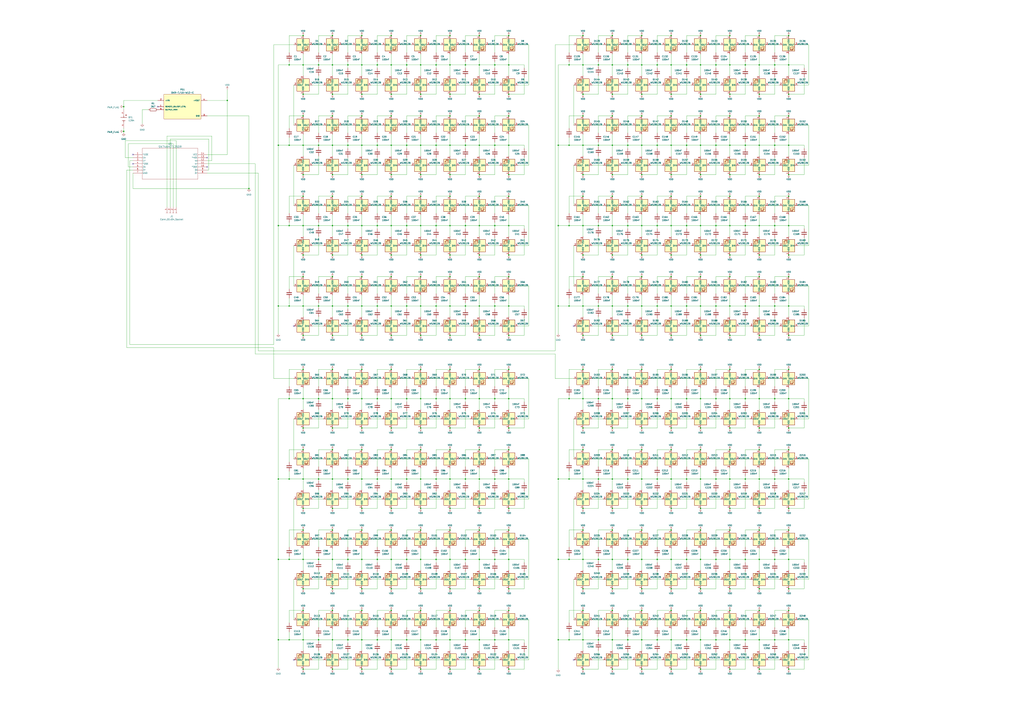
<source format=kicad_sch>
(kicad_sch (version 20230121) (generator eeschema)
  (paper "A1")
  (title_block (title "LED Matrix") (date "2023-07-19") (rev "4") (company "UCCS Senior Design Fall 2023") (comment 1 "Designed by Eleanor Taylor"))
  (junction (at 417.83 393.7))
  (junction (at 575.31 119.38))
  (junction (at 647.7 119.38))
  (junction (at 551.18 185.42))
  (junction (at 369.57 95.25))
  (junction (at 458.47 525.78))
  (junction (at 345.44 161.29))
  (junction (at 273.05 185.42))
  (junction (at 345.44 483.87))
  (junction (at 297.18 209.55))
  (junction (at 369.57 161.29))
  (junction (at 623.57 161.29))
  (junction (at 478.79 327.66))
  (junction (at 297.18 303.53))
  (junction (at 502.92 251.46))
  (junction (at 406.4 327.66))
  (junction (at 228.6 459.74))
  (junction (at 297.18 53.34))
  (junction (at 285.75 53.34))
  (junction (at 417.83 275.59))
  (junction (at 588.01 327.66))
  (junction (at 575.31 209.55))
  (junction (at 527.05 327.66))
  (junction (at 369.57 501.65))
  (junction (at 612.14 459.74))
  (junction (at 321.31 549.91))
  (junction (at 599.44 275.59))
  (junction (at 515.62 53.34))
  (junction (at 248.92 227.33))
  (junction (at 273.05 227.33))
  (junction (at 309.88 53.34))
  (junction (at 551.18 417.83))
  (junction (at 393.7 143.51))
  (junction (at 369.57 77.47))
  (junction (at 261.62 53.34))
  (junction (at 345.44 525.78))
  (junction (at 297.18 143.51))
  (junction (at 539.75 327.66))
  (junction (at 539.75 53.34))
  (junction (at 467.36 119.38))
  (junction (at 551.18 77.47))
  (junction (at 297.18 77.47))
  (junction (at 358.14 327.66))
  (junction (at 248.92 369.57))
  (junction (at 478.79 525.78))
  (junction (at 237.49 393.7))
  (junction (at 527.05 369.57))
  (junction (at 417.83 53.34))
  (junction (at 599.44 369.57))
  (junction (at 248.92 251.46))
  (junction (at 478.79 161.29))
  (junction (at 636.27 525.78))
  (junction (at 228.6 185.42))
  (junction (at 382.27 459.74))
  (junction (at 551.18 459.74))
  (junction (at 248.92 351.79))
  (junction (at 636.27 185.42))
  (junction (at 297.18 369.57))
  (junction (at 237.49 327.66))
  (junction (at 478.79 351.79))
  (junction (at 478.79 459.74))
  (junction (at 237.49 53.34))
  (junction (at 382.27 185.42))
  (junction (at 527.05 251.46))
  (junction (at 636.27 327.66))
  (junction (at 623.57 227.33))
  (junction (at 345.44 459.74))
  (junction (at 273.05 251.46))
  (junction (at 406.4 525.78))
  (junction (at 491.49 119.38))
  (junction (at 588.01 393.7))
  (junction (at 297.18 417.83))
  (junction (at 575.31 351.79))
  (junction (at 515.62 251.46))
  (junction (at 297.18 483.87))
  (junction (at 417.83 369.57))
  (junction (at 467.36 525.78))
  (junction (at 369.57 119.38))
  (junction (at 599.44 77.47))
  (junction (at 393.7 161.29))
  (junction (at 458.47 185.42))
  (junction (at 417.83 77.47))
  (junction (at 417.83 483.87))
  (junction (at 345.44 143.51))
  (junction (at 248.92 327.66))
  (junction (at 623.57 95.25))
  (junction (at 491.49 525.78))
  (junction (at 647.7 77.47))
  (junction (at 248.92 549.91))
  (junction (at 321.31 303.53))
  (junction (at 551.18 119.38))
  (junction (at 273.05 435.61))
  (junction (at 502.92 209.55))
  (junction (at 599.44 525.78))
  (junction (at 647.7 483.87))
  (junction (at 502.92 29.21))
  (junction (at 575.31 161.29))
  (junction (at 551.18 501.65))
  (junction (at 636.27 119.38))
  (junction (at 309.88 525.78))
  (junction (at 527.05 483.87))
  (junction (at 575.31 393.7))
  (junction (at 321.31 417.83))
  (junction (at 563.88 185.42))
  (junction (at 261.62 327.66))
  (junction (at 345.44 501.65))
  (junction (at 623.57 29.21))
  (junction (at 502.92 393.7))
  (junction (at 345.44 369.57))
  (junction (at 551.18 251.46))
  (junction (at 588.01 251.46))
  (junction (at 228.6 525.78))
  (junction (at 309.88 327.66))
  (junction (at 467.36 393.7))
  (junction (at 406.4 393.7))
  (junction (at 647.7 501.65))
  (junction (at 273.05 459.74))
  (junction (at 588.01 185.42))
  (junction (at 491.49 393.7))
  (junction (at 393.7 369.57))
  (junction (at 612.14 393.7))
  (junction (at 478.79 303.53))
  (junction (at 261.62 525.78))
  (junction (at 369.57 369.57))
  (junction (at 393.7 435.61))
  (junction (at 575.31 417.83))
  (junction (at 575.31 227.33))
  (junction (at 369.57 327.66))
  (junction (at 458.47 393.7))
  (junction (at 551.18 95.25))
  (junction (at 599.44 459.74))
  (junction (at 273.05 327.66))
  (junction (at 647.7 53.34))
  (junction (at 334.01 327.66))
  (junction (at 551.18 29.21))
  (junction (at 527.05 143.51))
  (junction (at 563.88 327.66))
  (junction (at 369.57 251.46))
  (junction (at 599.44 119.38))
  (junction (at 539.75 393.7))
  (junction (at 248.92 393.7))
  (junction (at 551.18 227.33))
  (junction (at 563.88 393.7))
  (junction (at 647.7 417.83))
  (junction (at 237.49 459.74))
  (junction (at 321.31 393.7))
  (junction (at 248.92 435.61))
  (junction (at 563.88 459.74))
  (junction (at 248.92 95.25))
  (junction (at 273.05 501.65))
  (junction (at 285.75 393.7))
  (junction (at 248.92 483.87))
  (junction (at 417.83 227.33))
  (junction (at 406.4 53.34))
  (junction (at 393.7 53.34))
  (junction (at 334.01 251.46))
  (junction (at 491.49 53.34))
  (junction (at 285.75 185.42))
  (junction (at 623.57 417.83))
  (junction (at 599.44 161.29))
  (junction (at 297.18 549.91))
  (junction (at 527.05 77.47))
  (junction (at 334.01 393.7))
  (junction (at 527.05 119.38))
  (junction (at 478.79 369.57))
  (junction (at 599.44 29.21))
  (junction (at 527.05 53.34))
  (junction (at 297.18 119.38))
  (junction (at 334.01 185.42))
  (junction (at 248.92 275.59))
  (junction (at 321.31 501.65))
  (junction (at 321.31 351.79))
  (junction (at 406.4 459.74))
  (junction (at 321.31 327.66))
  (junction (at 273.05 483.87))
  (junction (at 647.7 303.53))
  (junction (at 345.44 351.79))
  (junction (at 599.44 143.51))
  (junction (at 248.92 119.38))
  (junction (at 527.05 393.7))
  (junction (at 406.4 251.46))
  (junction (at 417.83 327.66))
  (junction (at 261.62 185.42))
  (junction (at 369.57 143.51))
  (junction (at 248.92 501.65))
  (junction (at 393.7 525.78))
  (junction (at 515.62 327.66))
  (junction (at 297.18 227.33))
  (junction (at 623.57 483.87))
  (junction (at 563.88 525.78))
  (junction (at 334.01 459.74))
  (junction (at 345.44 303.53))
  (junction (at 478.79 251.46))
  (junction (at 502.92 185.42))
  (junction (at 527.05 459.74))
  (junction (at 623.57 53.34))
  (junction (at 458.47 119.38))
  (junction (at 575.31 459.74))
  (junction (at 647.7 327.66))
  (junction (at 248.92 143.51))
  (junction (at 612.14 251.46))
  (junction (at 599.44 417.83))
  (junction (at 575.31 525.78))
  (junction (at 273.05 143.51))
  (junction (at 647.7 435.61))
  (junction (at 551.18 53.34))
  (junction (at 623.57 459.74))
  (junction (at 575.31 435.61))
  (junction (at 478.79 417.83))
  (junction (at 309.88 251.46))
  (junction (at 551.18 275.59))
  (junction (at 273.05 161.29))
  (junction (at 393.7 119.38))
  (junction (at 647.7 393.7))
  (junction (at 623.57 501.65))
  (junction (at 575.31 501.65))
  (junction (at 467.36 251.46))
  (junction (at 539.75 185.42))
  (junction (at 539.75 119.38))
  (junction (at 502.92 227.33))
  (junction (at 358.14 393.7))
  (junction (at 417.83 549.91))
  (junction (at 417.83 435.61))
  (junction (at 297.18 435.61))
  (junction (at 575.31 303.53))
  (junction (at 382.27 327.66))
  (junction (at 623.57 303.53))
  (junction (at 297.18 525.78))
  (junction (at 647.7 525.78))
  (junction (at 321.31 53.34))
  (junction (at 321.31 95.25))
  (junction (at 527.05 549.91))
  (junction (at 527.05 29.21))
  (junction (at 345.44 119.38))
  (junction (at 575.31 77.47))
  (junction (at 345.44 251.46))
  (junction (at 382.27 119.38))
  (junction (at 491.49 459.74))
  (junction (at 321.31 275.59))
  (junction (at 478.79 393.7))
  (junction (at 237.49 119.38))
  (junction (at 345.44 417.83))
  (junction (at 382.27 53.34))
  (junction (at 237.49 185.42))
  (junction (at 261.62 459.74))
  (junction (at 248.92 77.47))
  (junction (at 575.31 251.46))
  (junction (at 527.05 95.25))
  (junction (at 273.05 53.34))
  (junction (at 599.44 303.53))
  (junction (at 502.92 435.61))
  (junction (at 393.7 327.66))
  (junction (at 369.57 435.61))
  (junction (at 382.27 525.78))
  (junction (at 406.4 185.42))
  (junction (at 575.31 143.51))
  (junction (at 297.18 95.25))
  (junction (at 273.05 369.57))
  (junction (at 502.92 327.66))
  (junction (at 647.7 549.91))
  (junction (at 478.79 227.33))
  (junction (at 273.05 119.38))
  (junction (at 527.05 525.78))
  (junction (at 502.92 53.34))
  (junction (at 369.57 351.79))
  (junction (at 623.57 185.42))
  (junction (at 478.79 29.21))
  (junction (at 647.7 251.46))
  (junction (at 636.27 53.34))
  (junction (at 527.05 303.53))
  (junction (at 393.7 417.83))
  (junction (at 358.14 53.34))
  (junction (at 393.7 459.74))
  (junction (at 345.44 275.59))
  (junction (at 228.6 251.46))
  (junction (at 478.79 275.59))
  (junction (at 599.44 351.79))
  (junction (at 273.05 29.21))
  (junction (at 345.44 227.33))
  (junction (at 502.92 77.47))
  (junction (at 369.57 29.21))
  (junction (at 502.92 161.29))
  (junction (at 261.62 393.7))
  (junction (at 502.92 501.65))
  (junction (at 297.18 29.21))
  (junction (at 369.57 303.53))
  (junction (at 588.01 459.74))
  (junction (at 228.6 393.7))
  (junction (at 647.7 369.57))
  (junction (at 273.05 549.91))
  (junction (at 502.92 119.38))
  (junction (at 502.92 459.74))
  (junction (at 515.62 119.38))
  (junction (at 647.7 161.29))
  (junction (at 551.18 525.78))
  (junction (at 297.18 327.66))
  (junction (at 623.57 369.57))
  (junction (at 502.92 95.25))
  (junction (at 623.57 549.91))
  (junction (at 599.44 209.55))
  (junction (at 491.49 251.46))
  (junction (at 491.49 327.66))
  (junction (at 321.31 119.38))
  (junction (at 478.79 119.38))
  (junction (at 406.4 119.38))
  (junction (at 248.92 417.83))
  (junction (at 248.92 209.55))
  (junction (at 551.18 303.53))
  (junction (at 273.05 77.47))
  (junction (at 248.92 303.53))
  (junction (at 345.44 393.7))
  (junction (at 539.75 459.74))
  (junction (at 345.44 327.66))
  (junction (at 551.18 161.29))
  (junction (at 417.83 417.83))
  (junction (at 101.6 87.63))
  (junction (at 345.44 549.91))
  (junction (at 273.05 209.55))
  (junction (at 248.92 161.29))
  (junction (at 478.79 143.51))
  (junction (at 369.57 417.83))
  (junction (at 599.44 483.87))
  (junction (at 623.57 275.59))
  (junction (at 623.57 351.79))
  (junction (at 285.75 459.74))
  (junction (at 297.18 251.46))
  (junction (at 297.18 275.59))
  (junction (at 297.18 185.42))
  (junction (at 502.92 525.78))
  (junction (at 502.92 369.57))
  (junction (at 417.83 119.38))
  (junction (at 309.88 393.7))
  (junction (at 551.18 483.87))
  (junction (at 321.31 251.46))
  (junction (at 358.14 185.42))
  (junction (at 478.79 549.91))
  (junction (at 599.44 393.7))
  (junction (at 369.57 549.91))
  (junction (at 358.14 119.38))
  (junction (at 478.79 501.65))
  (junction (at 285.75 327.66))
  (junction (at 478.79 77.47))
  (junction (at 321.31 185.42))
  (junction (at 369.57 483.87))
  (junction (at 599.44 53.34))
  (junction (at 527.05 227.33))
  (junction (at 551.18 369.57))
  (junction (at 417.83 29.21))
  (junction (at 248.92 53.34))
  (junction (at 551.18 209.55))
  (junction (at 527.05 417.83))
  (junction (at 467.36 327.66))
  (junction (at 478.79 209.55))
  (junction (at 478.79 95.25))
  (junction (at 478.79 435.61))
  (junction (at 612.14 327.66))
  (junction (at 248.92 185.42))
  (junction (at 393.7 549.91))
  (junction (at 551.18 549.91))
  (junction (at 358.14 251.46))
  (junction (at 551.18 351.79))
  (junction (at 515.62 185.42))
  (junction (at 273.05 275.59))
  (junction (at 563.88 53.34))
  (junction (at 285.75 251.46))
  (junction (at 575.31 29.21))
  (junction (at 285.75 525.78))
  (junction (at 321.31 227.33))
  (junction (at 502.92 351.79))
  (junction (at 623.57 77.47))
  (junction (at 623.57 435.61))
  (junction (at 502.92 417.83))
  (junction (at 393.7 77.47))
  (junction (at 273.05 351.79))
  (junction (at 527.05 209.55))
  (junction (at 551.18 143.51))
  (junction (at 393.7 275.59))
  (junction (at 369.57 185.42))
  (junction (at 345.44 209.55))
  (junction (at 261.62 119.38))
  (junction (at 458.47 459.74))
  (junction (at 393.7 303.53))
  (junction (at 527.05 351.79))
  (junction (at 458.47 251.46))
  (junction (at 393.7 29.21))
  (junction (at 369.57 525.78))
  (junction (at 636.27 393.7))
  (junction (at 393.7 209.55))
  (junction (at 599.44 185.42))
  (junction (at 623.57 251.46))
  (junction (at 358.14 525.78))
  (junction (at 321.31 459.74))
  (junction (at 623.57 143.51))
  (junction (at 623.57 327.66))
  (junction (at 647.7 275.59))
  (junction (at 382.27 393.7))
  (junction (at 417.83 525.78))
  (junction (at 612.14 53.34))
  (junction (at 647.7 227.33))
  (junction (at 551.18 435.61))
  (junction (at 393.7 95.25))
  (junction (at 393.7 185.42))
  (junction (at 551.18 393.7))
  (junction (at 321.31 143.51))
  (junction (at 309.88 459.74))
  (junction (at 273.05 525.78))
  (junction (at 467.36 185.42))
  (junction (at 417.83 161.29))
  (junction (at 515.62 525.78))
  (junction (at 636.27 251.46))
  (junction (at 647.7 185.42))
  (junction (at 345.44 53.34))
  (junction (at 599.44 227.33))
  (junction (at 647.7 459.74))
  (junction (at 297.18 393.7))
  (junction (at 467.36 53.34))
  (junction (at 321.31 77.47))
  (junction (at 599.44 435.61))
  (junction (at 599.44 549.91))
  (junction (at 334.01 53.34))
  (junction (at 502.92 483.87))
  (junction (at 575.31 95.25))
  (junction (at 527.05 185.42))
  (junction (at 612.14 525.78))
  (junction (at 321.31 209.55))
  (junction (at 393.7 393.7))
  (junction (at 527.05 161.29))
  (junction (at 345.44 435.61))
  (junction (at 647.7 209.55))
  (junction (at 369.57 275.59))
  (junction (at 575.31 275.59))
  (junction (at 297.18 501.65))
  (junction (at 539.75 251.46))
  (junction (at 321.31 525.78))
  (junction (at 478.79 483.87))
  (junction (at 273.05 417.83))
  (junction (at 588.01 525.78))
  (junction (at 502.92 275.59))
  (junction (at 321.31 369.57))
  (junction (at 261.62 251.46))
  (junction (at 478.79 53.34))
  (junction (at 551.18 327.66))
  (junction (at 478.79 185.42))
  (junction (at 297.18 161.29))
  (junction (at 393.7 251.46))
  (junction (at 273.05 303.53))
  (junction (at 636.27 459.74))
  (junction (at 248.92 525.78))
  (junction (at 309.88 185.42))
  (junction (at 204.47 154.94))
  (junction (at 575.31 483.87))
  (junction (at 321.31 161.29))
  (junction (at 563.88 251.46))
  (junction (at 491.49 185.42))
  (junction (at 647.7 95.25))
  (junction (at 515.62 393.7))
  (junction (at 393.7 501.65))
  (junction (at 612.14 185.42))
  (junction (at 417.83 351.79))
  (junction (at 297.18 459.74))
  (junction (at 285.75 119.38))
  (junction (at 588.01 53.34))
  (junction (at 369.57 209.55))
  (junction (at 417.83 501.65))
  (junction (at 599.44 95.25))
  (junction (at 623.57 119.38))
  (junction (at 417.83 251.46))
  (junction (at 334.01 525.78))
  (junction (at 334.01 119.38))
  (junction (at 393.7 483.87))
  (junction (at 417.83 303.53))
  (junction (at 417.83 95.25))
  (junction (at 563.88 119.38))
  (junction (at 588.01 119.38))
  (junction (at 273.05 393.7))
  (junction (at 599.44 251.46))
  (junction (at 321.31 435.61))
  (junction (at 228.6 119.38))
  (junction (at 502.92 303.53))
  (junction (at 101.6 107.95))
  (junction (at 515.62 459.74))
  (junction (at 345.44 29.21))
  (junction (at 369.57 459.74))
  (junction (at 527.05 275.59))
  (junction (at 575.31 327.66))
  (junction (at 417.83 459.74))
  (junction (at 186.69 82.55))
  (junction (at 599.44 501.65))
  (junction (at 345.44 95.25))
  (junction (at 345.44 77.47))
  (junction (at 647.7 143.51))
  (junction (at 502.92 143.51))
  (junction (at 612.14 119.38))
  (junction (at 309.88 119.38))
  (junction (at 647.7 29.21))
  (junction (at 575.31 369.57))
  (junction (at 382.27 251.46))
  (junction (at 527.05 435.61))
  (junction (at 297.18 351.79))
  (junction (at 358.14 459.74))
  (junction (at 417.83 209.55))
  (junction (at 575.31 549.91))
  (junction (at 575.31 185.42))
  (junction (at 539.75 525.78))
  (junction (at 647.7 351.79))
  (junction (at 237.49 525.78))
  (junction (at 417.83 143.51))
  (junction (at 369.57 227.33))
  (junction (at 502.92 549.91))
  (junction (at 273.05 95.25))
  (junction (at 575.31 53.34))
  (junction (at 345.44 185.42))
  (junction (at 467.36 459.74))
  (junction (at 623.57 525.78))
  (junction (at 393.7 351.79))
  (junction (at 369.57 393.7))
  (junction (at 321.31 29.21))
  (junction (at 599.44 327.66))
  (junction (at 237.49 251.46))
  (junction (at 369.57 53.34))
  (junction (at 623.57 209.55))
  (junction (at 417.83 185.42))
  (junction (at 248.92 29.21))
  (junction (at 623.57 393.7))
  (junction (at 527.05 501.65))
  (junction (at 321.31 483.87))
  (junction (at 393.7 227.33))
  (junction (at 248.92 459.74))
  (no_connect (at 471.17 267.97))
  (no_connect (at 241.3 267.97))
  (no_connect (at 129.54 87.63))
  (no_connect (at 170.18 137.16))
  (no_connect (at 241.3 542.29))
  (no_connect (at 109.22 127))
  (no_connect (at 109.22 134.62))
  (no_connect (at 471.17 542.29))
  (no_connect (at 170.18 129.54))
  (wire (pts (xy 660.4 254) (xy 660.4 251.46)))
  (wire (pts (xy 101.6 107.95) (xy 101.6 109.22)))
  (wire (pts (xy 527.05 303.53) (xy 515.62 303.53)))
  (wire (pts (xy 297.18 336.55) (xy 297.18 327.66)))
  (wire (pts (xy 478.79 534.67) (xy 478.79 525.78)))
  (wire (pts (xy 186.69 82.55) (xy 170.18 82.55)))
  (wire (pts (xy 237.49 501.65) (xy 237.49 511.81)))
  (wire (pts (xy 273.05 185.42) (xy 285.75 185.42)))
  (wire (pts (xy 539.75 209.55) (xy 539.75 195.58)))
  (wire (pts (xy 309.88 330.2) (xy 309.88 327.66)))
  (wire (pts (xy 588.01 330.2) (xy 588.01 327.66)))
  (wire (pts (xy 478.79 194.31) (xy 478.79 185.42)))
  (wire (pts (xy 636.27 185.42) (xy 647.7 185.42)))
  (wire (pts (xy 273.05 318.77) (xy 273.05 327.66)))
  (wire (pts (xy 502.92 516.89) (xy 502.92 525.78)))
  (wire (pts (xy 321.31 119.38) (xy 334.01 119.38)))
  (wire (pts (xy 116.84 90.17) (xy 116.84 101.6)))
  (wire (pts (xy 345.44 303.53) (xy 334.01 303.53)))
  (wire (pts (xy 502.92 53.34) (xy 515.62 53.34)))
  (wire (pts (xy 256.54 377.19) (xy 265.43 377.19)))
  (wire (pts (xy 599.44 251.46) (xy 612.14 251.46)))
  (wire (pts (xy 345.44 351.79) (xy 358.14 351.79)))
  (wire (pts (xy 237.49 50.8) (xy 237.49 53.34)))
  (wire (pts (xy 430.53 275.59) (xy 430.53 261.62)))
  (wire (pts (xy 297.18 275.59) (xy 309.88 275.59)))
  (wire (pts (xy 502.92 143.51) (xy 515.62 143.51)))
  (wire (pts (xy 328.93 234.95) (xy 337.82 234.95)))
  (wire (pts (xy 377.19 234.95) (xy 386.08 234.95)))
  (wire (pts (xy 588.01 29.21) (xy 588.01 43.18)))
  (wire (pts (xy 563.88 161.29) (xy 563.88 175.26)))
  (wire (pts (xy 515.62 528.32) (xy 515.62 525.78)))
  (wire (pts (xy 599.44 369.57) (xy 588.01 369.57)))
  (wire (pts (xy 321.31 435.61) (xy 309.88 435.61)))
  (wire (pts (xy 237.49 327.66) (xy 248.92 327.66)))
  (wire (pts (xy 369.57 128.27) (xy 369.57 119.38)))
  (wire (pts (xy 655.32 36.83) (xy 664.21 36.83)))
  (wire (pts (xy 410.21 476.25) (xy 401.32 476.25)))
  (wire (pts (xy 369.57 161.29) (xy 358.14 161.29)))
  (wire (pts (xy 345.44 450.85) (xy 345.44 459.74)))
  (wire (pts (xy 612.14 457.2) (xy 612.14 459.74)))
  (wire (pts (xy 647.7 417.83) (xy 660.4 417.83)))
  (wire (pts (xy 636.27 275.59) (xy 636.27 261.62)))
  (wire (pts (xy 430.53 187.96) (xy 430.53 185.42)))
  (wire (pts (xy 345.44 402.59) (xy 345.44 393.7)))
  (wire (pts (xy 297.18 44.45) (xy 297.18 53.34)))
  (wire (pts (xy 588.01 143.51) (xy 588.01 129.54)))
  (wire (pts (xy 334.01 182.88) (xy 334.01 185.42)))
  (wire (pts (xy 280.67 168.91) (xy 289.56 168.91)))
  (wire (pts (xy 599.44 275.59) (xy 612.14 275.59)))
  (wire (pts (xy 265.43 344.17) (xy 256.54 344.17)))
  (wire (pts (xy 539.75 523.24) (xy 539.75 525.78)))
  (wire (pts (xy 591.82 135.89) (xy 582.93 135.89)))
  (wire (pts (xy 369.57 77.47) (xy 382.27 77.47)))
  (wire (pts (xy 406.4 462.28) (xy 406.4 459.74)))
  (wire (pts (xy 261.62 275.59) (xy 261.62 260.35)))
  (wire (pts (xy 297.18 459.74) (xy 309.88 459.74)))
  (wire (pts (xy 393.7 393.7) (xy 406.4 393.7)))
  (wire (pts (xy 417.83 525.78) (xy 430.53 525.78)))
  (wire (pts (xy 563.88 275.59) (xy 563.88 261.62)))
  (wire (pts (xy 369.57 417.83) (xy 382.27 417.83)))
  (wire (pts (xy 273.05 525.78) (xy 285.75 525.78)))
  (wire (pts (xy 285.75 462.28) (xy 285.75 459.74)))
  (wire (pts (xy 297.18 417.83) (xy 309.88 417.83)))
  (wire (pts (xy 563.88 417.83) (xy 563.88 403.86)))
  (wire (pts (xy 551.18 393.7) (xy 563.88 393.7)))
  (wire (pts (xy 623.57 62.23) (xy 623.57 53.34)))
  (wire (pts (xy 417.83 110.49) (xy 417.83 119.38)))
  (wire (pts (xy 393.7 161.29) (xy 382.27 161.29)))
  (wire (pts (xy 382.27 351.79) (xy 382.27 337.82)))
  (wire (pts (xy 321.31 534.67) (xy 321.31 525.78)))
  (wire (pts (xy 309.88 391.16) (xy 309.88 393.7)))
  (wire (pts (xy 170.18 134.62) (xy 209.55 134.62)))
  (wire (pts (xy 261.62 303.53) (xy 261.62 317.5)))
  (wire (pts (xy 261.62 182.88) (xy 261.62 185.42)))
  (wire (pts (xy 228.6 251.46) (xy 237.49 251.46)))
  (wire (pts (xy 285.75 523.24) (xy 285.75 525.78)))
  (wire (pts (xy 337.82 69.85) (xy 328.93 69.85)))
  (wire (pts (xy 289.56 344.17) (xy 280.67 344.17)))
  (wire (pts (xy 664.21 36.83) (xy 664.21 69.85)))
  (wire (pts (xy 502.92 260.35) (xy 502.92 251.46)))
  (wire (pts (xy 543.56 69.85) (xy 534.67 69.85)))
  (wire (pts (xy 382.27 248.92) (xy 382.27 251.46)))
  (wire (pts (xy 406.4 525.78) (xy 417.83 525.78)))
  (wire (pts (xy 558.8 36.83) (xy 567.69 36.83)))
  (wire (pts (xy 334.01 523.24) (xy 334.01 525.78)))
  (wire (pts (xy 345.44 62.23) (xy 345.44 53.34)))
  (wire (pts (xy 139.7 170.18) (xy 139.7 114.3)))
  (wire (pts (xy 543.56 476.25) (xy 534.67 476.25)))
  (wire (pts (xy 261.62 185.42) (xy 273.05 185.42)))
  (wire (pts (xy 142.24 118.11) (xy 142.24 170.18)))
  (wire (pts (xy 660.4 55.88) (xy 660.4 53.34)))
  (wire (pts (xy 515.62 369.57) (xy 515.62 383.54)))
  (wire (pts (xy 575.31 318.77) (xy 575.31 327.66)))
  (wire (pts (xy 647.7 161.29) (xy 636.27 161.29)))
  (wire (pts (xy 647.7 29.21) (xy 636.27 29.21)))
  (wire (pts (xy 502.92 483.87) (xy 515.62 483.87)))
  (wire (pts (xy 321.31 327.66) (xy 334.01 327.66)))
  (wire (pts (xy 575.31 393.7) (xy 588.01 393.7)))
  (wire (pts (xy 265.43 410.21) (xy 256.54 410.21)))
  (wire (pts (xy 623.57 336.55) (xy 623.57 327.66)))
  (wire (pts (xy 502.92 417.83) (xy 515.62 417.83)))
  (wire (pts (xy 334.01 525.78) (xy 345.44 525.78)))
  (wire (pts (xy 502.92 549.91) (xy 515.62 549.91)))
  (wire (pts (xy 237.49 393.7) (xy 248.92 393.7)))
  (wire (pts (xy 248.92 393.7) (xy 261.62 393.7)))
  (wire (pts (xy 382.27 77.47) (xy 382.27 63.5)))
  (wire (pts (xy 510.54 102.87) (xy 519.43 102.87)))
  (wire (pts (xy 563.88 369.57) (xy 563.88 383.54)))
  (wire (pts (xy 599.44 77.47) (xy 612.14 77.47)))
  (wire (pts (xy 615.95 410.21) (xy 607.06 410.21)))
  (wire (pts (xy 369.57 318.77) (xy 369.57 327.66)))
  (wire (pts (xy 664.21 410.21) (xy 655.32 410.21)))
  (wire (pts (xy 237.49 303.53) (xy 237.49 317.5)))
  (wire (pts (xy 321.31 161.29) (xy 309.88 161.29)))
  (wire (pts (xy 636.27 528.32) (xy 636.27 525.78)))
  (wire (pts (xy 623.57 185.42) (xy 636.27 185.42)))
  (wire (pts (xy 575.31 534.67) (xy 575.31 525.78)))
  (wire (pts (xy 434.34 344.17) (xy 425.45 344.17)))
  (wire (pts (xy 186.69 82.55) (xy 186.69 127)))
  (wire (pts (xy 309.88 161.29) (xy 309.88 175.26)))
  (wire (pts (xy 406.4 325.12) (xy 406.4 327.66)))
  (wire (pts (xy 563.88 121.92) (xy 563.88 119.38)))
  (wire (pts (xy 551.18 53.34) (xy 563.88 53.34)))
  (wire (pts (xy 417.83 483.87) (xy 430.53 483.87)))
  (wire (pts (xy 280.67 509.27) (xy 289.56 509.27)))
  (wire (pts (xy 527.05 29.21) (xy 515.62 29.21)))
  (wire (pts (xy 486.41 168.91) (xy 495.3 168.91)))
  (wire (pts (xy 478.79 417.83) (xy 491.49 417.83)))
  (wire (pts (xy 491.49 549.91) (xy 491.49 534.67)))
  (wire (pts (xy 467.36 227.33) (xy 467.36 237.49)))
  (wire (pts (xy 539.75 435.61) (xy 539.75 449.58)))
  (wire (pts (xy 406.4 161.29) (xy 406.4 175.26)))
  (wire (pts (xy 664.21 542.29) (xy 655.32 542.29)))
  (wire (pts (xy 406.4 53.34) (xy 417.83 53.34)))
  (wire (pts (xy 285.75 369.57) (xy 285.75 383.54)))
  (wire (pts (xy 358.14 330.2) (xy 358.14 327.66)))
  (wire (pts (xy 458.47 525.78) (xy 458.47 549.91)))
  (wire (pts (xy 491.49 251.46) (xy 502.92 251.46)))
  (wire (pts (xy 334.01 119.38) (xy 345.44 119.38)))
  (wire (pts (xy 467.36 525.78) (xy 478.79 525.78)))
  (wire (pts (xy 623.57 417.83) (xy 636.27 417.83)))
  (wire (pts (xy 527.05 393.7) (xy 539.75 393.7)))
  (wire (pts (xy 425.45 443.23) (xy 434.34 443.23)))
  (wire (pts (xy 588.01 393.7) (xy 599.44 393.7)))
  (wire (pts (xy 563.88 528.32) (xy 563.88 525.78)))
  (wire (pts (xy 358.14 417.83) (xy 358.14 403.86)))
  (wire (pts (xy 647.7 227.33) (xy 636.27 227.33)))
  (wire (pts (xy 297.18 534.67) (xy 297.18 525.78)))
  (wire (pts (xy 647.7 260.35) (xy 647.7 251.46)))
  (wire (pts (xy 631.19 509.27) (xy 640.08 509.27)))
  (wire (pts (xy 567.69 344.17) (xy 558.8 344.17)))
  (wire (pts (xy 297.18 77.47) (xy 309.88 77.47)))
  (wire (pts (xy 551.18 194.31) (xy 551.18 185.42)))
  (wire (pts (xy 430.53 549.91) (xy 430.53 535.94)))
  (wire (pts (xy 285.75 95.25) (xy 285.75 109.22)))
  (wire (pts (xy 377.19 377.19) (xy 386.08 377.19)))
  (wire (pts (xy 393.7 435.61) (xy 382.27 435.61)))
  (wire (pts (xy 297.18 327.66) (xy 309.88 327.66)))
  (wire (pts (xy 563.88 393.7) (xy 575.31 393.7)))
  (wire (pts (xy 173.99 132.08) (xy 173.99 111.76)))
  (wire (pts (xy 640.08 267.97) (xy 631.19 267.97)))
  (wire (pts (xy 478.79 351.79) (xy 491.49 351.79)))
  (wire (pts (xy 309.88 369.57) (xy 309.88 383.54)))
  (wire (pts (xy 478.79 459.74) (xy 491.49 459.74)))
  (wire (pts (xy 273.05 468.63) (xy 273.05 459.74)))
  (wire (pts (xy 248.92 468.63) (xy 248.92 459.74)))
  (wire (pts (xy 285.75 55.88) (xy 285.75 53.34)))
  (wire (pts (xy 309.88 462.28) (xy 309.88 459.74)))
  (wire (pts (xy 467.36 519.43) (xy 467.36 525.78)))
  (wire (pts (xy 539.75 121.92) (xy 539.75 119.38)))
  (wire (pts (xy 321.31 402.59) (xy 321.31 393.7)))
  (wire (pts (xy 519.43 201.93) (xy 510.54 201.93)))
  (wire (pts (xy 369.57 62.23) (xy 369.57 53.34)))
  (wire (pts (xy 502.92 161.29) (xy 491.49 161.29)))
  (wire (pts (xy 417.83 336.55) (xy 417.83 327.66)))
  (wire (pts (xy 285.75 396.24) (xy 285.75 393.7)))
  (wire (pts (xy 647.7 450.85) (xy 647.7 459.74)))
  (wire (pts (xy 285.75 227.33) (xy 285.75 241.3)))
  (wire (pts (xy 588.01 251.46) (xy 599.44 251.46)))
  (wire (pts (xy 636.27 161.29) (xy 636.27 175.26)))
  (wire (pts (xy 228.6 459.74) (xy 237.49 459.74)))
  (wire (pts (xy 515.62 227.33) (xy 515.62 241.3)))
  (wire (pts (xy 575.31 209.55) (xy 588.01 209.55)))
  (wire (pts (xy 358.14 185.42) (xy 369.57 185.42)))
  (wire (pts (xy 491.49 394.97) (xy 491.49 393.7)))
  (wire (pts (xy 321.31 384.81) (xy 321.31 393.7)))
  (wire (pts (xy 551.18 483.87) (xy 563.88 483.87)))
  (wire (pts (xy 261.62 186.69) (xy 261.62 185.42)))
  (wire (pts (xy 515.62 501.65) (xy 515.62 515.62)))
  (wire (pts (xy 417.83 227.33) (xy 406.4 227.33)))
  (wire (pts (xy 345.44 516.89) (xy 345.44 525.78)))
  (wire (pts (xy 539.75 393.7) (xy 551.18 393.7)))
  (wire (pts (xy 515.62 525.78) (xy 527.05 525.78)))
  (wire (pts (xy 607.06 311.15) (xy 615.95 311.15)))
  (wire (pts (xy 204.47 95.25) (xy 170.18 95.25)))
  (wire (pts (xy 551.18 417.83) (xy 563.88 417.83)))
  (wire (pts (xy 491.49 523.24) (xy 491.49 525.78)))
  (wire (pts (xy 393.7 110.49) (xy 393.7 119.38)))
  (wire (pts (xy 285.75 327.66) (xy 297.18 327.66)))
  (wire (pts (xy 425.45 311.15) (xy 434.34 311.15)))
  (wire (pts (xy 337.82 201.93) (xy 328.93 201.93)))
  (wire (pts (xy 369.57 516.89) (xy 369.57 525.78)))
  (wire (pts (xy 261.62 435.61) (xy 261.62 449.58)))
  (wire (pts (xy 623.57 242.57) (xy 623.57 251.46)))
  (wire (pts (xy 551.18 185.42) (xy 563.88 185.42)))
  (wire (pts (xy 599.44 110.49) (xy 599.44 119.38)))
  (wire (pts (xy 491.49 185.42) (xy 502.92 185.42)))
  (wire (pts (xy 527.05 336.55) (xy 527.05 327.66)))
  (wire (pts (xy 417.83 53.34) (xy 430.53 53.34)))
  (wire (pts (xy 358.14 501.65) (xy 358.14 515.62)))
  (wire (pts (xy 495.3 135.89) (xy 486.41 135.89)))
  (wire (pts (xy 527.05 227.33) (xy 515.62 227.33)))
  (wire (pts (xy 640.08 344.17) (xy 631.19 344.17)))
  (wire (pts (xy 309.88 119.38) (xy 321.31 119.38)))
  (wire (pts (xy 612.14 209.55) (xy 612.14 195.58)))
  (wire (pts (xy 285.75 393.7) (xy 297.18 393.7)))
  (wire (pts (xy 515.62 351.79) (xy 515.62 337.82)))
  (wire (pts (xy 425.45 377.19) (xy 434.34 377.19)))
  (wire (pts (xy 321.31 95.25) (xy 309.88 95.25)))
  (wire (pts (xy 563.88 119.38) (xy 575.31 119.38)))
  (wire (pts (xy 345.44 194.31) (xy 345.44 185.42)))
  (wire (pts (xy 345.44 251.46) (xy 358.14 251.46)))
  (wire (pts (xy 575.31 77.47) (xy 588.01 77.47)))
  (wire (pts (xy 280.67 102.87) (xy 289.56 102.87)))
  (wire (pts (xy 551.18 525.78) (xy 563.88 525.78)))
  (wire (pts (xy 204.47 154.94) (xy 109.22 154.94)))
  (wire (pts (xy 256.54 168.91) (xy 265.43 168.91)))
  (wire (pts (xy 382.27 327.66) (xy 393.7 327.66)))
  (wire (pts (xy 636.27 50.8) (xy 636.27 53.34)))
  (wire (pts (xy 345.44 95.25) (xy 334.01 95.25)))
  (wire (pts (xy 393.7 351.79) (xy 406.4 351.79)))
  (wire (pts (xy 137.16 111.76) (xy 137.16 170.18)))
  (wire (pts (xy 567.69 476.25) (xy 558.8 476.25)))
  (wire (pts (xy 567.69 410.21) (xy 558.8 410.21)))
  (wire (pts (xy 304.8 168.91) (xy 313.69 168.91)))
  (wire (pts (xy 241.3 410.21) (xy 241.3 443.23)))
  (wire (pts (xy 273.05 483.87) (xy 285.75 483.87)))
  (wire (pts (xy 345.44 260.35) (xy 345.44 251.46)))
  (wire (pts (xy 660.4 462.28) (xy 660.4 459.74)))
  (wire (pts (xy 502.92 44.45) (xy 502.92 53.34)))
  (wire (pts (xy 273.05 534.67) (xy 273.05 525.78)))
  (wire (pts (xy 563.88 53.34) (xy 575.31 53.34)))
  (wire (pts (xy 228.6 459.74) (xy 228.6 525.78)))
  (wire (pts (xy 334.01 549.91) (xy 334.01 535.94)))
  (wire (pts (xy 647.7 53.34) (xy 660.4 53.34)))
  (wire (pts (xy 563.88 325.12) (xy 563.88 327.66)))
  (wire (pts (xy 334.01 95.25) (xy 334.01 109.22)))
  (wire (pts (xy 321.31 525.78) (xy 334.01 525.78)))
  (wire (pts (xy 285.75 77.47) (xy 285.75 63.5)))
  (wire (pts (xy 588.01 116.84) (xy 588.01 119.38)))
  (wire (pts (xy 297.18 525.78) (xy 309.88 525.78)))
  (wire (pts (xy 534.67 168.91) (xy 543.56 168.91)))
  (wire (pts (xy 612.14 417.83) (xy 612.14 403.86)))
  (wire (pts (xy 519.43 410.21) (xy 510.54 410.21)))
  (wire (pts (xy 478.79 53.34) (xy 491.49 53.34)))
  (wire (pts (xy 575.31 128.27) (xy 575.31 119.38)))
  (wire (pts (xy 353.06 36.83) (xy 361.95 36.83)))
  (wire (pts (xy 382.27 209.55) (xy 382.27 195.58)))
  (wire (pts (xy 623.57 435.61) (xy 612.14 435.61)))
  (wire (pts (xy 297.18 209.55) (xy 309.88 209.55)))
  (wire (pts (xy 612.14 325.12) (xy 612.14 327.66)))
  (wire (pts (xy 502.92 450.85) (xy 502.92 459.74)))
  (wire (pts (xy 636.27 227.33) (xy 636.27 241.3)))
  (wire (pts (xy 582.93 377.19) (xy 591.82 377.19)))
  (wire (pts (xy 478.79 185.42) (xy 491.49 185.42)))
  (wire (pts (xy 297.18 384.81) (xy 297.18 393.7)))
  (wire (pts (xy 539.75 457.2) (xy 539.75 459.74)))
  (wire (pts (xy 527.05 242.57) (xy 527.05 251.46)))
  (wire (pts (xy 309.88 501.65) (xy 309.88 515.62)))
  (wire (pts (xy 612.14 185.42) (xy 623.57 185.42)))
  (wire (pts (xy 309.88 275.59) (xy 309.88 261.62)))
  (wire (pts (xy 285.75 459.74) (xy 297.18 459.74)))
  (wire (pts (xy 636.27 209.55) (xy 636.27 195.58)))
  (wire (pts (xy 228.6 327.66) (xy 237.49 327.66)))
  (wire (pts (xy 261.62 459.74) (xy 273.05 459.74)))
  (wire (pts (xy 248.92 53.34) (xy 261.62 53.34)))
  (wire (pts (xy 495.3 476.25) (xy 486.41 476.25)))
  (wire (pts (xy 607.06 377.19) (xy 615.95 377.19)))
  (wire (pts (xy 285.75 275.59) (xy 285.75 261.62)))
  (wire (pts (xy 575.31 459.74) (xy 588.01 459.74)))
  (wire (pts (xy 345.44 77.47) (xy 358.14 77.47)))
  (wire (pts (xy 588.01 501.65) (xy 588.01 515.62)))
  (wire (pts (xy 543.56 267.97) (xy 534.67 267.97)))
  (wire (pts (xy 527.05 318.77) (xy 527.05 327.66)))
  (wire (pts (xy 612.14 95.25) (xy 612.14 109.22)))
  (wire (pts (xy 515.62 119.38) (xy 527.05 119.38)))
  (wire (pts (xy 309.88 143.51) (xy 309.88 129.54)))
  (wire (pts (xy 401.32 102.87) (xy 410.21 102.87)))
  (wire (pts (xy 491.49 457.2) (xy 491.49 459.74)))
  (wire (pts (xy 612.14 501.65) (xy 612.14 515.62)))
  (wire (pts (xy 248.92 161.29) (xy 237.49 161.29)))
  (wire (pts (xy 237.49 525.78) (xy 248.92 525.78)))
  (wire (pts (xy 406.4 330.2) (xy 406.4 327.66)))
  (wire (pts (xy 502.92 275.59) (xy 515.62 275.59)))
  (wire (pts (xy 261.62 461.01) (xy 261.62 459.74)))
  (wire (pts (xy 623.57 110.49) (xy 623.57 119.38)))
  (wire (pts (xy 425.45 234.95) (xy 434.34 234.95)))
  (wire (pts (xy 425.45 36.83) (xy 434.34 36.83)))
  (wire (pts (xy 261.62 116.84) (xy 261.62 119.38)))
  (wire (pts (xy 393.7 53.34) (xy 406.4 53.34)))
  (wire (pts (xy 612.14 369.57) (xy 612.14 383.54)))
  (wire (pts (xy 527.05 185.42) (xy 539.75 185.42)))
  (wire (pts (xy 551.18 128.27) (xy 551.18 119.38)))
  (wire (pts (xy 575.31 29.21) (xy 563.88 29.21)))
  (wire (pts (xy 502.92 119.38) (xy 515.62 119.38)))
  (wire (pts (xy 285.75 528.32) (xy 285.75 525.78)))
  (wire (pts (xy 273.05 242.57) (xy 273.05 251.46)))
  (wire (pts (xy 261.62 252.73) (xy 261.62 251.46)))
  (wire (pts (xy 430.53 121.92) (xy 430.53 119.38)))
  (wire (pts (xy 358.14 459.74) (xy 369.57 459.74)))
  (wire (pts (xy 228.6 393.7) (xy 228.6 459.74)))
  (wire (pts (xy 321.31 450.85) (xy 321.31 459.74)))
  (wire (pts (xy 615.95 201.93) (xy 607.06 201.93)))
  (wire (pts (xy 591.82 69.85) (xy 582.93 69.85)))
  (wire (pts (xy 539.75 50.8) (xy 539.75 53.34)))
  (wire (pts (xy 358.14 483.87) (xy 358.14 469.9)))
  (wire (pts (xy 502.92 194.31) (xy 502.92 185.42)))
  (wire (pts (xy 321.31 209.55) (xy 334.01 209.55)))
  (wire (pts (xy 382.27 53.34) (xy 393.7 53.34)))
  (wire (pts (xy 660.4 417.83) (xy 660.4 403.86)))
  (wire (pts (xy 309.88 248.92) (xy 309.88 251.46)))
  (wire (pts (xy 261.62 95.25) (xy 261.62 109.22)))
  (wire (pts (xy 588.01 254) (xy 588.01 251.46)))
  (wire (pts (xy 563.88 483.87) (xy 563.88 469.9)))
  (wire (pts (xy 612.14 182.88) (xy 612.14 185.42)))
  (wire (pts (xy 519.43 476.25) (xy 510.54 476.25)))
  (wire (pts (xy 273.05 516.89) (xy 273.05 525.78)))
  (wire (pts (xy 228.6 525.78) (xy 237.49 525.78)))
  (wire (pts (xy 309.88 459.74) (xy 321.31 459.74)))
  (wire (pts (xy 539.75 417.83) (xy 539.75 403.86)))
  (wire (pts (xy 502.92 242.57) (xy 502.92 251.46)))
  (wire (pts (xy 575.31 303.53) (xy 563.88 303.53)))
  (wire (pts (xy 539.75 459.74) (xy 551.18 459.74)))
  (wire (pts (xy 273.05 62.23) (xy 273.05 53.34)))
  (wire (pts (xy 478.79 95.25) (xy 467.36 95.25)))
  (wire (pts (xy 471.17 36.83) (xy 455.93 36.83)))
  (wire (pts (xy 515.62 462.28) (xy 515.62 459.74)))
  (wire (pts (xy 467.36 325.12) (xy 467.36 327.66)))
  (wire (pts (xy 636.27 351.79) (xy 636.27 337.82)))
  (wire (pts (xy 636.27 393.7) (xy 647.7 393.7)))
  (wire (pts (xy 563.88 549.91) (xy 563.88 535.94)))
  (wire (pts (xy 309.88 209.55) (xy 309.88 195.58)))
  (wire (pts (xy 401.32 168.91) (xy 410.21 168.91)))
  (wire (pts (xy 612.14 327.66) (xy 623.57 327.66)))
  (wire (pts (xy 410.21 344.17) (xy 401.32 344.17)))
  (wire (pts (xy 382.27 121.92) (xy 382.27 119.38)))
  (wire (pts (xy 660.4 528.32) (xy 660.4 525.78)))
  (wire (pts (xy 515.62 248.92) (xy 515.62 251.46)))
  (wire (pts (xy 502.92 459.74) (xy 515.62 459.74)))
  (wire (pts (xy 563.88 185.42) (xy 575.31 185.42)))
  (wire (pts (xy 248.92 260.35) (xy 248.92 251.46)))
  (wire (pts (xy 337.82 267.97) (xy 328.93 267.97)))
  (wire (pts (xy 369.57 227.33) (xy 358.14 227.33)))
  (wire (pts (xy 358.14 182.88) (xy 358.14 185.42)))
  (wire (pts (xy 588.01 275.59) (xy 588.01 261.62)))
  (wire (pts (xy 491.49 54.61) (xy 491.49 53.34)))
  (wire (pts (xy 623.57 318.77) (xy 623.57 327.66)))
  (wire (pts (xy 551.18 450.85) (xy 551.18 459.74)))
  (wire (pts (xy 417.83 260.35) (xy 417.83 251.46)))
  (wire (pts (xy 358.14 303.53) (xy 358.14 317.5)))
  (wire (pts (xy 612.14 251.46) (xy 623.57 251.46)))
  (wire (pts (xy 313.69 201.93) (xy 304.8 201.93)))
  (wire (pts (xy 607.06 509.27) (xy 615.95 509.27)))
  (wire (pts (xy 467.36 369.57) (xy 467.36 379.73)))
  (wire (pts (xy 334.01 483.87) (xy 334.01 469.9)))
  (wire (pts (xy 502.92 318.77) (xy 502.92 327.66)))
  (wire (pts (xy 358.14 396.24) (xy 358.14 393.7)))
  (wire (pts (xy 237.49 185.42) (xy 248.92 185.42)))
  (wire (pts (xy 321.31 176.53) (xy 321.31 185.42)))
  (wire (pts (xy 417.83 417.83) (xy 430.53 417.83)))
  (wire (pts (xy 486.41 509.27) (xy 495.3 509.27)))
  (wire (pts (xy 660.4 351.79) (xy 660.4 337.82)))
  (wire (pts (xy 106.68 132.08) (xy 106.68 283.21)))
  (wire (pts (xy 495.3 542.29) (xy 486.41 542.29)))
  (wire (pts (xy 382.27 528.32) (xy 382.27 525.78)))
  (wire (pts (xy 575.31 95.25) (xy 563.88 95.25)))
  (wire (pts (xy 309.88 95.25) (xy 309.88 109.22)))
  (wire (pts (xy 647.7 468.63) (xy 647.7 459.74)))
  (wire (pts (xy 285.75 457.2) (xy 285.75 459.74)))
  (wire (pts (xy 664.21 344.17) (xy 655.32 344.17)))
  (wire (pts (xy 334.01 393.7) (xy 345.44 393.7)))
  (wire (pts (xy 434.34 542.29) (xy 425.45 542.29)))
  (wire (pts (xy 588.01 396.24) (xy 588.01 393.7)))
  (wire (pts (xy 515.62 254) (xy 515.62 251.46)))
  (wire (pts (xy 636.27 483.87) (xy 636.27 469.9)))
  (wire (pts (xy 393.7 369.57) (xy 382.27 369.57)))
  (wire (pts (xy 248.92 549.91) (xy 261.62 549.91)))
  (wire (pts (xy 458.47 327.66) (xy 467.36 327.66)))
  (wire (pts (xy 486.41 36.83) (xy 495.3 36.83)))
  (wire (pts (xy 563.88 330.2) (xy 563.88 327.66)))
  (wire (pts (xy 248.92 336.55) (xy 248.92 327.66)))
  (wire (pts (xy 467.36 119.38) (xy 478.79 119.38)))
  (wire (pts (xy 510.54 443.23) (xy 519.43 443.23)))
  (wire (pts (xy 588.01 327.66) (xy 599.44 327.66)))
  (wire (pts (xy 582.93 168.91) (xy 591.82 168.91)))
  (wire (pts (xy 280.67 311.15) (xy 289.56 311.15)))
  (wire (pts (xy 309.88 187.96) (xy 309.88 185.42)))
  (wire (pts (xy 369.57 459.74) (xy 382.27 459.74)))
  (wire (pts (xy 273.05 351.79) (xy 285.75 351.79)))
  (wire (pts (xy 273.05 95.25) (xy 261.62 95.25)))
  (wire (pts (xy 417.83 161.29) (xy 406.4 161.29)))
  (wire (pts (xy 337.82 344.17) (xy 328.93 344.17)))
  (wire (pts (xy 640.08 135.89) (xy 631.19 135.89)))
  (wire (pts (xy 334.01 528.32) (xy 334.01 525.78)))
  (wire (pts (xy 515.62 483.87) (xy 515.62 469.9)))
  (wire (pts (xy 491.49 50.8) (xy 491.49 53.34)))
  (wire (pts (xy 612.14 525.78) (xy 623.57 525.78)))
  (wire (pts (xy 567.69 135.89) (xy 558.8 135.89)))
  (wire (pts (xy 261.62 143.51) (xy 261.62 128.27)))
  (wire (pts (xy 328.93 443.23) (xy 337.82 443.23)))
  (wire (pts (xy 543.56 201.93) (xy 534.67 201.93)))
  (wire (pts (xy 623.57 44.45) (xy 623.57 53.34)))
  (wire (pts (xy 478.79 209.55) (xy 491.49 209.55)))
  (wire (pts (xy 285.75 185.42) (xy 297.18 185.42)))
  (wire (pts (xy 539.75 391.16) (xy 539.75 393.7)))
  (wire (pts (xy 563.88 459.74) (xy 575.31 459.74)))
  (wire (pts (xy 612.14 391.16) (xy 612.14 393.7)))
  (wire (pts (xy 285.75 549.91) (xy 285.75 535.94)))
  (wire (pts (xy 273.05 501.65) (xy 261.62 501.65)))
  (wire (pts (xy 285.75 435.61) (xy 285.75 449.58)))
  (wire (pts (xy 358.14 525.78) (xy 369.57 525.78)))
  (wire (pts (xy 478.79 450.85) (xy 478.79 459.74)))
  (wire (pts (xy 563.88 462.28) (xy 563.88 459.74)))
  (wire (pts (xy 647.7 209.55) (xy 660.4 209.55)))
  (wire (pts (xy 478.79 176.53) (xy 478.79 185.42)))
  (wire (pts (xy 334.01 417.83) (xy 334.01 403.86)))
  (wire (pts (xy 467.36 185.42) (xy 478.79 185.42)))
  (wire (pts (xy 527.05 501.65) (xy 515.62 501.65)))
  (wire (pts (xy 237.49 459.74) (xy 248.92 459.74)))
  (wire (pts (xy 386.08 267.97) (xy 377.19 267.97)))
  (wire (pts (xy 623.57 351.79) (xy 636.27 351.79)))
  (wire (pts (xy 551.18 251.46) (xy 563.88 251.46)))
  (wire (pts (xy 273.05 128.27) (xy 273.05 119.38)))
  (wire (pts (xy 588.01 462.28) (xy 588.01 459.74)))
  (wire (pts (xy 502.92 227.33) (xy 491.49 227.33)))
  (wire (pts (xy 539.75 187.96) (xy 539.75 185.42)))
  (wire (pts (xy 406.4 275.59) (xy 406.4 261.62)))
  (wire (pts (xy 502.92 393.7) (xy 515.62 393.7)))
  (wire (pts (xy 417.83 119.38) (xy 430.53 119.38)))
  (wire (pts (xy 261.62 394.97) (xy 261.62 393.7)))
  (wire (pts (xy 248.92 119.38) (xy 261.62 119.38)))
  (wire (pts (xy 599.44 459.74) (xy 612.14 459.74)))
  (wire (pts (xy 186.69 73.66) (xy 186.69 82.55)))
  (wire (pts (xy 406.4 369.57) (xy 406.4 383.54)))
  (wire (pts (xy 591.82 410.21) (xy 582.93 410.21)))
  (wire (pts (xy 539.75 396.24) (xy 539.75 393.7)))
  (wire (pts (xy 539.75 369.57) (xy 539.75 383.54)))
  (wire (pts (xy 515.62 182.88) (xy 515.62 185.42)))
  (wire (pts (xy 358.14 121.92) (xy 358.14 119.38)))
  (wire (pts (xy 491.49 527.05) (xy 491.49 525.78)))
  (wire (pts (xy 237.49 53.34) (xy 248.92 53.34)))
  (wire (pts (xy 458.47 53.34) (xy 458.47 119.38)))
  (wire (pts (xy 297.18 242.57) (xy 297.18 251.46)))
  (wire (pts (xy 455.93 311.15) (xy 455.93 290.83)))
  (wire (pts (xy 664.21 509.27) (xy 664.21 542.29)))
  (wire (pts (xy 369.57 242.57) (xy 369.57 251.46)))
  (wire (pts (xy 393.7 95.25) (xy 382.27 95.25)))
  (wire (pts (xy 104.14 139.7) (xy 104.14 285.75)))
  (wire (pts (xy 647.7 327.66) (xy 660.4 327.66)))
  (wire (pts (xy 467.36 161.29) (xy 467.36 175.26)))
  (wire (pts (xy 406.4 528.32) (xy 406.4 525.78)))
  (wire (pts (xy 334.01 50.8) (xy 334.01 53.34)))
  (wire (pts (xy 309.88 528.32) (xy 309.88 525.78)))
  (wire (pts (xy 478.79 44.45) (xy 478.79 53.34)))
  (wire (pts (xy 309.88 29.21) (xy 309.88 43.18)))
  (wire (pts (xy 237.49 251.46) (xy 248.92 251.46)))
  (wire (pts (xy 467.36 435.61) (xy 467.36 449.58)))
  (wire (pts (xy 369.57 185.42) (xy 382.27 185.42)))
  (wire (pts (xy 382.27 393.7) (xy 393.7 393.7)))
  (wire (pts (xy 515.62 50.8) (xy 515.62 53.34)))
  (wire (pts (xy 478.79 119.38) (xy 491.49 119.38)))
  (wire (pts (xy 575.31 468.63) (xy 575.31 459.74)))
  (wire (pts (xy 261.62 391.16) (xy 261.62 393.7)))
  (wire (pts (xy 417.83 369.57) (xy 406.4 369.57)))
  (wire (pts (xy 273.05 110.49) (xy 273.05 119.38)))
  (wire (pts (xy 144.78 115.57) (xy 144.78 170.18)))
  (wire (pts (xy 502.92 336.55) (xy 502.92 327.66)))
  (wire (pts (xy 527.05 95.25) (xy 515.62 95.25)))
  (wire (pts (xy 256.54 443.23) (xy 265.43 443.23)))
  (wire (pts (xy 170.18 142.24) (xy 212.09 142.24)))
  (wire (pts (xy 345.44 53.34) (xy 358.14 53.34)))
  (wire (pts (xy 539.75 528.32) (xy 539.75 525.78)))
  (wire (pts (xy 491.49 483.87) (xy 491.49 468.63)))
  (wire (pts (xy 563.88 327.66) (xy 575.31 327.66)))
  (wire (pts (xy 417.83 318.77) (xy 417.83 327.66)))
  (wire (pts (xy 660.4 330.2) (xy 660.4 327.66)))
  (wire (pts (xy 539.75 77.47) (xy 539.75 63.5)))
  (wire (pts (xy 515.62 116.84) (xy 515.62 119.38)))
  (wire (pts (xy 495.3 267.97) (xy 486.41 267.97)))
  (wire (pts (xy 575.31 336.55) (xy 575.31 327.66)))
  (wire (pts (xy 567.69 267.97) (xy 558.8 267.97)))
  (wire (pts (xy 612.14 254) (xy 612.14 251.46)))
  (wire (pts (xy 237.49 95.25) (xy 237.49 105.41)))
  (wire (pts (xy 599.44 450.85) (xy 599.44 459.74)))
  (wire (pts (xy 551.18 44.45) (xy 551.18 53.34)))
  (wire (pts (xy 273.05 53.34) (xy 285.75 53.34)))
  (wire (pts (xy 309.88 53.34) (xy 321.31 53.34)))
  (wire (pts (xy 406.4 187.96) (xy 406.4 185.42)))
  (wire (pts (xy 248.92 351.79) (xy 261.62 351.79)))
  (wire (pts (xy 502.92 327.66) (xy 515.62 327.66)))
  (wire (pts (xy 563.88 29.21) (xy 563.88 43.18)))
  (wire (pts (xy 575.31 450.85) (xy 575.31 459.74)))
  (wire (pts (xy 491.49 209.55) (xy 491.49 194.31)))
  (wire (pts (xy 417.83 128.27) (xy 417.83 119.38)))
  (wire (pts (xy 273.05 435.61) (xy 261.62 435.61)))
  (wire (pts (xy 345.44 227.33) (xy 334.01 227.33)))
  (wire (pts (xy 527.05 53.34) (xy 539.75 53.34)))
  (wire (pts (xy 417.83 143.51) (xy 430.53 143.51)))
  (wire (pts (xy 256.54 311.15) (xy 265.43 311.15)))
  (wire (pts (xy 491.49 95.25) (xy 491.49 109.22)))
  (wire (pts (xy 248.92 242.57) (xy 248.92 251.46)))
  (wire (pts (xy 237.49 113.03) (xy 237.49 119.38)))
  (wire (pts (xy 551.18 384.81) (xy 551.18 393.7)))
  (wire (pts (xy 434.34 509.27) (xy 434.34 542.29)))
  (wire (pts (xy 588.01 549.91) (xy 588.01 535.94)))
  (wire (pts (xy 612.14 50.8) (xy 612.14 53.34)))
  (wire (pts (xy 309.88 457.2) (xy 309.88 459.74)))
  (wire (pts (xy 495.3 344.17) (xy 486.41 344.17)))
  (wire (pts (xy 358.14 55.88) (xy 358.14 53.34)))
  (wire (pts (xy 599.44 318.77) (xy 599.44 327.66)))
  (wire (pts (xy 345.44 318.77) (xy 345.44 327.66)))
  (wire (pts (xy 582.93 311.15) (xy 591.82 311.15)))
  (wire (pts (xy 358.14 549.91) (xy 358.14 535.94)))
  (wire (pts (xy 285.75 303.53) (xy 285.75 317.5)))
  (wire (pts (xy 382.27 391.16) (xy 382.27 393.7)))
  (wire (pts (xy 334.01 462.28) (xy 334.01 459.74)))
  (wire (pts (xy 386.08 135.89) (xy 377.19 135.89)))
  (wire (pts (xy 575.31 161.29) (xy 563.88 161.29)))
  (wire (pts (xy 591.82 476.25) (xy 582.93 476.25)))
  (wire (pts (xy 204.47 95.25) (xy 204.47 154.94)))
  (wire (pts (xy 599.44 260.35) (xy 599.44 251.46)))
  (wire (pts (xy 588.01 435.61) (xy 588.01 449.58)))
  (wire (pts (xy 510.54 36.83) (xy 519.43 36.83)))
  (wire (pts (xy 599.44 29.21) (xy 588.01 29.21)))
  (wire (pts (xy 558.8 168.91) (xy 567.69 168.91)))
  (wire (pts (xy 345.44 110.49) (xy 345.44 119.38)))
  (wire (pts (xy 563.88 116.84) (xy 563.88 119.38)))
  (wire (pts (xy 478.79 260.35) (xy 478.79 251.46)))
  (wire (pts (xy 401.32 234.95) (xy 410.21 234.95)))
  (wire (pts (xy 599.44 483.87) (xy 612.14 483.87)))
  (wire (pts (xy 636.27 435.61) (xy 636.27 449.58)))
  (wire (pts (xy 539.75 185.42) (xy 551.18 185.42)))
  (wire (pts (xy 551.18 119.38) (xy 563.88 119.38)))
  (wire (pts (xy 328.93 36.83) (xy 337.82 36.83)))
  (wire (pts (xy 358.14 457.2) (xy 358.14 459.74)))
  (wire (pts (xy 647.7 534.67) (xy 647.7 525.78)))
  (wire (pts (xy 527.05 275.59) (xy 539.75 275.59)))
  (wire (pts (xy 406.4 303.53) (xy 406.4 317.5)))
  (wire (pts (xy 273.05 161.29) (xy 261.62 161.29)))
  (wire (pts (xy 369.57 525.78) (xy 382.27 525.78)))
  (wire (pts (xy 660.4 396.24) (xy 660.4 393.7)))
  (wire (pts (xy 612.14 549.91) (xy 612.14 535.94)))
  (wire (pts (xy 285.75 182.88) (xy 285.75 185.42)))
  (wire (pts (xy 647.7 351.79) (xy 660.4 351.79)))
  (wire (pts (xy 636.27 303.53) (xy 636.27 317.5)))
  (wire (pts (xy 406.4 185.42) (xy 417.83 185.42)))
  (wire (pts (xy 358.14 95.25) (xy 358.14 109.22)))
  (wire (pts (xy 297.18 119.38) (xy 309.88 119.38)))
  (wire (pts (xy 591.82 542.29) (xy 582.93 542.29)))
  (wire (pts (xy 551.18 459.74) (xy 563.88 459.74)))
  (wire (pts (xy 382.27 187.96) (xy 382.27 185.42)))
  (wire (pts (xy 478.79 501.65) (xy 467.36 501.65)))
  (wire (pts (xy 334.01 435.61) (xy 334.01 449.58)))
  (wire (pts (xy 495.3 410.21) (xy 486.41 410.21)))
  (wire (pts (xy 289.56 69.85) (xy 280.67 69.85)))
  (wire (pts (xy 515.62 185.42) (xy 527.05 185.42)))
  (wire (pts (xy 410.21 542.29) (xy 401.32 542.29)))
  (wire (pts (xy 345.44 275.59) (xy 358.14 275.59)))
  (wire (pts (xy 297.18 176.53) (xy 297.18 185.42)))
  (wire (pts (xy 228.6 327.66) (xy 228.6 393.7)))
  (wire (pts (xy 612.14 227.33) (xy 612.14 241.3)))
  (wire (pts (xy 248.92 251.46) (xy 261.62 251.46)))
  (wire (pts (xy 575.31 176.53) (xy 575.31 185.42)))
  (wire (pts (xy 321.31 143.51) (xy 334.01 143.51)))
  (wire (pts (xy 467.36 393.7) (xy 478.79 393.7)))
  (wire (pts (xy 478.79 384.81) (xy 478.79 393.7)))
  (wire (pts (xy 467.36 29.21) (xy 467.36 43.18)))
  (wire (pts (xy 345.44 525.78) (xy 358.14 525.78)))
  (wire (pts (xy 623.57 303.53) (xy 612.14 303.53)))
  (wire (pts (xy 623.57 525.78) (xy 636.27 525.78)))
  (wire (pts (xy 393.7 534.67) (xy 393.7 525.78)))
  (wire (pts (xy 495.3 69.85) (xy 486.41 69.85)))
  (wire (pts (xy 309.88 351.79) (xy 309.88 337.82)))
  (wire (pts (xy 321.31 77.47) (xy 334.01 77.47)))
  (wire (pts (xy 502.92 77.47) (xy 515.62 77.47)))
  (wire (pts (xy 297.18 53.34) (xy 309.88 53.34)))
  (wire (pts (xy 369.57 119.38) (xy 382.27 119.38)))
  (wire (pts (xy 647.7 62.23) (xy 647.7 53.34)))
  (wire (pts (xy 623.57 402.59) (xy 623.57 393.7)))
  (wire (pts (xy 599.44 393.7) (xy 612.14 393.7)))
  (wire (pts (xy 612.14 351.79) (xy 612.14 337.82)))
  (wire (pts (xy 237.49 119.38) (xy 248.92 119.38)))
  (wire (pts (xy 527.05 143.51) (xy 539.75 143.51)))
  (wire (pts (xy 285.75 501.65) (xy 285.75 515.62)))
  (wire (pts (xy 248.92 369.57) (xy 237.49 369.57)))
  (wire (pts (xy 612.14 55.88) (xy 612.14 53.34)))
  (wire (pts (xy 334.01 325.12) (xy 334.01 327.66)))
  (wire (pts (xy 382.27 251.46) (xy 393.7 251.46)))
  (wire (pts (xy 599.44 128.27) (xy 599.44 119.38)))
  (wire (pts (xy 430.53 483.87) (xy 430.53 469.9)))
  (wire (pts (xy 369.57 534.67) (xy 369.57 525.78)))
  (wire (pts (xy 425.45 168.91) (xy 434.34 168.91)))
  (wire (pts (xy 647.7 549.91) (xy 660.4 549.91)))
  (wire (pts (xy 334.01 161.29) (xy 334.01 175.26)))
  (wire (pts (xy 353.06 509.27) (xy 361.95 509.27)))
  (wire (pts (xy 273.05 176.53) (xy 273.05 185.42)))
  (wire (pts (xy 406.4 417.83) (xy 406.4 403.86)))
  (wire (pts (xy 515.62 435.61) (xy 515.62 449.58)))
  (wire (pts (xy 228.6 525.78) (xy 228.6 548.64)))
  (wire (pts (xy 377.19 168.91) (xy 386.08 168.91)))
  (wire (pts (xy 393.7 251.46) (xy 406.4 251.46)))
  (wire (pts (xy 425.45 509.27) (xy 434.34 509.27)))
  (wire (pts (xy 563.88 435.61) (xy 563.88 449.58)))
  (wire (pts (xy 417.83 450.85) (xy 417.83 459.74)))
  (wire (pts (xy 647.7 110.49) (xy 647.7 119.38)))
  (wire (pts (xy 647.7 303.53) (xy 636.27 303.53)))
  (wire (pts (xy 491.49 303.53) (xy 491.49 317.5)))
  (wire (pts (xy 539.75 116.84) (xy 539.75 119.38)))
  (wire (pts (xy 534.67 102.87) (xy 543.56 102.87)))
  (wire (pts (xy 623.57 450.85) (xy 623.57 459.74)))
  (wire (pts (xy 510.54 377.19) (xy 519.43 377.19)))
  (wire (pts (xy 170.18 132.08) (xy 173.99 132.08)))
  (wire (pts (xy 458.47 393.7) (xy 467.36 393.7)))
  (wire (pts (xy 527.05 62.23) (xy 527.05 53.34)))
  (wire (pts (xy 248.92 275.59) (xy 261.62 275.59)))
  (wire (pts (xy 478.79 525.78) (xy 491.49 525.78)))
  (wire (pts (xy 515.62 161.29) (xy 515.62 175.26)))
  (wire (pts (xy 309.88 525.78) (xy 321.31 525.78)))
  (wire (pts (xy 382.27 417.83) (xy 382.27 403.86)))
  (wire (pts (xy 623.57 176.53) (xy 623.57 185.42)))
  (wire (pts (xy 434.34 102.87) (xy 434.34 135.89)))
  (wire (pts (xy 434.34 267.97) (xy 425.45 267.97)))
  (wire (pts (xy 377.19 509.27) (xy 386.08 509.27)))
  (wire (pts (xy 575.31 119.38) (xy 588.01 119.38)))
  (wire (pts (xy 297.18 62.23) (xy 297.18 53.34)))
  (wire (pts (xy 309.88 303.53) (xy 309.88 317.5)))
  (wire (pts (xy 273.05 327.66) (xy 285.75 327.66)))
  (wire (pts (xy 285.75 29.21) (xy 285.75 43.18)))
  (wire (pts (xy 248.92 435.61) (xy 237.49 435.61)))
  (wire (pts (xy 273.05 459.74) (xy 285.75 459.74)))
  (wire (pts (xy 636.27 29.21) (xy 636.27 43.18)))
  (wire (pts (xy 612.14 116.84) (xy 612.14 119.38)))
  (wire (pts (xy 599.44 435.61) (xy 588.01 435.61)))
  (wire (pts (xy 575.31 501.65) (xy 563.88 501.65)))
  (wire (pts (xy 382.27 254) (xy 382.27 251.46)))
  (wire (pts (xy 478.79 251.46) (xy 491.49 251.46)))
  (wire (pts (xy 309.88 325.12) (xy 309.88 327.66)))
  (wire (pts (xy 655.32 509.27) (xy 664.21 509.27)))
  (wire (pts (xy 406.4 227.33) (xy 406.4 241.3)))
  (wire (pts (xy 304.8 234.95) (xy 313.69 234.95)))
  (wire (pts (xy 224.79 311.15) (xy 224.79 285.75)))
  (wire (pts (xy 664.21 69.85) (xy 655.32 69.85)))
  (wire (pts (xy 261.62 29.21) (xy 261.62 43.18)))
  (wire (pts (xy 273.05 209.55) (xy 285.75 209.55)))
  (wire (pts (xy 171.45 114.3) (xy 171.45 139.7)))
  (wire (pts (xy 655.32 377.19) (xy 664.21 377.19)))
  (wire (pts (xy 393.7 77.47) (xy 406.4 77.47)))
  (wire (pts (xy 563.88 248.92) (xy 563.88 251.46)))
  (wire (pts (xy 248.92 194.31) (xy 248.92 185.42)))
  (wire (pts (xy 588.01 187.96) (xy 588.01 185.42)))
  (wire (pts (xy 539.75 351.79) (xy 539.75 337.82)))
  (wire (pts (xy 248.92 483.87) (xy 261.62 483.87)))
  (wire (pts (xy 510.54 168.91) (xy 519.43 168.91)))
  (wire (pts (xy 369.57 110.49) (xy 369.57 119.38)))
  (wire (pts (xy 345.44 468.63) (xy 345.44 459.74)))
  (wire (pts (xy 334.01 185.42) (xy 345.44 185.42)))
  (wire (pts (xy 636.27 327.66) (xy 647.7 327.66)))
  (wire (pts (xy 623.57 143.51) (xy 636.27 143.51)))
  (wire (pts (xy 273.05 227.33) (xy 261.62 227.33)))
  (wire (pts (xy 393.7 459.74) (xy 406.4 459.74)))
  (wire (pts (xy 358.14 351.79) (xy 358.14 337.82)))
  (wire (pts (xy 285.75 254) (xy 285.75 251.46)))
  (wire (pts (xy 393.7 176.53) (xy 393.7 185.42)))
  (wire (pts (xy 241.3 69.85) (xy 241.3 102.87)))
  (wire (pts (xy 406.4 251.46) (xy 417.83 251.46)))
  (wire (pts (xy 186.69 127) (xy 170.18 127)))
  (wire (pts (xy 241.3 135.89) (xy 241.3 168.91)))
  (wire (pts (xy 334.01 121.92) (xy 334.01 119.38)))
  (wire (pts (xy 615.95 542.29) (xy 607.06 542.29)))
  (wire (pts (xy 345.44 483.87) (xy 358.14 483.87)))
  (wire (pts (xy 382.27 95.25) (xy 382.27 109.22)))
  (wire (pts (xy 539.75 525.78) (xy 551.18 525.78)))
  (wire (pts (xy 285.75 417.83) (xy 285.75 403.86)))
  (wire (pts (xy 321.31 417.83) (xy 334.01 417.83)))
  (wire (pts (xy 358.14 143.51) (xy 358.14 129.54)))
  (wire (pts (xy 406.4 254) (xy 406.4 251.46)))
  (wire (pts (xy 491.49 435.61) (xy 491.49 449.58)))
  (wire (pts (xy 527.05 176.53) (xy 527.05 185.42)))
  (wire (pts (xy 599.44 501.65) (xy 588.01 501.65)))
  (wire (pts (xy 491.49 120.65) (xy 491.49 119.38)))
  (wire (pts (xy 237.49 325.12) (xy 237.49 327.66)))
  (wire (pts (xy 237.49 245.11) (xy 237.49 251.46)))
  (wire (pts (xy 261.62 119.38) (xy 273.05 119.38)))
  (wire (pts (xy 539.75 275.59) (xy 539.75 261.62)))
  (wire (pts (xy 237.49 161.29) (xy 237.49 175.26)))
  (wire (pts (xy 401.32 509.27) (xy 410.21 509.27)))
  (wire (pts (xy 527.05 369.57) (xy 515.62 369.57)))
  (wire (pts (xy 369.57 450.85) (xy 369.57 459.74)))
  (wire (pts (xy 382.27 396.24) (xy 382.27 393.7)))
  (wire (pts (xy 321.31 468.63) (xy 321.31 459.74)))
  (wire (pts (xy 582.93 102.87) (xy 591.82 102.87)))
  (wire (pts (xy 334.01 396.24) (xy 334.01 393.7)))
  (wire (pts (xy 406.4 393.7) (xy 417.83 393.7)))
  (wire (pts (xy 575.31 525.78) (xy 588.01 525.78)))
  (wire (pts (xy 491.49 53.34) (xy 502.92 53.34)))
  (wire (pts (xy 417.83 176.53) (xy 417.83 185.42)))
  (wire (pts (xy 406.4 119.38) (xy 417.83 119.38)))
  (wire (pts (xy 647.7 242.57) (xy 647.7 251.46)))
  (wire (pts (xy 382.27 182.88) (xy 382.27 185.42)))
  (wire (pts (xy 612.14 121.92) (xy 612.14 119.38)))
  (wire (pts (xy 502.92 209.55) (xy 515.62 209.55)))
  (wire (pts (xy 588.01 483.87) (xy 588.01 469.9)))
  (wire (pts (xy 575.31 402.59) (xy 575.31 393.7)))
  (wire (pts (xy 551.18 516.89) (xy 551.18 525.78)))
  (wire (pts (xy 313.69 476.25) (xy 304.8 476.25)))
  (wire (pts (xy 458.47 119.38) (xy 467.36 119.38)))
  (wire (pts (xy 417.83 44.45) (xy 417.83 53.34)))
  (wire (pts (xy 527.05 194.31) (xy 527.05 185.42)))
  (wire (pts (xy 631.19 168.91) (xy 640.08 168.91)))
  (wire (pts (xy 273.05 275.59) (xy 285.75 275.59)))
  (wire (pts (xy 425.45 102.87) (xy 434.34 102.87)))
  (wire (pts (xy 273.05 402.59) (xy 273.05 393.7)))
  (wire (pts (xy 588.01 369.57) (xy 588.01 383.54)))
  (wire (pts (xy 575.31 110.49) (xy 575.31 119.38)))
  (wire (pts (xy 345.44 128.27) (xy 345.44 119.38)))
  (wire (pts (xy 491.49 161.29) (xy 491.49 175.26)))
  (wire (pts (xy 636.27 251.46) (xy 647.7 251.46)))
  (wire (pts (xy 358.14 327.66) (xy 369.57 327.66)))
  (wire (pts (xy 406.4 459.74) (xy 417.83 459.74)))
  (wire (pts (xy 345.44 176.53) (xy 345.44 185.42)))
  (wire (pts (xy 615.95 69.85) (xy 607.06 69.85)))
  (wire (pts (xy 575.31 369.57) (xy 563.88 369.57)))
  (wire (pts (xy 321.31 53.34) (xy 334.01 53.34)))
  (wire (pts (xy 599.44 62.23) (xy 599.44 53.34)))
  (wire (pts (xy 623.57 53.34) (xy 636.27 53.34)))
  (wire (pts (xy 228.6 119.38) (xy 237.49 119.38)))
  (wire (pts (xy 228.6 119.38) (xy 228.6 185.42)))
  (wire (pts (xy 636.27 77.47) (xy 636.27 63.5)))
  (wire (pts (xy 358.14 393.7) (xy 369.57 393.7)))
  (wire (pts (xy 309.88 435.61) (xy 309.88 449.58)))
  (wire (pts (xy 417.83 501.65) (xy 406.4 501.65)))
  (wire (pts (xy 248.92 459.74) (xy 261.62 459.74)))
  (wire (pts (xy 599.44 227.33) (xy 588.01 227.33)))
  (wire (pts (xy 563.88 209.55) (xy 563.88 195.58)))
  (wire (pts (xy 563.88 55.88) (xy 563.88 53.34)))
  (wire (pts (xy 575.31 435.61) (xy 563.88 435.61)))
  (wire (pts (xy 309.88 393.7) (xy 321.31 393.7)))
  (wire (pts (xy 248.92 209.55) (xy 261.62 209.55)))
  (wire (pts (xy 285.75 161.29) (xy 285.75 175.26)))
  (wire (pts (xy 491.49 116.84) (xy 491.49 119.38)))
  (wire (pts (xy 599.44 185.42) (xy 612.14 185.42)))
  (wire (pts (xy 515.62 77.47) (xy 515.62 63.5)))
  (wire (pts (xy 273.05 251.46) (xy 285.75 251.46)))
  (wire (pts (xy 434.34 168.91) (xy 434.34 201.93)))
  (wire (pts (xy 237.49 435.61) (xy 237.49 449.58)))
  (wire (pts (xy 636.27 330.2) (xy 636.27 327.66)))
  (wire (pts (xy 337.82 410.21) (xy 328.93 410.21)))
  (wire (pts (xy 309.88 77.47) (xy 309.88 63.5)))
  (wire (pts (xy 478.79 128.27) (xy 478.79 119.38)))
  (wire (pts (xy 237.49 519.43) (xy 237.49 525.78)))
  (wire (pts (xy 382.27 457.2) (xy 382.27 459.74)))
  (wire (pts (xy 173.99 111.76) (xy 137.16 111.76)))
  (wire (pts (xy 458.47 459.74) (xy 458.47 525.78)))
  (wire (pts (xy 393.7 185.42) (xy 406.4 185.42)))
  (wire (pts (xy 393.7 260.35) (xy 393.7 251.46)))
  (wire (pts (xy 406.4 29.21) (xy 406.4 43.18)))
  (wire (pts (xy 458.47 251.46) (xy 458.47 274.32)))
  (wire (pts (xy 539.75 251.46) (xy 551.18 251.46)))
  (wire (pts (xy 647.7 384.81) (xy 647.7 393.7)))
  (wire (pts (xy 285.75 351.79) (xy 285.75 337.82)))
  (wire (pts (xy 527.05 77.47) (xy 539.75 77.47)))
  (wire (pts (xy 527.05 549.91) (xy 539.75 549.91)))
  (wire (pts (xy 660.4 209.55) (xy 660.4 195.58)))
  (wire (pts (xy 309.88 121.92) (xy 309.88 119.38)))
  (wire (pts (xy 551.18 336.55) (xy 551.18 327.66)))
  (wire (pts (xy 588.01 417.83) (xy 588.01 403.86)))
  (wire (pts (xy 539.75 53.34) (xy 551.18 53.34)))
  (wire (pts (xy 382.27 275.59) (xy 382.27 261.62)))
  (wire (pts (xy 623.57 483.87) (xy 636.27 483.87)))
  (wire (pts (xy 519.43 69.85) (xy 510.54 69.85)))
  (wire (pts (xy 519.43 542.29) (xy 510.54 542.29)))
  (wire (pts (xy 265.43 267.97) (xy 256.54 267.97)))
  (wire (pts (xy 241.3 36.83) (xy 224.79 36.83)))
  (wire (pts (xy 261.62 327.66) (xy 273.05 327.66)))
  (wire (pts (xy 582.93 443.23) (xy 591.82 443.23)))
  (wire (pts (xy 285.75 209.55) (xy 285.75 195.58)))
  (wire (pts (xy 334.01 391.16) (xy 334.01 393.7)))
  (wire (pts (xy 623.57 128.27) (xy 623.57 119.38)))
  (wire (pts (xy 386.08 410.21) (xy 377.19 410.21)))
  (wire (pts (xy 280.67 443.23) (xy 289.56 443.23)))
  (wire (pts (xy 386.08 69.85) (xy 377.19 69.85)))
  (wire (pts (xy 502.92 384.81) (xy 502.92 393.7)))
  (wire (pts (xy 636.27 248.92) (xy 636.27 251.46)))
  (wire (pts (xy 321.31 185.42) (xy 334.01 185.42)))
  (wire (pts (xy 382.27 435.61) (xy 382.27 449.58)))
  (wire (pts (xy 478.79 227.33) (xy 467.36 227.33)))
  (wire (pts (xy 261.62 209.55) (xy 261.62 194.31)))
  (wire (pts (xy 309.88 50.8) (xy 309.88 53.34)))
  (wire (pts (xy 382.27 483.87) (xy 382.27 469.9)))
  (wire (pts (xy 280.67 234.95) (xy 289.56 234.95)))
  (wire (pts (xy 430.53 209.55) (xy 430.53 195.58)))
  (wire (pts (xy 406.4 501.65) (xy 406.4 515.62)))
  (wire (pts (xy 358.14 248.92) (xy 358.14 251.46)))
  (wire (pts (xy 406.4 549.91) (xy 406.4 535.94)))
  (wire (pts (xy 434.34 69.85) (xy 425.45 69.85)))
  (wire (pts (xy 640.08 410.21) (xy 631.19 410.21)))
  (wire (pts (xy 527.05 251.46) (xy 539.75 251.46)))
  (wire (pts (xy 527.05 483.87) (xy 539.75 483.87)))
  (wire (pts (xy 369.57 194.31) (xy 369.57 185.42)))
  (wire (pts (xy 393.7 44.45) (xy 393.7 53.34)))
  (wire (pts (xy 393.7 242.57) (xy 393.7 251.46)))
  (wire (pts (xy 491.49 501.65) (xy 491.49 515.62)))
  (wire (pts (xy 551.18 501.65) (xy 539.75 501.65)))
  (wire (pts (xy 345.44 384.81) (xy 345.44 393.7)))
  (wire (pts (xy 309.88 227.33) (xy 309.88 241.3)))
  (wire (pts (xy 297.18 143.51) (xy 309.88 143.51)))
  (wire (pts (xy 417.83 468.63) (xy 417.83 459.74)))
  (wire (pts (xy 539.75 330.2) (xy 539.75 327.66)))
  (wire (pts (xy 358.14 209.55) (xy 358.14 195.58)))
  (wire (pts (xy 248.92 318.77) (xy 248.92 327.66)))
  (wire (pts (xy 458.47 327.66) (xy 458.47 393.7)))
  (wire (pts (xy 393.7 119.38) (xy 406.4 119.38)))
  (wire (pts (xy 328.93 377.19) (xy 337.82 377.19)))
  (wire (pts (xy 224.79 36.83) (xy 224.79 283.21)))
  (wire (pts (xy 551.18 242.57) (xy 551.18 251.46)))
  (wire (pts (xy 636.27 369.57) (xy 636.27 383.54)))
  (wire (pts (xy 527.05 516.89) (xy 527.05 525.78)))
  (wire (pts (xy 563.88 457.2) (xy 563.88 459.74)))
  (wire (pts (xy 345.44 501.65) (xy 334.01 501.65)))
  (wire (pts (xy 534.67 377.19) (xy 543.56 377.19)))
  (wire (pts (xy 417.83 29.21) (xy 406.4 29.21)))
  (wire (pts (xy 660.4 77.47) (xy 660.4 63.5)))
  (wire (pts (xy 369.57 275.59) (xy 382.27 275.59)))
  (wire (pts (xy 660.4 483.87) (xy 660.4 469.9)))
  (wire (pts (xy 612.14 143.51) (xy 612.14 129.54)))
  (wire (pts (xy 575.31 194.31) (xy 575.31 185.42)))
  (wire (pts (xy 212.09 288.29) (xy 455.93 288.29)))
  (wire (pts (xy 515.62 143.51) (xy 515.62 129.54)))
  (wire (pts (xy 334.01 457.2) (xy 334.01 459.74)))
  (wire (pts (xy 417.83 194.31) (xy 417.83 185.42)))
  (wire (pts (xy 539.75 182.88) (xy 539.75 185.42)))
  (wire (pts (xy 575.31 260.35) (xy 575.31 251.46)))
  (wire (pts (xy 321.31 128.27) (xy 321.31 119.38)))
  (wire (pts (xy 539.75 501.65) (xy 539.75 515.62)))
  (wire (pts (xy 612.14 187.96) (xy 612.14 185.42)))
  (wire (pts (xy 563.88 523.24) (xy 563.88 525.78)))
  (wire (pts (xy 406.4 351.79) (xy 406.4 337.82)))
  (wire (pts (xy 551.18 161.29) (xy 539.75 161.29)))
  (wire (pts (xy 102.87 115.57) (xy 144.78 115.57)))
  (wire (pts (xy 334.01 369.57) (xy 334.01 383.54)))
  (wire (pts (xy 502.92 62.23) (xy 502.92 53.34)))
  (wire (pts (xy 478.79 483.87) (xy 491.49 483.87)))
  (wire (pts (xy 551.18 110.49) (xy 551.18 119.38)))
  (wire (pts (xy 647.7 119.38) (xy 660.4 119.38)))
  (wire (pts (xy 406.4 327.66) (xy 417.83 327.66)))
  (wire (pts (xy 478.79 435.61) (xy 467.36 435.61)))
  (wire (pts (xy 502.92 128.27) (xy 502.92 119.38)))
  (wire (pts (xy 551.18 143.51) (xy 563.88 143.51)))
  (wire (pts (xy 297.18 483.87) (xy 309.88 483.87)))
  (wire (pts (xy 527.05 459.74) (xy 539.75 459.74)))
  (wire (pts (xy 248.92 44.45) (xy 248.92 53.34)))
  (wire (pts (xy 575.31 62.23) (xy 575.31 53.34)))
  (wire (pts (xy 515.62 523.24) (xy 515.62 525.78)))
  (wire (pts (xy 101.6 87.63) (xy 101.6 90.17)))
  (wire (pts (xy 261.62 457.2) (xy 261.62 459.74)))
  (wire (pts (xy 664.21 443.23) (xy 664.21 476.25)))
  (wire (pts (xy 495.3 201.93) (xy 486.41 201.93)))
  (wire (pts (xy 515.62 391.16) (xy 515.62 393.7)))
  (wire (pts (xy 599.44 402.59) (xy 599.44 393.7)))
  (wire (pts (xy 369.57 29.21) (xy 358.14 29.21)))
  (wire (pts (xy 660.4 275.59) (xy 660.4 261.62)))
  (wire (pts (xy 237.49 369.57) (xy 237.49 379.73)))
  (wire (pts (xy 599.44 44.45) (xy 599.44 53.34)))
  (wire (pts (xy 334.01 53.34) (xy 345.44 53.34)))
  (wire (pts (xy 519.43 135.89) (xy 510.54 135.89)))
  (wire (pts (xy 273.05 393.7) (xy 285.75 393.7)))
  (wire (pts (xy 393.7 450.85) (xy 393.7 459.74)))
  (wire (pts (xy 382.27 161.29) (xy 382.27 175.26)))
  (wire (pts (xy 636.27 525.78) (xy 647.7 525.78)))
  (wire (pts (xy 321.31 275.59) (xy 334.01 275.59)))
  (wire (pts (xy 558.8 311.15) (xy 567.69 311.15)))
  (wire (pts (xy 591.82 201.93) (xy 582.93 201.93)))
  (wire (pts (xy 563.88 50.8) (xy 563.88 53.34)))
  (wire (pts (xy 406.4 77.47) (xy 406.4 63.5)))
  (wire (pts (xy 321.31 227.33) (xy 309.88 227.33)))
  (wire (pts (xy 434.34 135.89) (xy 425.45 135.89)))
  (wire (pts (xy 382.27 523.24) (xy 382.27 525.78)))
  (wire (pts (xy 502.92 176.53) (xy 502.92 185.42)))
  (wire (pts (xy 563.88 143.51) (xy 563.88 129.54)))
  (wire (pts (xy 285.75 119.38) (xy 297.18 119.38)))
  (wire (pts (xy 417.83 77.47) (xy 430.53 77.47)))
  (wire (pts (xy 491.49 461.01) (xy 491.49 459.74)))
  (wire (pts (xy 575.31 242.57) (xy 575.31 251.46)))
  (wire (pts (xy 369.57 260.35) (xy 369.57 251.46)))
  (wire (pts (xy 417.83 275.59) (xy 430.53 275.59)))
  (wire (pts (xy 248.92 185.42) (xy 261.62 185.42)))
  (wire (pts (xy 607.06 234.95) (xy 615.95 234.95)))
  (wire (pts (xy 588.01 459.74) (xy 599.44 459.74)))
  (wire (pts (xy 297.18 29.21) (xy 285.75 29.21)))
  (wire (pts (xy 599.44 327.66) (xy 612.14 327.66)))
  (wire (pts (xy 410.21 69.85) (xy 401.32 69.85)))
  (wire (pts (xy 636.27 53.34) (xy 647.7 53.34)))
  (wire (pts (xy 467.36 387.35) (xy 467.36 393.7)))
  (wire (pts (xy 478.79 327.66) (xy 491.49 327.66)))
  (wire (pts (xy 382.27 119.38) (xy 393.7 119.38)))
  (wire (pts (xy 261.62 50.8) (xy 261.62 53.34)))
  (wire (pts (xy 458.47 459.74) (xy 467.36 459.74)))
  (wire (pts (xy 551.18 275.59) (xy 563.88 275.59)))
  (wire (pts (xy 369.57 176.53) (xy 369.57 185.42)))
  (wire (pts (xy 655.32 311.15) (xy 664.21 311.15)))
  (wire (pts (xy 599.44 53.34) (xy 612.14 53.34)))
  (wire (pts (xy 369.57 549.91) (xy 382.27 549.91)))
  (wire (pts (xy 297.18 318.77) (xy 297.18 327.66)))
  (wire (pts (xy 510.54 234.95) (xy 519.43 234.95)))
  (wire (pts (xy 467.36 327.66) (xy 478.79 327.66)))
  (wire (pts (xy 527.05 417.83) (xy 539.75 417.83)))
  (wire (pts (xy 417.83 402.59) (xy 417.83 393.7)))
  (wire (pts (xy 285.75 330.2) (xy 285.75 327.66)))
  (wire (pts (xy 334.01 187.96) (xy 334.01 185.42)))
  (wire (pts (xy 393.7 128.27) (xy 393.7 119.38)))
  (wire (pts (xy 261.62 328.93) (xy 261.62 327.66)))
  (wire (pts (xy 515.62 459.74) (xy 527.05 459.74)))
  (wire (pts (xy 430.53 143.51) (xy 430.53 129.54)))
  (wire (pts (xy 539.75 325.12) (xy 539.75 327.66)))
  (wire (pts (xy 664.21 234.95) (xy 664.21 267.97)))
  (wire (pts (xy 261.62 549.91) (xy 261.62 534.67)))
  (wire (pts (xy 551.18 351.79) (xy 563.88 351.79)))
  (wire (pts (xy 273.05 303.53) (xy 261.62 303.53)))
  (wire (pts (xy 406.4 182.88) (xy 406.4 185.42)))
  (wire (pts (xy 358.14 325.12) (xy 358.14 327.66)))
  (wire (pts (xy 101.6 105.41) (xy 101.6 107.95)))
  (wire (pts (xy 434.34 410.21) (xy 425.45 410.21)))
  (wire (pts (xy 430.53 417.83) (xy 430.53 403.86)))
  (wire (pts (xy 527.05 450.85) (xy 527.05 459.74)))
  (wire (pts (xy 647.7 318.77) (xy 647.7 327.66)))
  (wire (pts (xy 393.7 194.31) (xy 393.7 185.42)))
  (wire (pts (xy 417.83 303.53) (xy 406.4 303.53)))
  (wire (pts (xy 527.05 44.45) (xy 527.05 53.34)))
  (wire (pts (xy 382.27 143.51) (xy 382.27 129.54)))
  (wire (pts (xy 265.43 476.25) (xy 256.54 476.25)))
  (wire (pts (xy 660.4 121.92) (xy 660.4 119.38)))
  (wire (pts (xy 623.57 549.91) (xy 636.27 549.91)))
  (wire (pts (xy 377.19 311.15) (xy 386.08 311.15)))
  (wire (pts (xy 551.18 62.23) (xy 551.18 53.34)))
  (wire (pts (xy 321.31 549.91) (xy 334.01 549.91)))
  (wire (pts (xy 321.31 393.7) (xy 334.01 393.7)))
  (wire (pts (xy 382.27 303.53) (xy 382.27 317.5)))
  (wire (pts (xy 612.14 303.53) (xy 612.14 317.5)))
  (wire (pts (xy 612.14 161.29) (xy 612.14 175.26)))
  (wire (pts (xy 129.54 82.55) (xy 101.6 82.55)))
  (wire (pts (xy 353.06 168.91) (xy 361.95 168.91)))
  (wire (pts (xy 321.31 369.57) (xy 309.88 369.57)))
  (wire (pts (xy 471.17 311.15) (xy 455.93 311.15)))
  (wire (pts (xy 510.54 311.15) (xy 519.43 311.15)))
  (wire (pts (xy 599.44 95.25) (xy 588.01 95.25)))
  (wire (pts (xy 361.95 476.25) (xy 353.06 476.25)))
  (wire (pts (xy 382.27 50.8) (xy 382.27 53.34)))
  (wire (pts (xy 361.95 410.21) (xy 353.06 410.21)))
  (wire (pts (xy 636.27 55.88) (xy 636.27 53.34)))
  (wire (pts (xy 563.88 351.79) (xy 563.88 337.82)))
  (wire (pts (xy 406.4 95.25) (xy 406.4 109.22)))
  (wire (pts (xy 458.47 53.34) (xy 467.36 53.34)))
  (wire (pts (xy 471.17 201.93) (xy 471.17 234.95)))
  (wire (pts (xy 417.83 351.79) (xy 430.53 351.79)))
  (wire (pts (xy 491.49 143.51) (xy 491.49 128.27)))
  (wire (pts (xy 655.32 168.91) (xy 664.21 168.91)))
  (wire (pts (xy 655.32 102.87) (xy 664.21 102.87)))
  (wire (pts (xy 502.92 534.67) (xy 502.92 525.78)))
  (wire (pts (xy 491.49 459.74) (xy 502.92 459.74)))
  (wire (pts (xy 534.67 509.27) (xy 543.56 509.27)))
  (wire (pts (xy 615.95 344.17) (xy 607.06 344.17)))
  (wire (pts (xy 502.92 369.57) (xy 491.49 369.57)))
  (wire (pts (xy 345.44 417.83) (xy 358.14 417.83)))
  (wire (pts (xy 334.01 330.2) (xy 334.01 327.66)))
  (wire (pts (xy 321.31 29.21) (xy 309.88 29.21)))
  (wire (pts (xy 588.01 121.92) (xy 588.01 119.38)))
  (wire (pts (xy 539.75 161.29) (xy 539.75 175.26)))
  (wire (pts (xy 647.7 336.55) (xy 647.7 327.66)))
  (wire (pts (xy 563.88 77.47) (xy 563.88 63.5)))
  (wire (pts (xy 273.05 384.81) (xy 273.05 393.7)))
  (wire (pts (xy 491.49 227.33) (xy 491.49 241.3)))
  (wire (pts (xy 334.01 77.47) (xy 334.01 63.5)))
  (wire (pts (xy 261.62 251.46) (xy 273.05 251.46)))
  (wire (pts (xy 478.79 369.57) (xy 467.36 369.57)))
  (wire (pts (xy 612.14 393.7) (xy 623.57 393.7)))
  (wire (pts (xy 664.21 311.15) (xy 664.21 344.17)))
  (wire (pts (xy 237.49 387.35) (xy 237.49 393.7)))
  (wire (pts (xy 261.62 227.33) (xy 261.62 241.3)))
  (wire (pts (xy 543.56 542.29) (xy 534.67 542.29)))
  (wire (pts (xy 304.8 311.15) (xy 313.69 311.15)))
  (wire (pts (xy 478.79 143.51) (xy 491.49 143.51)))
  (wire (pts (xy 248.92 227.33) (xy 237.49 227.33)))
  (wire (pts (xy 256.54 234.95) (xy 265.43 234.95)))
  (wire (pts (xy 527.05 534.67) (xy 527.05 525.78)))
  (wire (pts (xy 430.53 528.32) (xy 430.53 525.78)))
  (wire (pts (xy 623.57 77.47) (xy 636.27 77.47)))
  (wire (pts (xy 588.01 457.2) (xy 588.01 459.74)))
  (wire (pts (xy 491.49 248.92) (xy 491.49 251.46)))
  (wire (pts (xy 241.3 476.25) (xy 241.3 509.27)))
  (wire (pts (xy 358.14 116.84) (xy 358.14 119.38)))
  (wire (pts (xy 636.27 121.92) (xy 636.27 119.38)))
  (wire (pts (xy 612.14 77.47) (xy 612.14 63.5)))
  (wire (pts (xy 358.14 251.46) (xy 369.57 251.46)))
  (wire (pts (xy 623.57 260.35) (xy 623.57 251.46)))
  (wire (pts (xy 393.7 525.78) (xy 406.4 525.78)))
  (wire (pts (xy 321.31 483.87) (xy 334.01 483.87)))
  (wire (pts (xy 241.3 344.17) (xy 241.3 377.19)))
  (wire (pts (xy 491.49 77.47) (xy 491.49 62.23)))
  (wire (pts (xy 265.43 201.93) (xy 256.54 201.93)))
  (wire (pts (xy 563.88 303.53) (xy 563.88 317.5)))
  (wire (pts (xy 664.21 135.89) (xy 655.32 135.89)))
  (wire (pts (xy 664.21 267.97) (xy 655.32 267.97)))
  (wire (pts (xy 382.27 29.21) (xy 382.27 43.18)))
  (wire (pts (xy 515.62 393.7) (xy 527.05 393.7)))
  (wire (pts (xy 467.36 501.65) (xy 467.36 511.81)))
  (wire (pts (xy 647.7 501.65) (xy 636.27 501.65)))
  (wire (pts (xy 334.01 303.53) (xy 334.01 317.5)))
  (wire (pts (xy 382.27 55.88) (xy 382.27 53.34)))
  (wire (pts (xy 334.01 143.51) (xy 334.01 129.54)))
  (wire (pts (xy 297.18 393.7) (xy 309.88 393.7)))
  (wire (pts (xy 612.14 29.21) (xy 612.14 43.18)))
  (wire (pts (xy 430.53 330.2) (xy 430.53 327.66)))
  (wire (pts (xy 588.01 325.12) (xy 588.01 327.66)))
  (wire (pts (xy 623.57 534.67) (xy 623.57 525.78)))
  (wire (pts (xy 599.44 417.83) (xy 612.14 417.83)))
  (wire (pts (xy 265.43 542.29) (xy 256.54 542.29)))
  (wire (pts (xy 406.4 523.24) (xy 406.4 525.78)))
  (wire (pts (xy 369.57 53.34) (xy 382.27 53.34)))
  (wire (pts (xy 515.62 549.91) (xy 515.62 535.94)))
  (wire (pts (xy 261.62 53.34) (xy 273.05 53.34)))
  (wire (pts (xy 478.79 62.23) (xy 478.79 53.34)))
  (wire (pts (xy 563.88 182.88) (xy 563.88 185.42)))
  (wire (pts (xy 334.01 327.66) (xy 345.44 327.66)))
  (wire (pts (xy 265.43 135.89) (xy 256.54 135.89)))
  (wire (pts (xy 273.05 77.47) (xy 285.75 77.47)))
  (wire (pts (xy 471.17 410.21) (xy 471.17 443.23)))
  (wire (pts (xy 309.88 417.83) (xy 309.88 403.86)))
  (wire (pts (xy 588.01 391.16) (xy 588.01 393.7)))
  (wire (pts (xy 328.93 509.27) (xy 337.82 509.27)))
  (wire (pts (xy 588.01 523.24) (xy 588.01 525.78)))
  (wire (pts (xy 467.36 182.88) (xy 467.36 185.42)))
  (wire (pts (xy 612.14 330.2) (xy 612.14 327.66)))
  (wire (pts (xy 358.14 369.57) (xy 358.14 383.54)))
  (wire (pts (xy 434.34 443.23) (xy 434.34 476.25)))
  (wire (pts (xy 575.31 351.79) (xy 588.01 351.79)))
  (wire (pts (xy 430.53 55.88) (xy 430.53 53.34)))
  (wire (pts (xy 261.62 325.12) (xy 261.62 327.66)))
  (wire (pts (xy 248.92 402.59) (xy 248.92 393.7)))
  (wire (pts (xy 285.75 483.87) (xy 285.75 469.9)))
  (wire (pts (xy 664.21 168.91) (xy 664.21 201.93)))
  (wire (pts (xy 417.83 185.42) (xy 430.53 185.42)))
  (wire (pts (xy 237.49 182.88) (xy 237.49 185.42)))
  (wire (pts (xy 393.7 209.55) (xy 406.4 209.55)))
  (wire (pts (xy 265.43 69.85) (xy 256.54 69.85)))
  (wire (pts (xy 369.57 393.7) (xy 382.27 393.7)))
  (wire (pts (xy 515.62 251.46) (xy 527.05 251.46)))
  (wire (pts (xy 358.14 435.61) (xy 358.14 449.58)))
  (wire (pts (xy 623.57 384.81) (xy 623.57 393.7)))
  (wire (pts (xy 382.27 185.42) (xy 393.7 185.42)))
  (wire (pts (xy 647.7 516.89) (xy 647.7 525.78)))
  (wire (pts (xy 539.75 55.88) (xy 539.75 53.34)))
  (wire (pts (xy 285.75 248.92) (xy 285.75 251.46)))
  (wire (pts (xy 458.47 251.46) (xy 467.36 251.46)))
  (wire (pts (xy 369.57 95.25) (xy 358.14 95.25)))
  (wire (pts (xy 313.69 69.85) (xy 304.8 69.85)))
  (wire (pts (xy 612.14 275.59) (xy 612.14 261.62)))
  (wire (pts (xy 209.55 290.83) (xy 209.55 134.62)))
  (wire (pts (xy 334.01 116.84) (xy 334.01 119.38)))
  (wire (pts (xy 515.62 209.55) (xy 515.62 195.58)))
  (wire (pts (xy 491.49 29.21) (xy 491.49 43.18)))
  (wire (pts (xy 285.75 53.34) (xy 297.18 53.34)))
  (wire (pts (xy 575.31 143.51) (xy 588.01 143.51)))
  (wire (pts (xy 304.8 377.19) (xy 313.69 377.19)))
  (wire (pts (xy 417.83 62.23) (xy 417.83 53.34)))
  (wire (pts (xy 313.69 135.89) (xy 304.8 135.89)))
  (wire (pts (xy 109.22 132.08) (xy 106.68 132.08)))
  (wire (pts (xy 647.7 185.42) (xy 660.4 185.42)))
  (wire (pts (xy 527.05 161.29) (xy 515.62 161.29)))
  (wire (pts (xy 631.19 443.23) (xy 640.08 443.23)))
  (wire (pts (xy 406.4 209.55) (xy 406.4 195.58)))
  (wire (pts (xy 297.18 516.89) (xy 297.18 525.78)))
  (wire (pts (xy 382.27 116.84) (xy 382.27 119.38)))
  (wire (pts (xy 377.19 443.23) (xy 386.08 443.23)))
  (wire (pts (xy 345.44 435.61) (xy 334.01 435.61)))
  (wire (pts (xy 563.88 501.65) (xy 563.88 515.62)))
  (wire (pts (xy 121.92 90.17) (xy 116.84 90.17)))
  (wire (pts (xy 551.18 209.55) (xy 563.88 209.55)))
  (wire (pts (xy 655.32 443.23) (xy 664.21 443.23)))
  (wire (pts (xy 551.18 260.35) (xy 551.18 251.46)))
  (wire (pts (xy 369.57 327.66) (xy 382.27 327.66)))
  (wire (pts (xy 228.6 393.7) (xy 237.49 393.7)))
  (wire (pts (xy 563.88 251.46) (xy 575.31 251.46)))
  (wire (pts (xy 386.08 476.25) (xy 377.19 476.25)))
  (wire (pts (xy 321.31 516.89) (xy 321.31 525.78)))
  (wire (pts (xy 588.01 119.38) (xy 599.44 119.38)))
  (wire (pts (xy 636.27 254) (xy 636.27 251.46)))
  (wire (pts (xy 382.27 369.57) (xy 382.27 383.54)))
  (wire (pts (xy 599.44 516.89) (xy 599.44 525.78)))
  (wire (pts (xy 636.27 391.16) (xy 636.27 393.7)))
  (wire (pts (xy 248.92 384.81) (xy 248.92 393.7)))
  (wire (pts (xy 417.83 251.46) (xy 430.53 251.46)))
  (wire (pts (xy 369.57 402.59) (xy 369.57 393.7)))
  (wire (pts (xy 636.27 187.96) (xy 636.27 185.42)))
  (wire (pts (xy 515.62 325.12) (xy 515.62 327.66)))
  (wire (pts (xy 455.93 36.83) (xy 455.93 288.29)))
  (wire (pts (xy 631.19 311.15) (xy 640.08 311.15)))
  (wire (pts (xy 467.36 113.03) (xy 467.36 119.38)))
  (wire (pts (xy 502.92 251.46) (xy 515.62 251.46)))
  (wire (pts (xy 285.75 187.96) (xy 285.75 185.42)))
  (wire (pts (xy 209.55 290.83) (xy 455.93 290.83)))
  (wire (pts (xy 297.18 369.57) (xy 285.75 369.57)))
  (wire (pts (xy 289.56 267.97) (xy 280.67 267.97)))
  (wire (pts (xy 304.8 36.83) (xy 313.69 36.83)))
  (wire (pts (xy 539.75 248.92) (xy 539.75 251.46)))
  (wire (pts (xy 502.92 303.53) (xy 491.49 303.53)))
  (wire (pts (xy 551.18 468.63) (xy 551.18 459.74)))
  (wire (pts (xy 588.01 351.79) (xy 588.01 337.82)))
  (wire (pts (xy 361.95 201.93) (xy 353.06 201.93)))
  (wire (pts (xy 588.01 528.32) (xy 588.01 525.78)))
  (wire (pts (xy 647.7 525.78) (xy 660.4 525.78)))
  (wire (pts (xy 261.62 417.83) (xy 261.62 402.59)))
  (wire (pts (xy 297.18 128.27) (xy 297.18 119.38)))
  (wire (pts (xy 607.06 102.87) (xy 615.95 102.87)))
  (wire (pts (xy 458.47 119.38) (xy 458.47 185.42)))
  (wire (pts (xy 631.19 36.83) (xy 640.08 36.83)))
  (wire (pts (xy 417.83 384.81) (xy 417.83 393.7)))
  (wire (pts (xy 551.18 303.53) (xy 539.75 303.53)))
  (wire (pts (xy 139.7 114.3) (xy 171.45 114.3)))
  (wire (pts (xy 297.18 194.31) (xy 297.18 185.42)))
  (wire (pts (xy 623.57 209.55) (xy 636.27 209.55)))
  (wire (pts (xy 515.62 303.53) (xy 515.62 317.5)))
  (wire (pts (xy 458.47 185.42) (xy 458.47 251.46)))
  (wire (pts (xy 171.45 139.7) (xy 170.18 139.7)))
  (wire (pts (xy 519.43 267.97) (xy 510.54 267.97)))
  (wire (pts (xy 471.17 476.25) (xy 471.17 509.27)))
  (wire (pts (xy 612.14 248.92) (xy 612.14 251.46)))
  (wire (pts (xy 248.92 77.47) (xy 261.62 77.47)))
  (wire (pts (xy 334.01 251.46) (xy 345.44 251.46)))
  (wire (pts (xy 478.79 468.63) (xy 478.79 459.74)))
  (wire (pts (xy 647.7 402.59) (xy 647.7 393.7)))
  (wire (pts (xy 417.83 549.91) (xy 430.53 549.91)))
  (wire (pts (xy 491.49 351.79) (xy 491.49 336.55)))
  (wire (pts (xy 406.4 483.87) (xy 406.4 469.9)))
  (wire (pts (xy 241.3 201.93) (xy 241.3 234.95)))
  (wire (pts (xy 334.01 227.33) (xy 334.01 241.3)))
  (wire (pts (xy 297.18 227.33) (xy 285.75 227.33)))
  (wire (pts (xy 353.06 377.19) (xy 361.95 377.19)))
  (wire (pts (xy 285.75 116.84) (xy 285.75 119.38)))
  (wire (pts (xy 309.88 483.87) (xy 309.88 469.9)))
  (wire (pts (xy 345.44 336.55) (xy 345.44 327.66)))
  (wire (pts (xy 478.79 161.29) (xy 467.36 161.29)))
  (wire (pts (xy 361.95 135.89) (xy 353.06 135.89)))
  (wire (pts (xy 345.44 534.67) (xy 345.44 525.78)))
  (wire (pts (xy 515.62 29.21) (xy 515.62 43.18)))
  (wire (pts (xy 539.75 95.25) (xy 539.75 109.22)))
  (wire (pts (xy 527.05 110.49) (xy 527.05 119.38)))
  (wire (pts (xy 358.14 462.28) (xy 358.14 459.74)))
  (wire (pts (xy 382.27 501.65) (xy 382.27 515.62)))
  (wire (pts (xy 478.79 275.59) (xy 491.49 275.59)))
  (wire (pts (xy 321.31 318.77) (xy 321.31 327.66)))
  (wire (pts (xy 563.88 525.78) (xy 575.31 525.78)))
  (wire (pts (xy 102.87 129.54) (xy 102.87 115.57)))
  (wire (pts (xy 382.27 330.2) (xy 382.27 327.66)))
  (wire (pts (xy 337.82 476.25) (xy 328.93 476.25)))
  (wire (pts (xy 309.88 396.24) (xy 309.88 393.7)))
  (wire (pts (xy 467.36 53.34) (xy 478.79 53.34)))
  (wire (pts (xy 575.31 53.34) (xy 588.01 53.34)))
  (wire (pts (xy 599.44 525.78) (xy 612.14 525.78)))
  (wire (pts (xy 491.49 119.38) (xy 502.92 119.38)))
  (wire (pts (xy 297.18 402.59) (xy 297.18 393.7)))
  (wire (pts (xy 527.05 351.79) (xy 539.75 351.79)))
  (wire (pts (xy 358.14 187.96) (xy 358.14 185.42)))
  (wire (pts (xy 471.17 69.85) (xy 471.17 102.87)))
  (wire (pts (xy 636.27 325.12) (xy 636.27 327.66)))
  (wire (pts (xy 612.14 462.28) (xy 612.14 459.74)))
  (wire (pts (xy 358.14 53.34) (xy 369.57 53.34)))
  (wire (pts (xy 527.05 119.38) (xy 539.75 119.38)))
  (wire (pts (xy 109.22 142.24) (xy 109.22 154.94)))
  (wire (pts (xy 623.57 275.59) (xy 636.27 275.59)))
  (wire (pts (xy 345.44 185.42) (xy 358.14 185.42)))
  (wire (pts (xy 563.88 391.16) (xy 563.88 393.7)))
  (wire (pts (xy 369.57 369.57) (xy 358.14 369.57)))
  (wire (pts (xy 313.69 542.29) (xy 304.8 542.29)))
  (wire (pts (xy 345.44 161.29) (xy 334.01 161.29)))
  (wire (pts (xy 558.8 509.27) (xy 567.69 509.27)))
  (wire (pts (xy 248.92 534.67) (xy 248.92 525.78)))
  (wire (pts (xy 430.53 254) (xy 430.53 251.46)))
  (wire (pts (xy 101.6 82.55) (xy 101.6 87.63)))
  (wire (pts (xy 248.92 110.49) (xy 248.92 119.38)))
  (wire (pts (xy 417.83 327.66) (xy 430.53 327.66)))
  (wire (pts (xy 358.14 119.38) (xy 369.57 119.38)))
  (wire (pts (xy 599.44 176.53) (xy 599.44 185.42)))
  (wire (pts (xy 358.14 77.47) (xy 358.14 63.5)))
  (wire (pts (xy 261.62 483.87) (xy 261.62 468.63)))
  (wire (pts (xy 261.62 54.61) (xy 261.62 53.34)))
  (wire (pts (xy 467.36 457.2) (xy 467.36 459.74)))
  (wire (pts (xy 575.31 384.81) (xy 575.31 393.7)))
  (wire (pts (xy 406.4 121.92) (xy 406.4 119.38)))
  (wire (pts (xy 382.27 525.78) (xy 393.7 525.78)))
  (wire (pts (xy 369.57 303.53) (xy 358.14 303.53)))
  (wire (pts (xy 615.95 476.25) (xy 607.06 476.25)))
  (wire (pts (xy 434.34 36.83) (xy 434.34 69.85)))
  (wire (pts (xy 256.54 36.83) (xy 265.43 36.83)))
  (wire (pts (xy 309.88 327.66) (xy 321.31 327.66)))
  (wire (pts (xy 393.7 143.51) (xy 406.4 143.51)))
  (wire (pts (xy 345.44 369.57) (xy 334.01 369.57)))
  (wire (pts (xy 248.92 327.66) (xy 261.62 327.66)))
  (wire (pts (xy 309.88 251.46) (xy 321.31 251.46)))
  (wire (pts (xy 582.93 509.27) (xy 591.82 509.27)))
  (wire (pts (xy 369.57 209.55) (xy 382.27 209.55)))
  (wire (pts (xy 393.7 501.65) (xy 382.27 501.65)))
  (wire (pts (xy 551.18 176.53) (xy 551.18 185.42)))
  (wire (pts (xy 612.14 459.74) (xy 623.57 459.74)))
  (wire (pts (xy 563.88 396.24) (xy 563.88 393.7)))
  (wire (pts (xy 515.62 121.92) (xy 515.62 119.38)))
  (wire (pts (xy 434.34 201.93) (xy 425.45 201.93)))
  (wire (pts (xy 309.88 523.24) (xy 309.88 525.78)))
  (wire (pts (xy 486.41 377.19) (xy 495.3 377.19)))
  (wire (pts (xy 527.05 384.81) (xy 527.05 393.7)))
  (wire (pts (xy 640.08 201.93) (xy 631.19 201.93)))
  (wire (pts (xy 575.31 483.87) (xy 588.01 483.87)))
  (wire (pts (xy 478.79 110.49) (xy 478.79 119.38)))
  (wire (pts (xy 386.08 542.29) (xy 377.19 542.29)))
  (wire (pts (xy 109.22 139.7) (xy 104.14 139.7)))
  (wire (pts (xy 297.18 468.63) (xy 297.18 459.74)))
  (wire (pts (xy 623.57 516.89) (xy 623.57 525.78)))
  (wire (pts (xy 539.75 254) (xy 539.75 251.46)))
  (wire (pts (xy 285.75 325.12) (xy 285.75 327.66)))
  (wire (pts (xy 248.92 29.21) (xy 237.49 29.21)))
  (wire (pts (xy 599.44 143.51) (xy 612.14 143.51)))
  (wire (pts (xy 406.4 396.24) (xy 406.4 393.7)))
  (wire (pts (xy 334.01 351.79) (xy 334.01 337.82)))
  (wire (pts (xy 393.7 275.59) (xy 406.4 275.59)))
  (wire (pts (xy 491.49 525.78) (xy 502.92 525.78)))
  (wire (pts (xy 563.88 187.96) (xy 563.88 185.42)))
  (wire (pts (xy 551.18 29.21) (xy 539.75 29.21)))
  (wire (pts (xy 458.47 185.42) (xy 467.36 185.42)))
  (wire (pts (xy 551.18 402.59) (xy 551.18 393.7)))
  (wire (pts (xy 321.31 459.74) (xy 334.01 459.74)))
  (wire (pts (xy 458.47 393.7) (xy 458.47 459.74)))
  (wire (pts (xy 369.57 468.63) (xy 369.57 459.74)))
  (wire (pts (xy 491.49 393.7) (xy 502.92 393.7)))
  (wire (pts (xy 334.01 501.65) (xy 334.01 515.62)))
  (wire (pts (xy 237.49 227.33) (xy 237.49 237.49)))
  (wire (pts (xy 539.75 119.38) (xy 551.18 119.38)))
  (wire (pts (xy 321.31 260.35) (xy 321.31 251.46)))
  (wire (pts (xy 328.93 102.87) (xy 337.82 102.87)))
  (wire (pts (xy 345.44 242.57) (xy 345.44 251.46)))
  (wire (pts (xy 599.44 209.55) (xy 612.14 209.55)))
  (wire (pts (xy 647.7 459.74) (xy 660.4 459.74)))
  (wire (pts (xy 599.44 242.57) (xy 599.44 251.46)))
  (wire (pts (xy 285.75 121.92) (xy 285.75 119.38)))
  (wire (pts (xy 410.21 201.93) (xy 401.32 201.93)))
  (wire (pts (xy 430.53 462.28) (xy 430.53 459.74)))
  (wire (pts (xy 334.01 254) (xy 334.01 251.46)))
  (wire (pts (xy 285.75 50.8) (xy 285.75 53.34)))
  (wire (pts (xy 539.75 483.87) (xy 539.75 469.9)))
  (wire (pts (xy 588.01 77.47) (xy 588.01 63.5)))
  (wire (pts (xy 664.21 201.93) (xy 655.32 201.93)))
  (wire (pts (xy 248.92 95.25) (xy 237.49 95.25)))
  (wire (pts (xy 273.05 336.55) (xy 273.05 327.66)))
  (wire (pts (xy 623.57 327.66) (xy 636.27 327.66)))
  (wire (pts (xy 636.27 143.51) (xy 636.27 129.54)))
  (wire (pts (xy 321.31 44.45) (xy 321.31 53.34)))
  (wire (pts (xy 345.44 119.38) (xy 358.14 119.38)))
  (wire (pts (xy 410.21 267.97) (xy 401.32 267.97)))
  (wire (pts (xy 256.54 509.27) (xy 265.43 509.27)))
  (wire (pts (xy 575.31 44.45) (xy 575.31 53.34)))
  (wire (pts (xy 478.79 318.77) (xy 478.79 327.66)))
  (wire (pts (xy 612.14 396.24) (xy 612.14 393.7)))
  (wire (pts (xy 599.44 336.55) (xy 599.44 327.66)))
  (wire (pts (xy 515.62 275.59) (xy 515.62 261.62)))
  (wire (pts (xy 486.41 234.95) (xy 495.3 234.95)))
  (wire (pts (xy 273.05 549.91) (xy 285.75 549.91)))
  (wire (pts (xy 623.57 227.33) (xy 612.14 227.33)))
  (wire (pts (xy 647.7 176.53) (xy 647.7 185.42)))
  (wire (pts (xy 393.7 62.23) (xy 393.7 53.34)))
  (wire (pts (xy 393.7 318.77) (xy 393.7 327.66)))
  (wire (pts (xy 401.32 443.23) (xy 410.21 443.23)))
  (wire (pts (xy 334.01 209.55) (xy 334.01 195.58)))
  (wire (pts (xy 321.31 62.23) (xy 321.31 53.34)))
  (wire (pts (xy 321.31 110.49) (xy 321.31 119.38)))
  (wire (pts (xy 647.7 251.46) (xy 660.4 251.46)))
  (wire (pts (xy 588.01 525.78) (xy 599.44 525.78)))
  (wire (pts (xy 515.62 55.88) (xy 515.62 53.34)))
  (wire (pts (xy 382.27 549.91) (xy 382.27 535.94)))
  (wire (pts (xy 467.36 245.11) (xy 467.36 251.46)))
  (wire (pts (xy 599.44 303.53) (xy 588.01 303.53)))
  (wire (pts (xy 406.4 50.8) (xy 406.4 53.34)))
  (wire (pts (xy 105.41 137.16) (xy 105.41 118.11)))
  (wire (pts (xy 382.27 462.28) (xy 382.27 459.74)))
  (wire (pts (xy 527.05 468.63) (xy 527.05 459.74)))
  (wire (pts (xy 491.49 186.69) (xy 491.49 185.42)))
  (wire (pts (xy 430.53 351.79) (xy 430.53 337.82)))
  (wire (pts (xy 582.93 234.95) (xy 591.82 234.95)))
  (wire (pts (xy 543.56 344.17) (xy 534.67 344.17)))
  (wire (pts (xy 478.79 303.53) (xy 467.36 303.53)))
  (wire (pts (xy 248.92 525.78) (xy 261.62 525.78)))
  (wire (pts (xy 297.18 450.85) (xy 297.18 459.74)))
  (wire (pts (xy 515.62 330.2) (xy 515.62 327.66)))
  (wire (pts (xy 285.75 143.51) (xy 285.75 129.54)))
  (wire (pts (xy 358.14 528.32) (xy 358.14 525.78)))
  (wire (pts (xy 345.44 459.74) (xy 358.14 459.74)))
  (wire (pts (xy 248.92 303.53) (xy 237.49 303.53)))
  (wire (pts (xy 273.05 119.38) (xy 285.75 119.38)))
  (wire (pts (xy 248.92 516.89) (xy 248.92 525.78)))
  (wire (pts (xy 615.95 135.89) (xy 607.06 135.89)))
  (wire (pts (xy 515.62 396.24) (xy 515.62 393.7)))
  (wire (pts (xy 636.27 549.91) (xy 636.27 535.94)))
  (wire (pts (xy 313.69 267.97) (xy 304.8 267.97)))
  (wire (pts (xy 430.53 77.47) (xy 430.53 63.5)))
  (wire (pts (xy 393.7 29.21) (xy 382.27 29.21)))
  (wire (pts (xy 563.88 227.33) (xy 563.88 241.3)))
  (wire (pts (xy 478.79 393.7) (xy 491.49 393.7)))
  (wire (pts (xy 515.62 95.25) (xy 515.62 109.22)))
  (wire (pts (xy 551.18 227.33) (xy 539.75 227.33)))
  (wire (pts (xy 228.6 251.46) (xy 228.6 274.32)))
  (wire (pts (xy 478.79 29.21) (xy 467.36 29.21)))
  (wire (pts (xy 393.7 303.53) (xy 382.27 303.53)))
  (wire (pts (xy 636.27 523.24) (xy 636.27 525.78)))
  (wire (pts (xy 623.57 501.65) (xy 612.14 501.65)))
  (wire (pts (xy 647.7 44.45) (xy 647.7 53.34)))
  (wire (pts (xy 273.05 29.21) (xy 261.62 29.21)))
  (wire (pts (xy 664.21 377.19) (xy 664.21 410.21)))
  (wire (pts (xy 612.14 435.61) (xy 612.14 449.58)))
  (wire (pts (xy 502.92 435.61) (xy 491.49 435.61)))
  (wire (pts (xy 491.49 182.88) (xy 491.49 185.42)))
  (wire (pts (xy 478.79 242.57) (xy 478.79 251.46)))
  (wire (pts (xy 285.75 525.78) (xy 297.18 525.78)))
  (wire (pts (xy 515.62 53.34) (xy 527.05 53.34)))
  (wire (pts (xy 575.31 275.59) (xy 588.01 275.59)))
  (wire (pts (xy 337.82 542.29) (xy 328.93 542.29)))
  (wire (pts (xy 321.31 303.53) (xy 309.88 303.53)))
  (wire (pts (xy 623.57 251.46) (xy 636.27 251.46)))
  (wire (pts (xy 647.7 393.7) (xy 660.4 393.7)))
  (wire (pts (xy 417.83 242.57) (xy 417.83 251.46)))
  (wire (pts (xy 551.18 435.61) (xy 539.75 435.61)))
  (wire (pts (xy 582.93 36.83) (xy 591.82 36.83)))
  (wire (pts (xy 458.47 525.78) (xy 467.36 525.78)))
  (wire (pts (xy 304.8 443.23) (xy 313.69 443.23)))
  (wire (pts (xy 515.62 417.83) (xy 515.62 403.86)))
  (wire (pts (xy 297.18 435.61) (xy 285.75 435.61)))
  (wire (pts (xy 406.4 435.61) (xy 406.4 449.58)))
  (wire (pts (xy 393.7 483.87) (xy 406.4 483.87)))
  (wire (pts (xy 539.75 143.51) (xy 539.75 129.54)))
  (wire (pts (xy 321.31 251.46) (xy 334.01 251.46)))
  (wire (pts (xy 401.32 36.83) (xy 410.21 36.83)))
  (wire (pts (xy 502.92 468.63) (xy 502.92 459.74)))
  (wire (pts (xy 328.93 168.91) (xy 337.82 168.91)))
  (wire (pts (xy 491.49 369.57) (xy 491.49 383.54)))
  (wire (pts (xy 313.69 410.21) (xy 304.8 410.21)))
  (wire (pts (xy 599.44 384.81) (xy 599.44 393.7)))
  (wire (pts (xy 527.05 128.27) (xy 527.05 119.38)))
  (wire (pts (xy 588.01 53.34) (xy 599.44 53.34)))
  (wire (pts (xy 358.14 161.29) (xy 358.14 175.26)))
  (wire (pts (xy 527.05 402.59) (xy 527.05 393.7)))
  (wire (pts (xy 297.18 161.29) (xy 285.75 161.29)))
  (wire (pts (xy 664.21 476.25) (xy 655.32 476.25)))
  (wire (pts (xy 345.44 44.45) (xy 345.44 53.34)))
  (wire (pts (xy 417.83 95.25) (xy 406.4 95.25)))
  (wire (pts (xy 353.06 311.15) (xy 361.95 311.15)))
  (wire (pts (xy 309.88 185.42) (xy 321.31 185.42)))
  (wire (pts (xy 386.08 344.17) (xy 377.19 344.17)))
  (wire (pts (xy 273.05 369.57) (xy 261.62 369.57)))
  (wire (pts (xy 248.92 176.53) (xy 248.92 185.42)))
  (wire (pts (xy 228.6 185.42) (xy 237.49 185.42)))
  (wire (pts (xy 297.18 351.79) (xy 309.88 351.79)))
  (wire (pts (xy 647.7 143.51) (xy 660.4 143.51)))
  (wire (pts (xy 567.69 69.85) (xy 558.8 69.85)))
  (wire (pts (xy 647.7 95.25) (xy 636.27 95.25)))
  (wire (pts (xy 636.27 417.83) (xy 636.27 403.86)))
  (wire (pts (xy 647.7 275.59) (xy 660.4 275.59)))
  (wire (pts (xy 345.44 549.91) (xy 358.14 549.91)))
  (wire (pts (xy 261.62 501.65) (xy 261.62 515.62)))
  (wire (pts (xy 237.49 457.2) (xy 237.49 459.74)))
  (wire (pts (xy 558.8 234.95) (xy 567.69 234.95)))
  (wire (pts (xy 289.56 135.89) (xy 280.67 135.89)))
  (wire (pts (xy 491.49 327.66) (xy 502.92 327.66)))
  (wire (pts (xy 599.44 534.67) (xy 599.44 525.78)))
  (wire (pts (xy 534.67 234.95) (xy 543.56 234.95)))
  (wire (pts (xy 393.7 384.81) (xy 393.7 393.7)))
  (wire (pts (xy 248.92 62.23) (xy 248.92 53.34)))
  (wire (pts (xy 588.01 209.55) (xy 588.01 195.58)))
  (wire (pts (xy 228.6 53.34) (xy 237.49 53.34)))
  (wire (pts (xy 361.95 344.17) (xy 353.06 344.17)))
  (wire (pts (xy 551.18 534.67) (xy 551.18 525.78)))
  (wire (pts (xy 377.19 36.83) (xy 386.08 36.83)))
  (wire (pts (xy 636.27 396.24) (xy 636.27 393.7)))
  (wire (pts (xy 297.18 110.49) (xy 297.18 119.38)))
  (wire (pts (xy 304.8 102.87) (xy 313.69 102.87)))
  (wire (pts (xy 406.4 55.88) (xy 406.4 53.34)))
  (wire (pts (xy 575.31 516.89) (xy 575.31 525.78)))
  (wire (pts (xy 467.36 303.53) (xy 467.36 317.5)))
  (wire (pts (xy 386.08 201.93) (xy 377.19 201.93)))
  (wire (pts (xy 527.05 260.35) (xy 527.05 251.46)))
  (wire (pts (xy 358.14 275.59) (xy 358.14 261.62)))
  (wire (pts (xy 647.7 369.57) (xy 636.27 369.57)))
  (wire (pts (xy 502.92 110.49) (xy 502.92 119.38)))
  (wire (pts (xy 551.18 95.25) (xy 539.75 95.25)))
  (wire (pts (xy 393.7 327.66) (xy 406.4 327.66)))
  (wire (pts (xy 647.7 194.31) (xy 647.7 185.42)))
  (wire (pts (xy 434.34 311.15) (xy 434.34 344.17)))
  (wire (pts (xy 261.62 527.05) (xy 261.62 525.78)))
  (wire (pts (xy 539.75 327.66) (xy 551.18 327.66)))
  (wire (pts (xy 599.44 161.29) (xy 588.01 161.29)))
  (wire (pts (xy 321.31 242.57) (xy 321.31 251.46)))
  (wire (pts (xy 358.14 523.24) (xy 358.14 525.78)))
  (wire (pts (xy 434.34 234.95) (xy 434.34 267.97)))
  (wire (pts (xy 660.4 549.91) (xy 660.4 535.94)))
  (wire (pts (xy 261.62 369.57) (xy 261.62 383.54)))
  (wire (pts (xy 417.83 435.61) (xy 406.4 435.61)))
  (wire (pts (xy 382.27 459.74) (xy 393.7 459.74)))
  (wire (pts (xy 478.79 549.91) (xy 491.49 549.91)))
  (wire (pts (xy 588.01 227.33) (xy 588.01 241.3)))
  (wire (pts (xy 647.7 128.27) (xy 647.7 119.38)))
  (wire (pts (xy 631.19 234.95) (xy 640.08 234.95)))
  (wire (pts (xy 261.62 393.7) (xy 273.05 393.7)))
  (wire (pts (xy 280.67 36.83) (xy 289.56 36.83)))
  (wire (pts (xy 337.82 135.89) (xy 328.93 135.89)))
  (wire (pts (xy 313.69 344.17) (xy 304.8 344.17)))
  (wire (pts (xy 382.27 325.12) (xy 382.27 327.66)))
  (wire (pts (xy 280.67 377.19) (xy 289.56 377.19)))
  (wire (pts (xy 515.62 187.96) (xy 515.62 185.42)))
  (wire (pts (xy 623.57 369.57) (xy 612.14 369.57)))
  (wire (pts (xy 612.14 528.32) (xy 612.14 525.78)))
  (wire (pts (xy 486.41 311.15) (xy 495.3 311.15)))
  (wire (pts (xy 519.43 344.17) (xy 510.54 344.17)))
  (wire (pts (xy 358.14 50.8) (xy 358.14 53.34)))
  (wire (pts (xy 297.18 303.53) (xy 285.75 303.53)))
  (wire (pts (xy 478.79 402.59) (xy 478.79 393.7)))
  (wire (pts (xy 434.34 377.19) (xy 434.34 410.21)))
  (wire (pts (xy 273.05 417.83) (xy 285.75 417.83)))
  (wire (pts (xy 228.6 185.42) (xy 228.6 251.46)))
  (wire (pts (xy 467.36 95.25) (xy 467.36 105.41)))
  (wire (pts (xy 539.75 549.91) (xy 539.75 535.94)))
  (wire (pts (xy 575.31 227.33) (xy 563.88 227.33)))
  (wire (pts (xy 467.36 50.8) (xy 467.36 53.34)))
  (wire (pts (xy 248.92 501.65) (xy 237.49 501.65)))
  (wire (pts (xy 551.18 77.47) (xy 563.88 77.47)))
  (wire (pts (xy 527.05 435.61) (xy 515.62 435.61)))
  (wire (pts (xy 261.62 161.29) (xy 261.62 175.26)))
  (wire (pts (xy 631.19 377.19) (xy 640.08 377.19)))
  (wire (pts (xy 289.56 542.29) (xy 280.67 542.29)))
  (wire (pts (xy 575.31 185.42) (xy 588.01 185.42)))
  (wire (pts (xy 599.44 468.63) (xy 599.44 459.74)))
  (wire (pts (xy 289.56 410.21) (xy 280.67 410.21)))
  (wire (pts (xy 248.92 128.27) (xy 248.92 119.38)))
  (wire (pts (xy 417.83 459.74) (xy 430.53 459.74)))
  (wire (pts (xy 623.57 468.63) (xy 623.57 459.74)))
  (wire (pts (xy 309.88 116.84) (xy 309.88 119.38)))
  (wire (pts (xy 471.17 135.89) (xy 471.17 168.91)))
  (wire (pts (xy 353.06 443.23) (xy 361.95 443.23)))
  (wire (pts (xy 636.27 116.84) (xy 636.27 119.38)))
  (wire (pts (xy 345.44 209.55) (xy 358.14 209.55)))
  (wire (pts (xy 599.44 549.91) (xy 612.14 549.91)))
  (wire (pts (xy 102.87 129.54) (xy 109.22 129.54)))
  (wire (pts (xy 491.49 328.93) (xy 491.49 327.66)))
  (wire (pts (xy 543.56 410.21) (xy 534.67 410.21)))
  (wire (pts (xy 345.44 393.7) (xy 358.14 393.7)))
  (wire (pts (xy 334.01 459.74) (xy 345.44 459.74)))
  (wire (pts (xy 502.92 525.78) (xy 515.62 525.78)))
  (wire (pts (xy 377.19 102.87) (xy 386.08 102.87)))
  (wire (pts (xy 345.44 327.66) (xy 358.14 327.66)))
  (wire (pts (xy 406.4 391.16) (xy 406.4 393.7)))
  (wire (pts (xy 273.05 450.85) (xy 273.05 459.74)))
  (wire (pts (xy 297.18 501.65) (xy 285.75 501.65)))
  (wire (pts (xy 502.92 351.79) (xy 515.62 351.79)))
  (wire (pts (xy 612.14 53.34) (xy 623.57 53.34)))
  (wire (pts (xy 297.18 95.25) (xy 285.75 95.25)))
  (wire (pts (xy 261.62 523.24) (xy 261.62 525.78)))
  (wire (pts (xy 105.41 137.16) (xy 109.22 137.16)))
  (wire (pts (xy 393.7 468.63) (xy 393.7 459.74)))
  (wire (pts (xy 558.8 443.23) (xy 567.69 443.23)))
  (wire (pts (xy 502.92 402.59) (xy 502.92 393.7)))
  (wire (pts (xy 467.36 251.46) (xy 478.79 251.46)))
  (wire (pts (xy 345.44 143.51) (xy 358.14 143.51)))
  (wire (pts (xy 591.82 267.97) (xy 582.93 267.97)))
  (wire (pts (xy 558.8 377.19) (xy 567.69 377.19)))
  (wire (pts (xy 256.54 102.87) (xy 265.43 102.87)))
  (wire (pts (xy 647.7 77.47) (xy 660.4 77.47)))
  (wire (pts (xy 607.06 36.83) (xy 615.95 36.83)))
  (wire (pts (xy 502.92 95.25) (xy 491.49 95.25)))
  (wire (pts (xy 248.92 450.85) (xy 248.92 459.74)))
  (wire (pts (xy 491.49 325.12) (xy 491.49 327.66)))
  (wire (pts (xy 491.49 391.16) (xy 491.49 393.7)))
  (wire (pts (xy 588.01 303.53) (xy 588.01 317.5)))
  (wire (pts (xy 612.14 119.38) (xy 623.57 119.38)))
  (wire (pts (xy 534.67 443.23) (xy 543.56 443.23)))
  (wire (pts (xy 599.44 119.38) (xy 612.14 119.38)))
  (wire (pts (xy 660.4 187.96) (xy 660.4 185.42)))
  (wire (pts (xy 406.4 143.51) (xy 406.4 129.54)))
  (wire (pts (xy 539.75 29.21) (xy 539.75 43.18)))
  (wire (pts (xy 591.82 344.17) (xy 582.93 344.17)))
  (wire (pts (xy 575.31 251.46) (xy 588.01 251.46)))
  (wire (pts (xy 104.14 285.75) (xy 224.79 285.75)))
  (wire (pts (xy 261.62 351.79) (xy 261.62 336.55)))
  (wire (pts (xy 491.49 417.83) (xy 491.49 402.59)))
  (wire (pts (xy 543.56 135.89) (xy 534.67 135.89)))
  (wire (pts (xy 491.49 252.73) (xy 491.49 251.46)))
  (wire (pts (xy 309.88 254) (xy 309.88 251.46)))
  (wire (pts (xy 369.57 251.46) (xy 382.27 251.46)))
  (wire (pts (xy 369.57 336.55) (xy 369.57 327.66)))
  (wire (pts (xy 612.14 483.87) (xy 612.14 469.9)))
  (wire (pts (xy 467.36 459.74) (xy 478.79 459.74)))
  (wire (pts (xy 358.14 391.16) (xy 358.14 393.7)))
  (wire (pts (xy 636.27 501.65) (xy 636.27 515.62)))
  (wire (pts (xy 212.09 142.24) (xy 212.09 288.29)))
  (wire (pts (xy 575.31 417.83) (xy 588.01 417.83)))
  (wire (pts (xy 273.05 44.45) (xy 273.05 53.34)))
  (wire (pts (xy 534.67 311.15) (xy 543.56 311.15)))
  (wire (pts (xy 527.05 209.55) (xy 539.75 209.55)))
  (wire (pts (xy 478.79 77.47) (xy 491.49 77.47)))
  (wire (pts (xy 393.7 417.83) (xy 406.4 417.83)))
  (wire (pts (xy 640.08 476.25) (xy 631.19 476.25)))
  (wire (pts (xy 515.62 327.66) (xy 527.05 327.66)))
  (wire (pts (xy 289.56 201.93) (xy 280.67 201.93)))
  (wire (pts (xy 393.7 227.33) (xy 382.27 227.33)))
  (wire (pts (xy 551.18 327.66) (xy 563.88 327.66)))
  (wire (pts (xy 321.31 336.55) (xy 321.31 327.66)))
  (wire (pts (xy 309.88 55.88) (xy 309.88 53.34)))
  (wire (pts (xy 510.54 509.27) (xy 519.43 509.27)))
  (wire (pts (xy 297.18 251.46) (xy 309.88 251.46)))
  (wire (pts (xy 471.17 344.17) (xy 471.17 377.19)))
  (wire (pts (xy 539.75 462.28) (xy 539.75 459.74)))
  (wire (pts (xy 261.62 248.92) (xy 261.62 251.46)))
  (wire (pts (xy 361.95 542.29) (xy 353.06 542.29)))
  (wire (pts (xy 515.62 457.2) (xy 515.62 459.74)))
  (wire (pts (xy 527.05 327.66) (xy 539.75 327.66)))
  (wire (pts (xy 640.08 542.29) (xy 631.19 542.29)))
  (wire (pts (xy 321.31 351.79) (xy 334.01 351.79)))
  (wire (pts (xy 636.27 457.2) (xy 636.27 459.74)))
  (wire (pts (xy 358.14 29.21) (xy 358.14 43.18)))
  (wire (pts (xy 401.32 311.15) (xy 410.21 311.15)))
  (wire (pts (xy 623.57 161.29) (xy 612.14 161.29)))
  (wire (pts (xy 369.57 435.61) (xy 358.14 435.61)))
  (wire (pts (xy 655.32 234.95) (xy 664.21 234.95)))
  (wire (pts (xy 410.21 410.21) (xy 401.32 410.21)))
  (wire (pts (xy 237.49 29.21) (xy 237.49 43.18)))
  (wire (pts (xy 551.18 549.91) (xy 563.88 549.91)))
  (wire (pts (xy 567.69 542.29) (xy 558.8 542.29)))
  (wire (pts (xy 410.21 135.89) (xy 401.32 135.89)))
  (wire (pts (xy 430.53 396.24) (xy 430.53 393.7)))
  (wire (pts (xy 345.44 29.21) (xy 334.01 29.21)))
  (wire (pts (xy 261.62 120.65) (xy 261.62 119.38)))
  (wire (pts (xy 612.14 523.24) (xy 612.14 525.78)))
  (wire (pts (xy 334.01 275.59) (xy 334.01 261.62)))
  (wire (pts (xy 539.75 303.53) (xy 539.75 317.5)))
  (wire (pts (xy 353.06 234.95) (xy 361.95 234.95)))
  (wire (pts (xy 321.31 501.65) (xy 309.88 501.65)))
  (wire (pts (xy 434.34 476.25) (xy 425.45 476.25)))
  (wire (pts (xy 567.69 201.93) (xy 558.8 201.93)))
  (wire (pts (xy 393.7 549.91) (xy 406.4 549.91)))
  (wire (pts (xy 534.67 36.83) (xy 543.56 36.83)))
  (wire (pts (xy 369.57 143.51) (xy 382.27 143.51)))
  (wire (pts (xy 647.7 483.87) (xy 660.4 483.87)))
  (wire (pts (xy 539.75 227.33) (xy 539.75 241.3)))
  (wire (pts (xy 297.18 549.91) (xy 309.88 549.91)))
  (wire (pts (xy 285.75 251.46) (xy 297.18 251.46)))
  (wire (pts (xy 478.79 336.55) (xy 478.79 327.66)))
  (wire (pts (xy 105.41 118.11) (xy 142.24 118.11)))
  (wire (pts (xy 636.27 462.28) (xy 636.27 459.74)))
  (wire (pts (xy 623.57 95.25) (xy 612.14 95.25)))
  (wire (pts (xy 309.88 549.91) (xy 309.88 535.94)))
  (wire (pts (xy 406.4 116.84) (xy 406.4 119.38)))
  (wire (pts (xy 261.62 77.47) (xy 261.62 62.23)))
  (wire (pts (xy 588.01 182.88) (xy 588.01 185.42)))
  (wire (pts (xy 588.01 248.92) (xy 588.01 251.46)))
  (wire (pts (xy 406.4 248.92) (xy 406.4 251.46)))
  (wire (pts (xy 623.57 194.31) (xy 623.57 185.42)))
  (wire (pts (xy 623.57 393.7) (xy 636.27 393.7)))
  (wire (pts (xy 615.95 267.97) (xy 607.06 267.97)))
  (wire (pts (xy 660.4 143.51) (xy 660.4 129.54)))
  (wire (pts (xy 631.19 102.87) (xy 640.08 102.87)))
  (wire (pts (xy 599.44 351.79) (xy 612.14 351.79)))
  (wire (pts (xy 647.7 435.61) (xy 636.27 435.61)))
  (wire (pts (xy 289.56 476.25) (xy 280.67 476.25)))
  (wire (pts (xy 353.06 102.87) (xy 361.95 102.87)))
  (wire (pts (xy 575.31 327.66) (xy 588.01 327.66)))
  (wire (pts (xy 248.92 417.83) (xy 261.62 417.83)))
  (wire (pts (xy 304.8 509.27) (xy 313.69 509.27)))
  (wire (pts (xy 417.83 393.7) (xy 430.53 393.7)))
  (wire (pts (xy 382.27 227.33) (xy 382.27 241.3)))
  (wire (pts (xy 393.7 516.89) (xy 393.7 525.78)))
  (wire (pts (xy 369.57 483.87) (xy 382.27 483.87)))
  (wire (pts (xy 623.57 29.21) (xy 612.14 29.21)))
  (wire (pts (xy 527.05 525.78) (xy 539.75 525.78)))
  (wire (pts (xy 369.57 384.81) (xy 369.57 393.7)))
  (wire (pts (xy 369.57 44.45) (xy 369.57 53.34)))
  (wire (pts (xy 273.05 143.51) (xy 285.75 143.51)))
  (wire (pts (xy 636.27 119.38) (xy 647.7 119.38)))
  (wire (pts (xy 261.62 525.78) (xy 273.05 525.78)))
  (wire (pts (xy 297.18 260.35) (xy 297.18 251.46)))
  (wire (pts (xy 588.01 185.42) (xy 599.44 185.42)))
  (wire (pts (xy 241.3 311.15) (xy 224.79 311.15)))
  (wire (pts (xy 297.18 185.42) (xy 309.88 185.42)))
  (wire (pts (xy 361.95 69.85) (xy 353.06 69.85)))
  (wire (pts (xy 563.88 95.25) (xy 563.88 109.22)))
  (wire (pts (xy 640.08 69.85) (xy 631.19 69.85)))
  (wire (pts (xy 393.7 336.55) (xy 393.7 327.66)))
  (wire (pts (xy 588.01 50.8) (xy 588.01 53.34)))
  (wire (pts (xy 358.14 254) (xy 358.14 251.46)))
  (wire (pts (xy 334.01 55.88) (xy 334.01 53.34)))
  (wire (pts (xy 502.92 29.21) (xy 491.49 29.21)))
  (wire (pts (xy 417.83 209.55) (xy 430.53 209.55)))
  (wire (pts (xy 393.7 402.59) (xy 393.7 393.7)))
  (wire (pts (xy 285.75 391.16) (xy 285.75 393.7)))
  (wire (pts (xy 491.49 275.59) (xy 491.49 260.35)))
  (wire (pts (xy 588.01 161.29) (xy 588.01 175.26)))
  (wire (pts (xy 551.18 318.77) (xy 551.18 327.66)))
  (wire (pts (xy 486.41 443.23) (xy 495.3 443.23)))
  (wire (pts (xy 636.27 182.88) (xy 636.27 185.42)))
  (wire (pts (xy 401.32 377.19) (xy 410.21 377.19)))
  (wire (pts (xy 417.83 534.67) (xy 417.83 525.78)))
  (wire (pts (xy 502.92 501.65) (xy 491.49 501.65)))
  (wire (pts (xy 228.6 53.34) (xy 228.6 119.38)))
  (wire (pts (xy 623.57 119.38) (xy 636.27 119.38)))
  (wire (pts (xy 551.18 369.57) (xy 539.75 369.57)))
  (wire (pts (xy 358.14 227.33) (xy 358.14 241.3)))
  (wire (pts (xy 636.27 459.74) (xy 647.7 459.74)))
  (wire (pts (xy 417.83 516.89) (xy 417.83 525.78)))
  (wire (pts (xy 486.41 102.87) (xy 495.3 102.87)))
  (wire (pts (xy 558.8 102.87) (xy 567.69 102.87)))
  (wire (pts (xy 406.4 457.2) (xy 406.4 459.74)))
  (wire (pts (xy 328.93 311.15) (xy 337.82 311.15)))
  (wire (pts (xy 664.21 102.87) (xy 664.21 135.89)))
  (wire (pts (xy 334.01 248.92) (xy 334.01 251.46)))
  (wire (pts (xy 636.27 95.25) (xy 636.27 109.22)))
  (wire (pts (xy 588.01 95.25) (xy 588.01 109.22)))
  (wire (pts (xy 575.31 549.91) (xy 588.01 549.91)))
  (wire (pts (xy 607.06 168.91) (xy 615.95 168.91)))
  (wire (pts (xy 273.05 194.31) (xy 273.05 185.42)))
  (wire (pts (xy 106.68 283.21) (xy 224.79 283.21)))
  (wire (pts (xy 309.88 182.88) (xy 309.88 185.42)))
  (wire (pts (xy 478.79 516.89) (xy 478.79 525.78)))
  (wire (pts (xy 369.57 351.79) (xy 382.27 351.79)))
  (wire (pts (xy 607.06 443.23) (xy 615.95 443.23)))
  (wire (pts (xy 369.57 501.65) (xy 358.14 501.65)))
  (wire (pts (xy 599.44 194.31) (xy 599.44 185.42)))
  (wire (pts (xy 361.95 267.97) (xy 353.06 267.97)))
  (wire (pts (xy 321.31 194.31) (xy 321.31 185.42)))
  (wire (pts (xy 248.92 143.51) (xy 261.62 143.51)))
  (wire (pts (xy 588.01 55.88) (xy 588.01 53.34)))
  (wire (pts (xy 502.92 185.42) (xy 515.62 185.42)))
  (wire (pts (xy 563.88 254) (xy 563.88 251.46)))
  (wire (pts (xy 623.57 459.74) (xy 636.27 459.74)))
  (wire (pts (xy 273.05 260.35) (xy 273.05 251.46)))
  (wire (pts (xy 334.01 29.21) (xy 334.01 43.18)))
  (symbol (lib_id "LED:WS2812B") (at 647.7 201.93 180) (unit 1)
    (property "Reference" "D169" (at 659.13 197.4341 0))
    (property "Value" "WS2812B" (at 659.13 199.9741 0))
    (property "Footprint" "LED_SMD:LED_WS2812B_PLCC4_5.0x5.0mm_P3.2mm" (effects hide))
    (property "Datasheet" "https://cdn-shop.adafruit.com/datasheets/WS2812B.pdf" (effects hide))
  )
  (symbol (lib_id "power:VDD") (at 502.92 483.87 180) (unit 1)
    (property "Reference" "#PWR0165" (effects hide))
    (property "Value" "VDD" (at 502.92 487.68 0))
  )
  (symbol (lib_id "power:VDD") (at 345.44 435.61 0) (unit 1)
    (property "Reference" "#PWR0106" (effects hide))
    (property "Value" "VDD" (at 345.44 431.8 0))
  )
  (symbol (lib_id "power:VDD") (at 623.57 209.55 180) (unit 1)
    (property "Reference" "#PWR0237" (effects hide))
    (property "Value" "VDD" (at 623.57 213.36 0))
  )
  (symbol (lib_id "power:PWR_FLAG") (at 101.6 107.95 90) (unit 1)
    (property "Reference" "#FLG02" (effects hide))
    (property "Value" "PWR_FLAG" (at 97.79 108.585 90) (effects (justify left)))
  )
  (symbol (lib_id "LED:WS2812B") (at 369.57 476.25 180) (unit 1)
    (property "Reference" "D107" (at 381 471.7541 0))
    (property "Value" "WS2812B" (at 381 474.2941 0))
    (property "Footprint" "LED_SMD:LED_WS2812B_PLCC4_5.0x5.0mm_P3.2mm" (effects hide))
    (property "Datasheet" "https://cdn-shop.adafruit.com/datasheets/WS2812B.pdf" (effects hide))
  )
  (symbol (lib_id "power:VDD") (at 345.44 483.87 180) (unit 1)
    (property "Reference" "#PWR0107" (effects hide))
    (property "Value" "VDD" (at 345.44 487.68 0))
  )
  (symbol (lib_id "LED:WS2812B") (at 417.83 135.89 180) (unit 1)
    (property "Reference" "D25" (at 429.26 131.3941 0))
    (property "Value" "WS2812B" (at 429.26 133.9341 0))
    (property "Footprint" "LED_SMD:LED_WS2812B_PLCC4_5.0x5.0mm_P3.2mm" (effects hide))
    (property "Datasheet" "https://cdn-shop.adafruit.com/datasheets/WS2812B.pdf" (effects hide))
  )
  (symbol (lib_id "LED:WS2812B") (at 478.79 36.83 0) (unit 1)
    (property "Reference" "D129" (at 490.22 33.7059 0))
    (property "Value" "WS2812B" (at 490.22 36.2459 0))
    (property "Footprint" "LED_SMD:LED_WS2812B_PLCC4_5.0x5.0mm_P3.2mm" (effects hide))
    (property "Datasheet" "https://cdn-shop.adafruit.com/datasheets/WS2812B.pdf" (effects hide))
  )
  (symbol (lib_id "power:VDD") (at 575.31 549.91 180) (unit 1)
    (property "Reference" "#PWR0215" (effects hide))
    (property "Value" "VDD" (at 575.31 553.72 0))
  )
  (symbol (lib_id "LED:WS2812B") (at 369.57 135.89 180) (unit 1)
    (property "Reference" "D27" (at 381 131.3941 0))
    (property "Value" "WS2812B" (at 381 133.9341 0))
    (property "Footprint" "LED_SMD:LED_WS2812B_PLCC4_5.0x5.0mm_P3.2mm" (effects hide))
    (property "Datasheet" "https://cdn-shop.adafruit.com/datasheets/WS2812B.pdf" (effects hide))
  )
  (symbol (lib_id "power:VDD") (at 345.44 209.55 180) (unit 1)
    (property "Reference" "#PWR053" (effects hide))
    (property "Value" "VDD" (at 345.44 213.36 0))
  )
  (symbol (lib_id "LED:WS2812B") (at 623.57 509.27 0) (unit 1)
    (property "Reference" "D247" (at 635 506.1459 0))
    (property "Value" "WS2812B" (at 635 508.6859 0))
    (property "Footprint" "LED_SMD:LED_WS2812B_PLCC4_5.0x5.0mm_P3.2mm" (effects hide))
    (property "Datasheet" "https://cdn-shop.adafruit.com/datasheets/WS2812B.pdf" (effects hide))
  )
  (symbol (lib_id "LED:WS2812B") (at 273.05 234.95 0) (unit 1)
    (property "Reference" "D50" (at 284.48 231.8259 0))
    (property "Value" "WS2812B" (at 284.48 234.3659 0))
    (property "Footprint" "LED_SMD:LED_WS2812B_PLCC4_5.0x5.0mm_P3.2mm" (effects hide))
    (property "Datasheet" "https://cdn-shop.adafruit.com/datasheets/WS2812B.pdf" (effects hide))
  )
  (symbol (lib_id "LED:WS2812B") (at 478.79 443.23 0) (unit 1)
    (property "Reference" "D225" (at 490.22 440.1059 0))
    (property "Value" "WS2812B" (at 490.22 442.6459 0))
    (property "Footprint" "LED_SMD:LED_WS2812B_PLCC4_5.0x5.0mm_P3.2mm" (effects hide))
    (property "Datasheet" "https://cdn-shop.adafruit.com/datasheets/WS2812B.pdf" (effects hide))
  )
  (symbol (lib_id "power:PWR_FLAG") (at 101.6 87.63 90) (unit 1)
    (property "Reference" "#FLG01" (effects hide))
    (property "Value" "PWR_FLAG" (at 97.79 88.265 90) (effects (justify left)))
  )
  (symbol (lib_id "Device:C") (at 382.27 46.99 0) (unit 1)
    (property "Reference" "C7" (at 386.08 46.355 0) (effects (justify left)))
    (property "Value" "100nF" (at 386.08 48.895 0) (effects (justify left)))
    (property "Footprint" "Capacitor_SMD:C_0805_2012Metric" (effects hide))
  )
  (symbol (lib_id "power:VDD") (at 623.57 501.65 0) (unit 1)
    (property "Reference" "#PWR0246" (effects hide))
    (property "Value" "VDD" (at 623.57 497.84 0))
  )
  (symbol (lib_id "power:VDD") (at 647.7 209.55 180) (unit 1)
    (property "Reference" "#PWR0253" (effects hide))
    (property "Value" "VDD" (at 647.7 213.36 0))
  )
  (symbol (lib_id "power:GND") (at 458.47 274.32 0) (unit 1)
    (property "Reference" "#PWR0134" (effects hide))
    (property "Value" "GND" (at 458.47 279.4 0))
  )
  (symbol (lib_id "Device:C") (at 636.27 59.69 180) (unit 1)
    (property "Reference" "C138" (at 632.46 60.325 0) (effects (justify left)))
    (property "Value" "100nF" (at 632.46 57.785 0) (effects (justify left)))
    (property "Footprint" "Capacitor_SMD:C_0805_2012Metric" (effects hide))
  )
  (symbol (lib_id "power:VDD") (at 393.7 209.55 180) (unit 1)
    (property "Reference" "#PWR061" (effects hide))
    (property "Value" "VDD" (at 393.7 213.36 0))
  )
  (symbol (lib_id "LED:WS2812B") (at 248.92 234.95 0) (unit 1)
    (property "Reference" "D49" (at 260.35 231.8259 0))
    (property "Value" "WS2812B" (at 260.35 234.3659 0))
    (property "Footprint" "LED_SMD:LED_WS2812B_PLCC4_5.0x5.0mm_P3.2mm" (effects hide))
    (property "Datasheet" "https://cdn-shop.adafruit.com/datasheets/WS2812B.pdf" (effects hide))
  )
  (symbol (lib_id "power:VDD") (at 345.44 95.25 0) (unit 1)
    (property "Reference" "#PWR019" (effects hide))
    (property "Value" "VDD" (at 345.44 91.44 0))
  )
  (symbol (lib_id "power:VDD") (at 575.31 483.87 180) (unit 1)
    (property "Reference" "#PWR0213" (effects hide))
    (property "Value" "VDD" (at 575.31 487.68 0))
  )
  (symbol (lib_id "Device:C") (at 491.49 519.43 0) (unit 1)
    (property "Reference" "C242" (at 495.3 518.795 0) (effects (justify left)))
    (property "Value" "100nF" (at 495.3 521.335 0) (effects (justify left)))
    (property "Footprint" "Capacitor_SMD:C_0805_2012Metric" (effects hide))
  )
  (symbol (lib_id "Device:C") (at 563.88 179.07 0) (unit 1)
    (property "Reference" "C165" (at 567.69 178.435 0) (effects (justify left)))
    (property "Value" "100nF" (at 567.69 180.975 0) (effects (justify left)))
    (property "Footprint" "Capacitor_SMD:C_0805_2012Metric" (effects hide))
  )
  (symbol (lib_id "LED:WS2812B") (at 345.44 542.29 180) (unit 1)
    (property "Reference" "D124" (at 356.87 537.7941 0))
    (property "Value" "WS2812B" (at 356.87 540.3341 0))
    (property "Footprint" "LED_SMD:LED_WS2812B_PLCC4_5.0x5.0mm_P3.2mm" (effects hide))
    (property "Datasheet" "https://cdn-shop.adafruit.com/datasheets/WS2812B.pdf" (effects hide))
  )
  (symbol (lib_id "LED:WS2812B") (at 623.57 542.29 180) (unit 1)
    (property "Reference" "D250" (at 635 537.7941 0))
    (property "Value" "WS2812B" (at 635 540.3341 0))
    (property "Footprint" "LED_SMD:LED_WS2812B_PLCC4_5.0x5.0mm_P3.2mm" (effects hide))
    (property "Datasheet" "https://cdn-shop.adafruit.com/datasheets/WS2812B.pdf" (effects hide))
  )
  (symbol (lib_id "power:VDD") (at 248.92 549.91 180) (unit 1)
    (property "Reference" "#PWR077" (effects hide))
    (property "Value" "VDD" (at 248.92 553.72 0))
  )
  (symbol (lib_id "LED:WS2812B") (at 575.31 135.89 180) (unit 1)
    (property "Reference" "D156" (at 586.74 131.3941 0))
    (property "Value" "WS2812B" (at 586.74 133.9341 0))
    (property "Footprint" "LED_SMD:LED_WS2812B_PLCC4_5.0x5.0mm_P3.2mm" (effects hide))
    (property "Datasheet" "https://cdn-shop.adafruit.com/datasheets/WS2812B.pdf" (effects hide))
  )
  (symbol (lib_id "LED:WS2812B") (at 417.83 168.91 0) (unit 1)
    (property "Reference" "D40" (at 429.26 165.7859 0))
    (property "Value" "WS2812B" (at 429.26 168.3259 0))
    (property "Footprint" "LED_SMD:LED_WS2812B_PLCC4_5.0x5.0mm_P3.2mm" (effects hide))
    (property "Datasheet" "https://cdn-shop.adafruit.com/datasheets/WS2812B.pdf" (effects hide))
  )
  (symbol (lib_id "LED:WS2812B") (at 551.18 410.21 180) (unit 1)
    (property "Reference" "D221" (at 562.61 405.7141 0))
    (property "Value" "WS2812B" (at 562.61 408.2541 0))
    (property "Footprint" "LED_SMD:LED_WS2812B_PLCC4_5.0x5.0mm_P3.2mm" (effects hide))
    (property "Datasheet" "https://cdn-shop.adafruit.com/datasheets/WS2812B.pdf" (effects hide))
  )
  (symbol (lib_id "power:VDD") (at 417.83 143.51 180) (unit 1)
    (property "Reference" "#PWR035" (effects hide))
    (property "Value" "VDD" (at 417.83 147.32 0))
  )
  (symbol (lib_id "Device:C") (at 612.14 113.03 0) (unit 1)
    (property "Reference" "C151" (at 615.95 112.395 0) (effects (justify left)))
    (property "Value" "100nF" (at 615.95 114.935 0) (effects (justify left)))
    (property "Footprint" "Capacitor_SMD:C_0805_2012Metric" (effects hide))
  )
  (symbol (lib_id "Device:C") (at 237.49 46.99 0) (unit 1)
    (property "Reference" "C1" (at 241.3 46.355 0) (effects (justify left)))
    (property "Value" "100nF" (at 241.3 48.895 0) (effects (justify left)))
    (property "Footprint" "Capacitor_SMD:C_0805_2012Metric" (effects hide))
  )
  (symbol (lib_id "LED:WS2812B") (at 647.7 69.85 180) (unit 1)
    (property "Reference" "D137" (at 659.13 65.3541 0))
    (property "Value" "WS2812B" (at 659.13 67.8941 0))
    (property "Footprint" "LED_SMD:LED_WS2812B_PLCC4_5.0x5.0mm_P3.2mm" (effects hide))
    (property "Datasheet" "https://cdn-shop.adafruit.com/datasheets/WS2812B.pdf" (effects hide))
  )
  (symbol (lib_id "Device:C") (at 515.62 245.11 0) (unit 1)
    (property "Reference" "C179" (at 519.43 244.475 0) (effects (justify left)))
    (property "Value" "100nF" (at 519.43 247.015 0) (effects (justify left)))
    (property "Footprint" "Capacitor_SMD:C_0805_2012Metric" (effects hide))
  )
  (symbol (lib_id "power:VDD") (at 575.31 209.55 180) (unit 1)
    (property "Reference" "#PWR0205" (effects hide))
    (property "Value" "VDD" (at 575.31 213.36 0))
  )
  (symbol (lib_id "Device:C") (at 261.62 519.43 0) (unit 1)
    (property "Reference" "C114" (at 265.43 518.795 0) (effects (justify left)))
    (property "Value" "100nF" (at 265.43 521.335 0) (effects (justify left)))
    (property "Footprint" "Capacitor_SMD:C_0805_2012Metric" (effects hide))
  )
  (symbol (lib_id "LED:WS2812B") (at 478.79 168.91 0) (unit 1)
    (property "Reference" "D161" (at 490.22 165.7859 0))
    (property "Value" "WS2812B" (at 490.22 168.3259 0))
    (property "Footprint" "LED_SMD:LED_WS2812B_PLCC4_5.0x5.0mm_P3.2mm" (effects hide))
    (property "Datasheet" "https://cdn-shop.adafruit.com/datasheets/WS2812B.pdf" (effects hide))
  )
  (symbol (lib_id "LED:WS2812B") (at 273.05 102.87 0) (unit 1)
    (property "Reference" "D18" (at 284.48 99.7459 0))
    (property "Value" "WS2812B" (at 284.48 102.2859 0))
    (property "Footprint" "LED_SMD:LED_WS2812B_PLCC4_5.0x5.0mm_P3.2mm" (effects hide))
    (property "Datasheet" "https://cdn-shop.adafruit.com/datasheets/WS2812B.pdf" (effects hide))
  )
  (symbol (lib_id "Device:C") (at 588.01 245.11 0) (unit 1)
    (property "Reference" "C182" (at 591.82 244.475 0) (effects (justify left)))
    (property "Value" "100nF" (at 591.82 247.015 0) (effects (justify left)))
    (property "Footprint" "Capacitor_SMD:C_0805_2012Metric" (effects hide))
  )
  (symbol (lib_id "power:VDD") (at 345.44 501.65 0) (unit 1)
    (property "Reference" "#PWR0108" (effects hide))
    (property "Value" "VDD" (at 345.44 497.84 0))
  )
  (symbol (lib_id "OKR-T_10-W12-C:OKR-T{slash}10-W12-C") (at 149.86 87.63 0) (unit 1)
    (property "Reference" "PS1" (at 149.86 73.66 0))
    (property "Value" "OKR-T/10-W12-C" (at 149.86 76.2 0))
    (property "Footprint" "Various_LED_Board:CONV_OKR-T_10-W12-C" (effects hide))
    (property "STANDARD" "Manufacturer Recommendation" (effects hide))
    (property "MANUFACTURER" "MuRata" (effects hide))
  )
  (symbol (lib_id "power:VDD") (at 502.92 435.61 0) (unit 1)
    (property "Reference" "#PWR0164" (effects hide))
    (property "Value" "VDD" (at 502.92 431.8 0))
  )
  (symbol (lib_id "Device:C") (at 612.14 125.73 180) (unit 1)
    (property "Reference" "C155" (at 608.33 126.365 0) (effects (justify left)))
    (property "Value" "100nF" (at 608.33 123.825 0) (effects (justify left)))
    (property "Footprint" "Capacitor_SMD:C_0805_2012Metric" (effects hide))
  )
  (symbol (lib_id "power:VDD") (at 248.92 275.59 180) (unit 1)
    (property "Reference" "#PWR039" (effects hide))
    (property "Value" "VDD" (at 248.92 279.4 0))
  )
  (symbol (lib_id "power:VDD") (at 393.7 275.59 180) (unit 1)
    (property "Reference" "#PWR063" (effects hide))
    (property "Value" "VDD" (at 393.7 279.4 0))
  )
  (symbol (lib_id "LED:WS2812B") (at 647.7 542.29 180) (unit 1)
    (property "Reference" "D249" (at 659.13 537.7941 0))
    (property "Value" "WS2812B" (at 659.13 540.3341 0))
    (property "Footprint" "LED_SMD:LED_WS2812B_PLCC4_5.0x5.0mm_P3.2mm" (effects hide))
    (property "Datasheet" "https://cdn-shop.adafruit.com/datasheets/WS2812B.pdf" (effects hide))
  )
  (symbol (lib_id "power:VDD") (at 599.44 227.33 0) (unit 1)
    (property "Reference" "#PWR0222" (effects hide))
    (property "Value" "VDD" (at 599.44 223.52 0))
  )
  (symbol (lib_id "power:VDD") (at 478.79 549.91 180) (unit 1)
    (property "Reference" "#PWR0151" (effects hide))
    (property "Value" "VDD" (at 478.79 553.72 0))
  )
  (symbol (lib_id "Device:C") (at 406.4 334.01 180) (unit 1)
    (property "Reference" "C74" (at 402.59 334.645 0) (effects (justify left)))
    (property "Value" "100nF" (at 402.59 332.105 0) (effects (justify left)))
    (property "Footprint" "Capacitor_SMD:C_0805_2012Metric" (effects hide))
  )
  (symbol (lib_id "power:VDD") (at 575.31 417.83 180) (unit 1)
    (property "Reference" "#PWR0211" (effects hide))
    (property "Value" "VDD" (at 575.31 421.64 0))
  )
  (symbol (lib_id "power:VDD") (at 248.92 483.87 180) (unit 1)
    (property "Reference" "#PWR075" (effects hide))
    (property "Value" "VDD" (at 248.92 487.68 0))
  )
  (symbol (lib_id "power:VDD") (at 575.31 303.53 0) (unit 1)
    (property "Reference" "#PWR0208" (effects hide))
    (property "Value" "VDD" (at 575.31 299.72 0))
  )
  (symbol (lib_id "Device:C") (at 563.88 125.73 180) (unit 1)
    (property "Reference" "C157" (at 560.07 126.365 0) (effects (justify left)))
    (property "Value" "100nF" (at 560.07 123.825 0) (effects (justify left)))
    (property "Footprint" "Capacitor_SMD:C_0805_2012Metric" (effects hide))
  )
  (symbol (lib_id "power:VDD") (at 321.31 549.91 180) (unit 1)
    (property "Reference" "#PWR0101" (effects hide))
    (property "Value" "VDD" (at 321.31 553.72 0))
  )
  (symbol (lib_id "Device:C") (at 588.01 400.05 180) (unit 1)
    (property "Reference" "C220" (at 584.2 400.685 0) (effects (justify left)))
    (property "Value" "100nF" (at 584.2 398.145 0) (effects (justify left)))
    (property "Footprint" "Capacitor_SMD:C_0805_2012Metric" (effects hide))
  )
  (symbol (lib_id "Device:C") (at 382.27 532.13 180) (unit 1)
    (property "Reference" "C123" (at 378.46 532.765 0) (effects (justify left)))
    (property "Value" "100nF" (at 378.46 530.225 0) (effects (justify left)))
    (property "Footprint" "Capacitor_SMD:C_0805_2012Metric" (effects hide))
  )
  (symbol (lib_id "Device:C") (at 588.01 466.09 180) (unit 1)
    (property "Reference" "C236" (at 584.2 466.725 0) (effects (justify left)))
    (property "Value" "100nF" (at 584.2 464.185 0) (effects (justify left)))
    (property "Footprint" "Capacitor_SMD:C_0805_2012Metric" (effects hide))
  )
  (symbol (lib_id "LED:WS2812B") (at 297.18 476.25 180) (unit 1)
    (property "Reference" "D110" (at 308.61 471.7541 0))
    (property "Value" "WS2812B" (at 308.61 474.2941 0))
    (property "Footprint" "LED_SMD:LED_WS2812B_PLCC4_5.0x5.0mm_P3.2mm" (effects hide))
    (property "Datasheet" "https://cdn-shop.adafruit.com/datasheets/WS2812B.pdf" (effects hide))
  )
  (symbol (lib_id "power:VDD") (at 599.44 143.51 180) (unit 1)
    (property "Reference" "#PWR0219" (effects hide))
    (property "Value" "VDD" (at 599.44 147.32 0))
  )
  (symbol (lib_id "power:VDD") (at 369.57 275.59 180) (unit 1)
    (property "Reference" "#PWR059" (effects hide))
    (property "Value" "VDD" (at 369.57 279.4 0))
  )
  (symbol (lib_id "LED:WS2812B") (at 527.05 168.91 0) (unit 1)
    (property "Reference" "D163" (at 538.48 165.7859 0))
    (property "Value" "WS2812B" (at 538.48 168.3259 0))
    (property "Footprint" "LED_SMD:LED_WS2812B_PLCC4_5.0x5.0mm_P3.2mm" (effects hide))
    (property "Datasheet" "https://cdn-shop.adafruit.com/datasheets/WS2812B.pdf" (effects hide))
  )
  (symbol (lib_id "Device:C") (at 261.62 58.42 180) (unit 1)
    (property "Reference" "C16" (at 257.81 59.055 0) (effects (justify left)))
    (property "Value" "100nF" (at 257.81 56.515 0) (effects (justify left)))
    (property "Footprint" "Capacitor_SMD:C_0805_2012Metric" (effects hide))
  )
  (symbol (lib_id "Device:C") (at 588.01 257.81 180) (unit 1)
    (property "Reference" "C188" (at 584.2 258.445 0) (effects (justify left)))
    (property "Value" "100nF" (at 584.2 255.905 0) (effects (justify left)))
    (property "Footprint" "Capacitor_SMD:C_0805_2012Metric" (effects hide))
  )
  (symbol (lib_id "Device:C") (at 309.88 257.81 180) (unit 1)
    (property "Reference" "C62" (at 306.07 258.445 0) (effects (justify left)))
    (property "Value" "100nF" (at 306.07 255.905 0) (effects (justify left)))
    (property "Footprint" "Capacitor_SMD:C_0805_2012Metric" (effects hide))
  )
  (symbol (lib_id "LED:WS2812B") (at 369.57 69.85 180) (unit 1)
    (property "Reference" "D11" (at 381 65.3541 0))
    (property "Value" "WS2812B" (at 381 67.8941 0))
    (property "Footprint" "LED_SMD:LED_WS2812B_PLCC4_5.0x5.0mm_P3.2mm" (effects hide))
    (property "Datasheet" "https://cdn-shop.adafruit.com/datasheets/WS2812B.pdf" (effects hide))
  )
  (symbol (lib_id "Device:C") (at 539.75 191.77 180) (unit 1)
    (property "Reference" "C174" (at 535.94 192.405 0) (effects (justify left)))
    (property "Value" "100nF" (at 535.94 189.865 0) (effects (justify left)))
    (property "Footprint" "Capacitor_SMD:C_0805_2012Metric" (effects hide))
  )
  (symbol (lib_id "LED:WS2812B") (at 297.18 36.83 0) (unit 1)
    (property "Reference" "D3" (at 308.61 33.7059 0))
    (property "Value" "WS2812B" (at 308.61 36.2459 0))
    (property "Footprint" "LED_SMD:LED_WS2812B_PLCC4_5.0x5.0mm_P3.2mm" (effects hide))
    (property "Datasheet" "https://cdn-shop.adafruit.com/datasheets/WS2812B.pdf" (effects hide))
  )
  (symbol (lib_id "power:VDD") (at 575.31 501.65 0) (unit 1)
    (property "Reference" "#PWR0214" (effects hide))
    (property "Value" "VDD" (at 575.31 497.84 0))
  )
  (symbol (lib_id "LED:WS2812B") (at 502.92 476.25 180) (unit 1)
    (property "Reference" "D239" (at 514.35 471.7541 0))
    (property "Value" "WS2812B" (at 514.35 474.2941 0))
    (property "Footprint" "LED_SMD:LED_WS2812B_PLCC4_5.0x5.0mm_P3.2mm" (effects hide))
    (property "Datasheet" "https://cdn-shop.adafruit.com/datasheets/WS2812B.pdf" (effects hide))
  )
  (symbol (lib_id "power:VDD") (at 502.92 29.21 0) (unit 1)
    (property "Reference" "#PWR0152" (effects hide))
    (property "Value" "VDD" (at 502.92 25.4 0))
  )
  (symbol (lib_id "power:VDD") (at 478.79 29.21 0) (unit 1)
    (property "Reference" "#PWR0136" (effects hide))
    (property "Value" "VDD" (at 478.79 25.4 0))
  )
  (symbol (lib_id "power:VDD") (at 297.18 501.65 0) (unit 1)
    (property "Reference" "#PWR092" (effects hide))
    (property "Value" "VDD" (at 297.18 497.84 0))
  )
  (symbol (lib_id "LED:WS2812B") (at 297.18 168.91 0) (unit 1)
    (property "Reference" "D35" (at 308.61 165.7859 0))
    (property "Value" "WS2812B" (at 308.61 168.3259 0))
    (property "Footprint" "LED_SMD:LED_WS2812B_PLCC4_5.0x5.0mm_P3.2mm" (effects hide))
    (property "Datasheet" "https://cdn-shop.adafruit.com/datasheets/WS2812B.pdf" (effects hide))
  )
  (symbol (lib_id "LED:WS2812B") (at 575.31 443.23 0) (unit 1)
    (property "Reference" "D229" (at 586.74 440.1059 0))
    (property "Value" "WS2812B" (at 586.74 442.6459 0))
    (property "Footprint" "LED_SMD:LED_WS2812B_PLCC4_5.0x5.0mm_P3.2mm" (effects hide))
    (property "Datasheet" "https://cdn-shop.adafruit.com/datasheets/WS2812B.pdf" (effects hide))
  )
  (symbol (lib_id "LED:WS2812B") (at 551.18 443.23 0) (unit 1)
    (property "Reference" "D228" (at 562.61 440.1059 0))
    (property "Value" "WS2812B" (at 562.61 442.6459 0))
    (property "Footprint" "LED_SMD:LED_WS2812B_PLCC4_5.0x5.0mm_P3.2mm" (effects hide))
    (property "Datasheet" "https://cdn-shop.adafruit.com/datasheets/WS2812B.pdf" (effects hide))
  )
  (symbol (lib_id "Device:C") (at 285.75 245.11 0) (unit 1)
    (property "Reference" "C51" (at 289.56 244.475 0) (effects (justify left)))
    (property "Value" "100nF" (at 289.56 247.015 0) (effects (justify left)))
    (property "Footprint" "Capacitor_SMD:C_0805_2012Metric" (effects hide))
  )
  (symbol (lib_id "power:VDD") (at 369.57 303.53 0) (unit 1)
    (property "Reference" "#PWR0110" (effects hide))
    (property "Value" "VDD" (at 369.57 299.72 0))
  )
  (symbol (lib_id "Device:C") (at 334.01 46.99 0) (unit 1)
    (property "Reference" "C5" (at 337.82 46.355 0) (effects (justify left)))
    (property "Value" "100nF" (at 337.82 48.895 0) (effects (justify left)))
    (property "Footprint" "Capacitor_SMD:C_0805_2012Metric" (effects hide))
  )
  (symbol (lib_id "LED:WS2812B") (at 478.79 344.17 180) (unit 1)
    (property "Reference" "D208" (at 490.22 339.6741 0))
    (property "Value" "WS2812B" (at 490.22 342.2141 0))
    (property "Footprint" "LED_SMD:LED_WS2812B_PLCC4_5.0x5.0mm_P3.2mm" (effects hide))
    (property "Datasheet" "https://cdn-shop.adafruit.com/datasheets/WS2812B.pdf" (effects hide))
  )
  (symbol (lib_id "Device:C") (at 563.88 46.99 0) (unit 1)
    (property "Reference" "C133" (at 567.69 46.355 0) (effects (justify left)))
    (property "Value" "100nF" (at 567.69 48.895 0) (effects (justify left)))
    (property "Footprint" "Capacitor_SMD:C_0805_2012Metric" (effects hide))
  )
  (symbol (lib_id "Device:C") (at 491.49 387.35 0) (unit 1)
    (property "Reference" "C210" (at 495.3 386.715 0) (effects (justify left)))
    (property "Value" "100nF" (at 495.3 389.255 0) (effects (justify left)))
    (property "Footprint" "Capacitor_SMD:C_0805_2012Metric" (effects hide))
  )
  (symbol (lib_id "power:VDD") (at 647.7 303.53 0) (unit 1)
    (property "Reference" "#PWR0256" (effects hide))
    (property "Value" "VDD" (at 647.7 299.72 0))
  )
  (symbol (lib_id "Device:C") (at 515.62 519.43 0) (unit 1)
    (property "Reference" "C243" (at 519.43 518.795 0) (effects (justify left)))
    (property "Value" "100nF" (at 519.43 521.335 0) (effects (justify left)))
    (property "Footprint" "Capacitor_SMD:C_0805_2012Metric" (effects hide))
  )
  (symbol (lib_id "LED:WS2812B") (at 599.44 234.95 0) (unit 1)
    (property "Reference" "D182" (at 610.87 231.8259 0))
    (property "Value" "WS2812B" (at 610.87 234.3659 0))
    (property "Footprint" "LED_SMD:LED_WS2812B_PLCC4_5.0x5.0mm_P3.2mm" (effects hide))
    (property "Datasheet" "https://cdn-shop.adafruit.com/datasheets/WS2812B.pdf" (effects hide))
  )
  (symbol (lib_id "power:VDD") (at 297.18 369.57 0) (unit 1)
    (property "Reference" "#PWR088" (effects hide))
    (property "Value" "VDD" (at 297.18 365.76 0))
  )
  (symbol (lib_id "Device:C") (at 430.53 191.77 180) (unit 1)
    (property "Reference" "C41" (at 426.72 192.405 0) (effects (justify left)))
    (property "Value" "100nF" (at 426.72 189.865 0) (effects (justify left)))
    (property "Footprint" "Capacitor_SMD:C_0805_2012Metric" (effects hide))
  )
  (symbol (lib_id "Device:C") (at 539.75 519.43 0) (unit 1)
    (property "Reference" "C244" (at 543.56 518.795 0) (effects (justify left)))
    (property "Value" "100nF" (at 543.56 521.335 0) (effects (justify left)))
    (property "Footprint" "Capacitor_SMD:C_0805_2012Metric" (effects hide))
  )
  (symbol (lib_id "LED:WS2812B") (at 345.44 476.25 180) (unit 1)
    (property "Reference" "D108" (at 356.87 471.7541 0))
    (property "Value" "WS2812B" (at 356.87 474.2941 0))
    (property "Footprint" "LED_SMD:LED_WS2812B_PLCC4_5.0x5.0mm_P3.2mm" (effects hide))
    (property "Datasheet" "https://cdn-shop.adafruit.com/datasheets/WS2812B.pdf" (effects hide))
  )
  (symbol (lib_id "power:VDD") (at 297.18 435.61 0) (unit 1)
    (property "Reference" "#PWR090" (effects hide))
    (property "Value" "VDD" (at 297.18 431.8 0))
  )
  (symbol (lib_id "LED:WS2812B") (at 599.44 410.21 180) (unit 1)
    (property "Reference" "D219" (at 610.87 405.7141 0))
    (property "Value" "WS2812B" (at 610.87 408.2541 0))
    (property "Footprint" "LED_SMD:LED_WS2812B_PLCC4_5.0x5.0mm_P3.2mm" (effects hide))
    (property "Datasheet" "https://cdn-shop.adafruit.com/datasheets/WS2812B.pdf" (effects hide))
  )
  (symbol (lib_id "Device:C") (at 515.62 125.73 180) (unit 1)
    (property "Reference" "C159" (at 511.81 126.365 0) (effects (justify left)))
    (property "Value" "100nF" (at 511.81 123.825 0) (effects (justify left)))
    (property "Footprint" "Capacitor_SMD:C_0805_2012Metric" (effects hide))
  )
  (symbol (lib_id "Device:C") (at 237.49 453.39 0) (unit 1)
    (property "Reference" "C97" (at 241.3 452.755 0) (effects (justify left)))
    (property "Value" "100nF" (at 241.3 455.295 0) (effects (justify left)))
    (property "Footprint" "Capacitor_SMD:C_0805_2012Metric" (effects hide))
  )
  (symbol (lib_id "LED:WS2812B") (at 502.92 69.85 180) (unit 1)
    (property "Reference" "D143" (at 514.35 65.3541 0))
    (property "Value" "WS2812B" (at 514.35 67.8941 0))
    (property "Footprint" "LED_SMD:LED_WS2812B_PLCC4_5.0x5.0mm_P3.2mm" (effects hide))
    (property "Datasheet" "https://cdn-shop.adafruit.com/datasheets/WS2812B.pdf" (effects hide))
  )
  (symbol (lib_id "LED:WS2812B") (at 369.57 509.27 0) (unit 1)
    (property "Reference" "D118" (at 381 506.1459 0))
    (property "Value" "WS2812B" (at 381 508.6859 0))
    (property "Footprint" "LED_SMD:LED_WS2812B_PLCC4_5.0x5.0mm_P3.2mm" (effects hide))
    (property "Datasheet" "https://cdn-shop.adafruit.com/datasheets/WS2812B.pdf" (effects hide))
  )
  (symbol (lib_id "Device:C") (at 563.88 453.39 0) (unit 1)
    (property "Reference" "C229" (at 567.69 452.755 0) (effects (justify left)))
    (property "Value" "100nF" (at 567.69 455.295 0) (effects (justify left)))
    (property "Footprint" "Capacitor_SMD:C_0805_2012Metric" (effects hide))
  )
  (symbol (lib_id "LED:WS2812B") (at 393.7 36.83 0) (unit 1)
    (property "Reference" "D7" (at 405.13 33.7059 0))
    (property "Value" "WS2812B" (at 405.13 36.2459 0))
    (property "Footprint" "LED_SMD:LED_WS2812B_PLCC4_5.0x5.0mm_P3.2mm" (effects hide))
    (property "Datasheet" "https://cdn-shop.adafruit.com/datasheets/WS2812B.pdf" (effects hide))
  )
  (symbol (lib_id "LED:WS2812B") (at 478.79 102.87 0) (unit 1)
    (property "Reference" "D145" (at 490.22 99.7459 0))
    (property "Value" "WS2812B" (at 490.22 102.2859 0))
    (property "Footprint" "LED_SMD:LED_WS2812B_PLCC4_5.0x5.0mm_P3.2mm" (effects hide))
    (property "Datasheet" "https://cdn-shop.adafruit.com/datasheets/WS2812B.pdf" (effects hide))
  )
  (symbol (lib_id "Device:C") (at 406.4 257.81 180) (unit 1)
    (property "Reference" "C58" (at 402.59 258.445 0) (effects (justify left)))
    (property "Value" "100nF" (at 402.59 255.905 0) (effects (justify left)))
    (property "Footprint" "Capacitor_SMD:C_0805_2012Metric" (effects hide))
  )
  (symbol (lib_id "power:VDD") (at 369.57 77.47 180) (unit 1)
    (property "Reference" "#PWR022" (effects hide))
    (property "Value" "VDD" (at 369.57 81.28 0))
  )
  (symbol (lib_id "LED:WS2812B") (at 345.44 36.83 0) (unit 1)
    (property "Reference" "D5" (at 356.87 33.7059 0))
    (property "Value" "WS2812B" (at 356.87 36.2459 0))
    (property "Footprint" "LED_SMD:LED_WS2812B_PLCC4_5.0x5.0mm_P3.2mm" (effects hide))
    (property "Datasheet" "https://cdn-shop.adafruit.com/datasheets/WS2812B.pdf" (effects hide))
  )
  (symbol (lib_id "Device:C") (at 261.62 46.99 0) (unit 1)
    (property "Reference" "C2" (at 265.43 46.355 0) (effects (justify left)))
    (property "Value" "100nF" (at 265.43 48.895 0) (effects (justify left)))
    (property "Footprint" "Capacitor_SMD:C_0805_2012Metric" (effects hide))
  )
  (symbol (lib_id "power:VDD") (at 551.18 95.25 0) (unit 1)
    (property "Reference" "#PWR0186" (effects hide))
    (property "Value" "VDD" (at 551.18 91.44 0))
  )
  (symbol (lib_id "Device:C") (at 588.01 59.69 180) (unit 1)
    (property "Reference" "C140" (at 584.2 60.325 0) (effects (justify left)))
    (property "Value" "100nF" (at 584.2 57.785 0) (effects (justify left)))
    (property "Footprint" "Capacitor_SMD:C_0805_2012Metric" (effects hide))
  )
  (symbol (lib_id "Device:C") (at 358.14 125.73 180) (unit 1)
    (property "Reference" "C28" (at 354.33 126.365 0) (effects (justify left)))
    (property "Value" "100nF" (at 354.33 123.825 0) (effects (justify left)))
    (property "Footprint" "Capacitor_SMD:C_0805_2012Metric" (effects hide))
  )
  (symbol (lib_id "Device:C") (at 636.27 466.09 180) (unit 1)
    (property "Reference" "C234" (at 632.46 466.725 0) (effects (justify left)))
    (property "Value" "100nF" (at 632.46 464.185 0) (effects (justify left)))
    (property "Footprint" "Capacitor_SMD:C_0805_2012Metric" (effects hide))
  )
  (symbol (lib_id "power:GND") (at 458.47 549.91 0) (unit 1)
    (property "Reference" "#PWR0135" (effects hide))
    (property "Value" "GND" (at 458.47 554.99 0))
  )
  (symbol (lib_id "power:VDD") (at 478.79 483.87 180) (unit 1)
    (property "Reference" "#PWR0149" (effects hide))
    (property "Value" "VDD" (at 478.79 487.68 0))
  )
  (symbol (lib_id "LED:WS2812B") (at 297.18 509.27 0) (unit 1)
    (property "Reference" "D115" (at 308.61 506.1459 0))
    (property "Value" "WS2812B" (at 308.61 508.6859 0))
    (property "Footprint" "LED_SMD:LED_WS2812B_PLCC4_5.0x5.0mm_P3.2mm" (effects hide))
    (property "Datasheet" "https://cdn-shop.adafruit.com/datasheets/WS2812B.pdf" (effects hide))
  )
  (symbol (lib_id "LED:WS2812B") (at 417.83 542.29 180) (unit 1)
    (property "Reference" "D121" (at 429.26 537.7941 0))
    (property "Value" "WS2812B" (at 429.26 540.3341 0))
    (property "Footprint" "LED_SMD:LED_WS2812B_PLCC4_5.0x5.0mm_P3.2mm" (effects hide))
    (property "Datasheet" "https://cdn-shop.adafruit.com/datasheets/WS2812B.pdf" (effects hide))
  )
  (symbol (lib_id "LED:WS2812B") (at 527.05 476.25 180) (unit 1)
    (property "Reference" "D238" (at 538.48 471.7541 0))
    (property "Value" "WS2812B" (at 538.48 474.2941 0))
    (property "Footprint" "LED_SMD:LED_WS2812B_PLCC4_5.0x5.0mm_P3.2mm" (effects hide))
    (property "Datasheet" "https://cdn-shop.adafruit.com/datasheets/WS2812B.pdf" (effects hide))
  )
  (symbol (lib_id "Device:C") (at 285.75 387.35 0) (unit 1)
    (property "Reference" "C83" (at 289.56 386.715 0) (effects (justify left)))
    (property "Value" "100nF" (at 289.56 389.255 0) (effects (justify left)))
    (property "Footprint" "Capacitor_SMD:C_0805_2012Metric" (effects hide))
  )
  (symbol (lib_id "Device:C") (at 261.62 464.82 180) (unit 1)
    (property "Reference" "C112" (at 257.81 465.455 0) (effects (justify left)))
    (property "Value" "100nF" (at 257.81 462.915 0) (effects (justify left)))
    (property "Footprint" "Capacitor_SMD:C_0805_2012Metric" (effects hide))
  )
  (symbol (lib_id "power:VDD") (at 599.44 275.59 180) (unit 1)
    (property "Reference" "#PWR0223" (effects hide))
    (property "Value" "VDD" (at 599.44 279.4 0))
  )
  (symbol (lib_id "LED:WS2812B") (at 478.79 234.95 0) (unit 1)
    (property "Reference" "D177" (at 490.22 231.8259 0))
    (property "Value" "WS2812B" (at 490.22 234.3659 0))
    (property "Footprint" "LED_SMD:LED_WS2812B_PLCC4_5.0x5.0mm_P3.2mm" (effects hide))
    (property "Datasheet" "https://cdn-shop.adafruit.com/datasheets/WS2812B.pdf" (effects hide))
  )
  (symbol (lib_id "Device:C") (at 515.62 257.81 180) (unit 1)
    (property "Reference" "C191" (at 511.81 258.445 0) (effects (justify left)))
    (property "Value" "100nF" (at 511.81 255.905 0) (effects (justify left)))
    (property "Footprint" "Capacitor_SMD:C_0805_2012Metric" (effects hide))
  )
  (symbol (lib_id "Device:C") (at 491.49 124.46 180) (unit 1)
    (property "Reference" "C160" (at 487.68 125.095 0) (effects (justify left)))
    (property "Value" "100nF" (at 487.68 122.555 0) (effects (justify left)))
    (property "Footprint" "Capacitor_SMD:C_0805_2012Metric" (effects hide))
  )
  (symbol (lib_id "power:VDD") (at 599.44 209.55 180) (unit 1)
    (property "Reference" "#PWR0221" (effects hide))
    (property "Value" "VDD" (at 599.44 213.36 0))
  )
  (symbol (lib_id "power:VDD") (at 369.57 209.55 180) (unit 1)
    (property "Reference" "#PWR057" (effects hide))
    (property "Value" "VDD" (at 369.57 213.36 0))
  )
  (symbol (lib_id "power:VDD") (at 478.79 209.55 180) (unit 1)
    (property "Reference" "#PWR0141" (effects hide))
    (property "Value" "VDD" (at 478.79 213.36 0))
  )
  (symbol (lib_id "LED:WS2812B") (at 369.57 410.21 180) (unit 1)
    (property "Reference" "D91" (at 381 405.7141 0))
    (property "Value" "WS2812B" (at 381 408.2541 0))
    (property "Footprint" "LED_SMD:LED_WS2812B_PLCC4_5.0x5.0mm_P3.2mm" (effects hide))
    (property "Datasheet" "https://cdn-shop.adafruit.com/datasheets/WS2812B.pdf" (effects hide))
  )
  (symbol (lib_id "Device:C") (at 358.14 245.11 0) (unit 1)
    (property "Reference" "C54" (at 361.95 244.475 0) (effects (justify left)))
    (property "Value" "100nF" (at 361.95 247.015 0) (effects (justify left)))
    (property "Footprint" "Capacitor_SMD:C_0805_2012Metric" (effects hide))
  )
  (symbol (lib_id "power:VDD") (at 248.92 501.65 0) (unit 1)
    (property "Reference" "#PWR076" (effects hide))
    (property "Value" "VDD" (at 248.92 497.84 0))
  )
  (symbol (lib_id "power:VDD") (at 297.18 275.59 180) (unit 1)
    (property "Reference" "#PWR047" (effects hide))
    (property "Value" "VDD" (at 297.18 279.4 0))
  )
  (symbol (lib_id "Device:C") (at 382.27 387.35 0) (unit 1)
    (property "Reference" "C87" (at 386.08 386.715 0) (effects (justify left)))
    (property "Value" "100nF" (at 386.08 389.255 0) (effects (justify left)))
    (property "Footprint" "Capacitor_SMD:C_0805_2012Metric" (effects hide))
  )
  (symbol (lib_id "Device:C") (at 334.01 191.77 180) (unit 1)
    (property "Reference" "C45" (at 330.2 192.405 0) (effects (justify left)))
    (property "Value" "100nF" (at 330.2 189.865 0) (effects (justify left)))
    (property "Footprint" "Capacitor_SMD:C_0805_2012Metric" (effects hide))
  )
  (symbol (lib_id "LED:WS2812B") (at 599.44 168.91 0) (unit 1)
    (property "Reference" "D166" (at 610.87 165.7859 0))
    (property "Value" "WS2812B" (at 610.87 168.3259 0))
    (property "Footprint" "LED_SMD:LED_WS2812B_PLCC4_5.0x5.0mm_P3.2mm" (effects hide))
    (property "Datasheet" "https://cdn-shop.adafruit.com/datasheets/WS2812B.pdf" (effects hide))
  )
  (symbol (lib_id "LED:WS2812B") (at 623.57 377.19 0) (unit 1)
    (property "Reference" "D215" (at 635 374.0659 0))
    (property "Value" "WS2812B" (at 635 376.6059 0))
    (property "Footprint" "LED_SMD:LED_WS2812B_PLCC4_5.0x5.0mm_P3.2mm" (effects hide))
    (property "Datasheet" "https://cdn-shop.adafruit.com/datasheets/WS2812B.pdf" (effects hide))
  )
  (symbol (lib_id "LED:WS2812B") (at 575.31 410.21 180) (unit 1)
    (property "Reference" "D220" (at 586.74 405.7141 0))
    (property "Value" "WS2812B" (at 586.74 408.2541 0))
    (property "Footprint" "LED_SMD:LED_WS2812B_PLCC4_5.0x5.0mm_P3.2mm" (effects hide))
    (property "Datasheet" "https://cdn-shop.adafruit.com/datasheets/WS2812B.pdf" (effects hide))
  )
  (symbol (lib_id "LED:WS2812B") (at 321.31 168.91 0) (unit 1)
    (property "Reference" "D36" (at 332.74 165.7859 0))
    (property "Value" "WS2812B" (at 332.74 168.3259 0))
    (property "Footprint" "LED_SMD:LED_WS2812B_PLCC4_5.0x5.0mm_P3.2mm" (effects hide))
    (property "Datasheet" "https://cdn-shop.adafruit.com/datasheets/WS2812B.pdf" (effects hide))
  )
  (symbol (lib_id "power:VDD") (at 273.05 29.21 0) (unit 1)
    (property "Reference" "#PWR07" (effects hide))
    (property "Value" "VDD" (at 273.05 25.4 0))
  )
  (symbol (lib_id "power:VDD") (at 417.83 501.65 0) (unit 1)
    (property "Reference" "#PWR0132" (effects hide))
    (property "Value" "VDD" (at 417.83 497.84 0))
  )
  (symbol (lib_id "power:VDD") (at 502.92 161.29 0) (unit 1)
    (property "Reference" "#PWR0156" (effects hide))
    (property "Value" "VDD" (at 502.92 157.48 0))
  )
  (symbol (lib_id "Device:C") (at 539.75 466.09 180) (unit 1)
    (property "Reference" "C238" (at 535.94 466.725 0) (effects (justify left)))
    (property "Value" "100nF" (at 535.94 464.185 0) (effects (justify left)))
    (property "Footprint" "Capacitor_SMD:C_0805_2012Metric" (effects hide))
  )
  (symbol (lib_id "Device:C") (at 467.36 109.22 0) (unit 1)
    (property "Reference" "C145" (at 471.17 112.395 0) (effects (justify left)))
    (property "Value" "100nF" (at 471.17 114.935 0) (effects (justify left)))
    (property "Footprint" "Capacitor_SMD:C_0805_2012Metric" (effects hide))
  )
  (symbol (lib_id "power:VDD") (at 551.18 549.91 180) (unit 1)
    (property "Reference" "#PWR0199" (effects hide))
    (property "Value" "VDD" (at 551.18 553.72 0))
  )
  (symbol (lib_id "LED:WS2812B") (at 345.44 102.87 0) (unit 1)
    (property "Reference" "D21" (at 356.87 99.7459 0))
    (property "Value" "WS2812B" (at 356.87 102.2859 0))
    (property "Footprint" "LED_SMD:LED_WS2812B_PLCC4_5.0x5.0mm_P3.2mm" (effects hide))
    (property "Datasheet" "https://cdn-shop.adafruit.com/datasheets/WS2812B.pdf" (effects hide))
  )
  (symbol (lib_id "Device:C") (at 563.88 113.03 0) (unit 1)
    (property "Reference" "C149" (at 567.69 112.395 0) (effects (justify left)))
    (property "Value" "100nF" (at 567.69 114.935 0) (effects (justify left)))
    (property "Footprint" "Capacitor_SMD:C_0805_2012Metric" (effects hide))
  )
  (symbol (lib_id "LED:WS2812B") (at 599.44 36.83 0) (unit 1)
    (property "Reference" "D134" (at 610.87 33.7059 0))
    (property "Value" "WS2812B" (at 610.87 36.2459 0))
    (property "Footprint" "LED_SMD:LED_WS2812B_PLCC4_5.0x5.0mm_P3.2mm" (effects hide))
    (property "Datasheet" "https://cdn-shop.adafruit.com/datasheets/WS2812B.pdf" (effects hide))
  )
  (symbol (lib_id "power:VDD") (at 369.57 435.61 0) (unit 1)
    (property "Reference" "#PWR0114" (effects hide))
    (property "Value" "VDD" (at 369.57 431.8 0))
  )
  (symbol (lib_id "Device:C") (at 334.01 400.05 180) (unit 1)
    (property "Reference" "C93" (at 330.2 400.685 0) (effects (justify left)))
    (property "Value" "100nF" (at 330.2 398.145 0) (effects (justify left)))
    (property "Footprint" "Capacitor_SMD:C_0805_2012Metric" (effects hide))
  )
  (symbol (lib_id "power:VDD") (at 623.57 275.59 180) (unit 1)
    (property "Reference" "#PWR0239" (effects hide))
    (property "Value" "VDD" (at 623.57 279.4 0))
  )
  (symbol (lib_id "power:VDD") (at 575.31 227.33 0) (unit 1)
    (property "Reference" "#PWR0206" (effects hide))
    (property "Value" "VDD" (at 575.31 223.52 0))
  )
  (symbol (lib_id "Device:C") (at 515.62 453.39 0) (unit 1)
    (property "Reference" "C227" (at 519.43 452.755 0) (effects (justify left)))
    (property "Value" "100nF" (at 519.43 455.295 0) (effects (justify left)))
    (property "Footprint" "Capacitor_SMD:C_0805_2012Metric" (effects hide))
  )
  (symbol (lib_id "power:VDD") (at 527.05 143.51 180) (unit 1)
    (property "Reference" "#PWR0171" (effects hide))
    (property "Value" "VDD" (at 527.05 147.32 0))
  )
  (symbol (lib_id "power:VDD") (at 623.57 77.47 180) (unit 1)
    (property "Reference" "#PWR0233" (effects hide))
    (property "Value" "VDD" (at 623.57 81.28 0))
  )
  (symbol (lib_id "LED:WS2812B") (at 551.18 234.95 0) (unit 1)
    (property "Reference" "D180" (at 562.61 231.8259 0))
    (property "Value" "WS2812B" (at 562.61 234.3659 0))
    (property "Footprint" "LED_SMD:LED_WS2812B_PLCC4_5.0x5.0mm_P3.2mm" (effects hide))
    (property "Datasheet" "https://cdn-shop.adafruit.com/datasheets/WS2812B.pdf" (effects hide))
  )
  (symbol (lib_id "LED:WS2812B") (at 623.57 234.95 0) (unit 1)
    (property "Reference" "D183" (at 635 231.8259 0))
    (property "Value" "WS2812B" (at 635 234.3659 0))
    (property "Footprint" "LED_SMD:LED_WS2812B_PLCC4_5.0x5.0mm_P3.2mm" (effects hide))
    (property "Datasheet" "https://cdn-shop.adafruit.com/datasheets/WS2812B.pdf" (effects hide))
  )
  (symbol (lib_id "LED:WS2812B") (at 273.05 36.83 0) (unit 1)
    (property "Reference" "D2" (at 284.48 33.7059 0))
    (property "Value" "WS2812B" (at 284.48 36.2459 0))
    (property "Footprint" "LED_SMD:LED_WS2812B_PLCC4_5.0x5.0mm_P3.2mm" (effects hide))
    (property "Datasheet" "https://cdn-shop.adafruit.com/datasheets/WS2812B.pdf" (effects hide))
  )
  (symbol (lib_id "LED:WS2812B") (at 297.18 410.21 180) (unit 1)
    (property "Reference" "D94" (at 308.61 405.7141 0))
    (property "Value" "WS2812B" (at 308.61 408.2541 0))
    (property "Footprint" "LED_SMD:LED_WS2812B_PLCC4_5.0x5.0mm_P3.2mm" (effects hide))
    (property "Datasheet" "https://cdn-shop.adafruit.com/datasheets/WS2812B.pdf" (effects hide))
  )
  (symbol (lib_id "LED:WS2812B") (at 297.18 201.93 180) (unit 1)
    (property "Reference" "D46" (at 308.61 197.4341 0))
    (property "Value" "WS2812B" (at 308.61 199.9741 0))
    (property "Footprint" "LED_SMD:LED_WS2812B_PLCC4_5.0x5.0mm_P3.2mm" (effects hide))
    (property "Datasheet" "https://cdn-shop.adafruit.com/datasheets/WS2812B.pdf" (effects hide))
  )
  (symbol (lib_id "LED:WS2812B") (at 647.7 234.95 0) (unit 1)
    (property "Reference" "D184" (at 659.13 231.8259 0))
    (property "Value" "WS2812B" (at 659.13 234.3659 0))
    (property "Footprint" "LED_SMD:LED_WS2812B_PLCC4_5.0x5.0mm_P3.2mm" (effects hide))
    (property "Datasheet" "https://cdn-shop.adafruit.com/datasheets/WS2812B.pdf" (effects hide))
  )
  (symbol (lib_id "LED:WS2812B") (at 417.83 410.21 180) (unit 1)
    (property "Reference" "D89" (at 429.26 405.7141 0))
    (property "Value" "WS2812B" (at 429.26 408.2541 0))
    (property "Footprint" "LED_SMD:LED_WS2812B_PLCC4_5.0x5.0mm_P3.2mm" (effects hide))
    (property "Datasheet" "https://cdn-shop.adafruit.com/datasheets/WS2812B.pdf" (effects hide))
  )
  (symbol (lib_id "LED:WS2812B") (at 297.18 135.89 180) (unit 1)
    (property "Reference" "D30" (at 308.61 131.3941 0))
    (property "Value" "WS2812B" (at 308.61 133.9341 0))
    (property "Footprint" "LED_SMD:LED_WS2812B_PLCC4_5.0x5.0mm_P3.2mm" (effects hide))
    (property "Datasheet" "https://cdn-shop.adafruit.com/datasheets/WS2812B.pdf" (effects hide))
  )
  (symbol (lib_id "power:GND") (at 116.84 101.6 0) (unit 1)
    (property "Reference" "#PWR02" (effects hide))
    (property "Value" "GND" (at 116.84 106.68 0))
  )
  (symbol (lib_id "power:VDD") (at 551.18 209.55 180) (unit 1)
    (property "Reference" "#PWR0189" (effects hide))
    (property "Value" "VDD" (at 551.18 213.36 0))
  )
  (symbol (lib_id "LED:WS2812B") (at 248.92 36.83 0) (unit 1)
    (property "Reference" "D1" (at 260.35 33.7059 0))
    (property "Value" "WS2812B" (at 260.35 36.2459 0))
    (property "Footprint" "LED_SMD:LED_WS2812B_PLCC4_5.0x5.0mm_P3.2mm" (effects hide))
    (property "Datasheet" "https://cdn-shop.adafruit.com/datasheets/WS2812B.pdf" (effects hide))
  )
  (symbol (lib_id "power:VDD") (at 502.92 275.59 180) (unit 1)
    (property "Reference" "#PWR0159" (effects hide))
    (property "Value" "VDD" (at 502.92 279.4 0))
  )
  (symbol (lib_id "LED:WS2812B") (at 345.44 201.93 180) (unit 1)
    (property "Reference" "D44" (at 356.87 197.4341 0))
    (property "Value" "WS2812B" (at 356.87 199.9741 0))
    (property "Footprint" "LED_SMD:LED_WS2812B_PLCC4_5.0x5.0mm_P3.2mm" (effects hide))
    (property "Datasheet" "https://cdn-shop.adafruit.com/datasheets/WS2812B.pdf" (effects hide))
  )
  (symbol (lib_id "LED:WS2812B") (at 369.57 168.91 0) (unit 1)
    (property "Reference" "D38" (at 381 165.7859 0))
    (property "Value" "WS2812B" (at 381 168.3259 0))
    (property "Footprint" "LED_SMD:LED_WS2812B_PLCC4_5.0x5.0mm_P3.2mm" (effects hide))
    (property "Datasheet" "https://cdn-shop.adafruit.com/datasheets/WS2812B.pdf" (effects hide))
  )
  (symbol (lib_id "Device:C") (at 358.14 321.31 0) (unit 1)
    (property "Reference" "C70" (at 361.95 320.675 0) (effects (justify left)))
    (property "Value" "100nF" (at 361.95 323.215 0) (effects (justify left)))
    (property "Footprint" "Capacitor_SMD:C_0805_2012Metric" (effects hide))
  )
  (symbol (lib_id "power:VDD") (at 369.57 161.29 0) (unit 1)
    (property "Reference" "#PWR056" (effects hide))
    (property "Value" "VDD" (at 369.57 157.48 0))
  )
  (symbol (lib_id "LED:WS2812B") (at 273.05 201.93 180) (unit 1)
    (property "Reference" "D47" (at 284.48 197.4341 0))
    (property "Value" "WS2812B" (at 284.48 199.9741 0))
    (property "Footprint" "LED_SMD:LED_WS2812B_PLCC4_5.0x5.0mm_P3.2mm" (effects hide))
    (property "Datasheet" "https://cdn-shop.adafruit.com/datasheets/WS2812B.pdf" (effects hide))
  )
  (symbol (lib_id "Device:C") (at 406.4 46.99 0) (unit 1)
    (property "Reference" "C8" (at 410.21 46.355 0) (effects (justify left)))
    (property "Value" "100nF" (at 410.21 48.895 0) (effects (justify left)))
    (property "Footprint" "Capacitor_SMD:C_0805_2012Metric" (effects hide))
  )
  (symbol (lib_id "LED:WS2812B") (at 527.05 542.29 180) (unit 1)
    (property "Reference" "D254" (at 538.48 537.7941 0))
    (property "Value" "WS2812B" (at 538.48 540.3341 0))
    (property "Footprint" "LED_SMD:LED_WS2812B_PLCC4_5.0x5.0mm_P3.2mm" (effects hide))
    (property "Datasheet" "https://cdn-shop.adafruit.com/datasheets/WS2812B.pdf" (effects hide))
  )
  (symbol (lib_id "LED:WS2812B") (at 273.05 344.17 180) (unit 1)
    (property "Reference" "D79" (at 284.48 339.6741 0))
    (property "Value" "WS2812B" (at 284.48 342.2141 0))
    (property "Footprint" "LED_SMD:LED_WS2812B_PLCC4_5.0x5.0mm_P3.2mm" (effects hide))
    (property "Datasheet" "https://cdn-shop.adafruit.com/datasheets/WS2812B.pdf" (effects hide))
  )
  (symbol (lib_id "Device:C") (at 588.01 191.77 180) (unit 1)
    (property "Reference" "C172" (at 584.2 192.405 0) (effects (justify left)))
    (property "Value" "100nF" (at 584.2 189.865 0) (effects (justify left)))
    (property "Footprint" "Capacitor_SMD:C_0805_2012Metric" (effects hide))
  )
  (symbol (lib_id "power:VDD") (at 527.05 417.83 180) (unit 1)
    (property "Reference" "#PWR0179" (effects hide))
    (property "Value" "VDD" (at 527.05 421.64 0))
  )
  (symbol (lib_id "LED:WS2812B") (at 527.05 102.87 0) (unit 1)
    (property "Reference" "D147" (at 538.48 99.7459 0))
    (property "Value" "WS2812B" (at 538.48 102.2859 0))
    (property "Footprint" "LED_SMD:LED_WS2812B_PLCC4_5.0x5.0mm_P3.2mm" (effects hide))
    (property "Datasheet" "https://cdn-shop.adafruit.com/datasheets/WS2812B.pdf" (effects hide))
  )
  (symbol (lib_id "power:VDD") (at 478.79 417.83 180) (unit 1)
    (property "Reference" "#PWR0147" (effects hide))
    (property "Value" "VDD" (at 478.79 421.64 0))
  )
  (symbol (lib_id "Device:C") (at 382.27 400.05 180) (unit 1)
    (property "Reference" "C91" (at 378.46 400.685 0) (effects (justify left)))
    (property "Value" "100nF" (at 378.46 398.145 0) (effects (justify left)))
    (property "Footprint" "Capacitor_SMD:C_0805_2012Metric" (effects hide))
  )
  (symbol (lib_id "Device:C") (at 334.01 453.39 0) (unit 1)
    (property "Reference" "C101" (at 337.82 452.755 0) (effects (justify left)))
    (property "Value" "100nF" (at 337.82 455.295 0) (effects (justify left)))
    (property "Footprint" "Capacitor_SMD:C_0805_2012Metric" (effects hide))
  )
  (symbol (lib_id "Device:C") (at 563.88 519.43 0) (unit 1)
    (property "Reference" "C245" (at 567.69 518.795 0) (effects (justify left)))
    (property "Value" "100nF" (at 567.69 521.335 0) (effects (justify left)))
    (property "Footprint" "Capacitor_SMD:C_0805_2012Metric" (effects hide))
  )
  (symbol (lib_id "power:VDD") (at 647.7 501.65 0) (unit 1)
    (property "Reference" "#PWR0262" (effects hide))
    (property "Value" "VDD" (at 647.7 497.84 0))
  )
  (symbol (lib_id "LED:WS2812B") (at 647.7 344.17 180) (unit 1)
    (property "Reference" "D201" (at 659.13 339.6741 0))
    (property "Value" "WS2812B" (at 659.13 342.2141 0))
    (property "Footprint" "LED_SMD:LED_WS2812B_PLCC4_5.0x5.0mm_P3.2mm" (effects hide))
    (property "Datasheet" "https://cdn-shop.adafruit.com/datasheets/WS2812B.pdf" (effects hide))
  )
  (symbol (lib_id "Device:C") (at 237.49 515.62 0) (unit 1)
    (property "Reference" "C113" (at 241.3 518.795 0) (effects (justify left)))
    (property "Value" "100nF" (at 241.3 521.335 0) (effects (justify left)))
    (property "Footprint" "Capacitor_SMD:C_0805_2012Metric" (effects hide))
  )
  (symbol (lib_id "LED:WS2812B") (at 623.57 102.87 0) (unit 1)
    (property "Reference" "D151" (at 635 99.7459 0))
    (property "Value" "WS2812B" (at 635 102.2859 0))
    (property "Footprint" "LED_SMD:LED_WS2812B_PLCC4_5.0x5.0mm_P3.2mm" (effects hide))
    (property "Datasheet" "https://cdn-shop.adafruit.com/datasheets/WS2812B.pdf" (effects hide))
  )
  (symbol (lib_id "LED:WS2812B") (at 248.92 410.21 180) (unit 1)
    (property "Reference" "D96" (at 260.35 405.7141 0))
    (property "Value" "WS2812B" (at 260.35 408.2541 0))
    (property "Footprint" "LED_SMD:LED_WS2812B_PLCC4_5.0x5.0mm_P3.2mm" (effects hide))
    (property "Datasheet" "https://cdn-shop.adafruit.com/datasheets/WS2812B.pdf" (effects hide))
  )
  (symbol (lib_id "power:VDD") (at 647.7 275.59 180) (unit 1)
    (property "Reference" "#PWR0255" (effects hide))
    (property "Value" "VDD" (at 647.7 279.4 0))
  )
  (symbol (lib_id "power:VDD") (at 273.05 417.83 180) (unit 1)
    (property "Reference" "#PWR081" (effects hide))
    (property "Value" "VDD" (at 273.05 421.64 0))
  )
  (symbol (lib_id "LED:WS2812B") (at 647.7 377.19 0) (unit 1)
    (property "Reference" "D216" (at 659.13 374.0659 0))
    (property "Value" "WS2812B" (at 659.13 376.6059 0))
    (property "Footprint" "LED_SMD:LED_WS2812B_PLCC4_5.0x5.0mm_P3.2mm" (effects hide))
    (property "Datasheet" "https://cdn-shop.adafruit.com/datasheets/WS2812B.pdf" (effects hide))
  )
  (symbol (lib_id "power:VDD") (at 345.44 227.33 0) (unit 1)
    (property "Reference" "#PWR054" (effects hide))
    (property "Value" "VDD" (at 345.44 223.52 0))
  )
  (symbol (lib_id "power:VDD") (at 297.18 161.29 0) (unit 1)
    (property "Reference" "#PWR044" (effects hide))
    (property "Value" "VDD" (at 297.18 157.48 0))
  )
  (symbol (lib_id "power:VDD") (at 623.57 351.79 180) (unit 1)
    (property "Reference" "#PWR0241" (effects hide))
    (property "Value" "VDD" (at 623.57 355.6 0))
  )
  (symbol (lib_id "LED:WS2812B") (at 647.7 135.89 180) (unit 1)
    (property "Reference" "D153" (at 659.13 131.3941 0))
    (property "Value" "WS2812B" (at 659.13 133.9341 0))
    (property "Footprint" "LED_SMD:LED_WS2812B_PLCC4_5.0x5.0mm_P3.2mm" (effects hide))
    (property "Datasheet" "https://cdn-shop.adafruit.com/datasheets/WS2812B.pdf" (effects hide))
  )
  (symbol (lib_id "LED:WS2812B") (at 527.05 443.23 0) (unit 1)
    (property "Reference" "D227" (at 538.48 440.1059 0))
    (property "Value" "WS2812B" (at 538.48 442.6459 0))
    (property "Footprint" "LED_SMD:LED_WS2812B_PLCC4_5.0x5.0mm_P3.2mm" (effects hide))
    (property "Datasheet" "https://cdn-shop.adafruit.com/datasheets/WS2812B.pdf" (effects hide))
  )
  (symbol (lib_id "Device:C") (at 467.36 179.07 0) (unit 1)
    (property "Reference" "C161" (at 471.17 178.435 0) (effects (justify left)))
    (property "Value" "100nF" (at 471.17 180.975 0) (effects (justify left)))
    (property "Footprint" "Capacitor_SMD:C_0805_2012Metric" (effects hide))
  )
  (symbol (lib_id "Device:C") (at 612.14 257.81 180) (unit 1)
    (property "Reference" "C187" (at 608.33 258.445 0) (effects (justify left)))
    (property "Value" "100nF" (at 608.33 255.905 0) (effects (justify left)))
    (property "Footprint" "Capacitor_SMD:C_0805_2012Metric" (effects hide))
  )
  (symbol (lib_id "LED:WS2812B") (at 623.57 410.21 180) (unit 1)
    (property "Reference" "D218" (at 635 405.7141 0))
    (property "Value" "WS2812B" (at 635 408.2541 0))
    (property "Footprint" "LED_SMD:LED_WS2812B_PLCC4_5.0x5.0mm_P3.2mm" (effects hide))
    (property "Datasheet" "https://cdn-shop.adafruit.com/datasheets/WS2812B.pdf" (effects hide))
  )
  (symbol (lib_id "power:VDD") (at 623.57 227.33 0) (unit 1)
    (property "Reference" "#PWR0238" (effects hide))
    (property "Value" "VDD" (at 623.57 223.52 0))
  )
  (symbol (lib_id "power:VDD") (at 599.44 29.21 0) (unit 1)
    (property "Reference" "#PWR0216" (effects hide))
    (property "Value" "VDD" (at 599.44 25.4 0))
  )
  (symbol (lib_id "Device:C") (at 563.88 466.09 180) (unit 1)
    (property "Reference" "C237" (at 560.07 466.725 0) (effects (justify left)))
    (property "Value" "100nF" (at 560.07 464.185 0) (effects (justify left)))
    (property "Footprint" "Capacitor_SMD:C_0805_2012Metric" (effects hide))
  )
  (symbol (lib_id "power:VDD") (at 393.7 435.61 0) (unit 1)
    (property "Reference" "#PWR0122" (effects hide))
    (property "Value" "VDD" (at 393.7 431.8 0))
  )
  (symbol (lib_id "LED:WS2812B") (at 527.05 234.95 0) (unit 1)
    (property "Reference" "D179" (at 538.48 231.8259 0))
    (property "Value" "WS2812B" (at 538.48 234.3659 0))
    (property "Footprint" "LED_SMD:LED_WS2812B_PLCC4_5.0x5.0mm_P3.2mm" (effects hide))
    (property "Datasheet" "https://cdn-shop.adafruit.com/datasheets/WS2812B.pdf" (effects hide))
  )
  (symbol (lib_id "power:VDD") (at 527.05 483.87 180) (unit 1)
    (property "Reference" "#PWR0181" (effects hide))
    (property "Value" "VDD" (at 527.05 487.68 0))
  )
  (symbol (lib_id "Device:C") (at 382.27 59.69 180) (unit 1)
    (property "Reference" "C11" (at 378.46 60.325 0) (effects (justify left)))
    (property "Value" "100nF" (at 378.46 57.785 0) (effects (justify left)))
    (property "Footprint" "Capacitor_SMD:C_0805_2012Metric" (effects hide))
  )
  (symbol (lib_id "LED:WS2812B") (at 551.18 311.15 0) (unit 1)
    (property "Reference" "D196" (at 562.61 308.0259 0))
    (property "Value" "WS2812B" (at 562.61 310.5659 0))
    (property "Footprint" "LED_SMD:LED_WS2812B_PLCC4_5.0x5.0mm_P3.2mm" (effects hide))
    (property "Datasheet" "https://cdn-shop.adafruit.com/datasheets/WS2812B.pdf" (effects hide))
  )
  (symbol (lib_id "LED:WS2812B") (at 273.05 168.91 0) (unit 1)
    (property "Reference" "D34" (at 284.48 165.7859 0))
    (property "Value" "WS2812B" (at 284.48 168.3259 0))
    (property "Footprint" "LED_SMD:LED_WS2812B_PLCC4_5.0x5.0mm_P3.2mm" (effects hide))
    (property "Datasheet" "https://cdn-shop.adafruit.com/datasheets/WS2812B.pdf" (effects hide))
  )
  (symbol (lib_id "LED:WS2812B") (at 623.57 311.15 0) (unit 1)
    (property "Reference" "D199" (at 635 308.0259 0))
    (property "Value" "WS2812B" (at 635 310.5659 0))
    (property "Footprint" "LED_SMD:LED_WS2812B_PLCC4_5.0x5.0mm_P3.2mm" (effects hide))
    (property "Datasheet" "https://cdn-shop.adafruit.com/datasheets/WS2812B.pdf" (effects hide))
  )
  (symbol (lib_id "Device:C") (at 261.62 124.46 180) (unit 1)
    (property "Reference" "C32" (at 257.81 125.095 0) (effects (justify left)))
    (property "Value" "100nF" (at 257.81 122.555 0) (effects (justify left)))
    (property "Footprint" "Capacitor_SMD:C_0805_2012Metric" (effects hide))
  )
  (symbol (lib_id "LED:WS2812B") (at 502.92 36.83 0) (unit 1)
    (property "Reference" "D130" (at 514.35 33.7059 0))
    (property "Value" "WS2812B" (at 514.35 36.2459 0))
    (property "Footprint" "LED_SMD:LED_WS2812B_PLCC4_5.0x5.0mm_P3.2mm" (effects hide))
    (property "Datasheet" "https://cdn-shop.adafruit.com/datasheets/WS2812B.pdf" (effects hide))
  )
  (symbol (lib_id "LED:WS2812B") (at 273.05 509.27 0) (unit 1)
    (property "Reference" "D114" (at 284.48 506.1459 0))
    (property "Value" "WS2812B" (at 284.48 508.6859 0))
    (property "Footprint" "LED_SMD:LED_WS2812B_PLCC4_5.0x5.0mm_P3.2mm" (effects hide))
    (property "Datasheet" "https://cdn-shop.adafruit.com/datasheets/WS2812B.pdf" (effects hide))
  )
  (symbol (lib_id "Device:C") (at 612.14 519.43 0) (unit 1)
    (property "Reference" "C247" (at 615.95 518.795 0) (effects (justify left)))
    (property "Value" "100nF" (at 615.95 521.335 0) (effects (justify left)))
    (property "Footprint" "Capacitor_SMD:C_0805_2012Metric" (effects hide))
  )
  (symbol (lib_id "power:VDD") (at 345.44 161.29 0) (unit 1)
    (property "Reference" "#PWR052" (effects hide))
    (property "Value" "VDD" (at 345.44 157.48 0))
  )
  (symbol (lib_id "LED:WS2812B") (at 575.31 311.15 0) (unit 1)
    (property "Reference" "D197" (at 586.74 308.0259 0))
    (property "Value" "WS2812B" (at 586.74 310.5659 0))
    (property "Footprint" "LED_SMD:LED_WS2812B_PLCC4_5.0x5.0mm_P3.2mm" (effects hide))
    (property "Datasheet" "https://cdn-shop.adafruit.com/datasheets/WS2812B.pdf" (effects hide))
  )
  (symbol (lib_id "Device:C") (at 612.14 466.09 180) (unit 1)
    (property "Reference" "C235" (at 608.33 466.725 0) (effects (justify left)))
    (property "Value" "100nF" (at 608.33 464.185 0) (effects (justify left)))
    (property "Footprint" "Capacitor_SMD:C_0805_2012Metric" (effects hide))
  )
  (symbol (lib_id "Device:C") (at 491.49 332.74 180) (unit 1)
    (property "Reference" "C208" (at 487.68 333.375 0) (effects (justify left)))
    (property "Value" "100nF" (at 487.68 330.835 0) (effects (justify left)))
    (property "Footprint" "Capacitor_SMD:C_0805_2012Metric" (effects hide))
  )
  (symbol (lib_id "Device:C") (at 285.75 113.03 0) (unit 1)
    (property "Reference" "C19" (at 289.56 112.395 0) (effects (justify left)))
    (property "Value" "100nF" (at 289.56 114.935 0) (effects (justify left)))
    (property "Footprint" "Capacitor_SMD:C_0805_2012Metric" (effects hide))
  )
  (symbol (lib_id "Device:C") (at 612.14 334.01 180) (unit 1)
    (property "Reference" "C203" (at 608.33 334.645 0) (effects (justify left)))
    (property "Value" "100nF" (at 608.33 332.105 0) (effects (justify left)))
    (property "Footprint" "Capacitor_SMD:C_0805_2012Metric" (effects hide))
  )
  (symbol (lib_id "Device:C") (at 539.75 321.31 0) (unit 1)
    (property "Reference" "C196" (at 543.56 320.675 0) (effects (justify left)))
    (property "Value" "100nF" (at 543.56 323.215 0) (effects (justify left)))
    (property "Footprint" "Capacitor_SMD:C_0805_2012Metric" (effects hide))
  )
  (symbol (lib_id "power:VDD") (at 321.31 369.57 0) (unit 1)
    (property "Reference" "#PWR096" (effects hide))
    (property "Value" "VDD" (at 321.31 365.76 0))
  )
  (symbol (lib_id "power:VDD") (at 623.57 483.87 180) (unit 1)
    (property "Reference" "#PWR0245" (effects hide))
    (property "Value" "VDD" (at 623.57 487.68 0))
  )
  (symbol (lib_id "LED:WS2812B") (at 297.18 234.95 0) (unit 1)
    (property "Reference" "D51" (at 308.61 231.8259 0))
    (property "Value" "WS2812B" (at 308.61 234.3659 0))
    (property "Footprint" "LED_SMD:LED_WS2812B_PLCC4_5.0x5.0mm_P3.2mm" (effects hide))
    (property "Datasheet" "https://cdn-shop.adafruit.com/datasheets/WS2812B.pdf" (effects hide))
  )
  (symbol (lib_id "power:VDD") (at 551.18 227.33 0) (unit 1)
    (property "Reference" "#PWR0190" (effects hide))
    (property "Value" "VDD" (at 551.18 223.52 0))
  )
  (symbol (lib_id "power:VDD") (at 369.57 143.51 180) (unit 1)
    (property "Reference" "#PWR031" (effects hide))
    (property "Value" "VDD" (at 369.57 147.32 0))
  )
  (symbol (lib_id "LED:WS2812B") (at 599.44 344.17 180) (unit 1)
    (property "Reference" "D203" (at 610.87 339.6741 0))
    (property "Value" "WS2812B" (at 610.87 342.2141 0))
    (property "Footprint" "LED_SMD:LED_WS2812B_PLCC4_5.0x5.0mm_P3.2mm" (effects hide))
    (property "Datasheet" "https://cdn-shop.adafruit.com/datasheets/WS2812B.pdf" (effects hide))
  )
  (symbol (lib_id "LED:WS2812B") (at 502.92 267.97 180) (unit 1)
    (property "Reference" "D191" (at 514.35 263.4741 0))
    (property "Value" "WS2812B" (at 514.35 266.0141 0))
    (property "Footprint" "LED_SMD:LED_WS2812B_PLCC4_5.0x5.0mm_P3.2mm" (effects hide))
    (property "Datasheet" "https://cdn-shop.adafruit.com/datasheets/WS2812B.pdf" (effects hide))
  )
  (symbol (lib_id "LED:WS2812B") (at 599.44 267.97 180) (unit 1)
    (property "Reference" "D187" (at 610.87 263.4741 0))
    (property "Value" "WS2812B" (at 610.87 266.0141 0))
    (property "Footprint" "LED_SMD:LED_WS2812B_PLCC4_5.0x5.0mm_P3.2mm" (effects hide))
    (property "Datasheet" "https://cdn-shop.adafruit.com/datasheets/WS2812B.pdf" (effects hide))
  )
  (symbol (lib_id "LED:WS2812B") (at 551.18 168.91 0) (unit 1)
    (property "Reference" "D164" (at 562.61 165.7859 0))
    (property "Value" "WS2812B" (at 562.61 168.3259 0))
    (property "Footprint" "LED_SMD:LED_WS2812B_PLCC4_5.0x5.0mm_P3.2mm" (effects hide))
    (property "Datasheet" "https://cdn-shop.adafruit.com/datasheets/WS2812B.pdf" (effects hide))
  )
  (symbol (lib_id "LED:WS2812B") (at 417.83 267.97 180) (unit 1)
    (property "Reference" "D57" (at 429.26 263.4741 0))
    (property "Value" "WS2812B" (at 429.26 266.0141 0))
    (property "Footprint" "LED_SMD:LED_WS2812B_PLCC4_5.0x5.0mm_P3.2mm" (effects hide))
    (property "Datasheet" "https://cdn-shop.adafruit.com/datasheets/WS2812B.pdf" (effects hide))
  )
  (symbol (lib_id "power:VDD") (at 417.83 161.29 0) (unit 1)
    (property "Reference" "#PWR064" (effects hide))
    (property "Value" "VDD" (at 417.83 157.48 0))
  )
  (symbol (lib_id "Device:C") (at 563.88 191.77 180) (unit 1)
    (property "Reference" "C173" (at 560.07 192.405 0) (effects (justify left)))
    (property "Value" "100nF" (at 560.07 189.865 0) (effects (justify left)))
    (property "Footprint" "Capacitor_SMD:C_0805_2012Metric" (effects hide))
  )
  (symbol (lib_id "power:VDD") (at 623.57 435.61 0) (unit 1)
    (property "Reference" "#PWR0244" (effects hide))
    (property "Value" "VDD" (at 623.57 431.8 0))
  )
  (symbol (lib_id "LED:WS2812B") (at 393.7 344.17 180) (unit 1)
    (property "Reference" "D74" (at 405.13 339.6741 0))
    (property "Value" "WS2812B" (at 405.13 342.2141 0))
    (property "Footprint" "LED_SMD:LED_WS2812B_PLCC4_5.0x5.0mm_P3.2mm" (effects hide))
    (property "Datasheet" "https://cdn-shop.adafruit.com/datasheets/WS2812B.pdf" (effects hide))
  )
  (symbol (lib_id "power:VDD") (at 575.31 161.29 0) (unit 1)
    (property "Reference" "#PWR0204" (effects hide))
    (property "Value" "VDD" (at 575.31 157.48 0))
  )
  (symbol (lib_id "Device:C") (at 491.49 530.86 180) (unit 1)
    (property "Reference" "C256" (at 487.68 531.495 0) (effects (justify left)))
    (property "Value" "100nF" (at 487.68 528.955 0) (effects (justify left)))
    (property "Footprint" "Capacitor_SMD:C_0805_2012Metric" (effects hide))
  )
  (symbol (lib_id "LED:WS2812B") (at 297.18 102.87 0) (unit 1)
    (property "Reference" "D19" (at 308.61 99.7459 0))
    (property "Value" "WS2812B" (at 308.61 102.2859 0))
    (property "Footprint" "LED_SMD:LED_WS2812B_PLCC4_5.0x5.0mm_P3.2mm" (effects hide))
    (property "Datasheet" "https://cdn-shop.adafruit.com/datasheets/WS2812B.pdf" (effects hide))
  )
  (symbol (lib_id "LED:WS2812B") (at 502.92 377.19 0) (unit 1)
    (property "Reference" "D210" (at 514.35 374.0659 0))
    (property "Value" "WS2812B" (at 514.35 376.6059 0))
    (property "Footprint" "LED_SMD:LED_WS2812B_PLCC4_5.0x5.0mm_P3.2mm" (effects hide))
    (property "Datasheet" "https://cdn-shop.adafruit.com/datasheets/WS2812B.pdf" (effects hide))
  )
  (symbol (lib_id "LED:WS2812B") (at 551.18 201.93 180) (unit 1)
    (property "Reference" "D173" (at 562.61 197.4341 0))
    (property "Value" "WS2812B" (at 562.61 199.9741 0))
    (property "Footprint" "LED_SMD:LED_WS2812B_PLCC4_5.0x5.0mm_P3.2mm" (effects hide))
    (property "Datasheet" "https://cdn-shop.adafruit.com/datasheets/WS2812B.pdf" (effects hide))
  )
  (symbol (lib_id "LED:WS2812B") (at 575.31 509.27 0) (unit 1)
    (property "Reference" "D245" (at 586.74 506.1459 0))
    (property "Value" "WS2812B" (at 586.74 508.6859 0))
    (property "Footprint" "LED_SMD:LED_WS2812B_PLCC4_5.0x5.0mm_P3.2mm" (effects hide))
    (property "Datasheet" "https://cdn-shop.adafruit.com/datasheets/WS2812B.pdf" (effects hide))
  )
  (symbol (lib_id "Device:C") (at 309.88 532.13 180) (unit 1)
    (property "Reference" "C126" (at 306.07 532.765 0) (effects (justify left)))
    (property "Value" "100nF" (at 306.07 530.225 0) (effects (justify left)))
    (property "Footprint" "Capacitor_SMD:C_0805_2012Metric" (effects hide))
  )
  (symbol (lib_id "power:VDD") (at 369.57 95.25 0) (unit 1)
    (property "Reference" "#PWR029" (effects hide))
    (property "Value" "VDD" (at 369.57 91.44 0))
  )
  (symbol (lib_id "Device:C") (at 285.75 400.05 180) (unit 1)
    (property "Reference" "C95" (at 281.94 400.685 0) (effects (justify left)))
    (property "Value" "100nF" (at 281.94 398.145 0) (effects (justify left)))
    (property "Footprint" "Capacitor_SMD:C_0805_2012Metric" (effects hide))
  )
  (symbol (lib_id "LED:WS2812B") (at 647.7 443.23 0) (unit 1)
    (property "Reference" "D232" (at 659.13 440.1059 0))
    (property "Value" "WS2812B" (at 659.13 442.6459 0))
    (property "Footprint" "LED_SMD:LED_WS2812B_PLCC4_5.0x5.0mm_P3.2mm" (effects hide))
    (property "Datasheet" "https://cdn-shop.adafruit.com/datasheets/WS2812B.pdf" (effects hide))
  )
  (symbol (lib_id "power:VDD") (at 297.18 303.53 0) (unit 1)
    (property "Reference" "#PWR086" (effects hide))
    (property "Value" "VDD" (at 297.18 299.72 0))
  )
  (symbol (lib_id "LED:WS2812B") (at 248.92 509.27 0) (unit 1)
    (property "Reference" "D113" (at 260.35 506.1459 0))
    (property "Value" "WS2812B" (at 260.35 508.6859 0))
    (property "Footprint" "LED_SMD:LED_WS2812B_PLCC4_5.0x5.0mm_P3.2mm" (effects hide))
    (property "Datasheet" "https://cdn-shop.adafruit.com/datasheets/WS2812B.pdf" (effects hide))
  )
  (symbol (lib_id "power:VDD") (at 551.18 369.57 0) (unit 1)
    (property "Reference" "#PWR0194" (effects hide))
    (property "Value" "VDD" (at 551.18 365.76 0))
  )
  (symbol (lib_id "power:VDD") (at 369.57 227.33 0) (unit 1)
    (property "Reference" "#PWR058" (effects hide))
    (property "Value" "VDD" (at 369.57 223.52 0))
  )
  (symbol (lib_id "power:VDD") (at 502.92 209.55 180) (unit 1)
    (property "Reference" "#PWR0157" (effects hide))
    (property "Value" "VDD" (at 502.92 213.36 0))
  )
  (symbol (lib_id "LED:WS2812B") (at 502.92 311.15 0) (unit 1)
    (property "Reference" "D194" (at 514.35 308.0259 0))
    (property "Value" "WS2812B" (at 514.35 310.5659 0))
    (property "Footprint" "LED_SMD:LED_WS2812B_PLCC4_5.0x5.0mm_P3.2mm" (effects hide))
    (property "Datasheet" "https://cdn-shop.adafruit.com/datasheets/WS2812B.pdf" (effects hide))
  )
  (symbol (lib_id "Device:C") (at 309.88 179.07 0) (unit 1)
    (property "Reference" "C36" (at 313.69 178.435 0) (effects (justify left)))
    (property "Value" "100nF" (at 313.69 180.975 0) (effects (justify left)))
    (property "Footprint" "Capacitor_SMD:C_0805_2012Metric" (effects hide))
  )
  (symbol (lib_id "power:VDD") (at 502.92 369.57 0) (unit 1)
    (property "Reference" "#PWR0162" (effects hide))
    (property "Value" "VDD" (at 502.92 365.76 0))
  )
  (symbol (lib_id "LED:WS2812B") (at 417.83 509.27 0) (unit 1)
    (property "Reference" "D120" (at 429.26 506.1459 0))
    (property "Value" "WS2812B" (at 429.26 508.6859 0))
    (property "Footprint" "LED_SMD:LED_WS2812B_PLCC4_5.0x5.0mm_P3.2mm" (effects hide))
    (property "Datasheet" "https://cdn-shop.adafruit.com/datasheets/WS2812B.pdf" (effects hide))
  )
  (symbol (lib_id "LED:WS2812B") (at 248.92 201.93 180) (unit 1)
    (property "Reference" "D48" (at 260.35 196.85 0))
    (property "Value" "WS2812B" (at 260.35 199.9741 0))
    (property "Footprint" "LED_SMD:LED_WS2812B_PLCC4_5.0x5.0mm_P3.2mm" (effects hide))
    (property "Datasheet" "https://cdn-shop.adafruit.com/datasheets/WS2812B.pdf" (effects hide))
  )
  (symbol (lib_id "Device:C") (at 467.36 383.54 0) (unit 1)
    (property "Reference" "C209" (at 471.17 386.715 0) (effects (justify left)))
    (property "Value" "100nF" (at 471.17 389.255 0) (effects (justify left)))
    (property "Footprint" "Capacitor_SMD:C_0805_2012Metric" (effects hide))
  )
  (symbol (lib_id "power:VDD") (at 527.05 275.59 180) (unit 1)
    (property "Reference" "#PWR0175" (effects hide))
    (property "Value" "VDD" (at 527.05 279.4 0))
  )
  (symbol (lib_id "LED:WS2812B") (at 321.31 36.83 0) (unit 1)
    (property "Reference" "D4" (at 332.74 33.7059 0))
    (property "Value" "WS2812B" (at 332.74 36.2459 0))
    (property "Footprint" "LED_SMD:LED_WS2812B_PLCC4_5.0x5.0mm_P3.2mm" (effects hide))
    (property "Datasheet" "https://cdn-shop.adafruit.com/datasheets/WS2812B.pdf" (effects hide))
  )
  (symbol (lib_id "power:VDD") (at 623.57 417.83 180) (unit 1)
    (property "Reference" "#PWR0243" (effects hide))
    (property "Value" "VDD" (at 623.57 421.64 0))
  )
  (symbol (lib_id "LED:WS2812B") (at 502.92 344.17 180) (unit 1)
    (property "Reference" "D207" (at 514.35 339.6741 0))
    (property "Value" "WS2812B" (at 514.35 342.2141 0))
    (property "Footprint" "LED_SMD:LED_WS2812B_PLCC4_5.0x5.0mm_P3.2mm" (effects hide))
    (property "Datasheet" "https://cdn-shop.adafruit.com/datasheets/WS2812B.pdf" (effects hide))
  )
  (symbol (lib_id "LED:WS2812B") (at 345.44 234.95 0) (unit 1)
    (property "Reference" "D53" (at 356.87 231.8259 0))
    (property "Value" "WS2812B" (at 356.87 234.3659 0))
    (property "Footprint" "LED_SMD:LED_WS2812B_PLCC4_5.0x5.0mm_P3.2mm" (effects hide))
    (property "Datasheet" "https://cdn-shop.adafruit.com/datasheets/WS2812B.pdf" (effects hide))
  )
  (symbol (lib_id "LED:WS2812B") (at 599.44 69.85 180) (unit 1)
    (property "Reference" "D139" (at 610.87 65.3541 0))
    (property "Value" "WS2812B" (at 610.87 67.8941 0))
    (property "Footprint" "LED_SMD:LED_WS2812B_PLCC4_5.0x5.0mm_P3.2mm" (effects hide))
    (property "Datasheet" "https://cdn-shop.adafruit.com/datasheets/WS2812B.pdf" (effects hide))
  )
  (symbol (lib_id "Device:C") (at 261.62 453.39 0) (unit 1)
    (property "Reference" "C98" (at 265.43 452.755 0) (effects (justify left)))
    (property "Value" "100nF" (at 265.43 455.295 0) (effects (justify left)))
    (property "Footprint" "Capacitor_SMD:C_0805_2012Metric" (effects hide))
  )
  (symbol (lib_id "Device:C") (at 358.14 387.35 0) (unit 1)
    (property "Reference" "C86" (at 361.95 386.715 0) (effects (justify left)))
    (property "Value" "100nF" (at 361.95 389.255 0) (effects (justify left)))
    (property "Footprint" "Capacitor_SMD:C_0805_2012Metric" (effects hide))
  )
  (symbol (lib_id "LED:WS2812B") (at 393.7 509.27 0) (unit 1)
    (property "Reference" "D119" (at 405.13 506.1459 0))
    (property "Value" "WS2812B" (at 405.13 508.6859 0))
    (property "Footprint" "LED_SMD:LED_WS2812B_PLCC4_5.0x5.0mm_P3.2mm" (effects hide))
    (property "Datasheet" "https://cdn-shop.adafruit.com/datasheets/WS2812B.pdf" (effects hide))
  )
  (symbol (lib_id "Device:C") (at 467.36 46.99 0) (unit 1)
    (property "Reference" "C129" (at 471.17 46.355 0) (effects (justify left)))
    (property "Value" "100nF" (at 471.17 48.895 0) (effects (justify left)))
    (property "Footprint" "Capacitor_SMD:C_0805_2012Metric" (effects hide))
  )
  (symbol (lib_id "LED:WS2812B") (at 321.31 410.21 180) (unit 1)
    (property "Reference" "D93" (at 332.74 405.7141 0))
    (property "Value" "WS2812B" (at 332.74 408.2541 0))
    (property "Footprint" "LED_SMD:LED_WS2812B_PLCC4_5.0x5.0mm_P3.2mm" (effects hide))
    (property "Datasheet" "https://cdn-shop.adafruit.com/datasheets/WS2812B.pdf" (effects hide))
  )
  (symbol (lib_id "power:VDD") (at 369.57 369.57 0) (unit 1)
    (property "Reference" "#PWR0112" (effects hide))
    (property "Value" "VDD" (at 369.57 365.76 0))
  )
  (symbol (lib_id "LED:WS2812B") (at 575.31 267.97 180) (unit 1)
    (property "Reference" "D188" (at 586.74 263.4741 0))
    (property "Value" "WS2812B" (at 586.74 266.0141 0))
    (property "Footprint" "LED_SMD:LED_WS2812B_PLCC4_5.0x5.0mm_P3.2mm" (effects hide))
    (property "Datasheet" "https://cdn-shop.adafruit.com/datasheets/WS2812B.pdf" (effects hide))
  )
  (symbol (lib_id "LED:WS2812B") (at 393.7 542.29 180) (unit 1)
    (property "Reference" "D122" (at 405.13 537.7941 0))
    (property "Value" "WS2812B" (at 405.13 540.3341 0))
    (property "Footprint" "LED_SMD:LED_WS2812B_PLCC4_5.0x5.0mm_P3.2mm" (effects hide))
    (property "Datasheet" "https://cdn-shop.adafruit.com/datasheets/WS2812B.pdf" (effects hide))
  )
  (symbol (lib_id "LED:WS2812B") (at 321.31 267.97 180) (unit 1)
    (property "Reference" "D61" (at 332.74 263.4741 0))
    (property "Value" "WS2812B" (at 332.74 266.0141 0))
    (property "Footprint" "LED_SMD:LED_WS2812B_PLCC4_5.0x5.0mm_P3.2mm" (effects hide))
    (property "Datasheet" "https://cdn-shop.adafruit.com/datasheets/WS2812B.pdf" (effects hide))
  )
  (symbol (lib_id "Device:C") (at 285.75 125.73 180) (unit 1)
    (property "Reference" "C31" (at 281.94 126.365 0) (effects (justify left)))
    (property "Value" "100nF" (at 281.94 123.825 0) (effects (justify left)))
    (property "Footprint" "Capacitor_SMD:C_0805_2012Metric" (effects hide))
  )
  (symbol (lib_id "Device:C") (at 491.49 398.78 180) (unit 1)
    (property "Reference" "C224" (at 487.68 399.415 0) (effects (justify left)))
    (property "Value" "100nF" (at 487.68 396.875 0) (effects (justify left)))
    (property "Footprint" "Capacitor_SMD:C_0805_2012Metric" (effects hide))
  )
  (symbol (lib_id "Device:R") (at 125.73 90.17 90) (unit 1)
    (property "Reference" "R1" (at 125.73 85.09 90))
    (property "Value" "267" (at 125.73 87.63 90))
    (property "Footprint" "Resistor_SMD:R_0805_2012Metric" (effects hide))
  )
  (symbol (lib_id "Device:C") (at 636.27 46.99 0) (unit 1)
    (property "Reference" "C136" (at 640.08 46.355 0) (effects (justify left)))
    (property "Value" "100nF" (at 640.08 48.895 0) (effects (justify left)))
    (property "Footprint" "Capacitor_SMD:C_0805_2012Metric" (effects hide))
  )
  (symbol (lib_id "Device:C") (at 612.14 321.31 0) (unit 1)
    (property "Reference" "C199" (at 615.95 320.675 0) (effects (justify left)))
    (property "Value" "100nF" (at 615.95 323.215 0) (effects (justify left)))
    (property "Footprint" "Capacitor_SMD:C_0805_2012Metric" (effects hide))
  )
  (symbol (lib_id "power:VDD") (at 248.92 143.51 180) (unit 1)
    (property "Reference" "#PWR03" (effects hide))
    (property "Value" "VDD" (at 248.92 147.32 0))
  )
  (symbol (lib_id "LED:WS2812B") (at 527.05 344.17 180) (unit 1)
    (property "Reference" "D206" (at 538.48 339.6741 0))
    (property "Value" "WS2812B" (at 538.48 342.2141 0))
    (property "Footprint" "LED_SMD:LED_WS2812B_PLCC4_5.0x5.0mm_P3.2mm" (effects hide))
    (property "Datasheet" "https://cdn-shop.adafruit.com/datasheets/WS2812B.pdf" (effects hide))
  )
  (symbol (lib_id "Device:C") (at 515.62 113.03 0) (unit 1)
    (property "Reference" "C147" (at 519.43 112.395 0) (effects (justify left)))
    (property "Value" "100nF" (at 519.43 114.935 0) (effects (justify left)))
    (property "Footprint" "Capacitor_SMD:C_0805_2012Metric" (effects hide))
  )
  (symbol (lib_id "Device:C") (at 285.75 321.31 0) (unit 1)
    (property "Reference" "C67" (at 289.56 320.675 0) (effects (justify left)))
    (property "Value" "100nF" (at 289.56 323.215 0) (effects (justify left)))
    (property "Footprint" "Capacitor_SMD:C_0805_2012Metric" (effects hide))
  )
  (symbol (lib_id "Device:C") (at 491.49 113.03 0) (unit 1)
    (property "Reference" "C146" (at 495.3 112.395 0) (effects (justify left)))
    (property "Value" "100nF" (at 495.3 114.935 0) (effects (justify left)))
    (property "Footprint" "Capacitor_SMD:C_0805_2012Metric" (effects hide))
  )
  (symbol (lib_id "Device:C") (at 309.88 453.39 0) (unit 1)
    (property "Reference" "C100" (at 313.69 452.755 0) (effects (justify left)))
    (property "Value" "100nF" (at 313.69 455.295 0) (effects (justify left)))
    (property "Footprint" "Capacitor_SMD:C_0805_2012Metric" (effects hide))
  )
  (symbol (lib_id "power:GND") (at 228.6 548.64 0) (unit 1)
    (property "Reference" "#PWR069" (effects hide))
    (property "Value" "GND" (at 228.6 553.72 0))
  )
  (symbol (lib_id "Device:C") (at 636.27 453.39 0) (unit 1)
    (property "Reference" "C232" (at 640.08 452.755 0) (effects (justify left)))
    (property "Value" "100nF" (at 640.08 455.295 0) (effects (justify left)))
    (property "Footprint" "Capacitor_SMD:C_0805_2012Metric" (effects hide))
  )
  (symbol (lib_id "power:VDD") (at 248.92 351.79 180) (unit 1)
    (property "Reference" "#PWR071" (effects hide))
    (property "Value" "VDD" (at 248.92 355.6 0))
  )
  (symbol (lib_id "power:VDD") (at 599.44 161.29 0) (unit 1)
    (property "Reference" "#PWR0220" (effects hide))
    (property "Value" "VDD" (at 599.44 157.48 0))
  )
  (symbol (lib_id "power:VDD") (at 551.18 29.21 0) (unit 1)
    (property "Reference" "#PWR0184" (effects hide))
    (property "Value" "VDD" (at 551.18 25.4 0))
  )
  (symbol (lib_id "Device:C") (at 612.14 400.05 180) (unit 1)
    (property "Reference" "C219" (at 608.33 400.685 0) (effects (justify left)))
    (property "Value" "100nF" (at 608.33 398.145 0) (effects (justify left)))
    (property "Footprint" "Capacitor_SMD:C_0805_2012Metric" (effects hide))
  )
  (symbol (lib_id "Device:C") (at 382.27 466.09 180) (unit 1)
    (property "Reference" "C107" (at 378.46 466.725 0) (effects (justify left)))
    (property "Value" "100nF" (at 378.46 464.185 0) (effects (justify left)))
    (property "Footprint" "Capacitor_SMD:C_0805_2012Metric" (effects hide))
  )
  (symbol (lib_id "Device:C") (at 237.49 109.22 0) (unit 1)
    (property "Reference" "C17" (at 241.3 112.395 0) (effects (justify left)))
    (property "Value" "100nF" (at 241.3 114.935 0) (effects (justify left)))
    (property "Footprint" "Capacitor_SMD:C_0805_2012Metric" (effects hide))
  )
  (symbol (lib_id "Device:C") (at 612.14 179.07 0) (unit 1)
    (property "Reference" "C167" (at 615.95 178.435 0) (effects (justify left)))
    (property "Value" "100nF" (at 615.95 180.975 0) (effects (justify left)))
    (property "Footprint" "Capacitor_SMD:C_0805_2012Metric" (effects hide))
  )
  (symbol (lib_id "power:VDD") (at 417.83 351.79 180) (unit 1)
    (property "Reference" "#PWR0127" (effects hide))
    (property "Value" "VDD" (at 417.83 355.6 0))
  )
  (symbol (lib_id "LED:WS2812B") (at 478.79 542.29 180) (unit 1)
    (property "Reference" "D256" (at 490.22 537.7941 0))
    (property "Value" "WS2812B" (at 490.22 540.3341 0))
    (property "Footprint" "LED_SMD:LED_WS2812B_PLCC4_5.0x5.0mm_P3.2mm" (effects hide))
    (property "Datasheet" "https://cdn-shop.adafruit.com/datasheets/WS2812B.pdf" (effects hide))
  )
  (symbol (lib_id "LED:WS2812B") (at 551.18 267.97 180) (unit 1)
    (property "Reference" "D189" (at 562.61 263.4741 0))
    (property "Value" "WS2812B" (at 562.61 266.0141 0))
    (property "Footprint" "LED_SMD:LED_WS2812B_PLCC4_5.0x5.0mm_P3.2mm" (effects hide))
    (property "Datasheet" "https://cdn-shop.adafruit.com/datasheets/WS2812B.pdf" (effects hide))
  )
  (symbol (lib_id "power:VDD") (at 321.31 417.83 180) (unit 1)
    (property "Reference" "#PWR097" (effects hide))
    (property "Value" "VDD" (at 321.31 421.64 0))
  )
  (symbol (lib_id "Device:C") (at 406.4 321.31 0) (unit 1)
    (property "Reference" "C72" (at 410.21 320.675 0) (effects (justify left)))
    (property "Value" "100nF" (at 410.21 323.215 0) (effects (justify left)))
    (property "Footprint" "Capacitor_SMD:C_0805_2012Metric" (effects hide))
  )
  (symbol (lib_id "Device:C") (at 539.75 387.35 0) (unit 1)
    (property "Reference" "C212" (at 543.56 386.715 0) (effects (justify left)))
    (property "Value" "100nF" (at 543.56 389.255 0) (effects (justify left)))
    (property "Footprint" "Capacitor_SMD:C_0805_2012Metric" (effects hide))
  )
  (symbol (lib_id "Device:C") (at 309.88 466.09 180) (unit 1)
    (property "Reference" "C110" (at 306.07 466.725 0) (effects (justify left)))
    (property "Value" "100nF" (at 306.07 464.185 0) (effects (justify left)))
    (property "Footprint" "Capacitor_SMD:C_0805_2012Metric" (effects hide))
  )
  (symbol (lib_id "LED:WS2812B") (at 575.31 69.85 180) (unit 1)
    (property "Reference" "D140" (at 586.74 65.3541 0))
    (property "Value" "WS2812B" (at 586.74 67.8941 0))
    (property "Footprint" "LED_SMD:LED_WS2812B_PLCC4_5.0x5.0mm_P3.2mm" (effects hide))
    (property "Datasheet" "https://cdn-shop.adafruit.com/datasheets/WS2812B.pdf" (effects hide))
  )
  (symbol (lib_id "LED:WS2812B") (at 551.18 509.27 0) (unit 1)
    (property "Reference" "D244" (at 562.61 506.1459 0))
    (property "Value" "WS2812B" (at 562.61 508.6859 0))
    (property "Footprint" "LED_SMD:LED_WS2812B_PLCC4_5.0x5.0mm_P3.2mm" (effects hide))
    (property "Datasheet" "https://cdn-shop.adafruit.com/datasheets/WS2812B.pdf" (effects hide))
  )
  (symbol (lib_id "power:VDD") (at 478.79 351.79 180) (unit 1)
    (property "Reference" "#PWR0145" (effects hide))
    (property "Value" "VDD" (at 478.79 355.6 0))
  )
  (symbol (lib_id "LED:WS2812B") (at 393.7 476.25 180) (unit 1)
    (property "Reference" "D106" (at 405.13 471.7541 0))
    (property "Value" "WS2812B" (at 405.13 474.2941 0))
    (property "Footprint" "LED_SMD:LED_WS2812B_PLCC4_5.0x5.0mm_P3.2mm" (effects hide))
    (property "Datasheet" "https://cdn-shop.adafruit.com/datasheets/WS2812B.pdf" (effects hide))
  )
  (symbol (lib_id "LED:WS2812B") (at 297.18 267.97 180) (unit 1)
    (property "Reference" "D62" (at 308.61 263.4741 0))
    (property "Value" "WS2812B" (at 308.61 266.0141 0))
    (property "Footprint" "LED_SMD:LED_WS2812B_PLCC4_5.0x5.0mm_P3.2mm" (effects hide))
    (property "Datasheet" "https://cdn-shop.adafruit.com/datasheets/WS2812B.pdf" (effects hide))
  )
  (symbol (lib_id "Device:C") (at 261.62 332.74 180) (unit 1)
    (property "Reference" "C80" (at 257.81 333.375 0) (effects (justify left)))
    (property "Value" "100nF" (at 257.81 330.835 0) (effects (justify left)))
    (property "Footprint" "Capacitor_SMD:C_0805_2012Metric" (effects hide))
  )
  (symbol (lib_id "1294:1294") (at 101.6 97.79 270) (unit 1)
    (property "Reference" "BT1" (at 105.41 96.52 90) (effects (justify left)))
    (property "Value" "1294" (at 105.41 99.06 90) (effects (justify left)))
    (property "Footprint" "Various_LED_Board:BAT_1294" (effects hide))
    (property "PARTREV" "C" (effects hide))
    (property "SNAPEDA_PN" "1294" (effects hide))
    (property "MANUFACTURER" "Keystone" (effects hide))
    (property "MAXIMUM_PACKAGE_HEIGHT" "20.32mm" (effects hide))
    (property "STANDARD" "Manufacturer Recommendations" (effects hide))
  )
  (symbol (lib_id "power:VDD") (at 599.44 435.61 0) (unit 1)
    (property "Reference" "#PWR0228" (effects hide))
    (property "Value" "VDD" (at 599.44 431.8 0))
  )
  (symbol (lib_id "LED:WS2812B") (at 321.31 135.89 180) (unit 1)
    (property "Reference" "D29" (at 332.74 131.3941 0))
    (property "Value" "WS2812B" (at 332.74 133.9341 0))
    (property "Footprint" "LED_SMD:LED_WS2812B_PLCC4_5.0x5.0mm_P3.2mm" (effects hide))
    (property "Datasheet" "https://cdn-shop.adafruit.com/datasheets/WS2812B.pdf" (effects hide))
  )
  (symbol (lib_id "Device:C") (at 636.27 519.43 0) (unit 1)
    (property "Reference" "C248" (at 640.08 518.795 0) (effects (justify left)))
    (property "Value" "100nF" (at 640.08 521.335 0) (effects (justify left)))
    (property "Footprint" "Capacitor_SMD:C_0805_2012Metric" (effects hide))
  )
  (symbol (lib_id "power:VDD") (at 393.7 483.87 180) (unit 1)
    (property "Reference" "#PWR0123" (effects hide))
    (property "Value" "VDD" (at 393.7 487.68 0))
  )
  (symbol (lib_id "Device:C") (at 237.49 241.3 0) (unit 1)
    (property "Reference" "C49" (at 241.3 244.475 0) (effects (justify left)))
    (property "Value" "100nF" (at 241.3 247.015 0) (effects (justify left)))
    (property "Footprint" "Capacitor_SMD:C_0805_2012Metric" (effects hide))
  )
  (symbol (lib_id "LED:WS2812B") (at 417.83 102.87 0) (unit 1)
    (property "Reference" "D24" (at 429.26 99.7459 0))
    (property "Value" "WS2812B" (at 429.26 102.2859 0))
    (property "Footprint" "LED_SMD:LED_WS2812B_PLCC4_5.0x5.0mm_P3.2mm" (effects hide))
    (property "Datasheet" "https://cdn-shop.adafruit.com/datasheets/WS2812B.pdf" (effects hide))
  )
  (symbol (lib_id "LED:WS2812B") (at 321.31 69.85 180) (unit 1)
    (property "Reference" "D13" (at 332.74 65.3541 0))
    (property "Value" "WS2812B" (at 332.74 67.8941 0))
    (property "Footprint" "LED_SMD:LED_WS2812B_PLCC4_5.0x5.0mm_P3.2mm" (effects hide))
    (property "Datasheet" "https://cdn-shop.adafruit.com/datasheets/WS2812B.pdf" (effects hide))
  )
  (symbol (lib_id "power:VDD") (at 321.31 227.33 0) (unit 1)
    (property "Reference" "#PWR050" (effects hide))
    (property "Value" "VDD" (at 321.31 223.52 0))
  )
  (symbol (lib_id "Device:C") (at 334.01 179.07 0) (unit 1)
    (property "Reference" "C37" (at 337.82 178.435 0) (effects (justify left)))
    (property "Value" "100nF" (at 337.82 180.975 0) (effects (justify left)))
    (property "Footprint" "Capacitor_SMD:C_0805_2012Metric" (effects hide))
  )
  (symbol (lib_id "LED:WS2812B") (at 623.57 476.25 180) (unit 1)
    (property "Reference" "D234" (at 635 471.7541 0))
    (property "Value" "WS2812B" (at 635 474.2941 0))
    (property "Footprint" "LED_SMD:LED_WS2812B_PLCC4_5.0x5.0mm_P3.2mm" (effects hide))
    (property "Datasheet" "https://cdn-shop.adafruit.com/datasheets/WS2812B.pdf" (effects hide))
  )
  (symbol (lib_id "LED:WS2812B") (at 248.92 69.85 180) (unit 1)
    (property "Reference" "D16" (at 260.35 65.3541 0))
    (property "Value" "WS2812B" (at 260.35 67.8941 0))
    (property "Footprint" "LED_SMD:LED_WS2812B_PLCC4_5.0x5.0mm_P3.2mm" (effects hide))
    (property "Datasheet" "https://cdn-shop.adafruit.com/datasheets/WS2812B.pdf" (effects hide))
  )
  (symbol (lib_id "LED:WS2812B") (at 273.05 267.97 180) (unit 1)
    (property "Reference" "D63" (at 284.48 263.4741 0))
    (property "Value" "WS2812B" (at 284.48 266.0141 0))
    (property "Footprint" "LED_SMD:LED_WS2812B_PLCC4_5.0x5.0mm_P3.2mm" (effects hide))
    (property "Datasheet" "https://cdn-shop.adafruit.com/datasheets/WS2812B.pdf" (effects hide))
  )
  (symbol (lib_id "Device:C") (at 491.49 453.39 0) (unit 1)
    (property "Reference" "C226" (at 495.3 452.755 0) (effects (justify left)))
    (property "Value" "100nF" (at 495.3 455.295 0) (effects (justify left)))
    (property "Footprint" "Capacitor_SMD:C_0805_2012Metric" (effects hide))
  )
  (symbol (lib_id "LED:WS2812B") (at 417.83 36.83 0) (unit 1)
    (property "Reference" "D8" (at 429.26 33.7059 0))
    (property "Value" "WS2812B" (at 429.26 36.2459 0))
    (property "Footprint" "LED_SMD:LED_WS2812B_PLCC4_5.0x5.0mm_P3.2mm" (effects hide))
    (property "Datasheet" "https://cdn-shop.adafruit.com/datasheets/WS2812B.pdf" (effects hide))
  )
  (symbol (lib_id "Device:C") (at 309.88 334.01 180) (unit 1)
    (property "Reference" "C78" (at 306.07 334.645 0) (effects (justify left)))
    (property "Value" "100nF" (at 306.07 332.105 0) (effects (justify left)))
    (property "Footprint" "Capacitor_SMD:C_0805_2012Metric" (effects hide))
  )
  (symbol (lib_id "Device:C") (at 539.75 400.05 180) (unit 1)
    (property "Reference" "C222" (at 535.94 400.685 0) (effects (justify left)))
    (property "Value" "100nF" (at 535.94 398.145 0) (effects (justify left)))
    (property "Footprint" "Capacitor_SMD:C_0805_2012Metric" (effects hide))
  )
  (symbol (lib_id "power:VDD") (at 393.7 303.53 0) (unit 1)
    (property "Reference" "#PWR0118" (effects hide))
    (property "Value" "VDD" (at 393.7 299.72 0))
  )
  (symbol (lib_id "Device:C") (at 382.27 321.31 0) (unit 1)
    (property "Reference" "C71" (at 386.08 320.675 0) (effects (justify left)))
    (property "Value" "100nF" (at 386.08 323.215 0) (effects (justify left)))
    (property "Footprint" "Capacitor_SMD:C_0805_2012Metric" (effects hide))
  )
  (symbol (lib_id "Device:C") (at 491.49 46.99 0) (unit 1)
    (property "Reference" "C130" (at 495.3 46.355 0) (effects (justify left)))
    (property "Value" "100nF" (at 495.3 48.895 0) (effects (justify left)))
    (property "Footprint" "Capacitor_SMD:C_0805_2012Metric" (effects hide))
  )
  (symbol (lib_id "Device:C") (at 588.01 179.07 0) (unit 1)
    (property "Reference" "C166" (at 591.82 178.435 0) (effects (justify left)))
    (property "Value" "100nF" (at 591.82 180.975 0) (effects (justify left)))
    (property "Footprint" "Capacitor_SMD:C_0805_2012Metric" (effects hide))
  )
  (symbol (lib_id "power:VDD") (at 417.83 369.57 0) (unit 1)
    (property "Reference" "#PWR0128" (effects hide))
    (property "Value" "VDD" (at 417.83 365.76 0))
  )
  (symbol (lib_id "power:VDD") (at 273.05 161.29 0) (unit 1)
    (property "Reference" "#PWR040" (effects hide))
    (property "Value" "VDD" (at 273.05 157.48 0))
  )
  (symbol (lib_id "power:VDD") (at 248.92 209.55 180) (unit 1)
    (property "Reference" "#PWR037" (effects hide))
    (property "Value" "VDD" (at 248.92 213.36 0))
  )
  (symbol (lib_id "power:VDD") (at 647.7 417.83 180) (unit 1)
    (property "Reference" "#PWR0259" (effects hide))
    (property "Value" "VDD" (at 647.7 421.64 0))
  )
  (symbol (lib_id "power:VDD") (at 478.79 143.51 180) (unit 1)
    (property "Reference" "#PWR0139" (effects hide))
    (property "Value" "VDD" (at 478.79 147.32 0))
  )
  (symbol (lib_id "Device:C") (at 285.75 46.99 0) (unit 1)
    (property "Reference" "C3" (at 289.56 46.355 0) (effects (justify left)))
    (property "Value" "100nF" (at 289.56 48.895 0) (effects (justify left)))
    (property "Footprint" "Capacitor_SMD:C_0805_2012Metric" (effects hide))
  )
  (symbol (lib_id "LED:WS2812B") (at 369.57 201.93 180) (unit 1)
    (property "Reference" "D43" (at 381 197.4341 0))
    (property "Value" "WS2812B" (at 381 199.9741 0))
    (property "Footprint" "LED_SMD:LED_WS2812B_PLCC4_5.0x5.0mm_P3.2mm" (effects hide))
    (property "Datasheet" "https://cdn-shop.adafruit.com/datasheets/WS2812B.pdf" (effects hide))
  )
  (symbol (lib_id "LED:WS2812B") (at 248.92 135.89 180) (unit 1)
    (property "Reference" "D32" (at 260.35 131.3941 0))
    (property "Value" "WS2812B" (at 260.35 133.9341 0))
    (property "Footprint" "LED_SMD:LED_WS2812B_PLCC4_5.0x5.0mm_P3.2mm" (effects hide))
    (property "Datasheet" "https://cdn-shop.adafruit.com/datasheets/WS2812B.pdf" (effects hide))
  )
  (symbol (lib_id "power:VDD") (at 321.31 161.29 0) (unit 1)
    (property "Reference" "#PWR048" (effects hide))
    (property "Value" "VDD" (at 321.31 157.48 0))
  )
  (symbol (lib_id "power:VDD") (at 393.7 501.65 0) (unit 1)
    (property "Reference" "#PWR0124" (effects hide))
    (property "Value" "VDD" (at 393.7 497.84 0))
  )
  (symbol (lib_id "power:VDD") (at 599.44 369.57 0) (unit 1)
    (property "Reference" "#PWR0226" (effects hide))
    (property "Value" "VDD" (at 599.44 365.76 0))
  )
  (symbol (lib_id "Device:C") (at 309.88 125.73 180) (unit 1)
    (property "Reference" "C30" (at 306.07 126.365 0) (effects (justify left)))
    (property "Value" "100nF" (at 306.07 123.825 0) (effects (justify left)))
    (property "Footprint" "Capacitor_SMD:C_0805_2012Metric" (effects hide))
  )
  (symbol (lib_id "LED:WS2812B") (at 248.92 267.97 180) (unit 1)
    (property "Reference" "D64" (at 260.35 263.4741 0))
    (property "Value" "WS2812B" (at 260.35 266.0141 0))
    (property "Footprint" "LED_SMD:LED_WS2812B_PLCC4_5.0x5.0mm_P3.2mm" (effects hide))
    (property "Datasheet" "https://cdn-shop.adafruit.com/datasheets/WS2812B.pdf" (effects hide))
  )
  (symbol (lib_id "Device:C") (at 563.88 334.01 180) (unit 1)
    (property "Reference" "C205" (at 560.07 334.645 0) (effects (justify left)))
    (property "Value" "100nF" (at 560.07 332.105 0) (effects (justify left)))
    (property "Footprint" "Capacitor_SMD:C_0805_2012Metric" (effects hide))
  )
  (symbol (lib_id "LED:WS2812B") (at 647.7 267.97 180) (unit 1)
    (property "Reference" "D185" (at 659.13 263.4741 0))
    (property "Value" "WS2812B" (at 659.13 266.0141 0))
    (property "Footprint" "LED_SMD:LED_WS2812B_PLCC4_5.0x5.0mm_P3.2mm" (effects hide))
    (property "Datasheet" "https://cdn-shop.adafruit.com/datasheets/WS2812B.pdf" (effects hide))
  )
  (symbol (lib_id "Device:C") (at 491.49 58.42 180) (unit 1)
    (property "Reference" "C144" (at 487.68 59.055 0) (effects (justify left)))
    (property "Value" "100nF" (at 487.68 56.515 0) (effects (justify left)))
    (property "Footprint" "Capacitor_SMD:C_0805_2012Metric" (effects hide))
  )
  (symbol (lib_id "LED:WS2812B") (at 273.05 69.85 180) (unit 1)
    (property "Reference" "D15" (at 284.48 65.3541 0))
    (property "Value" "WS2812B" (at 284.48 67.8941 0))
    (property "Footprint" "LED_SMD:LED_WS2812B_PLCC4_5.0x5.0mm_P3.2mm" (effects hide))
    (property "Datasheet" "https://cdn-shop.adafruit.com/datasheets/WS2812B.pdf" (effects hide))
  )
  (symbol (lib_id "Device:C") (at 261.62 190.5 180) (unit 1)
    (property "Reference" "C48" (at 257.81 191.135 0) (effects (justify left)))
    (property "Value" "100nF" (at 257.81 188.595 0) (effects (justify left)))
    (property "Footprint" "Capacitor_SMD:C_0805_2012Metric" (effects hide))
  )
  (symbol (lib_id "power:VDD") (at 575.31 143.51 180) (unit 1)
    (property "Reference" "#PWR0203" (effects hide))
    (property "Value" "VDD" (at 575.31 147.32 0))
  )
  (symbol (lib_id "power:GND") (at 101.6 109.22 0) (unit 1)
    (property "Reference" "#PWR030" (effects hide))
    (property "Value" "GND" (at 101.6 114.3 0))
  )
  (symbol (lib_id "Device:C") (at 358.14 400.05 180) (unit 1)
    (property "Reference" "C92" (at 354.33 400.685 0) (effects (justify left)))
    (property "Value" "100nF" (at 354.33 398.145 0) (effects (justify left)))
    (property "Footprint" "Capacitor_SMD:C_0805_2012Metric" (effects hide))
  )
  (symbol (lib_id "LED:WS2812B") (at 393.7 377.19 0) (unit 1)
    (property "Reference" "D87" (at 405.13 374.0659 0))
    (property "Value" "WS2812B" (at 405.13 376.6059 0))
    (property "Footprint" "LED_SMD:LED_WS2812B_PLCC4_5.0x5.0mm_P3.2mm" (effects hide))
    (property "Datasheet" "https://cdn-shop.adafruit.com/datasheets/WS2812B.pdf" (effects hide))
  )
  (symbol (lib_id "LED:WS2812B") (at 248.92 311.15 0) (unit 1)
    (property "Reference" "D65" (at 260.35 308.0259 0))
    (property "Value" "WS2812B" (at 260.35 310.5659 0))
    (property "Footprint" "LED_SMD:LED_WS2812B_PLCC4_5.0x5.0mm_P3.2mm" (effects hide))
    (property "Datasheet" "https://cdn-shop.adafruit.com/datasheets/WS2812B.pdf" (effects hide))
  )
  (symbol (lib_id "Device:C") (at 612.14 387.35 0) (unit 1)
    (property "Reference" "C215" (at 615.95 386.715 0) (effects (justify left)))
    (property "Value" "100nF" (at 615.95 389.255 0) (effects (justify left)))
    (property "Footprint" "Capacitor_SMD:C_0805_2012Metric" (effects hide))
  )
  (symbol (lib_id "Device:C") (at 660.4 257.81 180) (unit 1)
    (property "Reference" "C185" (at 656.59 258.445 0) (effects (justify left)))
    (property "Value" "100nF" (at 656.59 255.905 0) (effects (justify left)))
    (property "Footprint" "Capacitor_SMD:C_0805_2012Metric" (effects hide))
  )
  (symbol (lib_id "LED:WS2812B") (at 248.92 377.19 0) (unit 1)
    (property "Reference" "D81" (at 260.35 374.0659 0))
    (property "Value" "WS2812B" (at 260.35 376.6059 0))
    (property "Footprint" "LED_SMD:LED_WS2812B_PLCC4_5.0x5.0mm_P3.2mm" (effects hide))
    (property "Datasheet" "https://cdn-shop.adafruit.com/datasheets/WS2812B.pdf" (effects hide))
  )
  (symbol (lib_id "Device:C") (at 406.4 453.39 0) (unit 1)
    (property "Reference" "C104" (at 410.21 452.755 0) (effects (justify left)))
    (property "Value" "100nF" (at 410.21 455.295 0) (effects (justify left)))
    (property "Footprint" "Capacitor_SMD:C_0805_2012Metric" (effects hide))
  )
  (symbol (lib_id "Device:C") (at 588.01 321.31 0) (unit 1)
    (property "Reference" "C198" (at 591.82 320.675 0) (effects (justify left)))
    (property "Value" "100nF" (at 591.82 323.215 0) (effects (justify left)))
    (property "Footprint" "Capacitor_SMD:C_0805_2012Metric" (effects hide))
  )
  (symbol (lib_id "power:VDD") (at 551.18 303.53 0) (unit 1)
    (property "Reference" "#PWR0192" (effects hide))
    (property "Value" "VDD" (at 551.18 299.72 0))
  )
  (symbol (lib_id "power:VDD") (at 273.05 369.57 0) (unit 1)
    (property "Reference" "#PWR080" (effects hide))
    (property "Value" "VDD" (at 273.05 365.76 0))
  )
  (symbol (lib_id "power:VDD") (at 273.05 275.59 180) (unit 1)
    (property "Reference" "#PWR043" (effects hide))
    (property "Value" "VDD" (at 273.05 279.4 0))
  )
  (symbol (lib_id "LED:WS2812B") (at 345.44 69.85 180) (unit 1)
    (property "Reference" "D12" (at 356.87 65.3541 0))
    (property "Value" "WS2812B" (at 356.87 67.8941 0))
    (property "Footprint" "LED_SMD:LED_WS2812B_PLCC4_5.0x5.0mm_P3.2mm" (effects hide))
    (property "Datasheet" "https://cdn-shop.adafruit.com/datasheets/WS2812B.pdf" (effects hide))
  )
  (symbol (lib_id "power:VDD") (at 345.44 417.83 180) (unit 1)
    (property "Reference" "#PWR0105" (effects hide))
    (property "Value" "VDD" (at 345.44 421.64 0))
  )
  (symbol (lib_id "Device:C") (at 430.53 257.81 180) (unit 1)
    (property "Reference" "C57" (at 426.72 258.445 0) (effects (justify left)))
    (property "Value" "100nF" (at 426.72 255.905 0) (effects (justify left)))
    (property "Footprint" "Capacitor_SMD:C_0805_2012Metric" (effects hide))
  )
  (symbol (lib_id "power:VDD") (at 297.18 209.55 180) (unit 1)
    (property "Reference" "#PWR045" (effects hide))
    (property "Value" "VDD" (at 297.18 213.36 0))
  )
  (symbol (lib_id "Device:C") (at 334.01 257.81 180) (unit 1)
    (property "Reference" "C61" (at 330.2 258.445 0) (effects (justify left)))
    (property "Value" "100nF" (at 330.2 255.905 0) (effects (justify left)))
    (property "Footprint" "Capacitor_SMD:C_0805_2012Metric" (effects hide))
  )
  (symbol (lib_id "Device:C") (at 261.62 387.35 0) (unit 1)
    (property "Reference" "C82" (at 265.43 386.715 0) (effects (justify left)))
    (property "Value" "100nF" (at 265.43 389.255 0) (effects (justify left)))
    (property "Footprint" "Capacitor_SMD:C_0805_2012Metric" (effects hide))
  )
  (symbol (lib_id "Device:C") (at 491.49 464.82 180) (unit 1)
    (property "Reference" "C240" (at 487.68 465.455 0) (effects (justify left)))
    (property "Value" "100nF" (at 487.68 462.915 0) (effects (justify left)))
    (property "Footprint" "Capacitor_SMD:C_0805_2012Metric" (effects hide))
  )
  (symbol (lib_id "LED:WS2812B") (at 297.18 377.19 0) (unit 1)
    (property "Reference" "D83" (at 308.61 374.0659 0))
    (property "Value" "WS2812B" (at 308.61 376.6059 0))
    (property "Footprint" "LED_SMD:LED_WS2812B_PLCC4_5.0x5.0mm_P3.2mm" (effects hide))
    (property "Datasheet" "https://cdn-shop.adafruit.com/datasheets/WS2812B.pdf" (effects hide))
  )
  (symbol (lib_id "power:VDD") (at 321.31 77.47 180) (unit 1)
    (property "Reference" "#PWR024" (effects hide))
    (property "Value" "VDD" (at 321.31 81.28 0))
  )
  (symbol (lib_id "power:VDD") (at 623.57 161.29 0) (unit 1)
    (property "Reference" "#PWR0236" (effects hide))
    (property "Value" "VDD" (at 623.57 157.48 0))
  )
  (symbol (lib_id "power:VDD") (at 297.18 227.33 0) (unit 1)
    (property "Reference" "#PWR046" (effects hide))
    (property "Value" "VDD" (at 297.18 223.52 0))
  )
  (symbol (lib_id "power:VDD") (at 647.7 161.29 0) (unit 1)
    (property "Reference" "#PWR0252" (effects hide))
    (property "Value" "VDD" (at 647.7 157.48 0))
  )
  (symbol (lib_id "LED:WS2812B") (at 502.92 168.91 0) (unit 1)
    (property "Reference" "D162" (at 514.35 165.7859 0))
    (property "Value" "WS2812B" (at 514.35 168.3259 0))
    (property "Footprint" "LED_SMD:LED_WS2812B_PLCC4_5.0x5.0mm_P3.2mm" (effects hide))
    (property "Datasheet" "https://cdn-shop.adafruit.com/datasheets/WS2812B.pdf" (effects hide))
  )
  (symbol (lib_id "Device:C") (at 588.01 387.35 0) (unit 1)
    (property "Reference" "C214" (at 591.82 386.715 0) (effects (justify left)))
    (property "Value" "100nF" (at 591.82 389.255 0) (effects (justify left)))
    (property "Footprint" "Capacitor_SMD:C_0805_2012Metric" (effects hide))
  )
  (symbol (lib_id "LED:WS2812B") (at 551.18 344.17 180) (unit 1)
    (property "Reference" "D205" (at 562.61 339.6741 0))
    (property "Value" "WS2812B" (at 562.61 342.2141 0))
    (property "Footprint" "LED_SMD:LED_WS2812B_PLCC4_5.0x5.0mm_P3.2mm" (effects hide))
    (property "Datasheet" "https://cdn-shop.adafruit.com/datasheets/WS2812B.pdf" (effects hide))
  )
  (symbol (lib_id "LED:WS2812B") (at 393.7 311.15 0) (unit 1)
    (property "Reference" "D71" (at 405.13 308.0259 0))
    (property "Value" "WS2812B" (at 405.13 310.5659 0))
    (property "Footprint" "LED_SMD:LED_WS2812B_PLCC4_5.0x5.0mm_P3.2mm" (effects hide))
    (property "Datasheet" "https://cdn-shop.adafruit.com/datasheets/WS2812B.pdf" (effects hide))
  )
  (symbol (lib_id "power:VDD") (at 527.05 351.79 180) (unit 1)
    (property "Reference" "#PWR0177" (effects hide))
    (property "Value" "VDD" (at 527.05 355.6 0))
  )
  (symbol (lib_id "Device:C") (at 563.88 59.69 180) (unit 1)
    (property "Reference" "C141" (at 560.07 60.325 0) (effects (justify left)))
    (property "Value" "100nF" (at 560.07 57.785 0) (effects (justify left)))
    (property "Footprint" "Capacitor_SMD:C_0805_2012Metric" (effects hide))
  )
  (symbol (lib_id "Device:C") (at 539.75 59.69 180) (unit 1)
    (property "Reference" "C142" (at 535.94 60.325 0) (effects (justify left)))
    (property "Value" "100nF" (at 535.94 57.785 0) (effects (justify left)))
    (property "Footprint" "Capacitor_SMD:C_0805_2012Metric" (effects hide))
  )
  (symbol (lib_id "LED:WS2812B") (at 551.18 476.25 180) (unit 1)
    (property "Reference" "D237" (at 562.61 471.7541 0))
    (property "Value" "WS2812B" (at 562.61 474.2941 0))
    (property "Footprint" "LED_SMD:LED_WS2812B_PLCC4_5.0x5.0mm_P3.2mm" (effects hide))
    (property "Datasheet" "https://cdn-shop.adafruit.com/datasheets/WS2812B.pdf" (effects hide))
  )
  (symbol (lib_id "Device:C") (at 539.75 245.11 0) (unit 1)
    (property "Reference" "C180" (at 543.56 244.475 0) (effects (justify left)))
    (property "Value" "100nF" (at 543.56 247.015 0) (effects (justify left)))
    (property "Footprint" "Capacitor_SMD:C_0805_2012Metric" (effects hide))
  )
  (symbol (lib_id "power:VDD") (at 623.57 29.21 0) (unit 1)
    (property "Reference" "#PWR0232" (effects hide))
    (property "Value" "VDD" (at 623.57 25.4 0))
  )
  (symbol (lib_id "Device:C") (at 285.75 257.81 180) (unit 1)
    (property "Reference" "C63" (at 281.94 258.445 0) (effects (justify left)))
    (property "Value" "100nF" (at 281.94 255.905 0) (effects (justify left)))
    (property "Footprint" "Capacitor_SMD:C_0805_2012Metric" (effects hide))
  )
  (symbol (lib_id "power:VDD") (at 478.79 501.65 0) (unit 1)
    (property "Reference" "#PWR0150" (effects hide))
    (property "Value" "VDD" (at 478.79 497.84 0))
  )
  (symbol (lib_id "Device:C") (at 334.01 334.01 180) (unit 1)
    (property "Reference" "C77" (at 330.2 334.645 0) (effects (justify left)))
    (property "Value" "100nF" (at 330.2 332.105 0) (effects (justify left)))
    (property "Footprint" "Capacitor_SMD:C_0805_2012Metric" (effects hide))
  )
  (symbol (lib_id "power:VDD") (at 417.83 417.83 180) (unit 1)
    (property "Reference" "#PWR0129" (effects hide))
    (property "Value" "VDD" (at 417.83 421.64 0))
  )
  (symbol (lib_id "Device:C") (at 515.62 387.35 0) (unit 1)
    (property "Reference" "C211" (at 519.43 386.715 0) (effects (justify left)))
    (property "Value" "100nF" (at 519.43 389.255 0) (effects (justify left)))
    (property "Footprint" "Capacitor_SMD:C_0805_2012Metric" (effects hide))
  )
  (symbol (lib_id "LED:WS2812B") (at 369.57 377.19 0) (unit 1)
    (property "Reference" "D86" (at 381 374.0659 0))
    (property "Value" "WS2812B" (at 381 376.6059 0))
    (property "Footprint" "LED_SMD:LED_WS2812B_PLCC4_5.0x5.0mm_P3.2mm" (effects hide))
    (property "Datasheet" "https://cdn-shop.adafruit.com/datasheets/WS2812B.pdf" (effects hide))
  )
  (symbol (lib_id "Device:C") (at 261.62 530.86 180) (unit 1)
    (property "Reference" "C128" (at 257.81 531.495 0) (effects (justify left)))
    (property "Value" "100nF" (at 257.81 528.955 0) (effects (justify left)))
    (property "Footprint" "Capacitor_SMD:C_0805_2012Metric" (effects hide))
  )
  (symbol (lib_id "power:VDD") (at 575.31 275.59 180) (unit 1)
    (property "Reference" "#PWR0207" (effects hide))
    (property "Value" "VDD" (at 575.31 279.4 0))
  )
  (symbol (lib_id "Device:C") (at 467.36 241.3 0) (unit 1)
    (property "Reference" "C177" (at 471.17 244.475 0) (effects (justify left)))
    (property "Value" "100nF" (at 471.17 247.015 0) (effects (justify left)))
    (property "Footprint" "Capacitor_SMD:C_0805_2012Metric" (effects hide))
  )
  (symbol (lib_id "LED:WS2812B") (at 575.31 234.95 0) (unit 1)
    (property "Reference" "D181" (at 586.74 231.8259 0))
    (property "Value" "WS2812B" (at 586.74 234.3659 0))
    (property "Footprint" "LED_SMD:LED_WS2812B_PLCC4_5.0x5.0mm_P3.2mm" (effects hide))
    (property "Datasheet" "https://cdn-shop.adafruit.com/datasheets/WS2812B.pdf" (effects hide))
  )
  (symbol (lib_id "LED:WS2812B") (at 623.57 443.23 0) (unit 1)
    (property "Reference" "D231" (at 635 440.1059 0))
    (property "Value" "WS2812B" (at 635 442.6459 0))
    (property "Footprint" "LED_SMD:LED_WS2812B_PLCC4_5.0x5.0mm_P3.2mm" (effects hide))
    (property "Datasheet" "https://cdn-shop.adafruit.com/datasheets/WS2812B.pdf" (effects hide))
  )
  (symbol (lib_id "power:VDD") (at 393.7 417.83 180) (unit 1)
    (property "Reference" "#PWR0121" (effects hide))
    (property "Value" "VDD" (at 393.7 421.64 0))
  )
  (symbol (lib_id "power:VDD") (at 248.92 369.57 0) (unit 1)
    (property "Reference" "#PWR072" (effects hide))
    (property "Value" "VDD" (at 248.92 365.76 0))
  )
  (symbol (lib_id "Device:C") (at 636.27 532.13 180) (unit 1)
    (property "Reference" "C250" (at 632.46 532.765 0) (effects (justify left)))
    (property "Value" "100nF" (at 632.46 530.225 0) (effects (justify left)))
    (property "Footprint" "Capacitor_SMD:C_0805_2012Metric" (effects hide))
  )
  (symbol (lib_id "Device:C") (at 612.14 532.13 180) (unit 1)
    (property "Reference" "C251" (at 608.33 532.765 0) (effects (justify left)))
    (property "Value" "100nF" (at 608.33 530.225 0) (effects (justify left)))
    (property "Footprint" "Capacitor_SMD:C_0805_2012Metric" (effects hide))
  )
  (symbol (lib_id "power:VDD") (at 417.83 303.53 0) (unit 1)
    (property "Reference" "#PWR0126" (effects hide))
    (property "Value" "VDD" (at 417.83 299.72 0))
  )
  (symbol (lib_id "Device:C") (at 358.14 191.77 180) (unit 1)
    (property "Reference" "C44" (at 354.33 192.405 0) (effects (justify left)))
    (property "Value" "100nF" (at 354.33 189.865 0) (effects (justify left)))
    (property "Footprint" "Capacitor_SMD:C_0805_2012Metric" (effects hide))
  )
  (symbol (lib_id "power:VDD") (at 502.92 227.33 0) (unit 1)
    (property "Reference" "#PWR0158" (effects hide))
    (property "Value" "VDD" (at 502.92 223.52 0))
  )
  (symbol (lib_id "Device:C") (at 636.27 191.77 180) (unit 1)
    (property "Reference" "C170" (at 632.46 192.405 0) (effects (justify left)))
    (property "Value" "100nF" (at 632.46 189.865 0) (effects (justify left)))
    (property "Footprint" "Capacitor_SMD:C_0805_2012Metric" (effects hide))
  )
  (symbol (lib_id "power:VDD") (at 647.7 351.79 180) (unit 1)
    (property "Reference" "#PWR0257" (effects hide))
    (property "Value" "VDD" (at 647.7 355.6 0))
  )
  (symbol (lib_id "LED:WS2812B") (at 527.05 201.93 180) (unit 1)
    (property "Reference" "D174" (at 538.48 197.4341 0))
    (property "Value" "WS2812B" (at 538.48 199.9741 0))
    (property "Footprint" "LED_SMD:LED_WS2812B_PLCC4_5.0x5.0mm_P3.2mm" (effects hide))
    (property "Datasheet" "https://cdn-shop.adafruit.com/datasheets/WS2812B.pdf" (effects hide))
  )
  (symbol (lib_id "power:VDD") (at 393.7 351.79 180) (unit 1)
    (property "Reference" "#PWR0119" (effects hide))
    (property "Value" "VDD" (at 393.7 355.6 0))
  )
  (symbol (lib_id "LED:WS2812B") (at 647.7 509.27 0) (unit 1)
    (property "Reference" "D248" (at 659.13 506.1459 0))
    (property "Value" "WS2812B" (at 659.13 508.6859 0))
    (property "Footprint" "LED_SMD:LED_WS2812B_PLCC4_5.0x5.0mm_P3.2mm" (effects hide))
    (property "Datasheet" "https://cdn-shop.adafruit.com/datasheets/WS2812B.pdf" (effects hide))
  )
  (symbol (lib_id "power:VDD") (at 527.05 209.55 180) (unit 1)
    (property "Reference" "#PWR0173" (effects hide))
    (property "Value" "VDD" (at 527.05 213.36 0))
  )
  (symbol (lib_id "Device:C") (at 491.49 190.5 180) (unit 1)
    (property "Reference" "C176" (at 487.68 191.135 0) (effects (justify left)))
    (property "Value" "100nF" (at 487.68 188.595 0) (effects (justify left)))
    (property "Footprint" "Capacitor_SMD:C_0805_2012Metric" (effects hide))
  )
  (symbol (lib_id "Device:C") (at 660.4 466.09 180) (unit 1)
    (property "Reference" "C233" (at 656.59 466.725 0) (effects (justify left)))
    (property "Value" "100nF" (at 656.59 464.185 0) (effects (justify left)))
    (property "Footprint" "Capacitor_SMD:C_0805_2012Metric" (effects hide))
  )
  (symbol (lib_id "Device:C") (at 285.75 519.43 0) (unit 1)
    (property "Reference" "C115" (at 289.56 518.795 0) (effects (justify left)))
    (property "Value" "100nF" (at 289.56 521.335 0) (effects (justify left)))
    (property "Footprint" "Capacitor_SMD:C_0805_2012Metric" (effects hide))
  )
  (symbol (lib_id "LED:WS2812B") (at 647.7 36.83 0) (unit 1)
    (property "Reference" "D136" (at 659.13 33.7059 0))
    (property "Value" "WS2812B" (at 659.13 36.2459 0))
    (property "Footprint" "LED_SMD:LED_WS2812B_PLCC4_5.0x5.0mm_P3.2mm" (effects hide))
    (property "Datasheet" "https://cdn-shop.adafruit.com/datasheets/WS2812B.pdf" (effects hide))
  )
  (symbol (lib_id "power:VDD") (at 623.57 95.25 0) (unit 1)
    (property "Reference" "#PWR0234" (effects hide))
    (property "Value" "VDD" (at 623.57 91.44 0))
  )
  (symbol (lib_id "LED:WS2812B") (at 575.31 377.19 0) (unit 1)
    (property "Reference" "D213" (at 586.74 374.0659 0))
    (property "Value" "WS2812B" (at 586.74 376.6059 0))
    (property "Footprint" "LED_SMD:LED_WS2812B_PLCC4_5.0x5.0mm_P3.2mm" (effects hide))
    (property "Datasheet" "https://cdn-shop.adafruit.com/datasheets/WS2812B.pdf" (effects hide))
  )
  (symbol (lib_id "power:VDD") (at 478.79 161.29 0) (unit 1)
    (property "Reference" "#PWR0140" (effects hide))
    (property "Value" "VDD" (at 478.79 157.48 0))
  )
  (symbol (lib_id "LED:WS2812B") (at 417.83 311.15 0) (unit 1)
    (property "Reference" "D72" (at 429.26 308.0259 0))
    (property "Value" "WS2812B" (at 429.26 310.5659 0))
    (property "Footprint" "LED_SMD:LED_WS2812B_PLCC4_5.0x5.0mm_P3.2mm" (effects hide))
    (property "Datasheet" "https://cdn-shop.adafruit.com/datasheets/WS2812B.pdf" (effects hide))
  )
  (symbol (lib_id "power:VDD") (at 369.57 417.83 180) (unit 1)
    (property "Reference" "#PWR0113" (effects hide))
    (property "Value" "VDD" (at 369.57 421.64 0))
  )
  (symbol (lib_id "Device:C") (at 612.14 453.39 0) (unit 1)
    (property "Reference" "C231" (at 615.95 452.755 0) (effects (justify left)))
    (property "Value" "100nF" (at 615.95 455.295 0) (effects (justify left)))
    (property "Footprint" "Capacitor_SMD:C_0805_2012Metric" (effects hide))
  )
  (symbol (lib_id "Device:C") (at 261.62 245.11 0) (unit 1)
    (property "Reference" "C50" (at 265.43 244.475 0) (effects (justify left)))
    (property "Value" "100nF" (at 265.43 247.015 0) (effects (justify left)))
    (property "Footprint" "Capacitor_SMD:C_0805_2012Metric" (effects hide))
  )
  (symbol (lib_id "power:VDD") (at 321.31 143.51 180) (unit 1)
    (property "Reference" "#PWR018" (effects hide))
    (property "Value" "VDD" (at 321.31 147.32 0))
  )
  (symbol (lib_id "Device:C") (at 660.4 532.13 180) (unit 1)
    (property "Reference" "C249" (at 656.59 532.765 0) (effects (justify left)))
    (property "Value" "100nF" (at 656.59 530.225 0) (effects (justify left)))
    (property "Footprint" "Capacitor_SMD:C_0805_2012Metric" (effects hide))
  )
  (symbol (lib_id "LED:WS2812B") (at 417.83 69.85 180) (unit 1)
    (property "Reference" "D9" (at 429.26 65.3541 0))
    (property "Value" "WS2812B" (at 429.26 67.8941 0))
    (property "Footprint" "LED_SMD:LED_WS2812B_PLCC4_5.0x5.0mm_P3.2mm" (effects hide))
    (property "Datasheet" "https://cdn-shop.adafruit.com/datasheets/WS2812B.pdf" (effects hide))
  )
  (symbol (lib_id "LED:WS2812B") (at 297.18 443.23 0) (unit 1)
    (property "Reference" "D99" (at 308.61 440.1059 0))
    (property "Value" "WS2812B" (at 308.61 442.6459 0))
    (property "Footprint" "LED_SMD:LED_WS2812B_PLCC4_5.0x5.0mm_P3.2mm" (effects hide))
    (property "Datasheet" "https://cdn-shop.adafruit.com/datasheets/WS2812B.pdf" (effects hide))
  )
  (symbol (lib_id "power:VDD") (at 273.05 77.47 180) (unit 1)
    (property "Reference" "#PWR026" (effects hide))
    (property "Value" "VDD" (at 273.05 81.28 0))
  )
  (symbol (lib_id "power:VDD") (at 647.7 29.21 0) (unit 1)
    (property "Reference" "#PWR0248" (effects hide))
    (property "Value" "VDD" (at 647.7 25.4 0))
  )
  (symbol (lib_id "power:VDD") (at 297.18 29.21 0) (unit 1)
    (property "Reference" "#PWR08" (effects hide))
    (property "Value" "VDD" (at 297.18 25.4 0))
  )
  (symbol (lib_id "LED:WS2812B") (at 273.05 410.21 180) (unit 1)
    (property "Reference" "D95" (at 284.48 405.7141 0))
    (property "Value" "WS2812B" (at 284.48 408.2541 0))
    (property "Footprint" "LED_SMD:LED_WS2812B_PLCC4_5.0x5.0mm_P3.2mm" (effects hide))
    (property "Datasheet" "https://cdn-shop.adafruit.com/datasheets/WS2812B.pdf" (effects hide))
  )
  (symbol (lib_id "power:VDD") (at 417.83 77.47 180) (unit 1)
    (property "Reference" "#PWR020" (effects hide))
    (property "Value" "VDD" (at 417.83 81.28 0))
  )
  (symbol (lib_id "Device:C") (at 491.49 256.54 180) (unit 1)
    (property "Reference" "C192" (at 487.68 257.175 0) (effects (justify left)))
    (property "Value" "100nF" (at 487.68 254.635 0) (effects (justify left)))
    (property "Footprint" "Capacitor_SMD:C_0805_2012Metric" (effects hide))
  )
  (symbol (lib_id "power:VDD") (at 393.7 77.47 180) (unit 1)
    (property "Reference" "#PWR021" (effects hide))
    (property "Value" "VDD" (at 393.7 81.28 0))
  )
  (symbol (lib_id "power:VDD") (at 393.7 161.29 0) (unit 1)
    (property "Reference" "#PWR060" (effects hide))
    (property "Value" "VDD" (at 393.7 157.48 0))
  )
  (symbol (lib_id "power:VDD") (at 647.7 95.25 0) (unit 1)
    (property "Reference" "#PWR0250" (effects hide))
    (property "Value" "VDD" (at 647.7 91.44 0))
  )
  (symbol (lib_id "LED:WS2812B") (at 575.31 102.87 0) (unit 1)
    (property "Reference" "D149" (at 586.74 99.7459 0))
    (property "Value" "WS2812B" (at 586.74 102.2859 0))
    (property "Footprint" "LED_SMD:LED_WS2812B_PLCC4_5.0x5.0mm_P3.2mm" (effects hide))
    (property "Datasheet" "https://cdn-shop.adafruit.com/datasheets/WS2812B.pdf" (effects hide))
  )
  (symbol (lib_id "LED:WS2812B") (at 527.05 267.97 180) (unit 1)
    (property "Reference" "D190" (at 538.48 263.4741 0))
    (property "Value" "WS2812B" (at 538.48 266.0141 0))
    (property "Footprint" "LED_SMD:LED_WS2812B_PLCC4_5.0x5.0mm_P3.2mm" (effects hide))
    (property "Datasheet" "https://cdn-shop.adafruit.com/datasheets/WS2812B.pdf" (effects hide))
  )
  (symbol (lib_id "power:VDD") (at 321.31 351.79 180) (unit 1)
    (property "Reference" "#PWR095" (effects hide))
    (property "Value" "VDD" (at 321.31 355.6 0))
  )
  (symbol (lib_id "Device:C") (at 515.62 466.09 180) (unit 1)
    (property "Reference" "C239" (at 511.81 466.725 0) (effects (justify left)))
    (property "Value" "100nF" (at 511.81 464.185 0) (effects (justify left)))
    (property "Footprint" "Capacitor_SMD:C_0805_2012Metric" (effects hide))
  )
  (symbol (lib_id "Device:C") (at 382.27 125.73 180) (unit 1)
    (property "Reference" "C27" (at 378.46 126.365 0) (effects (justify left)))
    (property "Value" "100nF" (at 378.46 123.825 0) (effects (justify left)))
    (property "Footprint" "Capacitor_SMD:C_0805_2012Metric" (effects hide))
  )
  (symbol (lib_id "Device:C") (at 309.88 59.69 180) (unit 1)
    (property "Reference" "C14" (at 306.07 60.325 0) (effects (justify left)))
    (property "Value" "100nF" (at 306.07 57.785 0) (effects (justify left)))
    (property "Footprint" "Capacitor_SMD:C_0805_2012Metric" (effects hide))
  )
  (symbol (lib_id "power:VDD") (at 273.05 483.87 180) (unit 1)
    (property "Reference" "#PWR083" (effects hide))
    (property "Value" "VDD" (at 273.05 487.68 0))
  )
  (symbol (lib_id "LED:WS2812B") (at 273.05 443.23 0) (unit 1)
    (property "Reference" "D98" (at 284.48 440.1059 0))
    (property "Value" "WS2812B" (at 284.48 442.6459 0))
    (property "Footprint" "LED_SMD:LED_WS2812B_PLCC4_5.0x5.0mm_P3.2mm" (effects hide))
    (property "Datasheet" "https://cdn-shop.adafruit.com/datasheets/WS2812B.pdf" (effects hide))
  )
  (symbol (lib_id "Device:C") (at 309.88 191.77 180) (unit 1)
    (property "Reference" "C46" (at 306.07 192.405 0) (effects (justify left)))
    (property "Value" "100nF" (at 306.07 189.865 0) (effects (justify left)))
    (property "Footprint" "Capacitor_SMD:C_0805_2012Metric" (effects hide))
  )
  (symbol (lib_id "power:VDD") (at 297.18 351.79 180) (unit 1)
    (property "Reference" "#PWR087" (effects hide))
    (property "Value" "VDD" (at 297.18 355.6 0))
  )
  (symbol (lib_id "Device:C") (at 406.4 179.07 0) (unit 1)
    (property "Reference" "C40" (at 410.21 178.435 0) (effects (justify left)))
    (property "Value" "100nF" (at 410.21 180.975 0) (effects (justify left)))
    (property "Footprint" "Capacitor_SMD:C_0805_2012Metric" (effects hide))
  )
  (symbol (lib_id "Device:C") (at 515.62 46.99 0) (unit 1)
    (property "Reference" "C131" (at 519.43 46.355 0) (effects (justify left)))
    (property "Value" "100nF" (at 519.43 48.895 0) (effects (justify left)))
    (property "Footprint" "Capacitor_SMD:C_0805_2012Metric" (effects hide))
  )
  (symbol (lib_id "LED:WS2812B") (at 478.79 509.27 0) (unit 1)
    (property "Reference" "D241" (at 490.22 506.1459 0))
    (property "Value" "WS2812B" (at 490.22 508.6859 0))
    (property "Footprint" "LED_SMD:LED_WS2812B_PLCC4_5.0x5.0mm_P3.2mm" (effects hide))
    (property "Datasheet" "https://cdn-shop.adafruit.com/datasheets/WS2812B.pdf" (effects hide))
  )
  (symbol (lib_id "Device:C") (at 563.88 400.05 180) (unit 1)
    (property "Reference" "C221" (at 560.07 400.685 0) (effects (justify left)))
    (property "Value" "100nF" (at 560.07 398.145 0) (effects (justify left)))
    (property "Footprint" "Capacitor_SMD:C_0805_2012Metric" (effects hide))
  )
  (symbol (lib_id "LED:WS2812B") (at 647.7 102.87 0) (unit 1)
    (property "Reference" "D152" (at 659.13 99.7459 0))
    (property "Value" "WS2812B" (at 659.13 102.2859 0))
    (property "Footprint" "LED_SMD:LED_WS2812B_PLCC4_5.0x5.0mm_P3.2mm" (effects hide))
    (property "Datasheet" "https://cdn-shop.adafruit.com/datasheets/WS2812B.pdf" (effects hide))
  )
  (symbol (lib_id "power:VDD") (at 575.31 29.21 0) (unit 1)
    (property "Reference" "#PWR0200" (effects hide))
    (property "Value" "VDD" (at 575.31 25.4 0))
  )
  (symbol (lib_id "power:VDD") (at 248.92 77.47 180) (unit 1)
    (property "Reference" "#PWR027" (effects hide))
    (property "Value" "VDD" (at 248.92 81.28 0))
  )
  (symbol (lib_id "LED:WS2812B") (at 502.92 201.93 180) (unit 1)
    (property "Reference" "D175" (at 514.35 197.4341 0))
    (property "Value" "WS2812B" (at 514.35 199.9741 0))
    (property "Footprint" "LED_SMD:LED_WS2812B_PLCC4_5.0x5.0mm_P3.2mm" (effects hide))
    (property "Datasheet" "https://cdn-shop.adafruit.com/datasheets/WS2812B.pdf" (effects hide))
  )
  (symbol (lib_id "power:VDD") (at 273.05 143.51 180) (unit 1)
    (property "Reference" "#PWR014" (effects hide))
    (property "Value" "VDD" (at 273.05 147.32 0))
  )
  (symbol (lib_id "power:VDD") (at 345.44 351.79 180) (unit 1)
    (property "Reference" "#PWR0103" (effects hide))
    (property "Value" "VDD" (at 345.44 355.6 0))
  )
  (symbol (lib_id "LED:WS2812B") (at 248.92 542.29 180) (unit 1)
    (property "Reference" "D128" (at 260.35 537.7941 0))
    (property "Value" "WS2812B" (at 260.35 540.3341 0))
    (property "Footprint" "LED_SMD:LED_WS2812B_PLCC4_5.0x5.0mm_P3.2mm" (effects hide))
    (property "Datasheet" "https://cdn-shop.adafruit.com/datasheets/WS2812B.pdf" (effects hide))
  )
  (symbol (lib_id "Device:C") (at 515.62 321.31 0) (unit 1)
    (property "Reference" "C195" (at 519.43 320.675 0) (effects (justify left)))
    (property "Value" "100nF" (at 519.43 323.215 0) (effects (justify left)))
    (property "Footprint" "Capacitor_SMD:C_0805_2012Metric" (effects hide))
  )
  (symbol (lib_id "Device:C") (at 515.62 334.01 180) (unit 1)
    (property "Reference" "C207" (at 511.81 334.645 0) (effects (justify left)))
    (property "Value" "100nF" (at 511.81 332.105 0) (effects (justify left)))
    (property "Footprint" "Capacitor_SMD:C_0805_2012Metric" (effects hide))
  )
  (symbol (lib_id "power:VDD") (at 551.18 143.51 180) (unit 1)
    (property "Reference" "#PWR0187" (effects hide))
    (property "Value" "VDD" (at 551.18 147.32 0))
  )
  (symbol (lib_id "power:VDD") (at 248.92 417.83 180) (unit 1)
    (property "Reference" "#PWR073" (effects hide))
    (property "Value" "VDD" (at 248.92 421.64 0))
  )
  (symbol (lib_id "power:VDD") (at 599.44 95.25 0) (unit 1)
    (property "Reference" "#PWR0218" (effects hide))
    (property "Value" "VDD" (at 599.44 91.44 0))
  )
  (symbol (lib_id "Device:C") (at 539.75 257.81 180) (unit 1)
    (property "Reference" "C190" (at 535.94 258.445 0) (effects (justify left)))
    (property "Value" "100nF" (at 535.94 255.905 0) (effects (justify left)))
    (property "Footprint" "Capacitor_SMD:C_0805_2012Metric" (effects hide))
  )
  (symbol (lib_id "power:VDD") (at 551.18 161.29 0) (unit 1)
    (property "Reference" "#PWR0188" (effects hide))
    (property "Value" "VDD" (at 551.18 157.48 0))
  )
  (symbol (lib_id "power:VDD") (at 345.44 369.57 0) (unit 1)
    (property "Reference" "#PWR0104" (effects hide))
    (property "Value" "VDD" (at 345.44 365.76 0))
  )
  (symbol (lib_id "power:VDD") (at 599.44 303.53 0) (unit 1)
    (property "Reference" "#PWR0224" (effects hide))
    (property "Value" "VDD" (at 599.44 299.72 0))
  )
  (symbol (lib_id "power:VDD") (at 297.18 483.87 180) (unit 1)
    (property "Reference" "#PWR091" (effects hide))
    (property "Value" "VDD" (at 297.18 487.68 0))
  )
  (symbol (lib_id "LED:WS2812B") (at 623.57 36.83 0) (unit 1)
    (property "Reference" "D135" (at 635 33.7059 0))
    (property "Value" "WS2812B" (at 635 36.2459 0))
    (property "Footprint" "LED_SMD:LED_WS2812B_PLCC4_5.0x5.0mm_P3.2mm" (effects hide))
    (property "Datasheet" "https://cdn-shop.adafruit.com/datasheets/WS2812B.pdf" (effects hide))
  )
  (symbol (lib_id "Device:C") (at 406.4 387.35 0) (unit 1)
    (property "Reference" "C88" (at 410.21 386.715 0) (effects (justify left)))
    (property "Value" "100nF" (at 410.21 389.255 0) (effects (justify left)))
    (property "Footprint" "Capacitor_SMD:C_0805_2012Metric" (effects hide))
  )
  (symbol (lib_id "Device:C") (at 382.27 191.77 180) (unit 1)
    (property "Reference" "C43" (at 378.46 192.405 0) (effects (justify left)))
    (property "Value" "100nF" (at 378.46 189.865 0) (effects (justify left)))
    (property "Footprint" "Capacitor_SMD:C_0805_2012Metric" (effects hide))
  )
  (symbol (lib_id "Connector:Conn_01x04_Socket") (at 142.24 175.26 270) (unit 1)
    (property "Reference" "J1" (at 140.97 177.8 90))
    (property "Value" "Conn_01x04_Socket" (at 140.97 180.34 90))
    (property "Footprint" "Connector_PinHeader_2.54mm:PinHeader_1x04_P2.54mm_Vertical" (effects hide))
  )
  (symbol (lib_id "power:VDD") (at 345.44 549.91 180) (unit 1)
    (property "Reference" "#PWR0109" (effects hide))
    (property "Value" "VDD" (at 345.44 553.72 0))
  )
  (symbol (lib_id "power:VDD") (at 297.18 549.91 180) (unit 1)
    (property "Reference" "#PWR093" (effects hide))
    (property "Value" "VDD" (at 297.18 553.72 0))
  )
  (symbol (lib_id "Device:C") (at 309.88 46.99 0) (unit 1)
    (property "Reference" "C4" (at 313.69 46.355 0) (effects (justify left)))
    (property "Value" "100nF" (at 313.69 48.895 0) (effects (justify left)))
    (property "Footprint" "Capacitor_SMD:C_0805_2012Metric" (effects hide))
  )
  (symbol (lib_id "LED:WS2812B") (at 502.92 102.87 0) (unit 1)
    (property "Reference" "D146" (at 514.35 99.7459 0))
    (property "Value" "WS2812B" (at 514.35 102.2859 0))
    (property "Footprint" "LED_SMD:LED_WS2812B_PLCC4_5.0x5.0mm_P3.2mm" (effects hide))
    (property "Datasheet" "https://cdn-shop.adafruit.com/datasheets/WS2812B.pdf" (effects hide))
  )
  (symbol (lib_id "LED:WS2812B") (at 273.05 311.15 0) (unit 1)
    (property "Reference" "D66" (at 284.48 308.0259 0))
    (property "Value" "WS2812B" (at 284.48 310.5659 0))
    (property "Footprint" "LED_SMD:LED_WS2812B_PLCC4_5.0x5.0mm_P3.2mm" (effects hide))
    (property "Datasheet" "https://cdn-shop.adafruit.com/datasheets/WS2812B.pdf" (effects hide))
  )
  (symbol (lib_id "LED:WS2812B") (at 417.83 377.19 0) (unit 1)
    (property "Reference" "D88" (at 429.26 374.0659 0))
    (property "Value" "WS2812B" (at 429.26 376.6059 0))
    (property "Footprint" "LED_SMD:LED_WS2812B_PLCC4_5.0x5.0mm_P3.2mm" (effects hide))
    (property "Datasheet" "https://cdn-shop.adafruit.com/datasheets/WS2812B.pdf" (effects hide))
  )
  (symbol (lib_id "Device:C") (at 406.4 191.77 180) (unit 1)
    (property "Reference" "C42" (at 402.59 192.405 0) (effects (justify left)))
    (property "Value" "100nF" (at 402.59 189.865 0) (effects (justify left)))
    (property "Footprint" "Capacitor_SMD:C_0805_2012Metric" (effects hide))
  )
  (symbol (lib_id "LED:WS2812B") (at 297.18 344.17 180) (unit 1)
    (property "Reference" "D78" (at 308.61 339.6741 0))
    (property "Value" "WS2812B" (at 308.61 342.2141 0))
    (property "Footprint" "LED_SMD:LED_WS2812B_PLCC4_5.0x5.0mm_P3.2mm" (effects hide))
    (property "Datasheet" "https://cdn-shop.adafruit.com/datasheets/WS2812B.pdf" (effects hide))
  )
  (symbol (lib_id "LED:WS2812B") (at 393.7 168.91 0) (unit 1)
    (property "Reference" "D39" (at 405.13 165.7859 0))
    (property "Value" "WS2812B" (at 405.13 168.3259 0))
    (property "Footprint" "LED_SMD:LED_WS2812B_PLCC4_5.0x5.0mm_P3.2mm" (effects hide))
    (property "Datasheet" "https://cdn-shop.adafruit.com/datasheets/WS2812B.pdf" (effects hide))
  )
  (symbol (lib_id "power:VDD") (at 502.92 95.25 0) (unit 1)
    (property "Reference" "#PWR0154" (effects hide))
    (property "Value" "VDD" (at 502.92 91.44 0))
  )
  (symbol (lib_id "LED:WS2812B") (at 248.92 476.25 180) (unit 1)
    (property "Reference" "D112" (at 260.35 471.17 0))
    (property "Value" "WS2812B" (at 260.35 474.2941 0))
    (property "Footprint" "LED_SMD:LED_WS2812B_PLCC4_5.0x5.0mm_P3.2mm" (effects hide))
    (property "Datasheet" "https://cdn-shop.adafruit.com/datasheets/WS2812B.pdf" (effects hide))
  )
  (symbol (lib_id "power:VDD") (at 575.31 351.79 180) (unit 1)
    (property "Reference" "#PWR0209" (effects hide))
    (property "Value" "VDD" (at 575.31 355.6 0))
  )
  (symbol (lib_id "Device:C") (at 358.14 453.39 0) (unit 1)
    (property "Reference" "C102" (at 361.95 452.755 0) (effects (justify left)))
    (property "Value" "100nF" (at 361.95 455.295 0) (effects (justify left)))
    (property "Footprint" "Capacitor_SMD:C_0805_2012Metric" (effects hide))
  )
  (symbol (lib_id "power:VDD") (at 273.05 209.55 180) (unit 1)
    (property "Reference" "#PWR041" (effects hide))
    (property "Value" "VDD" (at 273.05 213.36 0))
  )
  (symbol (lib_id "power:VDD") (at 623.57 369.57 0) (unit 1)
    (property "Reference" "#PWR0242" (effects hide))
    (property "Value" "VDD" (at 623.57 365.76 0))
  )
  (symbol (lib_id "LED:WS2812B") (at 369.57 443.23 0) (unit 1)
    (property "Reference" "D102" (at 381 440.1059 0))
    (property "Value" "WS2812B" (at 381 442.6459 0))
    (property "Footprint" "LED_SMD:LED_WS2812B_PLCC4_5.0x5.0mm_P3.2mm" (effects hide))
    (property "Datasheet" "https://cdn-shop.adafruit.com/datasheets/WS2812B.pdf" (effects hide))
  )
  (symbol (lib_id "LED:WS2812B") (at 345.44 509.27 0) (unit 1)
    (property "Reference" "D117" (at 356.87 506.1459 0))
    (property "Value" "WS2812B" (at 356.87 508.6859 0))
    (property "Footprint" "LED_SMD:LED_WS2812B_PLCC4_5.0x5.0mm_P3.2mm" (effects hide))
    (property "Datasheet" "https://cdn-shop.adafruit.com/datasheets/WS2812B.pdf" (effects hide))
  )
  (symbol (lib_id "power:VDD") (at 551.18 77.47 180) (unit 1)
    (property "Reference" "#PWR0185" (effects hide))
    (property "Value" "VDD" (at 551.18 81.28 0))
  )
  (symbol (lib_id "Device:C") (at 467.36 515.62 0) (unit 1)
    (property "Reference" "C241" (at 471.17 518.795 0) (effects (justify left)))
    (property "Value" "100nF" (at 471.17 521.335 0) (effects (justify left)))
    (property "Footprint" "Capacitor_SMD:C_0805_2012Metric" (effects hide))
  )
  (symbol (lib_id "Device:C") (at 467.36 321.31 0) (unit 1)
    (property "Reference" "C193" (at 471.17 320.675 0) (effects (justify left)))
    (property "Value" "100nF" (at 471.17 323.215 0) (effects (justify left)))
    (property "Footprint" "Capacitor_SMD:C_0805_2012Metric" (effects hide))
  )
  (symbol (lib_id "power:VDD") (at 478.79 77.47 180) (unit 1)
    (property "Reference" "#PWR0137" (effects hide))
    (property "Value" "VDD" (at 478.79 81.28 0))
  )
  (symbol (lib_id "Device:C") (at 285.75 191.77 180) (unit 1)
    (property "Reference" "C47" (at 281.94 192.405 0) (effects (justify left)))
    (property "Value" "100nF" (at 281.94 189.865 0) (effects (justify left)))
    (property "Footprint" "Capacitor_SMD:C_0805_2012Metric" (effects hide))
  )
  (symbol (lib_id "power:VDD") (at 478.79 435.61 0) (unit 1)
    (property "Reference" "#PWR0148" (effects hide))
    (property "Value" "VDD" (at 478.79 431.8 0))
  )
  (symbol (lib_id "LED:WS2812B") (at 527.05 410.21 180) (unit 1)
    (property "Reference" "D222" (at 538.48 405.7141 0))
    (property "Value" "WS2812B" (at 538.48 408.2541 0))
    (property "Footprint" "LED_SMD:LED_WS2812B_PLCC4_5.0x5.0mm_P3.2mm" (effects hide))
    (property "Datasheet" "https://cdn-shop.adafruit.com/datasheets/WS2812B.pdf" (effects hide))
  )
  (symbol (lib_id "Device:C") (at 358.14 59.69 180) (unit 1)
    (property "Reference" "C12" (at 354.33 60.325 0) (effects (justify left)))
    (property "Value" "100nF" (at 354.33 57.785 0) (effects (justify left)))
    (property "Footprint" "Capacitor_SMD:C_0805_2012Metric" (effects hide))
  )
  (symbol (lib_id "Device:C") (at 491.49 321.31 0) (unit 1)
    (property "Reference" "C194" (at 495.3 320.675 0) (effects (justify left)))
    (property "Value" "100nF" (at 495.3 323.215 0) (effects (justify left)))
    (property "Footprint" "Capacitor_SMD:C_0805_2012Metric" (effects hide))
  )
  (symbol (lib_id "Device:C") (at 563.88 532.13 180) (unit 1)
    (property "Reference" "C253" (at 560.07 532.765 0) (effects (justify left)))
    (property "Value" "100nF" (at 560.07 530.225 0) (effects (justify left)))
    (property "Footprint" "Capacitor_SMD:C_0805_2012Metric" (effects hide))
  )
  (symbol (lib_id "Device:C") (at 430.53 532.13 180) (unit 1)
    (property "Reference" "C121" (at 426.72 532.765 0) (effects (justify left)))
    (property "Value" "100nF" (at 426.72 530.225 0) (effects (justify left)))
    (property "Footprint" "Capacitor_SMD:C_0805_2012Metric" (effects hide))
  )
  (symbol (lib_id "Device:C") (at 430.53 400.05 180) (unit 1)
    (property "Reference" "C89" (at 426.72 400.685 0) (effects (justify left)))
    (property "Value" "100nF" (at 426.72 398.145 0) (effects (justify left)))
    (property "Footprint" "Capacitor_SMD:C_0805_2012Metric" (effects hide))
  )
  (symbol (lib_id "power:VDD") (at 527.05 303.53 0) (unit 1)
    (property "Reference" "#PWR0176" (effects hide))
    (property "Value" "VDD" (at 527.05 299.72 0))
  )
  (symbol (lib_id "Device:C") (at 334.01 532.13 180) (unit 1)
    (property "Reference" "C125" (at 330.2 532.765 0) (effects (justify left)))
    (property "Value" "100nF" (at 330.2 530.225 0) (effects (justify left)))
    (property "Footprint" "Capacitor_SMD:C_0805_2012Metric" (effects hide))
  )
  (symbol (lib_id "LED:WS2812B") (at 575.31 201.93 180) (unit 1)
    (property "Reference" "D172" (at 586.74 197.4341 0))
    (property "Value" "WS2812B" (at 586.74 199.9741 0))
    (property "Footprint" "LED_SMD:LED_WS2812B_PLCC4_5.0x5.0mm_P3.2mm" (effects hide))
    (property "Datasheet" "https://cdn-shop.adafruit.com/datasheets/WS2812B.pdf" (effects hide))
  )
  (symbol (lib_id "Device:C") (at 539.75 125.73 180) (unit 1)
    (property "Reference" "C158" (at 535.94 126.365 0) (effects (justify left)))
    (property "Value" "100nF" (at 535.94 123.825 0) (effects (justify left)))
    (property "Footprint" "Capacitor_SMD:C_0805_2012Metric" (effects hide))
  )
  (symbol (lib_id "power:VDD") (at 478.79 275.59 180) (unit 1)
    (property "Reference" "#PWR0143" (effects hide))
    (property "Value" "VDD" (at 478.79 279.4 0))
  )
  (symbol (lib_id "Device:C") (at 285.75 466.09 180) (unit 1)
    (property "Reference" "C111" (at 281.94 466.725 0) (effects (justify left)))
    (property "Value" "100nF" (at 281.94 464.185 0) (effects (justify left)))
    (property "Footprint" "Capacitor_SMD:C_0805_2012Metric" (effects hide))
  )
  (symbol (lib_id "LED:WS2812B") (at 575.31 542.29 180) (unit 1)
    (property "Reference" "D252" (at 586.74 537.7941 0))
    (property "Value" "WS2812B" (at 586.74 540.3341 0))
    (property "Footprint" "LED_SMD:LED_WS2812B_PLCC4_5.0x5.0mm_P3.2mm" (effects hide))
    (property "Datasheet" "https://cdn-shop.adafruit.com/datasheets/WS2812B.pdf" (effects hide))
  )
  (symbol (lib_id "LED:WS2812B") (at 575.31 168.91 0) (unit 1)
    (property "Reference" "D165" (at 586.74 165.7859 0))
    (property "Value" "WS2812B" (at 586.74 168.3259 0))
    (property "Footprint" "LED_SMD:LED_WS2812B_PLCC4_5.0x5.0mm_P3.2mm" (effects hide))
    (property "Datasheet" "https://cdn-shop.adafruit.com/datasheets/WS2812B.pdf" (effects hide))
  )
  (symbol (lib_id "LED:WS2812B") (at 502.92 509.27 0) (unit 1)
    (property "Reference" "D242" (at 514.35 506.1459 0))
    (property "Value" "WS2812B" (at 514.35 508.6859 0))
    (property "Footprint" "LED_SMD:LED_WS2812B_PLCC4_5.0x5.0mm_P3.2mm" (effects hide))
    (property "Datasheet" "https://cdn-shop.adafruit.com/datasheets/WS2812B.pdf" (effects hide))
  )
  (symbol (lib_id "Device:C") (at 467.36 453.39 0) (unit 1)
    (property "Reference" "C225" (at 471.17 452.755 0) (effects (justify left)))
    (property "Value" "100nF" (at 471.17 455.295 0) (effects (justify left)))
    (property "Footprint" "Capacitor_SMD:C_0805_2012Metric" (effects hide))
  )
  (symbol (lib_id "Device:C") (at 515.62 191.77 180) (unit 1)
    (property "Reference" "C175" (at 511.81 192.405 0) (effects (justify left)))
    (property "Value" "100nF" (at 511.81 189.865 0) (effects (justify left)))
    (property "Footprint" "Capacitor_SMD:C_0805_2012Metric" (effects hide))
  )
  (symbol (lib_id "LED:WS2812B") (at 478.79 476.25 180) (unit 1)
    (property "Reference" "D240" (at 490.22 471.17 0))
    (property "Value" "WS2812B" (at 490.22 474.2941 0))
    (property "Footprint" "LED_SMD:LED_WS2812B_PLCC4_5.0x5.0mm_P3.2mm" (effects hide))
    (property "Datasheet" "https://cdn-shop.adafruit.com/datasheets/WS2812B.pdf" (effects hide))
  )
  (symbol (lib_id "power:VDD") (at 273.05 549.91 180) (unit 1)
    (property "Reference" "#PWR085" (effects hide))
    (property "Value" "VDD" (at 273.05 553.72 0))
  )
  (symbol (lib_id "power:VDD") (at 478.79 369.57 0) (unit 1)
    (property "Reference" "#PWR0146" (effects hide))
    (property "Value" "VDD" (at 478.79 365.76 0))
  )
  (symbol (lib_id "Device:C") (at 515.62 400.05 180) (unit 1)
    (property "Reference" "C223" (at 511.81 400.685 0) (effects (justify left)))
    (property "Value" "100nF" (at 511.81 398.145 0) (effects (justify left)))
    (property "Footprint" "Capacitor_SMD:C_0805_2012Metric" (effects hide))
  )
  (symbol (lib_id "LED:WS2812B") (at 527.05 509.27 0) (unit 1)
    (property "Reference" "D243" (at 538.48 506.1459 0))
    (property "Value" "WS2812B" (at 538.48 508.6859 0))
    (property "Footprint" "LED_SMD:LED_WS2812B_PLCC4_5.0x5.0mm_P3.2mm" (effects hide))
    (property "Datasheet" "https://cdn-shop.adafruit.com/datasheets/WS2812B.pdf" (effects hide))
  )
  (symbol (lib_id "Device:C") (at 406.4 400.05 180) (unit 1)
    (property "Reference" "C90" (at 402.59 400.685 0) (effects (justify left)))
    (property "Value" "100nF" (at 402.59 398.145 0) (effects (justify left)))
    (property "Footprint" "Capacitor_SMD:C_0805_2012Metric" (effects hide))
  )
  (symbol (lib_id "Device:C") (at 406.4 532.13 180) (unit 1)
    (property "Reference" "C122" (at 402.59 532.765 0) (effects (justify left)))
    (property "Value" "100nF" (at 402.59 530.225 0) (effects (justify left)))
    (property "Footprint" "Capacitor_SMD:C_0805_2012Metric" (effects hide))
  )
  (symbol (lib_id "power:VDD") (at 623.57 549.91 180) (unit 1)
    (property "Reference" "#PWR0247" (effects hide))
    (property "Value" "VDD" (at 623.57 553.72 0))
  )
  (symbol (lib_id "power:VDD") (at 527.05 29.21 0) (unit 1)
    (property "Reference" "#PWR0168" (effects hide))
    (property "Value" "VDD" (at 527.05 25.4 0))
  )
  (symbol (lib_id "power:VDD") (at 417.83 209.55 180) (unit 1)
    (property "Reference" "#PWR065" (effects hide))
    (property "Value" "VDD" (at 417.83 213.36 0))
  )
  (symbol (lib_id "LED:WS2812B") (at 599.44 476.25 180) (unit 1)
    (property "Reference" "D235" (at 610.87 471.7541 0))
    (property "Value" "WS2812B" (at 610.87 474.2941 0))
    (property "Footprint" "LED_SMD:LED_WS2812B_PLCC4_5.0x5.0mm_P3.2mm" (effects hide))
    (property "Datasheet" "https://cdn-shop.adafruit.com/datasheets/WS2812B.pdf" (effects hide))
  )
  (symbol (lib_id "Device:C") (at 430.53 466.09 180) (unit 1)
    (property "Reference" "C105" (at 426.72 466.725 0) (effects (justify left)))
    (property "Value" "100nF" (at 426.72 464.185 0) (effects (justify left)))
    (property "Footprint" "Capacitor_SMD:C_0805_2012Metric" (effects hide))
  )
  (symbol (lib_id "LED:WS2812B") (at 502.92 135.89 180) (unit 1)
    (property "Reference" "D159" (at 514.35 131.3941 0))
    (property "Value" "WS2812B" (at 514.35 133.9341 0))
    (property "Footprint" "LED_SMD:LED_WS2812B_PLCC4_5.0x5.0mm_P3.2mm" (effects hide))
    (property "Datasheet" "https://cdn-shop.adafruit.com/datasheets/WS2812B.pdf" (effects hide))
  )
  (symbol (lib_id "LED:WS2812B") (at 321.31 311.15 0) (unit 1)
    (property "Reference" "D68" (at 332.74 308.0259 0))
    (property "Value" "WS2812B" (at 332.74 310.5659 0))
    (property "Footprint" "LED_SMD:LED_WS2812B_PLCC4_5.0x5.0mm_P3.2mm" (effects hide))
    (property "Datasheet" "https://cdn-shop.adafruit.com/datasheets/WS2812B.pdf" (effects hide))
  )
  (symbol (lib_id "LED:WS2812B") (at 623.57 344.17 180) (unit 1)
    (property "Reference" "D202" (at 635 339.6741 0))
    (property "Value" "WS2812B" (at 635 342.2141 0))
    (property "Footprint" "LED_SMD:LED_WS2812B_PLCC4_5.0x5.0mm_P3.2mm" (effects hide))
    (property "Datasheet" "https://cdn-shop.adafruit.com/datasheets/WS2812B.pdf" (effects hide))
  )
  (symbol (lib_id "power:VDD") (at 527.05 161.29 0) (unit 1)
    (property "Reference" "#PWR0172" (effects hide))
    (property "Value" "VDD" (at 527.05 157.48 0))
  )
  (symbol (lib_id "power:VDD") (at 527.05 549.91 180) (unit 1)
    (property "Reference" "#PWR0183" (effects hide))
    (property "Value" "VDD" (at 527.05 553.72 0))
  )
  (symbol (lib_id "power:VDD") (at 551.18 351.79 180) (unit 1)
    (property "Reference" "#PWR0193" (effects hide))
    (property "Value" "VDD" (at 551.18 355.6 0))
  )
  (symbol (lib_id "power:VDD") (at 527.05 227.33 0) (unit 1)
    (property "Reference" "#PWR0174" (effects hide))
    (property "Value" "VDD" (at 527.05 223.52 0))
  )
  (symbol (lib_id "LED:WS2812B") (at 345.44 410.21 180) (unit 1)
    (property "Reference" "D92" (at 356.87 405.7141 0))
    (property "Value" "WS2812B" (at 356.87 408.2541 0))
    (property "Footprint" "LED_SMD:LED_WS2812B_PLCC4_5.0x5.0mm_P3.2mm" (effects hide))
    (property "Datasheet" "https://cdn-shop.adafruit.com/datasheets/WS2812B.pdf" (effects hide))
  )
  (symbol (lib_id "Device:C") (at 406.4 466.09 180) (unit 1)
    (property "Reference" "C106" (at 402.59 466.725 0) (effects (justify left)))
    (property "Value" "100nF" (at 402.59 464.185 0) (effects (justify left)))
    (property "Footprint" "Capacitor_SMD:C_0805_2012Metric" (effects hide))
  )
  (symbol (lib_id "LED:WS2812B") (at 478.79 135.89 180) (unit 1)
    (property "Reference" "D160" (at 490.22 131.3941 0))
    (property "Value" "WS2812B" (at 490.22 133.9341 0))
    (property "Footprint" "LED_SMD:LED_WS2812B_PLCC4_5.0x5.0mm_P3.2mm" (effects hide))
    (property "Datasheet" "https://cdn-shop.adafruit.com/datasheets/WS2812B.pdf" (effects hide))
  )
  (symbol (lib_id "power:VDD") (at 417.83 227.33 0) (unit 1)
    (property "Reference" "#PWR066" (effects hide))
    (property "Value" "VDD" (at 417.83 223.52 0))
  )
  (symbol (lib_id "LED:WS2812B") (at 575.31 476.25 180) (unit 1)
    (property "Reference" "D236" (at 586.74 471.7541 0))
    (property "Value" "WS2812B" (at 586.74 474.2941 0))
    (property "Footprint" "LED_SMD:LED_WS2812B_PLCC4_5.0x5.0mm_P3.2mm" (effects hide))
    (property "Datasheet" "https://cdn-shop.adafruit.com/datasheets/WS2812B.pdf" (effects hide))
  )
  (symbol (lib_id "LED:WS2812B") (at 599.44 443.23 0) (unit 1)
    (property "Reference" "D230" (at 610.87 440.1059 0))
    (property "Value" "WS2812B" (at 610.87 442.6459 0))
    (property "Footprint" "LED_SMD:LED_WS2812B_PLCC4_5.0x5.0mm_P3.2mm" (effects hide))
    (property "Datasheet" "https://cdn-shop.adafruit.com/datasheets/WS2812B.pdf" (effects hide))
  )
  (symbol (lib_id "Device:C") (at 358.14 334.01 180) (unit 1)
    (property "Reference" "C76" (at 354.33 334.645 0) (effects (justify left)))
    (property "Value" "100nF" (at 354.33 332.105 0) (effects (justify left)))
    (property "Footprint" "Capacitor_SMD:C_0805_2012Metric" (effects hide))
  )
  (symbol (lib_id "LED:WS2812B") (at 321.31 542.29 180) (unit 1)
    (property "Reference" "D125" (at 332.74 537.7941 0))
    (property "Value" "WS2812B" (at 332.74 540.3341 0))
    (property "Footprint" "LED_SMD:LED_WS2812B_PLCC4_5.0x5.0mm_P3.2mm" (effects hide))
    (property "Datasheet" "https://cdn-shop.adafruit.com/datasheets/WS2812B.pdf" (effects hide))
  )
  (symbol (lib_id "power:VDD") (at 248.92 161.29 0) (unit 1)
    (property "Reference" "#PWR036" (effects hide))
    (property "Value" "VDD" (at 248.92 157.48 0))
  )
  (symbol (lib_id "power:VDD") (at 393.7 227.33 0) (unit 1)
    (property "Reference" "#PWR062" (effects hide))
    (property "Value" "VDD" (at 393.7 223.52 0))
  )
  (symbol (lib_id "Device:C") (at 382.27 113.03 0) (unit 1)
    (property "Reference" "C23" (at 386.08 112.395 0) (effects (justify left)))
    (property "Value" "100nF" (at 386.08 114.935 0) (effects (justify left)))
    (property "Footprint" "Capacitor_SMD:C_0805_2012Metric" (effects hide))
  )
  (symbol (lib_id "power:VDD") (at 575.31 77.47 180) (unit 1)
    (property "Reference" "#PWR0201" (effects hide))
    (property "Value" "VDD" (at 575.31 81.28 0))
  )
  (symbol (lib_id "LED:WS2812B") (at 502.92 443.23 0) (unit 1)
    (property "Reference" "D226" (at 514.35 440.1059 0))
    (property "Value" "WS2812B" (at 514.35 442.6459 0))
    (property "Footprint" "LED_SMD:LED_WS2812B_PLCC4_5.0x5.0mm_P3.2mm" (effects hide))
    (property "Datasheet" "https://cdn-shop.adafruit.com/datasheets/WS2812B.pdf" (effects hide))
  )
  (symbol (lib_id "power:VDD") (at 248.92 29.21 0) (unit 1)
    (property "Reference" "#PWR04" (effects hide))
    (property "Value" "VDD" (at 248.92 25.4 0))
  )
  (symbol (lib_id "LED:WS2812B") (at 623.57 267.97 180) (unit 1)
    (property "Reference" "D186" (at 635 263.4741 0))
    (property "Value" "WS2812B" (at 635 266.0141 0))
    (property "Footprint" "LED_SMD:LED_WS2812B_PLCC4_5.0x5.0mm_P3.2mm" (effects hide))
    (property "Datasheet" "https://cdn-shop.adafruit.com/datasheets/WS2812B.pdf" (effects hide))
  )
  (symbol (lib_id "Device:C") (at 636.27 334.01 180) (unit 1)
    (property "Reference" "C202" (at 632.46 334.645 0) (effects (justify left)))
    (property "Value" "100nF" (at 632.46 332.105 0) (effects (justify left)))
    (property "Footprint" "Capacitor_SMD:C_0805_2012Metric" (effects hide))
  )
  (symbol (lib_id "Device:C") (at 382.27 257.81 180) (unit 1)
    (property "Reference" "C59" (at 378.46 258.445 0) (effects (justify left)))
    (property "Value" "100nF" (at 378.46 255.905 0) (effects (justify left)))
    (property "Footprint" "Capacitor_SMD:C_0805_2012Metric" (effects hide))
  )
  (symbol (lib_id "LED:WS2812B") (at 345.44 443.23 0) (unit 1)
    (property "Reference" "D101" (at 356.87 440.1059 0))
    (property "Value" "WS2812B" (at 356.87 442.6459 0))
    (property "Footprint" "LED_SMD:LED_WS2812B_PLCC4_5.0x5.0mm_P3.2mm" (effects hide))
    (property "Datasheet" "https://cdn-shop.adafruit.com/datasheets/WS2812B.pdf" (effects hide))
  )
  (symbol (lib_id "Device:C") (at 588.01 519.43 0) (unit 1)
    (property "Reference" "C246" (at 591.82 518.795 0) (effects (justify left)))
    (property "Value" "100nF" (at 591.82 521.335 0) (effects (justify left)))
    (property "Footprint" "Capacitor_SMD:C_0805_2012Metric" (effects hide))
  )
  (symbol (lib_id "LED:WS2812B") (at 502.92 234.95 0) (unit 1)
    (property "Reference" "D178" (at 514.35 231.8259 0))
    (property "Value" "WS2812B" (at 514.35 234.3659 0))
    (property "Footprint" "LED_SMD:LED_WS2812B_PLCC4_5.0x5.0mm_P3.2mm" (effects hide))
    (property "Datasheet" "https://cdn-shop.adafruit.com/datasheets/WS2812B.pdf" (effects hide))
  )
  (symbol (lib_id "LED:WS2812B") (at 345.44 377.19 0) (unit 1)
    (property "Reference" "D85" (at 356.87 374.0659 0))
    (property "Value" "WS2812B" (at 356.87 376.6059 0))
    (property "Footprint" "LED_SMD:LED_WS2812B_PLCC4_5.0x5.0mm_P3.2mm" (effects hide))
    (property "Datasheet" "https://cdn-shop.adafruit.com/datasheets/WS2812B.pdf" (effects hide))
  )
  (symbol (lib_id "LED:WS2812B") (at 345.44 267.97 180) (unit 1)
    (property "Reference" "D60" (at 356.87 263.4741 0))
    (property "Value" "WS2812B" (at 356.87 266.0141 0))
    (property "Footprint" "LED_SMD:LED_WS2812B_PLCC4_5.0x5.0mm_P3.2mm" (effects hide))
    (property "Datasheet" "https://cdn-shop.adafruit.com/datasheets/WS2812B.pdf" (effects hide))
  )
  (symbol (lib_id "power:VDD") (at 345.44 29.21 0) (unit 1)
    (property "Reference" "#PWR010" (effects hide))
    (property "Value" "VDD" (at 345.44 25.4 0))
  )
  (symbol (lib_id "power:VDD") (at 369.57 549.91 180) (unit 1)
    (property "Reference" "#PWR0117" (effects hide))
    (property "Value" "VDD" (at 369.57 553.72 0))
  )
  (symbol (lib_id "Device:C") (at 612.14 191.77 180) (unit 1)
    (property "Reference" "C171" (at 608.33 192.405 0) (effects (justify left)))
    (property "Value" "100nF" (at 608.33 189.865 0) (effects (justify left)))
    (property "Footprint" "Capacitor_SMD:C_0805_2012Metric" (effects hide))
  )
  (symbol (lib_id "Device:C") (at 358.14 257.81 180) (unit 1)
    (property "Reference" "C60" (at 354.33 258.445 0) (effects (justify left)))
    (property "Value" "100nF" (at 354.33 255.905 0) (effects (justify left)))
    (property "Footprint" "Capacitor_SMD:C_0805_2012Metric" (effects hide))
  )
  (symbol (lib_id "power:VDD") (at 647.7 77.47 180) (unit 1)
    (property "Reference" "#PWR0249" (effects hide))
    (property "Value" "VDD" (at 647.7 81.28 0))
  )
  (symbol (lib_id "power:VDD") (at 551.18 275.59 180) (unit 1)
    (property "Reference" "#PWR0191" (effects hide))
    (property "Value" "VDD" (at 551.18 279.4 0))
  )
  (symbol (lib_id "Device:C") (at 588.01 532.13 180) (unit 1)
    (property "Reference" "C252" (at 584.2 532.765 0) (effects (justify left)))
    (property "Value" "100nF" (at 584.2 530.225 0) (effects (justify left)))
    (property "Footprint" "Capacitor_SMD:C_0805_2012Metric" (effects hide))
  )
  (symbol (lib_id "LED:WS2812B") (at 478.79 311.15 0) (unit 1)
    (property "Reference" "D193" (at 490.22 308.0259 0))
    (property "Value" "WS2812B" (at 490.22 310.5659 0))
    (property "Footprint" "LED_SMD:LED_WS2812B_PLCC4_5.0x5.0mm_P3.2mm" (effects hide))
    (property "Datasheet" "https://cdn-shop.adafruit.com/datasheets/WS2812B.pdf" (effects hide))
  )
  (symbol (lib_id "power:VDD") (at 345.44 77.47 180) (unit 1)
    (property "Reference" "#PWR023" (effects hide))
    (property "Value" "VDD" (at 345.44 81.28 0))
  )
  (symbol (lib_id "Device:C") (at 515.62 179.07 0) (unit 1)
    (property "Reference" "C163" (at 519.43 178.435 0) (effects (justify left)))
    (property "Value" "100nF" (at 519.43 180.975 0) (effects (justify left)))
    (property "Footprint" "Capacitor_SMD:C_0805_2012Metric" (effects hide))
  )
  (symbol (lib_id "Device:C") (at 636.27 245.11 0) (unit 1)
    (property "Reference" "C184" (at 640.08 244.475 0) (effects (justify left)))
    (property "Value" "100nF" (at 640.08 247.015 0) (effects (justify left)))
    (property "Footprint" "Capacitor_SMD:C_0805_2012Metric" (effects hide))
  )
  (symbol (lib_id "LED:WS2812B") (at 527.05 311.15 0) (unit 1)
    (property "Reference" "D195" (at 538.48 308.0259 0))
    (property "Value" "WS2812B" (at 538.48 310.5659 0))
    (property "Footprint" "LED_SMD:LED_WS2812B_PLCC4_5.0x5.0mm_P3.2mm" (effects hide))
    (property "Datasheet" "https://cdn-shop.adafruit.com/datasheets/WS2812B.pdf" (effects hide))
  )
  (symbol (lib_id "Device:C") (at 309.88 113.03 0) (unit 1)
    (property "Reference" "C20" (at 313.69 112.395 0) (effects (justify left)))
    (property "Value" "100nF" (at 313.69 114.935 0) (effects (justify left)))
    (property "Footprint" "Capacitor_SMD:C_0805_2012Metric" (effects hide))
  )
  (symbol (lib_id "power:VDD") (at 527.05 501.65 0) (unit 1)
    (property "Reference" "#PWR0182" (effects hide))
    (property "Value" "VDD" (at 527.05 497.84 0))
  )
  (symbol (lib_id "LED:WS2812B") (at 321.31 102.87 0) (unit 1)
    (property "Reference" "D20" (at 332.74 99.7459 0))
    (property "Value" "WS2812B" (at 332.74 102.2859 0))
    (property "Footprint" "LED_SMD:LED_WS2812B_PLCC4_5.0x5.0mm_P3.2mm" (effects hide))
    (property "Datasheet" "https://cdn-shop.adafruit.com/datasheets/WS2812B.pdf" (effects hide))
  )
  (symbol (lib_id "power:VDD") (at 369.57 483.87 180) (unit 1)
    (property "Reference" "#PWR0115" (effects hide))
    (property "Value" "VDD" (at 369.57 487.68 0))
  )
  (symbol (lib_id "LED:WS2812B") (at 527.05 69.85 180) (unit 1)
    (property "Reference" "D142" (at 538.48 65.3541 0))
    (property "Value" "WS2812B" (at 538.48 67.8941 0))
    (property "Footprint" "LED_SMD:LED_WS2812B_PLCC4_5.0x5.0mm_P3.2mm" (effects hide))
    (property "Datasheet" "https://cdn-shop.adafruit.com/datasheets/WS2812B.pdf" (effects hide))
  )
  (symbol (lib_id "LED:WS2812B") (at 551.18 135.89 180) (unit 1)
    (property "Reference" "D157" (at 562.61 131.3941 0))
    (property "Value" "WS2812B" (at 562.61 133.9341 0))
    (property "Footprint" "LED_SMD:LED_WS2812B_PLCC4_5.0x5.0mm_P3.2mm" (effects hide))
    (property "Datasheet" "https://cdn-shop.adafruit.com/datasheets/WS2812B.pdf" (effects hide))
  )
  (symbol (lib_id "power:VDD") (at 297.18 77.47 180) (unit 1)
    (property "Reference" "#PWR025" (effects hide))
    (property "Value" "VDD" (at 297.18 81.28 0))
  )
  (symbol (lib_id "LED:WS2812B") (at 321.31 476.25 180) (unit 1)
    (property "Reference" "D109" (at 332.74 471.7541 0))
    (property "Value" "WS2812B" (at 332.74 474.2941 0))
    (property "Footprint" "LED_SMD:LED_WS2812B_PLCC4_5.0x5.0mm_P3.2mm" (effects hide))
    (property "Datasheet" "https://cdn-shop.adafruit.com/datasheets/WS2812B.pdf" (effects hide))
  )
  (symbol (lib_id "LED:WS2812B") (at 599.44 377.19 0) (unit 1)
    (property "Reference" "D214" (at 610.87 374.0659 0))
    (property "Value" "WS2812B" (at 610.87 376.6059 0))
    (property "Footprint" "LED_SMD:LED_WS2812B_PLCC4_5.0x5.0mm_P3.2mm" (effects hide))
    (property "Datasheet" "https://cdn-shop.adafruit.com/datasheets/WS2812B.pdf" (effects hide))
  )
  (symbol (lib_id "Device:C") (at 261.62 113.03 0) (unit 1)
    (property "Reference" "C18" (at 265.43 112.395 0) (effects (justify left)))
    (property "Value" "100nF" (at 265.43 114.935 0) (effects (justify left)))
    (property "Footprint" "Capacitor_SMD:C_0805_2012Metric" (effects hide))
  )
  (symbol (lib_id "Device:C") (at 636.27 125.73 180) (unit 1)
    (property "Reference" "C154" (at 632.46 126.365 0) (effects (justify left)))
    (property "Value" "100nF" (at 632.46 123.825 0) (effects (justify left)))
    (property "Footprint" "Capacitor_SMD:C_0805_2012Metric" (effects hide))
  )
  (symbol (lib_id "power:VDD") (at 369.57 351.79 180) (unit 1)
    (property "Reference" "#PWR0111" (effects hide))
    (property "Value" "VDD" (at 369.57 355.6 0))
  )
  (symbol (lib_id "power:VDD") (at 551.18 417.83 180) (unit 1)
    (property "Reference" "#PWR0195" (effects hide))
    (property "Value" "VDD" (at 551.18 421.64 0))
  )
  (symbol (lib_id "Device:C") (at 539.75 334.01 180) (unit 1)
    (property "Reference" "C206" (at 535.94 334.645 0) (effects (justify left)))
    (property "Value" "100nF" (at 535.94 332.105 0) (effects (justify left)))
    (property "Footprint" "Capacitor_SMD:C_0805_2012Metric" (effects hide))
  )
  (symbol (lib_id "Device:C") (at 382.27 245.11 0) (unit 1)
    (property "Reference" "C55" (at 386.08 244.475 0) (effects (justify left)))
    (property "Value" "100nF" (at 386.08 247.015 0) (effects (justify left)))
    (property "Footprint" "Capacitor_SMD:C_0805_2012Metric" (effects hide))
  )
  (symbol (lib_id "power:VDD") (at 551.18 435.61 0) (unit 1)
    (property "Reference" "#PWR0196" (effects hide))
    (property "Value" "VDD" (at 551.18 431.8 0))
  )
  (symbol (lib_id "Device:C") (at 406.4 245.11 0) (unit 1)
    (property "Reference" "C56" (at 410.21 244.475 0) (effects (justify left)))
    (property "Value" "100nF" (at 410.21 247.015 0) (effects (justify left)))
    (property "Footprint" "Capacitor_SMD:C_0805_2012Metric" (effects hide))
  )
  (symbol (lib_id "LED:WS2812B") (at 575.31 344.17 180) (unit 1)
    (property "Reference" "D204" (at 586.74 339.6741 0))
    (property "Value" "WS2812B" (at 586.74 342.2141 0))
    (property "Footprint" "LED_SMD:LED_WS2812B_PLCC4_5.0x5.0mm_P3.2mm" (effects hide))
    (property "Datasheet" "https://cdn-shop.adafruit.com/datasheets/WS2812B.pdf" (effects hide))
  )
  (symbol (lib_id "LED:WS2812B") (at 393.7 443.23 0) (unit 1)
    (property "Reference" "D103" (at 405.13 440.1059 0))
    (property "Value" "WS2812B" (at 405.13 442.6459 0))
    (property "Footprint" "LED_SMD:LED_WS2812B_PLCC4_5.0x5.0mm_P3.2mm" (effects hide))
    (property "Datasheet" "https://cdn-shop.adafruit.com/datasheets/WS2812B.pdf" (effects hide))
  )
  (symbol (lib_id "LED:WS2812B") (at 575.31 36.83 0) (unit 1)
    (property "Reference" "D133" (at 586.74 33.7059 0))
    (property "Value" "WS2812B" (at 586.74 36.2459 0))
    (property "Footprint" "LED_SMD:LED_WS2812B_PLCC4_5.0x5.0mm_P3.2mm" (effects hide))
    (property "Datasheet" "https://cdn-shop.adafruit.com/datasheets/WS2812B.pdf" (effects hide))
  )
  (symbol (lib_id "LED:WS2812B") (at 393.7 69.85 180) (unit 1)
    (property "Reference" "D10" (at 405.13 65.3541 0))
    (property "Value" "WS2812B" (at 405.13 67.8941 0))
    (property "Footprint" "LED_SMD:LED_WS2812B_PLCC4_5.0x5.0mm_P3.2mm" (effects hide))
    (property "Datasheet" "https://cdn-shop.adafruit.com/datasheets/WS2812B.pdf" (effects hide))
  )
  (symbol (lib_id "LED:WS2812B") (at 393.7 201.93 180) (unit 1)
    (property "Reference" "D42" (at 405.13 197.4341 0))
    (property "Value" "WS2812B" (at 405.13 199.9741 0))
    (property "Footprint" "LED_SMD:LED_WS2812B_PLCC4_5.0x5.0mm_P3.2mm" (effects hide))
    (property "Datasheet" "https://cdn-shop.adafruit.com/datasheets/WS2812B.pdf" (effects hide))
  )
  (symbol (lib_id "Device:C") (at 334.01 387.35 0) (unit 1)
    (property "Reference" "C85" (at 337.82 386.715 0) (effects (justify left)))
    (property "Value" "100nF" (at 337.82 389.255 0) (effects (justify left)))
    (property "Footprint" "Capacitor_SMD:C_0805_2012Metric" (effects hide))
  )
  (symbol (lib_id "power:VDD") (at 321.31 209.55 180) (unit 1)
    (property "Reference" "#PWR049" (effects hide))
    (property "Value" "VDD" (at 321.31 213.36 0))
  )
  (symbol (lib_id "LED:WS2812B") (at 551.18 542.29 180) (unit 1)
    (property "Reference" "D253" (at 562.61 537.7941 0))
    (property "Value" "WS2812B" (at 562.61 540.3341 0))
    (property "Footprint" "LED_SMD:LED_WS2812B_PLCC4_5.0x5.0mm_P3.2mm" (effects hide))
    (property "Datasheet" "https://cdn-shop.adafruit.com/datasheets/WS2812B.pdf" (effects hide))
  )
  (symbol (lib_id "power:VDD") (at 502.92 501.65 0) (unit 1)
    (property "Reference" "#PWR0166" (effects hide))
    (property "Value" "VDD" (at 502.92 497.84 0))
  )
  (symbol (lib_id "Device:C") (at 563.88 321.31 0) (unit 1)
    (property "Reference" "C197" (at 567.69 320.675 0) (effects (justify left)))
    (property "Value" "100nF" (at 567.69 323.215 0) (effects (justify left)))
    (property "Footprint" "Capacitor_SMD:C_0805_2012Metric" (effects hide))
  )
  (symbol (lib_id "Device:C") (at 334.01 321.31 0) (unit 1)
    (property "Reference" "C69" (at 337.82 320.675 0) (effects (justify left)))
    (property "Value" "100nF" (at 337.82 323.215 0) (effects (justify left)))
    (property "Footprint" "Capacitor_SMD:C_0805_2012Metric" (effects hide))
  )
  (symbol (lib_id "Device:C") (at 358.14 532.13 180) (unit 1)
    (property "Reference" "C124" (at 354.33 532.765 0) (effects (justify left)))
    (property "Value" "100nF" (at 354.33 530.225 0) (effects (justify left)))
    (property "Footprint" "Capacitor_SMD:C_0805_2012Metric" (effects hide))
  )
  (symbol (lib_id "Device:C") (at 588.01 453.39 0) (unit 1)
    (property "Reference" "C230" (at 591.82 452.755 0) (effects (justify left)))
    (property "Value" "100nF" (at 591.82 455.295 0) (effects (justify left)))
    (property "Footprint" "Capacitor_SMD:C_0805_2012Metric" (effects hide))
  )
  (symbol (lib_id "Device:C") (at 237.49 383.54 0) (unit 1)
    (property "Reference" "C81" (at 241.3 386.715 0) (effects (justify left)))
    (property "Value" "100nF" (at 241.3 389.255 0) (effects (justify left)))
    (property "Footprint" "Capacitor_SMD:C_0805_2012Metric" (effects hide))
  )
  (symbol (lib_id "Device:C") (at 636.27 179.07 0) (unit 1)
    (property "Reference" "C168" (at 640.08 178.435 0) (effects (justify left)))
    (property "Value" "100nF" (at 640.08 180.975 0) (effects (justify left)))
    (property "Footprint" "Capacitor_SMD:C_0805_2012Metric" (effects hide))
  )
  (symbol (lib_id "LED:WS2812B") (at 647.7 410.21 180) (unit 1)
    (property "Reference" "D217" (at 659.13 405.7141 0))
    (property "Value" "WS2812B" (at 659.13 408.2541 0))
    (property "Footprint" "LED_SMD:LED_WS2812B_PLCC4_5.0x5.0mm_P3.2mm" (effects hide))
    (property "Datasheet" "https://cdn-shop.adafruit.com/datasheets/WS2812B.pdf" (effects hide))
  )
  (symbol (lib_id "Device:C") (at 261.62 398.78 180) (unit 1)
    (property "Reference" "C96" (at 257.81 399.415 0) (effects (justify left)))
    (property "Value" "100nF" (at 257.81 396.875 0) (effects (justify left)))
    (property "Footprint" "Capacitor_SMD:C_0805_2012Metric" (effects hide))
  )
  (symbol (lib_id "LED:WS2812B") (at 551.18 102.87 0) (unit 1)
    (property "Reference" "D148" (at 562.61 99.7459 0))
    (property "Value" "WS2812B" (at 562.61 102.2859 0))
    (property "Footprint" "LED_SMD:LED_WS2812B_PLCC4_5.0x5.0mm_P3.2mm" (effects hide))
    (property "Datasheet" "https://cdn-shop.adafruit.com/datasheets/WS2812B.pdf" (effects hide))
  )
  (symbol (lib_id "LED:WS2812B") (at 369.57 311.15 0) (unit 1)
    (property "Reference" "D70" (at 381 308.0259 0))
    (property "Value" "WS2812B" (at 381 310.5659 0))
    (property "Footprint" "LED_SMD:LED_WS2812B_PLCC4_5.0x5.0mm_P3.2mm" (effects hide))
    (property "Datasheet" "https://cdn-shop.adafruit.com/datasheets/WS2812B.pdf" (effects hide))
  )
  (symbol (lib_id "Device:C") (at 430.53 334.01 180) (unit 1)
    (property "Reference" "C73" (at 426.72 334.645 0) (effects (justify left)))
    (property "Value" "100nF" (at 426.72 332.105 0) (effects (justify left)))
    (property "Footprint" "Capacitor_SMD:C_0805_2012Metric" (effects hide))
  )
  (symbol (lib_id "power:VDD") (at 527.05 369.57 0) (unit 1)
    (property "Reference" "#PWR0178" (effects hide))
    (property "Value" "VDD" (at 527.05 365.76 0))
  )
  (symbol (lib_id "Device:C") (at 636.27 400.05 180) (unit 1)
    (property "Reference" "C218" (at 632.46 400.685 0) (effects (justify left)))
    (property "Value" "100nF" (at 632.46 398.145 0) (effects (justify left)))
    (property "Footprint" "Capacitor_SMD:C_0805_2012Metric" (effects hide))
  )
  (symbol (lib_id "power:VDD") (at 599.44 77.47 180) (unit 1)
    (property "Reference" "#PWR0217" (effects hide))
    (property "Value" "VDD" (at 599.44 81.28 0))
  )
  (symbol (lib_id "Device:C") (at 261.62 179.07 0) (unit 1)
    (property "Reference" "C34" (at 265.43 178.435 0) (effects (justify left)))
    (property "Value" "100nF" (at 265.43 180.975 0) (effects (justify left)))
    (property "Footprint" "Capacitor_SMD:C_0805_2012Metric" (effects hide))
  )
  (symbol (lib_id "LED:WS2812B") (at 527.05 36.83 0) (unit 1)
    (property "Reference" "D131" (at 538.48 33.7059 0))
    (property "Value" "WS2812B" (at 538.48 36.2459 0))
    (property "Footprint" "LED_SMD:LED_WS2812B_PLCC4_5.0x5.0mm_P3.2mm" (effects hide))
    (property "Datasheet" "https://cdn-shop.adafruit.com/datasheets/WS2812B.pdf" (effects hide))
  )
  (symbol (lib_id "LED:WS2812B") (at 417.83 201.93 180) (unit 1)
    (property "Reference" "D41" (at 429.26 197.4341 0))
    (property "Value" "WS2812B" (at 429.26 199.9741 0))
    (property "Footprint" "LED_SMD:LED_WS2812B_PLCC4_5.0x5.0mm_P3.2mm" (effects hide))
    (property "Datasheet" "https://cdn-shop.adafruit.com/datasheets/WS2812B.pdf" (effects hide))
  )
  (symbol (lib_id "Device:C") (at 636.27 113.03 0) (unit 1)
    (property "Reference" "C152" (at 640.08 112.395 0) (effects (justify left)))
    (property "Value" "100nF" (at 640.08 114.935 0) (effects (justify left)))
    (property "Footprint" "Capacitor_SMD:C_0805_2012Metric" (effects hide))
  )
  (symbol (lib_id "LED:WS2812B") (at 321.31 344.17 180) (unit 1)
    (property "Reference" "D77" (at 332.74 339.6741 0))
    (property "Value" "WS2812B" (at 332.74 342.2141 0))
    (property "Footprint" "LED_SMD:LED_WS2812B_PLCC4_5.0x5.0mm_P3.2mm" (effects hide))
    (property "Datasheet" "https://cdn-shop.adafruit.com/datasheets/WS2812B.pdf" (effects hide))
  )
  (symbol (lib_id "power:VDD") (at 417.83 95.25 0) (unit 1)
    (property "Reference" "#PWR034" (effects hide))
    (property "Value" "VDD" (at 417.83 91.44 0))
  )
  (symbol (lib_id "power:VDD") (at 369.57 29.21 0) (unit 1)
    (property "Reference" "#PWR011" (effects hide))
    (property "Value" "VDD" (at 369.57 25.4 0))
  )
  (symbol (lib_id "power:VDD") (at 321.31 303.53 0) (unit 1)
    (property "Reference" "#PWR094" (effects hide))
    (property "Value" "VDD" (at 321.31 299.72 0))
  )
  (symbol (lib_id "power:VDD") (at 502.92 77.47 180) (unit 1)
    (property "Reference" "#PWR0153" (effects hide))
    (property "Value" "VDD" (at 502.92 81.28 0))
  )
  (symbol (lib_id "LED:WS2812B") (at 623.57 135.89 180) (unit 1)
    (property "Reference" "D154" (at 635 131.3941 0))
    (property "Value" "WS2812B" (at 635 133.9341 0))
    (property "Footprint" "LED_SMD:LED_WS2812B_PLCC4_5.0x5.0mm_P3.2mm" (effects hide))
    (property "Datasheet" "https://cdn-shop.adafruit.com/datasheets/WS2812B.pdf" (effects hide))
  )
  (symbol (lib_id "LED:WS2812B") (at 599.44 311.15 0) (unit 1)
    (property "Reference" "D198" (at 610.87 308.0259 0))
    (property "Value" "WS2812B" (at 610.87 310.5659 0))
    (property "Footprint" "LED_SMD:LED_WS2812B_PLCC4_5.0x5.0mm_P3.2mm" (effects hide))
    (property "Datasheet" "https://cdn-shop.adafruit.com/datasheets/WS2812B.pdf" (effects hide))
  )
  (symbol (lib_id "power:VDD") (at 478.79 303.53 0) (unit 1)
    (property "Reference" "#PWR0144" (effects hide))
    (property "Value" "VDD" (at 478.79 299.72 0))
  )
  (symbol (lib_id "LED:WS2812B") (at 478.79 377.19 0) (unit 1)
    (property "Reference" "D209" (at 490.22 374.0659 0))
    (property "Value" "WS2812B" (at 490.22 376.6059 0))
    (property "Footprint" "LED_SMD:LED_WS2812B_PLCC4_5.0x5.0mm_P3.2mm" (effects hide))
    (property "Datasheet" "https://cdn-shop.adafruit.com/datasheets/WS2812B.pdf" (effects hide))
  )
  (symbol (lib_id "LED:WS2812B") (at 599.44 102.87 0) (unit 1)
    (property "Reference" "D150" (at 610.87 99.7459 0))
    (property "Value" "WS2812B" (at 610.87 102.2859 0))
    (property "Footprint" "LED_SMD:LED_WS2812B_PLCC4_5.0x5.0mm_P3.2mm" (effects hide))
    (property "Datasheet" "https://cdn-shop.adafruit.com/datasheets/WS2812B.pdf" (effects hide))
  )
  (symbol (lib_id "LED:WS2812B") (at 647.7 476.25 180) (unit 1)
    (property "Reference" "D233" (at 659.13 471.7541 0))
    (property "Value" "WS2812B" (at 659.13 474.2941 0))
    (property "Footprint" "LED_SMD:LED_WS2812B_PLCC4_5.0x5.0mm_P3.2mm" (effects hide))
    (property "Datasheet" "https://cdn-shop.adafruit.com/datasheets/WS2812B.pdf" (effects hide))
  )
  (symbol (lib_id "power:VDD") (at 321.31 483.87 180) (unit 1)
    (property "Reference" "#PWR099" (effects hide))
    (property "Value" "VDD" (at 321.31 487.68 0))
  )
  (symbol (lib_id "power:VDD") (at 647.7 369.57 0) (unit 1)
    (property "Reference" "#PWR0258" (effects hide))
    (property "Value" "VDD" (at 647.7 365.76 0))
  )
  (symbol (lib_id "LED:WS2812B") (at 345.44 344.17 180) (unit 1)
    (property "Reference" "D76" (at 356.87 339.6741 0))
    (property "Value" "WS2812B" (at 356.87 342.2141 0))
    (property "Footprint" "LED_SMD:LED_WS2812B_PLCC4_5.0x5.0mm_P3.2mm" (effects hide))
    (property "Datasheet" "https://cdn-shop.adafruit.com/datasheets/WS2812B.pdf" (effects hide))
  )
  (symbol (lib_id "Device:C") (at 261.62 256.54 180) (unit 1)
    (property "Reference" "C64" (at 257.81 257.175 0) (effects (justify left)))
    (property "Value" "100nF" (at 257.81 254.635 0) (effects (justify left)))
    (property "Footprint" "Capacitor_SMD:C_0805_2012Metric" (effects hide))
  )
  (symbol (lib_id "LED:WS2812B") (at 647.7 168.91 0) (unit 1)
    (property "Reference" "D168" (at 659.13 165.7859 0))
    (property "Value" "WS2812B" (at 659.13 168.3259 0))
    (property "Footprint" "LED_SMD:LED_WS2812B_PLCC4_5.0x5.0mm_P3.2mm" (effects hide))
    (property "Datasheet" "https://cdn-shop.adafruit.com/datasheets/WS2812B.pdf" (effects hide))
  )
  (symbol (lib_id "power:VDD") (at 417.83 435.61 0) (unit 1)
    (property "Reference" "#PWR0130" (effects hide))
    (property "Value" "VDD" (at 417.83 431.8 0))
  )
  (symbol (lib_id "LED:WS2812B") (at 502.92 542.29 180) (unit 1)
    (property "Reference" "D255" (at 514.35 537.7941 0))
    (property "Value" "WS2812B" (at 514.35 540.3341 0))
    (property "Footprint" "LED_SMD:LED_WS2812B_PLCC4_5.0x5.0mm_P3.2mm" (effects hide))
    (property "Datasheet" "https://cdn-shop.adafruit.com/datasheets/WS2812B.pdf" (effects hide))
  )
  (symbol (lib_id "power:VDD") (at 393.7 369.57 0) (unit 1)
    (property "Reference" "#PWR0120" (effects hide))
    (property "Value" "VDD" (at 393.7 365.76 0))
  )
  (symbol (lib_id "LED:WS2812B") (at 551.18 36.83 0) (unit 1)
    (property "Reference" "D132" (at 562.61 33.7059 0))
    (property "Value" "WS2812B" (at 562.61 36.2459 0))
    (property "Footprint" "LED_SMD:LED_WS2812B_PLCC4_5.0x5.0mm_P3.2mm" (effects hide))
    (property "Datasheet" "https://cdn-shop.adafruit.com/datasheets/WS2812B.pdf" (effects hide))
  )
  (symbol (lib_id "Device:C") (at 358.14 113.03 0) (unit 1)
    (property "Reference" "C22" (at 361.95 112.395 0) (effects (justify left)))
    (property "Value" "100nF" (at 361.95 114.935 0) (effects (justify left)))
    (property "Footprint" "Capacitor_SMD:C_0805_2012Metric" (effects hide))
  )
  (symbol (lib_id "LED:WS2812B") (at 369.57 36.83 0) (unit 1)
    (property "Reference" "D6" (at 381 33.7059 0))
    (property "Value" "WS2812B" (at 381 36.2459 0))
    (property "Footprint" "LED_SMD:LED_WS2812B_PLCC4_5.0x5.0mm_P3.2mm" (effects hide))
    (property "Datasheet" "https://cdn-shop.adafruit.com/datasheets/WS2812B.pdf" (effects hide))
  )
  (symbol (lib_id "Device:C") (at 660.4 125.73 180) (unit 1)
    (property "Reference" "C153" (at 656.59 126.365 0) (effects (justify left)))
    (property "Value" "100nF" (at 656.59 123.825 0) (effects (justify left)))
    (property "Footprint" "Capacitor_SMD:C_0805_2012Metric" (effects hide))
  )
  (symbol (lib_id "power:VDD") (at 417.83 483.87 180) (unit 1)
    (property "Reference" "#PWR0131" (effects hide))
    (property "Value" "VDD" (at 417.83 487.68 0))
  )
  (symbol (lib_id "power:VDD") (at 599.44 351.79 180) (unit 1)
    (property "Reference" "#PWR0225" (effects hide))
    (property "Value" "VDD" (at 599.44 355.6 0))
  )
  (symbol (lib_id "LED:WS2812B") (at 623.57 201.93 180) (unit 1)
    (property "Reference" "D170" (at 635 197.4341 0))
    (property "Value" "WS2812B" (at 635 199.9741 0))
    (property "Footprint" "LED_SMD:LED_WS2812B_PLCC4_5.0x5.0mm_P3.2mm" (effects hide))
    (property "Datasheet" "https://cdn-shop.adafruit.com/datasheets/WS2812B.pdf" (effects hide))
  )
  (symbol (lib_id "power:VDD") (at 575.31 435.61 0) (unit 1)
    (property "Reference" "#PWR0212" (effects hide))
    (property "Value" "VDD" (at 575.31 431.8 0))
  )
  (symbol (lib_id "LED:WS2812B") (at 273.05 476.25 180) (unit 1)
    (property "Reference" "D111" (at 284.48 471.7541 0))
    (property "Value" "WS2812B" (at 284.48 474.2941 0))
    (property "Footprint" "LED_SMD:LED_WS2812B_PLCC4_5.0x5.0mm_P3.2mm" (effects hide))
    (property "Datasheet" "https://cdn-shop.adafruit.com/datasheets/WS2812B.pdf" (effects hide))
  )
  (symbol (lib_id "LED:WS2812B") (at 393.7 410.21 180) (unit 1)
    (property "Reference" "D90" (at 405.13 405.7141 0))
    (property "Value" "WS2812B" (at 405.13 408.2541 0))
    (property "Footprint" "LED_SMD:LED_WS2812B_PLCC4_5.0x5.0mm_P3.2mm" (effects hide))
    (property "Datasheet" "https://cdn-shop.adafruit.com/datasheets/WS2812B.pdf" (effects hide))
  )
  (symbol (lib_id "power:VDD") (at 647.7 549.91 180) (unit 1)
    (property "Reference" "#PWR0263" (effects hide))
    (property "Value" "VDD" (at 647.7 553.72 0))
  )
  (symbol (lib_id "Device:C") (at 334.01 245.11 0) (unit 1)
    (property "Reference" "C53" (at 337.82 244.475 0) (effects (justify left)))
    (property "Value" "100nF" (at 337.82 247.015 0) (effects (justify left)))
    (property "Footprint" "Capacitor_SMD:C_0805_2012Metric" (effects hide))
  )
  (symbol (lib_id "LED:WS2812B") (at 345.44 168.91 0) (unit 1)
    (property "Reference" "D37" (at 356.87 165.7859 0))
    (property "Value" "WS2812B" (at 356.87 168.3259 0))
    (property "Footprint" "LED_SMD:LED_WS2812B_PLCC4_5.0x5.0mm_P3.2mm" (effects hide))
    (property "Datasheet" "https://cdn-shop.adafruit.com/datasheets/WS2812B.pdf" (effects hide))
  )
  (symbol (lib_id "Device:C") (at 358.14 466.09 180) (unit 1)
    (property "Reference" "C108" (at 354.33 466.725 0) (effects (justify left)))
    (property "Value" "100nF" (at 354.33 464.185 0) (effects (justify left)))
    (property "Footprint" "Capacitor_SMD:C_0805_2012Metric" (effects hide))
  )
  (symbol (lib_id "LED:WS2812B") (at 369.57 234.95 0) (unit 1)
    (property "Reference" "D54" (at 381 231.8259 0))
    (property "Value" "WS2812B" (at 381 234.3659 0))
    (property "Footprint" "LED_SMD:LED_WS2812B_PLCC4_5.0x5.0mm_P3.2mm" (effects hide))
    (property "Datasheet" "https://cdn-shop.adafruit.com/datasheets/WS2812B.pdf" (effects hide))
  )
  (symbol (lib_id "power:VDD") (at 478.79 227.33 0) (unit 1)
    (property "Reference" "#PWR0142" (effects hide))
    (property "Value" "VDD" (at 478.79 223.52 0))
  )
  (symbol (lib_id "power:VDD") (at 297.18 95.25 0) (unit 1)
    (property "Reference" "#PWR015" (effects hide))
    (property "Value" "VDD" (at 297.18 91.44 0))
  )
  (symbol (lib_id "LED:WS2812B") (at 369.57 542.29 180) (unit 1)
    (property "Reference" "D123" (at 381 537.7941 0))
    (property "Value" "WS2812B" (at 381 540.3341 0))
    (property "Footprint" "LED_SMD:LED_WS2812B_PLCC4_5.0x5.0mm_P3.2mm" (effects hide))
    (property "Datasheet" "https://cdn-shop.adafruit.com/datasheets/WS2812B.pdf" (effects hide))
  )
  (symbol (lib_id "Device:C") (at 515.62 59.69 180) (unit 1)
    (property "Reference" "C143" (at 511.81 60.325 0) (effects (justify left)))
    (property "Value" "100nF" (at 511.81 57.785 0) (effects (justify left)))
    (property "Footprint" "Capacitor_SMD:C_0805_2012Metric" (effects hide))
  )
  (symbol (lib_id "Device:C") (at 334.01 519.43 0) (unit 1)
    (property "Reference" "C117" (at 337.82 518.795 0) (effects (justify left)))
    (property "Value" "100nF" (at 337.82 521.335 0) (effects (justify left)))
    (property "Footprint" "Capacitor_SMD:C_0805_2012Metric" (effects hide))
  )
  (symbol (lib_id "power:VDD") (at 417.83 275.59 180) (unit 1)
    (property "Reference" "#PWR067" (effects hide))
    (property "Value" "VDD" (at 417.83 279.4 0))
  )
  (symbol (lib_id "LED:WS2812B") (at 273.05 377.19 0) (unit 1)
    (property "Reference" "D82" (at 284.48 374.0659 0))
    (property "Value" "WS2812B" (at 284.48 376.6059 0))
    (property "Footprint" "LED_SMD:LED_WS2812B_PLCC4_5.0x5.0mm_P3.2mm" (effects hide))
    (property "Datasheet" "https://cdn-shop.adafruit.com/datasheets/WS2812B.pdf" (effects hide))
  )
  (symbol (lib_id "LED:WS2812B") (at 273.05 542.29 180) (unit 1)
    (property "Reference" "D127" (at 284.48 537.7941 0))
    (property "Value" "WS2812B" (at 284.48 540.3341 0))
    (property "Footprint" "LED_SMD:LED_WS2812B_PLCC4_5.0x5.0mm_P3.2mm" (effects hide))
    (property "Datasheet" "https://cdn-shop.adafruit.com/datasheets/WS2812B.pdf" (effects hide))
  )
  (symbol (lib_id "Device:C") (at 612.14 245.11 0) (unit 1)
    (property "Reference" "C183" (at 615.95 244.475 0) (effects (justify left)))
    (property "Value" "100nF" (at 615.95 247.015 0) (effects (justify left)))
    (property "Footprint" "Capacitor_SMD:C_0805_2012Metric" (effects hide))
  )
  (symbol (lib_id "power:VDD") (at 393.7 29.21 0) (unit 1)
    (property "Reference" "#PWR012" (effects hide))
    (property "Value" "VDD" (at 393.7 25.4 0))
  )
  (symbol (lib_id "power:VDD") (at 647.7 483.87 180) (unit 1)
    (property "Reference" "#PWR0261" (effects hide))
    (property "Value" "VDD" (at 647.7 487.68 0))
  )
  (symbol (lib_id "power:VDD") (at 527.05 95.25 0) (unit 1)
    (property "Reference" "#PWR0170" (effects hide))
    (property "Value" "VDD" (at 527.05 91.44 0))
  )
  (symbol (lib_id "power:VDD") (at 393.7 143.51 180) (unit 1)
    (property "Reference" "#PWR033" (effects hide))
    (property "Value" "VDD" (at 393.7 147.32 0))
  )
  (symbol (lib_id "power:VDD") (at 551.18 501.65 0) (unit 1)
    (property "Reference" "#PWR0198" (effects hide))
    (property "Value" "VDD" (at 551.18 497.84 0))
  )
  (symbol (lib_id "LED:WS2812B") (at 551.18 377.19 0) (unit 1)
    (property "Reference" "D212" (at 562.61 374.0659 0))
    (property "Value" "WS2812B" (at 562.61 376.6059 0))
    (property "Footprint" "LED_SMD:LED_WS2812B_PLCC4_5.0x5.0mm_P3.2mm" (effects hide))
    (property "Datasheet" "https://cdn-shop.adafruit.com/datasheets/WS2812B.pdf" (effects hide))
  )
  (symbol (lib_id "Device:C") (at 334.01 113.03 0) (unit 1)
    (property "Reference" "C21" (at 337.82 112.395 0) (effects (justify left)))
    (property "Value" "100nF" (at 337.82 114.935 0) (effects (justify left)))
    (property "Footprint" "Capacitor_SMD:C_0805_2012Metric" (effects hide))
  )
  (symbol (lib_id "LED:WS2812B") (at 551.18 69.85 180) (unit 1)
    (property "Reference" "D141" (at 562.61 65.3541 0))
    (property "Value" "WS2812B" (at 562.61 67.8941 0))
    (property "Footprint" "LED_SMD:LED_WS2812B_PLCC4_5.0x5.0mm_P3.2mm" (effects hide))
    (property "Datasheet" "https://cdn-shop.adafruit.com/datasheets/WS2812B.pdf" (effects hide))
  )
  (symbol (lib_id "power:VDD") (at 647.7 143.51 180) (unit 1)
    (property "Reference" "#PWR0251" (effects hide))
    (property "Value" "VDD" (at 647.7 147.32 0))
  )
  (symbol (lib_id "Device:C") (at 285.75 59.69 180) (unit 1)
    (property "Reference" "C15" (at 281.94 60.325 0) (effects (justify left)))
    (property "Value" "100nF" (at 281.94 57.785 0) (effects (justify left)))
    (property "Footprint" "Capacitor_SMD:C_0805_2012Metric" (effects hide))
  )
  (symbol (lib_id "power:VDD") (at 321.31 95.25 0) (unit 1)
    (property "Reference" "#PWR017" (effects hide))
    (property "Value" "VDD" (at 321.31 91.44 0))
  )
  (symbol (lib_id "Device:C") (at 358.14 519.43 0) (unit 1)
    (property "Reference" "C118" (at 361.95 518.795 0) (effects (justify left)))
    (property "Value" "100nF" (at 361.95 521.335 0) (effects (justify left)))
    (property "Footprint" "Capacitor_SMD:C_0805_2012Metric" (effects hide))
  )
  (symbol (lib_id "power:VDD") (at 321.31 501.65 0) (unit 1)
    (property "Reference" "#PWR0100" (effects hide))
    (property "Value" "VDD" (at 321.31 497.84 0))
  )
  (symbol (lib_id "LED:WS2812B") (at 527.05 135.89 180) (unit 1)
    (property "Reference" "D158" (at 538.48 131.3941 0))
    (property "Value" "WS2812B" (at 538.48 133.9341 0))
    (property "Footprint" "LED_SMD:LED_WS2812B_PLCC4_5.0x5.0mm_P3.2mm" (effects hide))
    (property "Datasheet" "https://cdn-shop.adafruit.com/datasheets/WS2812B.pdf" (effects hide))
  )
  (symbol (lib_id "Device:C") (at 588.01 125.73 180) (unit 1)
    (property "Reference" "C156" (at 584.2 126.365 0) (effects (justify left)))
    (property "Value" "100nF" (at 584.2 123.825 0) (effects (justify left)))
    (property "Footprint" "Capacitor_SMD:C_0805_2012Metric" (effects hide))
  )
  (symbol (lib_id "Device:C") (at 588.01 113.03 0) (unit 1)
    (property "Reference" "C150" (at 591.82 112.395 0) (effects (justify left)))
    (property "Value" "100nF" (at 591.82 114.935 0) (effects (justify left)))
    (property "Footprint" "Capacitor_SMD:C_0805_2012Metric" (effects hide))
  )
  (symbol (lib_id "power:VDD") (at 599.44 483.87 180) (unit 1)
    (property "Reference" "#PWR0229" (effects hide))
    (property "Value" "VDD" (at 599.44 487.68 0))
  )
  (symbol (lib_id "Device:C") (at 539.75 113.03 0) (unit 1)
    (property "Reference" "C148" (at 543.56 112.395 0) (effects (justify left)))
    (property "Value" "100nF" (at 543.56 114.935 0) (effects (justify left)))
    (property "Footprint" "Capacitor_SMD:C_0805_2012Metric" (effects hide))
  )
  (symbol (lib_id "power:VDD") (at 417.83 549.91 180) (unit 1)
    (property "Reference" "#PWR0133" (effects hide))
    (property "Value" "VDD" (at 417.83 553.72 0))
  )
  (symbol (lib_id "power:VDD") (at 273.05 95.25 0) (unit 1)
    (property "Reference" "#PWR06" (effects hide))
    (property "Value" "VDD" (at 273.05 91.44 0))
  )
  (symbol (lib_id "power:VDD") (at 623.57 303.53 0) (unit 1)
    (property "Reference" "#PWR0240" (effects hide))
    (property "Value" "VDD" (at 623.57 299.72 0))
  )
  (symbol (lib_id "LED:WS2812B") (at 478.79 267.97 180) (unit 1)
    (property "Reference" "D192" (at 490.22 263.4741 0))
    (property "Value" "WS2812B" (at 490.22 266.0141 0))
    (property "Footprint" "LED_SMD:LED_WS2812B_PLCC4_5.0x5.0mm_P3.2mm" (effects hide))
    (property "Datasheet" "https://cdn-shop.adafruit.com/datasheets/WS2812B.pdf" (effects hide))
  )
  (symbol (lib_id "LED:WS2812B") (at 321.31 443.23 0) (unit 1)
    (property "Reference" "D100" (at 332.74 440.1059 0))
    (property "Value" "WS2812B" (at 332.74 442.6459 0))
    (property "Footprint" "LED_SMD:LED_WS2812B_PLCC4_5.0x5.0mm_P3.2mm" (effects hide))
    (property "Datasheet" "https://cdn-shop.adafruit.com/datasheets/WS2812B.pdf" (effects hide))
  )
  (symbol (lib_id "power:VDD") (at 273.05 227.33 0) (unit 1)
    (property "Reference" "#PWR042" (effects hide))
    (property "Value" "VDD" (at 273.05 223.52 0))
  )
  (symbol (lib_id "Device:C") (at 285.75 334.01 180) (unit 1)
    (property "Reference" "C79" (at 281.94 334.645 0) (effects (justify left)))
    (property "Value" "100nF" (at 281.94 332.105 0) (effects (justify left)))
    (property "Footprint" "Capacitor_SMD:C_0805_2012Metric" (effects hide))
  )
  (symbol (lib_id "LED:WS2812B") (at 248.92 102.87 0) (unit 1)
    (property "Reference" "D17" (at 260.35 99.7459 0))
    (property "Value" "WS2812B" (at 260.35 102.2859 0))
    (property "Footprint" "LED_SMD:LED_WS2812B_PLCC4_5.0x5.0mm_P3.2mm" (effects hide))
    (property "Datasheet" "https://cdn-shop.adafruit.com/datasheets/WS2812B.pdf" (effects hide))
  )
  (symbol (lib_id "Device:C") (at 309.88 387.35 0) (unit 1)
    (property "Reference" "C84" (at 313.69 386.715 0) (effects (justify left)))
    (property "Value" "100nF" (at 313.69 389.255 0) (effects (justify left)))
    (property "Footprint" "Capacitor_SMD:C_0805_2012Metric" (effects hide))
  )
  (symbol (lib_id "power:VDD") (at 502.92 351.79 180) (unit 1)
    (property "Reference" "#PWR0161" (effects hide))
    (property "Value" "VDD" (at 502.92 355.6 0))
  )
  (symbol (lib_id "Device:C") (at 334.01 466.09 180) (unit 1)
    (property "Reference" "C109" (at 330.2 466.725 0) (effects (justify left)))
    (property "Value" "100nF" (at 330.2 464.185 0) (effects (justify left)))
    (property "Footprint" "Capacitor_SMD:C_0805_2012Metric" (effects hide))
  )
  (symbol (lib_id "LED:WS2812B") (at 393.7 135.89 180) (unit 1)
    (property "Reference" "D26" (at 405.13 131.3941 0))
    (property "Value" "WS2812B" (at 405.13 133.9341 0))
    (property "Footprint" "LED_SMD:LED_WS2812B_PLCC4_5.0x5.0mm_P3.2mm" (effects hide))
    (property "Datasheet" "https://cdn-shop.adafruit.com/datasheets/WS2812B.pdf" (effects hide))
  )
  (symbol (lib_id "power:VDD") (at 417.83 29.21 0) (unit 1)
    (property "Reference" "#PWR013" (effects hide))
    (property "Value" "VDD" (at 417.83 25.4 0))
  )
  (symbol (lib_id "LED:WS2812B") (at 345.44 135.89 180) (unit 1)
    (property "Reference" "D28" (at 356.87 131.3941 0))
    (property "Value" "WS2812B" (at 356.87 133.9341 0))
    (property "Footprint" "LED_SMD:LED_WS2812B_PLCC4_5.0x5.0mm_P3.2mm" (effects hide))
    (property "Datasheet" "https://cdn-shop.adafruit.com/datasheets/WS2812B.pdf" (effects hide))
  )
  (symbol (lib_id "power:VDD") (at 297.18 417.83 180) (unit 1)
    (property "Reference" "#PWR089" (effects hide))
    (property "Value" "VDD" (at 297.18 421.64 0))
  )
  (symbol (lib_id "power:VDD") (at 273.05 435.61 0) (unit 1)
    (property "Reference" "#PWR082" (effects hide))
    (property "Value" "VDD" (at 273.05 431.8 0))
  )
  (symbol (lib_id "power:VDD") (at 186.69 73.66 0) (unit 1)
    (property "Reference" "#PWR05" (effects hide))
    (property "Value" "VDD" (at 186.69 69.85 0))
  )
  (symbol (lib_id "power:GND") (at 204.47 154.94 0) (unit 1)
    (property "Reference" "#PWR0264" (effects hide))
    (property "Value" "GND" (at 204.47 160.02 0))
  )
  (symbol (lib_id "LED:WS2812B") (at 478.79 410.21 180) (unit 1)
    (property "Reference" "D224" (at 490.22 405.7141 0))
    (property "Value" "WS2812B" (at 490.22 408.2541 0))
    (property "Footprint" "LED_SMD:LED_WS2812B_PLCC4_5.0x5.0mm_P3.2mm" (effects hide))
    (property "Datasheet" "https://cdn-shop.adafruit.com/datasheets/WS2812B.pdf" (effects hide))
  )
  (symbol (lib_id "LED:WS2812B") (at 248.92 443.23 0) (unit 1)
    (property "Reference" "D97" (at 260.35 440.1059 0))
    (property "Value" "WS2812B" (at 260.35 442.6459 0))
    (property "Footprint" "LED_SMD:LED_WS2812B_PLCC4_5.0x5.0mm_P3.2mm" (effects hide))
    (property "Datasheet" "https://cdn-shop.adafruit.com/datasheets/WS2812B.pdf" (effects hide))
  )
  (symbol (lib_id "Device:C") (at 636.27 257.81 180) (unit 1)
    (property "Reference" "C186" (at 632.46 258.445 0) (effects (justify left)))
    (property "Value" "100nF" (at 632.46 255.905 0) (effects (justify left)))
    (property "Footprint" "Capacitor_SMD:C_0805_2012Metric" (effects hide))
  )
  (symbol (lib_id "power:VDD") (at 478.79 95.25 0) (unit 1)
    (property "Reference" "#PWR0138" (effects hide))
    (property "Value" "VDD" (at 478.79 91.44 0))
  )
  (symbol (lib_id "LED:WS2812B") (at 393.7 234.95 0) (unit 1)
    (property "Reference" "D55" (at 405.13 231.8259 0))
    (property "Value" "WS2812B" (at 405.13 234.3659 0))
    (property "Footprint" "LED_SMD:LED_WS2812B_PLCC4_5.0x5.0mm_P3.2mm" (effects hide))
    (property "Datasheet" "https://cdn-shop.adafruit.com/datasheets/WS2812B.pdf" (effects hide))
  )
  (symbol (lib_id "Device:C") (at 539.75 46.99 0) (unit 1)
    (property "Reference" "C132" (at 543.56 46.355 0) (effects (justify left)))
    (property "Value" "100nF" (at 543.56 48.895 0) (effects (justify left)))
    (property "Footprint" "Capacitor_SMD:C_0805_2012Metric" (effects hide))
  )
  (symbol (lib_id "power:VDD") (at 647.7 435.61 0) (unit 1)
    (property "Reference" "#PWR0260" (effects hide))
    (property "Value" "VDD" (at 647.7 431.8 0))
  )
  (symbol (lib_id "power:VDD") (at 527.05 77.47 180) (unit 1)
    (property "Reference" "#PWR0169" (effects hide))
    (property "Value" "VDD" (at 527.05 81.28 0))
  )
  (symbol (lib_id "power:VDD") (at 551.18 483.87 180) (unit 1)
    (property "Reference" "#PWR0197" (effects hide))
    (property "Value" "VDD" (at 551.18 487.68 0))
  )
  (symbol (lib_id "Device:C") (at 406.4 125.73 180) (unit 1)
    (property "Reference" "C26" (at 402.59 126.365 0) (effects (justify left)))
    (property "Value" "100nF" (at 402.59 123.825 0) (effects (justify left)))
    (property "Footprint" "Capacitor_SMD:C_0805_2012Metric" (effects hide))
  )
  (symbol (lib_id "Device:C") (at 261.62 321.31 0) (unit 1)
    (property "Reference" "C66" (at 265.43 320.675 0) (effects (justify left)))
    (property "Value" "100nF" (at 265.43 323.215 0) (effects (justify left)))
    (property "Footprint" "Capacitor_SMD:C_0805_2012Metric" (effects hide))
  )
  (symbol (lib_id "LED:WS2812B") (at 297.18 311.15 0) (unit 1)
    (property "Reference" "D67" (at 308.61 308.0259 0))
    (property "Value" "WS2812B" (at 308.61 310.5659 0))
    (property "Footprint" "LED_SMD:LED_WS2812B_PLCC4_5.0x5.0mm_P3.2mm" (effects hide))
    (property "Datasheet" "https://cdn-shop.adafruit.com/datasheets/WS2812B.pdf" (effects hide))
  )
  (symbol (lib_id "power:VDD") (at 248.92 227.33 0) (unit 1)
    (property "Reference" "#PWR038" (effects hide))
    (property "Value" "VDD" (at 248.92 223.52 0))
  )
  (symbol (lib_id "power:VDD") (at 321.31 29.21 0) (unit 1)
    (property "Reference" "#PWR09" (effects hide))
    (property "Value" "VDD" (at 321.31 25.4 0))
  )
  (symbol (lib_id "power:VDD") (at 273.05 351.79 180) (unit 1)
    (property "Reference" "#PWR079" (effects hide))
    (property "Value" "VDD" (at 273.05 355.6 0))
  )
  (symbol (lib_id "power:VDD") (at 647.7 227.33 0) (unit 1)
    (property "Reference" "#PWR0254" (effects hide))
    (property "Value" "VDD" (at 647.7 223.52 0))
  )
  (symbol (lib_id "power:VDD") (at 623.57 143.51 180) (unit 1)
    (property "Reference" "#PWR0235" (effects hide))
    (property "Value" "VDD" (at 623.57 147.32 0))
  )
  (symbol (lib_id "LED:WS2812B") (at 369.57 344.17 180) (unit 1)
    (property "Reference" "D75" (at 381 339.6741 0))
    (property "Value" "WS2812B" (at 381 342.2141 0))
    (property "Footprint" "LED_SMD:LED_WS2812B_PLCC4_5.0x5.0mm_P3.2mm" (effects hide))
    (property "Datasheet" "https://cdn-shop.adafruit.com/datasheets/WS2812B.pdf" (effects hide))
  )
  (symbol (lib_id "Device:C") (at 491.49 245.11 0) (unit 1)
    (property "Reference" "C178" (at 495.3 244.475 0) (effects (justify left)))
    (property "Value" "100nF" (at 495.3 247.015 0) (effects (justify left)))
    (property "Footprint" "Capacitor_SMD:C_0805_2012Metric" (effects hide))
  )
  (symbol (lib_id "Device:C") (at 285.75 179.07 0) (unit 1)
    (property "Reference" "C35" (at 289.56 178.435 0) (effects (justify left)))
    (property "Value" "100nF" (at 289.56 180.975 0) (effects (justify left)))
    (property "Footprint" "Capacitor_SMD:C_0805_2012Metric" (effects hide))
  )
  (symbol (lib_id "LED:WS2812B") (at 417.83 234.95 0) (unit 1)
    (property "Reference" "D56" (at 429.26 231.8259 0))
    (property "Value" "WS2812B" (at 429.26 234.3659 0))
    (property "Footprint" "LED_SMD:LED_WS2812B_PLCC4_5.0x5.0mm_P3.2mm" (effects hide))
    (property "Datasheet" "https://cdn-shop.adafruit.com/datasheets/WS2812B.pdf" (effects hide))
  )
  (symbol (lib_id "Device:C") (at 660.4 59.69 180) (unit 1)
    (property "Reference" "C137" (at 656.59 60.325 0) (effects (justify left)))
    (property "Value" "100nF" (at 656.59 57.785 0) (effects (justify left)))
    (property "Footprint" "Capacitor_SMD:C_0805_2012Metric" (effects hide))
  )
  (symbol (lib_id "Device:C") (at 430.53 59.69 180) (unit 1)
    (property "Reference" "C9" (at 426.72 60.325 0) (effects (justify left)))
    (property "Value" "100nF" (at 426.72 57.785 0) (effects (justify left)))
    (property "Footprint" "Capacitor_SMD:C_0805_2012Metric" (effects hide))
  )
  (symbol (lib_id "power:VDD") (at 369.57 501.65 0) (unit 1)
    (property "Reference" "#PWR0116" (effects hide))
    (property "Value" "VDD" (at 369.57 497.84 0))
  )
  (symbol (lib_id "power:VDD") (at 502.92 549.91 180) (unit 1)
    (property "Reference" "#PWR0167" (effects hide))
    (property "Value" "VDD" (at 502.92 553.72 0))
  )
  (symbol (lib_id "power:VDD") (at 248.92 95.25 0) (unit 1)
    (property "Reference" "#PWR01" (effects hide))
    (property "Value" "VDD" (at 248.92 91.44 0))
  )
  (symbol (lib_id "Device:C") (at 563.88 387.35 0) (unit 1)
    (property "Reference" "C213" (at 567.69 386.715 0) (effects (justify left)))
    (property "Value" "100nF" (at 567.69 389.255 0) (effects (justify left)))
    (property "Footprint" "Capacitor_SMD:C_0805_2012Metric" (effects hide))
  )
  (symbol (lib_id "LED:WS2812B") (at 527.05 377.19 0) (unit 1)
    (property "Reference" "D211" (at 538.48 374.0659 0))
    (property "Value" "WS2812B" (at 538.48 376.6059 0))
    (property "Footprint" "LED_SMD:LED_WS2812B_PLCC4_5.0x5.0mm_P3.2mm" (effects hide))
    (property "Datasheet" "https://cdn-shop.adafruit.com/datasheets/WS2812B.pdf" (effects hide))
  )
  (symbol (lib_id "power:VDD") (at 273.05 501.65 0) (unit 1)
    (property "Reference" "#PWR084" (effects hide))
    (property "Value" "VDD" (at 273.05 497.84 0))
  )
  (symbol (lib_id "power:VDD") (at 502.92 417.83 180) (unit 1)
    (property "Reference" "#PWR0163" (effects hide))
    (property "Value" "VDD" (at 502.92 421.64 0))
  )
  (symbol (lib_id "Device:C") (at 285.75 532.13 180) (unit 1)
    (property "Reference" "C127" (at 281.94 532.765 0) (effects (justify left)))
    (property "Value" "100nF" (at 281.94 530.225 0) (effects (justify left)))
    (property "Footprint" "Capacitor_SMD:C_0805_2012Metric" (effects hide))
  )
  (symbol (lib_id "LED:WS2812B") (at 417.83 476.25 180) (unit 1)
    (property "Reference" "D105" (at 429.26 471.7541 0))
    (property "Value" "WS2812B" (at 429.26 474.2941 0))
    (property "Footprint" "LED_SMD:LED_WS2812B_PLCC4_5.0x5.0mm_P3.2mm" (effects hide))
    (property "Datasheet" "https://cdn-shop.adafruit.com/datasheets/WS2812B.pdf" (effects hide))
  )
  (symbol (lib_id "LED:WS2812B") (at 599.44 509.27 0) (unit 1)
    (property "Reference" "D246" (at 610.87 506.1459 0))
    (property "Value" "WS2812B" (at 610.87 508.6859 0))
    (property "Footprint" "LED_SMD:LED_WS2812B_PLCC4_5.0x5.0mm_P3.2mm" (effects hide))
    (property "Datasheet" "https://cdn-shop.adafruit.com/datasheets/WS2812B.pdf" (effects hide))
  )
  (symbol (lib_id "Device:C") (at 382.27 519.43 0) (unit 1)
    (property "Reference" "C119" (at 386.08 518.795 0) (effects (justify left)))
    (property "Value" "100nF" (at 386.08 521.335 0) (effects (justify left)))
    (property "Footprint" "Capacitor_SMD:C_0805_2012Metric" (effects hide))
  )
  (symbol (lib_id "LED:WS2812B") (at 248.92 344.17 180) (unit 1)
    (property "Reference" "D80" (at 260.35 339.6741 0))
    (property "Value" "WS2812B" (at 260.35 342.2141 0))
    (property "Footprint" "LED_SMD:LED_WS2812B_PLCC4_5.0x5.0mm_P3.2mm" (effects hide))
    (property "Datasheet" "https://cdn-shop.adafruit.com/datasheets/WS2812B.pdf" (effects hide))
  )
  (symbol (lib_id "Device:C") (at 430.53 125.73 180) (unit 1)
    (property "Reference" "C25" (at 426.72 126.365 0) (effects (justify left)))
    (property "Value" "100nF" (at 426.72 123.825 0) (effects (justify left)))
    (property "Footprint" "Capacitor_SMD:C_0805_2012Metric" (effects hide))
  )
  (symbol (lib_id "LED:WS2812B") (at 647.7 311.15 0) (unit 1)
    (property "Reference" "D200" (at 659.13 308.0259 0))
    (property "Value" "WS2812B" (at 659.13 310.5659 0))
    (property "Footprint" "LED_SMD:LED_WS2812B_PLCC4_5.0x5.0mm_P3.2mm" (effects hide))
    (property "Datasheet" "https://cdn-shop.adafruit.com/datasheets/WS2812B.pdf" (effects hide))
  )
  (symbol (lib_id "power:VDD") (at 502.92 143.51 180) (unit 1)
    (property "Reference" "#PWR0155" (effects hide))
    (property "Value" "VDD" (at 502.92 147.32 0))
  )
  (symbol (lib_id "Device:C") (at 588.01 334.01 180) (unit 1)
    (property "Reference" "C204" (at 584.2 334.645 0) (effects (justify left)))
    (property "Value" "100nF" (at 584.2 332.105 0) (effects (justify left)))
    (property "Footprint" "Capacitor_SMD:C_0805_2012Metric" (effects hide))
  )
  (symbol (lib_id "LED:WS2812B") (at 321.31 201.93 180) (unit 1)
    (property "Reference" "D45" (at 332.74 197.4341 0))
    (property "Value" "WS2812B" (at 332.74 199.9741 0))
    (property "Footprint" "LED_SMD:LED_WS2812B_PLCC4_5.0x5.0mm_P3.2mm" (effects hide))
    (property "Datasheet" "https://cdn-shop.adafruit.com/datasheets/WS2812B.pdf" (effects hide))
  )
  (symbol (lib_id "power:VDD") (at 297.18 143.51 180) (unit 1)
    (property "Reference" "#PWR016" (effects hide))
    (property "Value" "VDD" (at 297.18 147.32 0))
  )
  (symbol (lib_id "power:GND") (at 228.6 274.32 0) (unit 1)
    (property "Reference" "#PWR068" (effects hide))
    (property "Value" "GND" (at 228.6 279.4 0))
  )
  (symbol (lib_id "Device:C") (at 382.27 453.39 0) (unit 1)
    (property "Reference" "C103" (at 386.08 452.755 0) (effects (justify left)))
    (property "Value" "100nF" (at 386.08 455.295 0) (effects (justify left)))
    (property "Footprint" "Capacitor_SMD:C_0805_2012Metric" (effects hide))
  )
  (symbol (lib_id "Device:C") (at 660.4 400.05 180) (unit 1)
    (property "Reference" "C217" (at 656.59 400.685 0) (effects (justify left)))
    (property "Value" "100nF" (at 656.59 398.145 0) (effects (justify left)))
    (property "Footprint" "Capacitor_SMD:C_0805_2012Metric" (effects hide))
  )
  (symbol (lib_id "LED:WS2812B") (at 248.92 168.91 0) (unit 1)
    (property "Reference" "D33" (at 260.35 165.7859 0))
    (property "Value" "WS2812B" (at 260.35 168.3259 0))
    (property "Footprint" "LED_SMD:LED_WS2812B_PLCC4_5.0x5.0mm_P3.2mm" (effects hide))
    (property "Datasheet" "https://cdn-shop.adafruit.com/datasheets/WS2812B.pdf" (effects hide))
  )
  (symbol (lib_id "Device:C") (at 382.27 334.01 180) (unit 1)
    (property "Reference" "C75" (at 378.46 334.645 0) (effects (justify left)))
    (property "Value" "100nF" (at 378.46 332.105 0) (effects (justify left)))
    (property "Footprint" "Capacitor_SMD:C_0805_2012Metric" (effects hide))
  )
  (symbol (lib_id "LED:WS2812B") (at 393.7 102.87 0) (unit 1)
    (property "Reference" "D23" (at 405.13 99.7459 0))
    (property "Value" "WS2812B" (at 405.13 102.2859 0))
    (property "Footprint" "LED_SMD:LED_WS2812B_PLCC4_5.0x5.0mm_P3.2mm" (effects hide))
    (property "Datasheet" "https://cdn-shop.adafruit.com/datasheets/WS2812B.pdf" (effects hide))
  )
  (symbol (lib_id "power:VDD") (at 321.31 275.59 180) (unit 1)
    (property "Reference" "#PWR051" (effects hide))
    (property "Value" "VDD" (at 321.31 279.4 0))
  )
  (symbol (lib_id "Device:C") (at 382.27 179.07 0) (unit 1)
    (property "Reference" "C39" (at 386.08 178.435 0) (effects (justify left)))
    (property "Value" "100nF" (at 386.08 180.975 0) (effects (justify left)))
    (property "Footprint" "Capacitor_SMD:C_0805_2012Metric" (effects hide))
  )
  (symbol (lib_id "power:VDD") (at 248.92 303.53 0) (unit 1)
    (property "Reference" "#PWR070" (effects hide))
    (property "Value" "VDD" (at 248.92 299.72 0))
  )
  (symbol (lib_id "Device:C") (at 237.49 321.31 0) (unit 1)
    (property "Reference" "C65" (at 241.3 320.675 0) (effects (justify left)))
    (property "Value" "100nF" (at 241.3 323.215 0) (effects (justify left)))
    (property "Footprint" "Capacitor_SMD:C_0805_2012Metric" (effects hide))
  )
  (symbol (lib_id "power:VDD") (at 345.44 303.53 0) (unit 1)
    (property "Reference" "#PWR0102" (effects hide))
    (property "Value" "VDD" (at 345.44 299.72 0))
  )
  (symbol (lib_id "Device:C") (at 636.27 321.31 0) (unit 1)
    (property "Reference" "C200" (at 640.08 320.675 0) (effects (justify left)))
    (property "Value" "100nF" (at 640.08 323.215 0) (effects (justify left)))
    (property "Footprint" "Capacitor_SMD:C_0805_2012Metric" (effects hide))
  )
  (symbol (lib_id "Device:C") (at 406.4 519.43 0) (unit 1)
    (property "Reference" "C120" (at 410.21 518.795 0) (effects (justify left)))
    (property "Value" "100nF" (at 410.21 521.335 0) (effects (justify left)))
    (property "Footprint" "Capacitor_SMD:C_0805_2012Metric" (effects hide))
  )
  (symbol (lib_id "LED:WS2812B") (at 369.57 267.97 180) (unit 1)
    (property "Reference" "D59" (at 381 263.4741 0))
    (property "Value" "WS2812B" (at 381 266.0141 0))
    (property "Footprint" "LED_SMD:LED_WS2812B_PLCC4_5.0x5.0mm_P3.2mm" (effects hide))
    (property "Datasheet" "https://cdn-shop.adafruit.com/datasheets/WS2812B.pdf" (effects hide))
  )
  (symbol (lib_id "Device:C") (at 588.01 46.99 0) (unit 1)
    (property "Reference" "C134" (at 591.82 46.355 0) (effects (justify left)))
    (property "Value" "100nF" (at 591.82 48.895 0) (effects (justify left)))
    (property "Footprint" "Capacitor_SMD:C_0805_2012Metric" (effects hide))
  )
  (symbol (lib_id "LED:WS2812B") (at 478.79 69.85 180) (unit 1)
    (property "Reference" "D144" (at 490.22 65.3541 0))
    (property "Value" "WS2812B" (at 490.22 67.8941 0))
    (property "Footprint" "LED_SMD:LED_WS2812B_PLCC4_5.0x5.0mm_P3.2mm" (effects hide))
    (property "Datasheet" "https://cdn-shop.adafruit.com/datasheets/WS2812B.pdf" (effects hide))
  )
  (symbol (lib_id "Device:C") (at 539.75 532.13 180) (unit 1)
    (property "Reference" "C254" (at 535.94 532.765 0) (effects (justify left)))
    (property "Value" "100nF" (at 535.94 530.225 0) (effects (justify left)))
    (property "Footprint" "Capacitor_SMD:C_0805_2012Metric" (effects hide))
  )
  (symbol (lib_id "Device:C") (at 515.62 532.13 180) (unit 1)
    (property "Reference" "C255" (at 511.81 532.765 0) (effects (justify left)))
    (property "Value" "100nF" (at 511.81 530.225 0) (effects (justify left)))
    (property "Footprint" "Capacitor_SMD:C_0805_2012Metric" (effects hide))
  )
  (symbol (lib_id "LED:WS2812B") (at 599.44 201.93 180) (unit 1)
    (property "Reference" "D171" (at 610.87 197.4341 0))
    (property "Value" "WS2812B" (at 610.87 199.9741 0))
    (property "Footprint" "LED_SMD:LED_WS2812B_PLCC4_5.0x5.0mm_P3.2mm" (effects hide))
    (property "Datasheet" "https://cdn-shop.adafruit.com/datasheets/WS2812B.pdf" (effects hide))
  )
  (symbol (lib_id "LED:WS2812B") (at 297.18 542.29 180) (unit 1)
    (property "Reference" "D126" (at 308.61 537.7941 0))
    (property "Value" "WS2812B" (at 308.61 540.3341 0))
    (property "Footprint" "LED_SMD:LED_WS2812B_PLCC4_5.0x5.0mm_P3.2mm" (effects hide))
    (property "Datasheet" "https://cdn-shop.adafruit.com/datasheets/WS2812B.pdf" (effects hide))
  )
  (symbol (lib_id "power:VDD") (at 248.92 435.61 0) (unit 1)
    (property "Reference" "#PWR074" (effects hide))
    (property "Value" "VDD" (at 248.92 431.8 0))
  )
  (symbol (lib_id "power:VDD") (at 599.44 417.83 180) (unit 1)
    (property "Reference" "#PWR0227" (effects hide))
    (property "Value" "VDD" (at 599.44 421.64 0))
  )
  (symbol (lib_id "power:VDD") (at 599.44 549.91 180) (unit 1)
    (property "Reference" "#PWR0231" (effects hide))
    (property "Value" "VDD" (at 599.44 553.72 0))
  )
  (symbol (lib_id "Device:C") (at 612.14 46.99 0) (unit 1)
    (property "Reference" "C135" (at 615.95 46.355 0) (effects (justify left)))
    (property "Value" "100nF" (at 615.95 48.895 0) (effects (justify left)))
    (property "Footprint" "Capacitor_SMD:C_0805_2012Metric" (effects hide))
  )
  (symbol (lib_id "Device:C") (at 285.75 453.39 0) (unit 1)
    (property "Reference" "C99" (at 289.56 452.755 0) (effects (justify left)))
    (property "Value" "100nF" (at 289.56 455.295 0) (effects (justify left)))
    (property "Footprint" "Capacitor_SMD:C_0805_2012Metric" (effects hide))
  )
  (symbol (lib_id "LED:WS2812B") (at 623.57 69.85 180) (unit 1)
    (property "Reference" "D138" (at 635 65.3541 0))
    (property "Value" "WS2812B" (at 635 67.8941 0))
    (property "Footprint" "LED_SMD:LED_WS2812B_PLCC4_5.0x5.0mm_P3.2mm" (effects hide))
    (property "Datasheet" "https://cdn-shop.adafruit.com/datasheets/WS2812B.pdf" (effects hide))
  )
  (symbol (lib_id "power:VDD") (at 393.7 549.91 180) (unit 1)
    (property "Reference" "#PWR0125" (effects hide))
    (property "Value" "VDD" (at 393.7 553.72 0))
  )
  (symbol (lib_id "LED:WS2812B") (at 273.05 135.89 180) (unit 1)
    (property "Reference" "D31" (at 284.48 131.3941 0))
    (property "Value" "WS2812B" (at 284.48 133.9341 0))
    (property "Footprint" "LED_SMD:LED_WS2812B_PLCC4_5.0x5.0mm_P3.2mm" (effects hide))
    (property "Datasheet" "https://cdn-shop.adafruit.com/datasheets/WS2812B.pdf" (effects hide))
  )
  (symbol (lib_id "power:VDD") (at 345.44 143.51 180) (unit 1)
    (property "Reference" "#PWR028" (effects hide))
    (property "Value" "VDD" (at 345.44 147.32 0))
  )
  (symbol (lib_id "LED:WS2812B") (at 321.31 509.27 0) (unit 1)
    (property "Reference" "D116" (at 332.74 506.1459 0))
    (property "Value" "WS2812B" (at 332.74 508.6859 0))
    (property "Footprint" "LED_SMD:LED_WS2812B_PLCC4_5.0x5.0mm_P3.2mm" (effects hide))
    (property "Datasheet" "https://cdn-shop.adafruit.com/datasheets/WS2812B.pdf" (effects hide))
  )
  (symbol (lib_id "Device:C") (at 539.75 453.39 0) (unit 1)
    (property "Reference" "C228" (at 543.56 452.755 0) (effects (justify left)))
    (property "Value" "100nF" (at 543.56 455.295 0) (effects (justify left)))
    (property "Footprint" "Capacitor_SMD:C_0805_2012Metric" (effects hide))
  )
  (symbol (lib_id "LED:WS2812B") (at 345.44 311.15 0) (unit 1)
    (property "Reference" "D69" (at 356.87 308.0259 0))
    (property "Value" "WS2812B" (at 356.87 310.5659 0))
    (property "Footprint" "LED_SMD:LED_WS2812B_PLCC4_5.0x5.0mm_P3.2mm" (effects hide))
    (property "Datasheet" "https://cdn-shop.adafruit.com/datasheets/WS2812B.pdf" (effects hide))
  )
  (symbol (lib_id "power:VDD") (at 575.31 95.25 0) (unit 1)
    (property "Reference" "#PWR0202" (effects hide))
    (property "Value" "VDD" (at 575.31 91.44 0))
  )
  (symbol (lib_id "LED:WS2812B") (at 599.44 135.89 180) (unit 1)
    (property "Reference" "D155" (at 610.87 131.3941 0))
    (property "Value" "WS2812B" (at 610.87 133.9341 0))
    (property "Footprint" "LED_SMD:LED_WS2812B_PLCC4_5.0x5.0mm_P3.2mm" (effects hide))
    (property "Datasheet" "https://cdn-shop.adafruit.com/datasheets/WS2812B.pdf" (effects hide))
  )
  (symbol (lib_id "power:VDD") (at 273.05 303.53 0) (unit 1)
    (property "Reference" "#PWR078" (effects hide))
    (property "Value" "VDD" (at 273.05 299.72 0))
  )
  (symbol (lib_id "LED:WS2812B") (at 478.79 201.93 180) (unit 1)
    (property "Reference" "D176" (at 490.22 196.85 0))
    (property "Value" "WS2812B" (at 490.22 199.9741 0))
    (property "Footprint" "LED_SMD:LED_WS2812B_PLCC4_5.0x5.0mm_P3.2mm" (effects hide))
    (property "Datasheet" "https://cdn-shop.adafruit.com/datasheets/WS2812B.pdf" (effects hide))
  )
  (symbol (lib_id "Device:C") (at 539.75 179.07 0) (unit 1)
    (property "Reference" "C164" (at 543.56 178.435 0) (effects (justify left)))
    (property "Value" "100nF" (at 543.56 180.975 0) (effects (justify left)))
    (property "Footprint" "Capacitor_SMD:C_0805_2012Metric" (effects hide))
  )
  (symbol (lib_id "Device:C") (at 309.88 321.31 0) (unit 1)
    (property "Reference" "C68" (at 313.69 320.675 0) (effects (justify left)))
    (property "Value" "100nF" (at 313.69 323.215 0) (effects (justify left)))
    (property "Footprint" "Capacitor_SMD:C_0805_2012Metric" (effects hide))
  )
  (symbol (lib_id "Device:C") (at 406.4 59.69 180) (unit 1)
    (property "Reference" "C10" (at 402.59 60.325 0) (effects (justify left)))
    (property "Value" "100nF" (at 402.59 57.785 0) (effects (justify left)))
    (property "Footprint" "Capacitor_SMD:C_0805_2012Metric" (effects hide))
  )
  (symbol (lib_id "Device:C") (at 309.88 519.43 0) (unit 1)
    (property "Reference" "C116" (at 313.69 518.795 0) (effects (justify left)))
    (property "Value" "100nF" (at 313.69 521.335 0) (effects (justify left)))
    (property "Footprint" "Capacitor_SMD:C_0805_2012Metric" (effects hide))
  )
  (symbol (lib_id "LED:WS2812B") (at 297.18 69.85 180) (unit 1)
    (property "Reference" "D14" (at 308.61 65.3541 0))
    (property "Value" "WS2812B" (at 308.61 67.8941 0))
    (property "Footprint" "LED_SMD:LED_WS2812B_PLCC4_5.0x5.0mm_P3.2mm" (effects hide))
    (property "Datasheet" "https://cdn-shop.adafruit.com/datasheets/WS2812B.pdf" (effects hide))
  )
  (symbol (lib_id "Device:C") (at 563.88 245.11 0) (unit 1)
    (property "Reference" "C181" (at 567.69 244.475 0) (effects (justify left)))
    (property "Value" "100nF" (at 567.69 247.015 0) (effects (justify left)))
    (property "Footprint" "Capacitor_SMD:C_0805_2012Metric" (effects hide))
  )
  (symbol (lib_id "Device:C") (at 309.88 245.11 0) (unit 1)
    (property "Reference" "C52" (at 313.69 244.475 0) (effects (justify left)))
    (property "Value" "100nF" (at 313.69 247.015 0) (effects (justify left)))
    (property "Footprint" "Capacitor_SMD:C_0805_2012Metric" (effects hide))
  )
  (symbol (lib_id "LED:WS2812B") (at 393.7 267.97 180) (unit 1)
    (property "Reference" "D58" (at 405.13 263.4741 0))
    (property "Value" "WS2812B" (at 405.13 266.0141 0))
    (property "Footprint" "LED_SMD:LED_WS2812B_PLCC4_5.0x5.0mm_P3.2mm" (effects hide))
    (property "Datasheet" "https://cdn-shop.adafruit.com/datasheets/WS2812B.pdf" (effects hide))
  )
  (symbol (lib_id "Device:C") (at 612.14 59.69 180) (unit 1)
    (property "Reference" "C139" (at 608.33 60.325 0) (effects (justify left)))
    (property "Value" "100nF" (at 608.33 57.785 0) (effects (justify left)))
    (property "Footprint" "Capacitor_SMD:C_0805_2012Metric" (effects hide))
  )
  (symbol (lib_id "Device:C") (at 309.88 400.05 180) (unit 1)
    (property "Reference" "C94" (at 306.07 400.685 0) (effects (justify left)))
    (property "Value" "100nF" (at 306.07 398.145 0) (effects (justify left)))
    (property "Footprint" "Capacitor_SMD:C_0805_2012Metric" (effects hide))
  )
  (symbol (lib_id "LED:WS2812B") (at 623.57 168.91 0) (unit 1)
    (property "Reference" "D167" (at 635 165.7859 0))
    (property "Value" "WS2812B" (at 635 168.3259 0))
    (property "Footprint" "LED_SMD:LED_WS2812B_PLCC4_5.0x5.0mm_P3.2mm" (effects hide))
    (property "Datasheet" "https://cdn-shop.adafruit.com/datasheets/WS2812B.pdf" (effects hide))
  )
  (symbol (lib_id "Device:C") (at 406.4 113.03 0) (unit 1)
    (property "Reference" "C24" (at 410.21 112.395 0) (effects (justify left)))
    (property "Value" "100nF" (at 410.21 114.935 0) (effects (justify left)))
    (property "Footprint" "Capacitor_SMD:C_0805_2012Metric" (effects hide))
  )
  (symbol (lib_id "LED:WS2812B") (at 321.31 377.19 0) (unit 1)
    (property "Reference" "D84" (at 332.74 374.0659 0))
    (property "Value" "WS2812B" (at 332.74 376.6059 0))
    (property "Footprint" "LED_SMD:LED_WS2812B_PLCC4_5.0x5.0mm_P3.2mm" (effects hide))
    (property "Datasheet" "https://cdn-shop.adafruit.com/datasheets/WS2812B.pdf" (effects hide))
  )
  (symbol (lib_id "LED:WS2812B") (at 502.92 410.21 180) (unit 1)
    (property "Reference" "D223" (at 514.35 405.7141 0))
    (property "Value" "WS2812B" (at 514.35 408.2541 0))
    (property "Footprint" "LED_SMD:LED_WS2812B_PLCC4_5.0x5.0mm_P3.2mm" (effects hide))
    (property "Datasheet" "https://cdn-shop.adafruit.com/datasheets/WS2812B.pdf" (effects hide))
  )
  (symbol (lib_id "Device:C") (at 660.4 191.77 180) (unit 1)
    (property "Reference" "C169" (at 656.59 192.405 0) (effects (justify left)))
    (property "Value" "100nF" (at 656.59 189.865 0) (effects (justify left)))
    (property "Footprint" "Capacitor_SMD:C_0805_2012Metric" (effects hide))
  )
  (symbol (lib_id "Device:C") (at 491.49 179.07 0) (unit 1)
    (property "Reference" "C162" (at 495.3 178.435 0) (effects (justify left)))
    (property "Value" "100nF" (at 495.3 180.975 0) (effects (justify left)))
    (property "Footprint" "Capacitor_SMD:C_0805_2012Metric" (effects hide))
  )
  (symbol (lib_id "power:VDD") (at 575.31 369.57 0) (unit 1)
    (property "Reference" "#PWR0210" (effects hide))
    (property "Value" "VDD" (at 575.31 365.76 0))
  )
  (symbol (lib_id "Device:C") (at 334.01 59.69 180) (unit 1)
    (property "Reference" "C13" (at 330.2 60.325 0) (effects (justify left)))
    (property "Value" "100nF" (at 330.2 57.785 0) (effects (justify left)))
    (property "Footprint" "Capacitor_SMD:C_0805_2012Metric" (effects hide))
  )
  (symbol (lib_id "Device:C") (at 358.14 179.07 0) (unit 1)
    (property "Reference" "C38" (at 361.95 178.435 0) (effects (justify left)))
    (property "Value" "100nF" (at 361.95 180.975 0) (effects (justify left)))
    (property "Footprint" "Capacitor_SMD:C_0805_2012Metric" (effects hide))
  )
  (symbol (lib_id "Device:C") (at 358.14 46.99 0) (unit 1)
    (property "Reference" "C6" (at 361.95 46.355 0) (effects (justify left)))
    (property "Value" "100nF" (at 361.95 48.895 0) (effects (justify left)))
    (property "Footprint" "Capacitor_SMD:C_0805_2012Metric" (effects hide))
  )
  (symbol (lib_id "Device:C") (at 237.49 179.07 0) (unit 1)
    (property "Reference" "C33" (at 241.3 178.435 0) (effects (justify left)))
    (property "Value" "100nF" (at 241.3 180.975 0) (effects (justify left)))
    (property "Footprint" "Capacitor_SMD:C_0805_2012Metric" (effects hide))
  )
  (symbol (lib_id "power:VDD") (at 599.44 501.65 0) (unit 1)
    (property "Reference" "#PWR0230" (effects hide))
    (property "Value" "VDD" (at 599.44 497.84 0))
  )
  (symbol (lib_id "LED:WS2812B") (at 417.83 443.23 0) (unit 1)
    (property "Reference" "D104" (at 429.26 440.1059 0))
    (property "Value" "WS2812B" (at 429.26 442.6459 0))
    (property "Footprint" "LED_SMD:LED_WS2812B_PLCC4_5.0x5.0mm_P3.2mm" (effects hide))
    (property "Datasheet" "https://cdn-shop.adafruit.com/datasheets/WS2812B.pdf" (effects hide))
  )
  (symbol (lib_id "power:VDD") (at 527.05 435.61 0) (unit 1)
    (property "Reference" "#PWR0180" (effects hide))
    (property "Value" "VDD" (at 527.05 431.8 0))
  )
  (symbol (lib_id "Device:C") (at 636.27 387.35 0) (unit 1)
    (property "Reference" "C216" (at 640.08 386.715 0) (effects (justify left)))
    (property "Value" "100nF" (at 640.08 389.255 0) (effects (justify left)))
    (property "Footprint" "Capacitor_SMD:C_0805_2012Metric" (effects hide))
  )
  (symbol (lib_id "power:VDD") (at 393.7 95.25 0) (unit 1)
    (property "Reference" "#PWR032" (effects hide))
    (property "Value" "VDD" (at 393.7 91.44 0))
  )
  (symbol (lib_id "LED:WS2812B") (at 417.83 344.17 180) (unit 1)
    (property "Reference" "D73" (at 429.26 339.6741 0))
    (property "Value" "WS2812B" (at 429.26 342.2141 0))
    (property "Footprint" "LED_SMD:LED_WS2812B_PLCC4_5.0x5.0mm_P3.2mm" (effects hide))
    (property "Datasheet" "https://cdn-shop.adafruit.com/datasheets/WS2812B.pdf" (effects hide))
  )
  (symbol (lib_id "LED:WS2812B") (at 599.44 542.29 180) (unit 1)
    (property "Reference" "D251" (at 610.87 537.7941 0))
    (property "Value" "WS2812B" (at 610.87 540.3341 0))
    (property "Footprint" "LED_SMD:LED_WS2812B_PLCC4_5.0x5.0mm_P3.2mm" (effects hide))
    (property "Datasheet" "https://cdn-shop.adafruit.com/datasheets/WS2812B.pdf" (effects hide))
  )
  (symbol (lib_id "Device:C") (at 334.01 125.73 180) (unit 1)
    (property "Reference" "C29" (at 330.2 126.365 0) (effects (justify left)))
    (property "Value" "100nF" (at 330.2 123.825 0) (effects (justify left)))
    (property "Footprint" "Capacitor_SMD:C_0805_2012Metric" (effects hide))
  )
  (symbol (lib_id "power:VDD") (at 321.31 435.61 0) (unit 1)
    (property "Reference" "#PWR098" (effects hide))
    (property "Value" "VDD" (at 321.31 431.8 0))
  )
  (symbol (lib_id "Device:C") (at 563.88 257.81 180) (unit 1)
    (property "Reference" "C189" (at 560.07 258.445 0) (effects (justify left)))
    (property "Value" "100nF" (at 560.07 255.905 0) (effects (justify left)))
    (property "Footprint" "Capacitor_SMD:C_0805_2012Metric" (effects hide))
  )
  (symbol (lib_id "power:VDD") (at 345.44 275.59 180) (unit 1)
    (property "Reference" "#PWR055" (effects hide))
    (property "Value" "VDD" (at 345.44 279.4 0))
  )
  (symbol (lib_id "LED:WS2812B") (at 369.57 102.87 0) (unit 1)
    (property "Reference" "D22" (at 381 99.7459 0))
    (property "Value" "WS2812B" (at 381 102.2859 0))
    (property "Footprint" "LED_SMD:LED_WS2812B_PLCC4_5.0x5.0mm_P3.2mm" (effects hide))
    (property "Datasheet" "https://cdn-shop.adafruit.com/datasheets/WS2812B.pdf" (effects hide))
  )
  (symbol (lib_id "SN74AHCT125DR:SN74AHCT125DR") (at 109.22 127 0) (unit 1)
    (property "Reference" "U1" (at 139.7 118.11 0) (effects (font (size 1.524 1.524))))
    (property "Value" "SN74AHCT125DR" (at 139.7 120.65 0) (effects (font (size 1.524 1.524))))
    (property "Footprint" "Various_LED_Board:D14" (effects hide))
    (property "Datasheet" "SN74AHCT125DR" (effects hide))
  )
  (symbol (lib_id "power:VDD") (at 502.92 303.53 0) (unit 1)
    (property "Reference" "#PWR0160" (effects hide))
    (property "Value" "VDD" (at 502.92 299.72 0))
  )
  (symbol (lib_id "Device:C") (at 660.4 334.01 180) (unit 1)
    (property "Reference" "C201" (at 656.59 334.645 0) (effects (justify left)))
    (property "Value" "100nF" (at 656.59 332.105 0) (effects (justify left)))
    (property "Footprint" "Capacitor_SMD:C_0805_2012Metric" (effects hide))
  )
  (symbol (lib_id "LED:WS2812B") (at 321.31 234.95 0) (unit 1)
    (property "Reference" "D52" (at 332.74 231.8259 0))
    (property "Value" "WS2812B" (at 332.74 234.3659 0))
    (property "Footprint" "LED_SMD:LED_WS2812B_PLCC4_5.0x5.0mm_P3.2mm" (effects hide))
    (property "Datasheet" "https://cdn-shop.adafruit.com/datasheets/WS2812B.pdf" (effects hide))
  )
)
</source>
